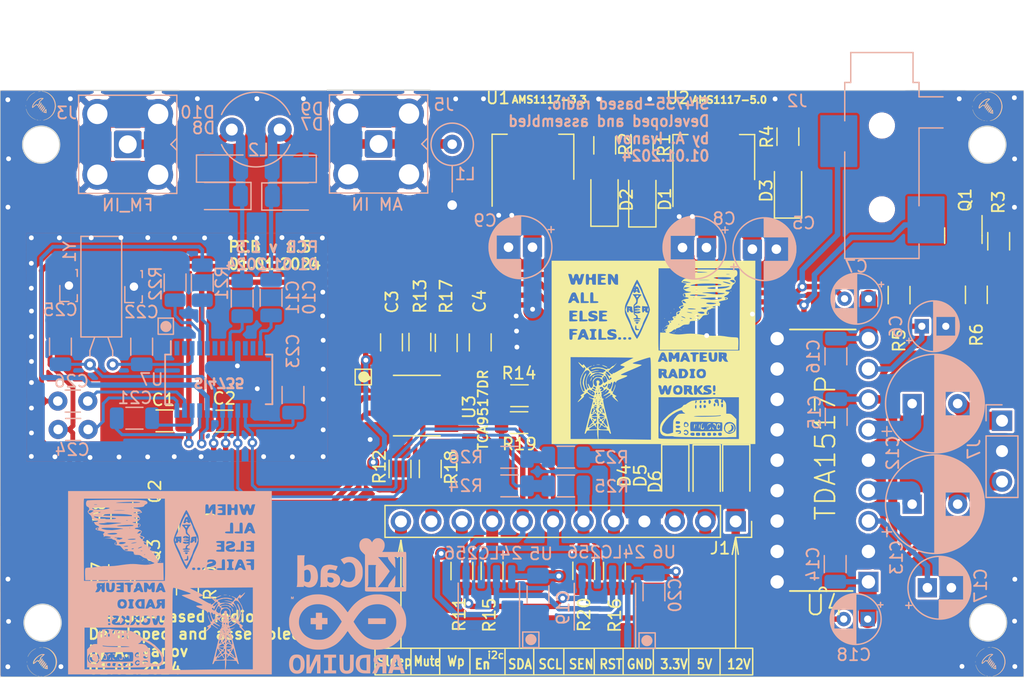
<source format=kicad_pcb>
(kicad_pcb (version 20240108) (generator "pcbnew") (generator_version "8.0")
  (layers (0 "F.Cu" signal) (31 "B.Cu" signal) (34 "B.Paste" user) (35 "F.Paste" user) (36 "B.SilkS" user "B.Silkscreen") (37 "F.SilkS" user "F.Silkscreen") (38 "B.Mask" user) (39 "F.Mask" user) (44 "Edge.Cuts" user))
  (net 0 "")
  (net 1 "Net-(D1-A)")
  (net 2 "Net-(U4-M{slash}SS)")
  (net 3 "Net-(U4--INV2)")
  (net 4 "GND")
  (net 5 "Net-(U7-FMI)")
  (net 6 "Net-(D7-K)")
  (net 7 "Net-(U7-AMI)")
  (net 8 "Net-(U4-OUT2)")
  (net 9 "Net-(J7-Pin_1)")
  (net 10 "Net-(U4-OUT1)")
  (net 11 "Net-(J7-Pin_3)")
  (net 12 "3.3V")
  (net 13 "Net-(U4--INV1)")
  (net 14 "Net-(U4-SVRR)")
  (net 15 "Net-(U7-DBYP)")
  (net 16 "Net-(Q3-B)")
  (net 17 "Net-(U7-GPO3{slash}[DCLK])")
  (net 18 "Net-(Q2-B)")
  (net 19 "Net-(U7-LOUT{slash}[DFS])")
  (net 20 "Right_Pre")
  (net 21 "Net-(U7-RCLK)")
  (net 22 "Left_Pre")
  (net 23 "Net-(U7-ROUT{slash}[DOUT])")
  (net 24 "Net-(D2-A)")
  (net 25 "Net-(D3-A)")
  (net 26 "Net-(Q1-B)")
  (net 27 "Net-(Q1-C)")
  (net 28 "S_RST")
  (net 29 "S_SCLK(SCL)")
  (net 30 "S_SEN")
  (net 31 "S_SDIO(SDA)")
  (net 32 "A_SEN")
  (net 33 "A_SDA")
  (net 34 "A_RST")
  (net 35 "A_SCL")
  (net 36 "D28")
  (net 37 "Sleep")
  (net 38 "12V")
  (net 39 "Mute")
  (net 40 "Net-(U7-GPO1)")
  (net 41 "Net-(U7-GPO2{slash}[~{INT}])")
  (net 42 "Wp")
  (net 43 "+3V3")
  (net 50 "Net-(D10-A)")
  (net 51 "+5VA")
  (net 52 "+5V")
  (footprint "Capacitor_SMD:C_1206_3216Metric_Pad1.33x1.80mm_HandSolder" (layer "F.Cu") (at 44.3075 45.75 180)
    (property "Reference" "C1")
    (property "Value" "1uF")
  )
  (footprint "Resistor_SMD:R_1206_3216Metric" (layer "F.Cu") (at 71.649454 58.27625 90)
    (property "Reference" "R15")
    (property "Value" "10k")
  )
  (footprint "Resistor_SMD:R_1206_3216Metric" (layer "F.Cu") (at 63.963204 49.7675 90)
    (property "Reference" "R12")
    (property "Value" "2k" (hide yes))
  )
  (footprint "Package_TO_SOT_SMD:SOT-23" (layer "F.Cu") (at 43.3875 59.04 -90)
    (property "Reference" "Q3")
    (property "Value" "BC818")
  )
  (footprint "Diode_SMD:D_1206_3216Metric" (layer "F.Cu") (at 86.939454 50.02375 -90)
    (property "Reference" "D4")
    (property "Value" "1N5402")
  )
  (footprint "LED_SMD:LED_1206_3216Metric" (layer "F.Cu") (at 81.03 27.21 90)
    (property "Reference" "D2")
    (property "Value" "LED")
  )
  (footprint "Connector_PinSocket_2.54mm:PinSocket_1x12_P2.54mm_Vertical" (layer "F.Cu") (at 91.98 54.15 -90)
    (property "Reference" "J1")
    (property "Value" "Control Bus")
  )
  (footprint "Capacitor_SMD:C_1206_3216Metric" (layer "F.Cu") (at 63.251875 39.195 -90)
    (property "Reference" "C3")
    (property "Value" "100nF" (hide yes))
  )
  (footprint "Diode_SMD:D_1206_3216Metric" (layer "F.Cu") (at 92.03 50.02 -90)
    (property "Reference" "D6")
    (property "Value" "1N5402")
  )
  (footprint "Capacitor_SMD:C_1206_3216Metric_Pad1.33x1.80mm_HandSolder" (layer "F.Cu") (at 49.3125 45.77)
    (property "Reference" "C2")
    (property "Value" "1uF")
  )
  (footprint "Resistor_SMD:R_1206_3216Metric" (layer "F.Cu") (at 79.299454 58.27625 90)
    (property "Reference" "R20")
    (property "Value" "2k")
  )
  (footprint "Resistor_SMD:R_1206_3216Metric" (layer "F.Cu") (at 73.899375 45.9 180)
    (property "Reference" "R19")
    (property "Value" "100k")
  )
  (footprint "Resistor_SMD:R_1206_3216Metric" (layer "F.Cu") (at 112.07 35.2225 90)
    (property "Reference" "R6")
    (property "Value" "1k")
  )
  (footprint "Resistor_SMD:R_1206_3216Metric" (layer "F.Cu") (at 46.41 54.3825 90)
    (property "Reference" "R9")
    (property "Value" "4.7k")
  )
  (footprint "LED_SMD:LED_1206_3216Metric" (layer "F.Cu") (at 84.19 27.27 90)
    (property "Reference" "D1")
    (property "Value" "LED")
  )
  (footprint "Package_TO_SOT_SMD:SOT-223-3_TabPin2" (layer "F.Cu") (at 90.1525 23.745 90)
    (property "Reference" "U2")
    (property "Value" "AMS1117-5.0")
  )
  (footprint "Diode_SMD:D_1206_3216Metric" (layer "F.Cu") (at 89.559454 50.04375 -90)
    (property "Reference" "D5")
    (property "Value" "1N5402")
  )
  (footprint "Resistor_SMD:R_1206_3216Metric" (layer "F.Cu") (at 40.75 53.2825 90)
    (property "Reference" "R8")
    (property "Value" "100k")
  )
  (footprint "Resistor_SMD:R_1206_3216Metric" (layer "F.Cu") (at 66.488204 49.7625 90)
    (property "Reference" "R18")
    (property "Value" "2k" (hide yes))
  )
  (footprint "Resistor_SMD:R_1206_3216Metric" (layer "F.Cu") (at 84.18 22.7275 -90)
    (property "Reference" "R1")
    (property "Value" "100k")
  )
  (footprint "Resistor_SMD:R_1206_3216Metric" (layer "F.Cu") (at 67.821875 39.2425 -90)
    (property "Reference" "R17")
    (property "Value" "10k" (hide yes))
  )
  (footprint "Resistor_SMD:R_1206_3216Metric" (layer "F.Cu") (at 96.34 22.0125 -90)
    (property "Reference" "R4")
    (property "Value" "100k")
  )
  (footprint "Resistor_SMD:R_1206_3216Metric" (layer "F.Cu") (at 65.621875 39.1675 -90)
    (property "Reference" "R13")
    (property "Value" "10k" (hide yes))
  )
  (footprint "Resistor_SMD:R_1206_3216Metric" (layer "F.Cu") (at 81.859454 58.29625 90)
    (property "Reference" "R16")
    (property "Value" "2k")
  )
  (footprint "LED_SMD:LED_1206_3216Metric" (layer "F.Cu") (at 96.35 26.53 90)
    (property "Reference" "D3")
    (property "Value" "LED")
  )
  (footprint "Resistor_SMD:R_1206_3216Metric" (layer "F.Cu") (at 46.2175 59.5575 90)
    (property "Reference" "R10")
    (property "Value" "4.7k")
  )
  (footprint "Logo:Logo" (layer "F.Cu") (at 85.12 40.03)
    (property "Reference" "G***" (hide yes))
    (property "Value" "LOGO" (hide yes))
  )
  (footprint "Resistor_SMD:R_1206_3216Metric" (layer "F.Cu") (at 113.933713 30.748812 90)
    (property "Reference" "R3")
    (property "Value" "4.7k")
  )
  (footprint "Resistor_SMD:R_1206_3216Metric" (layer "F.Cu") (at 69.129454 58.29625 90)
    (property "Reference" "R11")
    (property "Value" "100k")
  )
  (footprint "TDA1517P:DIP254P762X470-18" (layer "F.Cu") (at 95.44 38.88 180)
    (property "Reference" "U4")
    (property "Value" "TDA1517P")
  )
  (footprint "Package_TO_SOT_SMD:SOT-23" (layer "F.Cu") (at 43.54 53.89 -90)
    (property "Reference" "Q2")
    (property "Value" "BC818")
  )
  (footprint "Resistor_SMD:R_1206_3216Metric" (layer "F.Cu") (at 40.5675 58.495 90)
    (property "Reference" "R7")
    (property "Value" "100k")
  )
  (footprint "Package_TO_SOT_SMD:SOT-23" (layer "F.Cu") (at 110.983787 30.278688 -90)
    (property "Reference" "Q1")
    (property "Value" "BC818")
  )
  (footprint "Package_TO_SOT_SMD:SOT-223-3_TabPin2" (layer "F.Cu") (at 75.06 23.72 90)
    (property "Reference" "U1")
    (property "Value" "AMS1117-3.3")
  )
  (footprint "TCA9517DR:SOIC127P599X175-8N" (layer "F.Cu") (at 65.366875 44.475)
    (property "Reference" "U3")
    (property "Value" "TCA9517DR")
  )
  (footprint "Capacitor_SMD:C_1206_3216Metric" (layer "F.Cu") (at 70.66 39.195 -90)
    (property "Reference" "C4")
    (property "Value" "100nF" (hide yes))
  )
  (footprint "Resistor_SMD:R_1206_3216Metric" (layer "F.Cu") (at 105.62 35.2475 -90)
    (property "Reference" "R5")
    (property "Value" "1k")
  )
  (footprint "Resistor_SMD:R_1206_3216Metric" (layer "F.Cu") (at 73.934375 43.65 180)
    (property "Reference" "R14")
    (property "Value" "100k")
  )
  (footprint "Resistor_SMD:R_1206_3216Metric" (layer "F.Cu") (at 81.05 22.7375 -90)
    (property "Reference" "R2")
    (property "Value" "100k")
  )
  (footprint "Capacitor_THT:C_Disc_D3.0mm_W1.6mm_P2.50mm" (layer "B.Cu") (at 35.43 46.47)
    (property "Reference" "C24")
    (property "Value" "4uF")
  )
  (footprint "Connector_Audio:Jack_3.5mm_CUI_SJ-3523-SMT_Horizontal" (layer "B.Cu") (at 104.184166 23.585 180)
    (property "Reference" "J2")
    (property "Value" "AudioJack3")
  )
  (footprint "Capacitor_SMD:C_1206_3216Metric" (layer "B.Cu") (at 100.287401 57.715 90)
    (property "Reference" "C14")
    (property "Value" "0.01uF")
  )
  (footprint "Inductor_THT:L_Axial_L7.0mm_D3.3mm_P5.08mm_Vertical_Fastron_MICC" (layer "B.Cu") (at 68.32 22.65 -90)
    (property "Reference" "L1")
    (property "Value" "L" (hide yes))
  )
  (footprint "Capacitor_THT:CP_Radial_D5.0mm_P2.00mm" (layer "B.Cu") (at 89.54 31.28 180)
    (property "Reference" "C8")
    (property "Value" "20uF")
  )
  (footprint "Capacitor_SMD:C_1206_3216Metric" (layer "B.Cu") (at 55.03 43.59 90)
    (property "Reference" "C23")
    (property "Value" "10n")
  )
  (footprint "Diode_SMD:D_1206_3216Metric" (layer "B.Cu") (at 49.26 24.68)
    (property "Reference" "D10")
    (property "Value" "BAW75")
  )
  (footprint "Connector_Coaxial:SMA_Amphenol_901-143_Horizontal" (layer "B.Cu") (at 62.175739 22.622103 180)
    (property "Reference" "J5")
    (property "Value" "AM_IN" (hide yes))
    (fp_line (start 4.3 4.5) (end -4.3 4.5) (stroke (width 0.1)) (layer "Edge.Cuts"))
  )
  (footprint "Connector_PinSocket_2.54mm:PinSocket_1x03_P2.54mm_Vertical" (layer "B.Cu") (at 114.21 45.74 180)
    (property "Reference" "J7")
    (property "Value" "Speaker")
  )
  (footprint "Package_SO:SOIC-8_3.9x4.9mm_P1.27mm" (layer "B.Cu") (at 71.379454 61.25375 90)
    (property "Reference" "U5")
    (property "Value" "24LC256")
  )
  (footprint "Resistor_SMD:R_1206_3216Metric" (layer "B.Cu") (at 73.106954 51.18375 180)
    (property "Reference" "R24")
    (property "Value" "3k")
  )
  (footprint "Capacitor_THT:CP_Radial_D5.0mm_P2.00mm" (layer "B.Cu") (at 107.982 59.69)
    (property "Reference" "C17")
    (property "Value" "100uF" (hide yes))
  )
  (footprint "Resistor_SMD:R_1206_3216Metric" (layer "B.Cu") (at 45.19 34.2075 90)
    (property "Reference" "R22")
    (property "Value" "4.7k" (hide yes))
  )
  (footprint "Capacitor_SMD:C_1206_3216Metric" (layer "B.Cu") (at 53.2 35.47 -90)
    (property "Reference" "C11")
    (property "Value" "470nF" (hide yes))
  )
  (footprint "Capacitor_SMD:C_1206_3216Metric_Pad1.33x1.80mm_HandSolder" (layer "B.Cu") (at 85.16 60.065 -90)
    (property "Reference" "C20")
    (property "Value" "C_Small")
  )
  (footprint "Capacitor_THT:CP_Radial_D4.0mm_P2.00mm" (layer "B.Cu") (at 103 62.31 180)
    (property "Reference" "C18")
    (property "Value" "0.2uF" (hide yes))
  )
  (footprint "Capacitor_THT:CP_Radial_D8.0mm_P3.80mm" (layer "B.Cu") (at 106.71 44.31)
    (property "Reference" "C12")
    (property "Value" "1000uF" (hide yes))
  )
  (footprint "Capacitor_THT:CP_Radial_D8.0mm_P3.80mm" (layer "B.Cu") (at 106.71 52.71)
    (property "Reference" "C13")
    (property "Value" "1000uF" (hide yes))
  )
  (footprint "Resistor_SMD:R_1206_3216Metric" (layer "B.Cu") (at 73.1025 48.79 180)
    (property "Reference" "R26")
    (property "Value" "3k" (hide yes))
  )
  (footprint "Capacitor_THT:C_Disc_D3.0mm_W1.6mm_P2.50mm" (layer "B.Cu") (at 35.4 44.1)
    (property "Reference" "C26")
    (property "Value" "4uF")
  )
  (footprint "Capacitor_THT:CP_Radial_D4.0mm_P2.00mm" (layer "B.Cu") (at 103.067401 35.55 180)
    (property "Reference" "C7")
    (property "Value" "0.2uF" (hide yes))
  )
  (footprint "Capacitor_SMD:C_1206_3216Metric_Pad1.33x1.80mm_HandSolder" (layer "B.Cu") (at 75.48 60.2475 -90)
    (property "Reference" "C19")
    (property "Value" "C_Small")
  )
  (footprint "Capacitor_THT:CP_Radial_D4.0mm_P2.00mm" (layer "B.Cu") (at 107.517599 37.85)
    (property "Reference" "C6")
    (property "Value" "0.2uF")
  )
  (footprint "Capacitor_SMD:C_1206_3216Metric" (layer "B.Cu") (at 42.4 39.555 90)
    (property "Reference" "C22")
    (property "Value" "22pF" (hide yes))
  )
  (footprint "Capacitor_THT:CP_Radial_D5.0mm_P2.00mm" (layer "B.Cu") (at 75.02 31.25 180)
    (property "Reference" "C9")
    (property "Value" "20uF" (hide yes))
  )
  (footprint "Capacitor_SMD:C_1206_3216Metric" (layer "B.Cu") (at 50.79 35.53 -90)
    (property "Reference" "C10")
    (property "Value" "33nF" (hide yes))
  )
  (footprint "Resistor_SMD:R_1206_3216Metric" (layer "B.Cu") (at 77.801954 51.19 180)
    (property "Reference" "R25")
    (property "Value" "2k")
  )
  (footprint "Diode_SMD:D_1206_3216Metric" (layer "B.Cu") (at 54.69 24.7 180)
    (property "Reference" "D9")
    (property "Value" "BAW75")
  )
  (footprint "Package_SO:SOIC-8_3.9x4.9mm_P1.27mm" (layer "B.Cu") (at 81.06625 61.27 90)
    (property "Reference" "U6")
    (property "Value" "24LC256")
  )
  (footprint "Diode_SMD:D_1206_3216Metric" (layer "B.Cu") (at 49.24 26.97 180)
    (property "Reference" "D8")
    (property "Value" "BAW75")
  )
  (footprint "Inductor_THT:L_Radial_D6.0mm_P4.00mm" (layer "B.Cu") (at 49.92 21.42)
    (property "Reference" "L2")
    (property "Value" "L")
  )
  (footprint "Package_SO:SSOP-24_3.9x8.7mm_P0.635mm" (layer "B.Cu") (at 48.8325 42.285971 -90)
    (property "Reference" "U7")
    (property "Value" "Si4735-D60-GU" (hide yes))
  )
  (footprint "Resistor_SMD:R_1206_3216Metric" (layer "B.Cu") (at 77.8025 48.78 180)
    (property "Reference" "R23")
    (property "Value" "2k" (hide yes))
  )
  (footprint "Capacitor_THT:CP_Radial_D5.0mm_P2.00mm" (layer "B.Cu") (at 93.3752 31.409888)
    (property "Reference" "C5")
    (property "Value" "20uF")
  )
  (footprint "Crystal:Crystal_C38-LF_D3.0mm_L8.0mm_Horizontal" (layer "B.Cu") (at 38.08 41.04)
    (property "Reference" "Y1")
    (property "Value" "32.768kHz" (hide yes))
  )
  (footprint "Capacitor_SMD:C_1206_3216Metric" (layer "B.Cu") (at 41.795 45.53)
    (property "Reference" "C21")
    (property "Value" "100nF" (hide yes))
  )
  (footprint "Logo:Logo" (layer "B.Cu") (at 44.76 59.27 180)
    (property "Reference" "G***" (hide yes))
    (property "Value" "LOGO" (hide yes))
  )
  (footprint "Capacitor_SMD:C_1206_3216Metric" (layer "B.Cu") (at 35.62 39.55 90)
    (property "Reference" "C25")
    (property "Value" "22pF" (hide yes))
  )
  (footprint "Capacitor_SMD:C_1206_3216Metric" (layer "B.Cu") (at 100.347401 40.355 -90)
    (property "Reference" "C16")
    (property "Value" "0.01uF")
  )
  (footprint "Capacitor_SMD:C_1206_3216Metric" (layer "B.Cu") (at 100.37 45.415 -90)
    (property "Reference" "C15")
    (property "Value" "20uF")
  )
  (footprint "Resistor_SMD:R_1206_3216Metric" (layer "B.Cu") (at 47.46 34.2075 90)
    (property "Reference" "R21")
    (property "Value" "4.7k" (hide yes))
  )
  (footprint "Connector_PinSocket_1.27mm:PinSocket_1x01_P1.27mm_Vertical" (layer "B.Cu") (at 36.33 34.45 -90)
    (property "Reference" "J6" (hide yes))
    (property "Value" "Conn_01x01_Pin" (hide yes))
  )
  (footprint "Connector_PinSocket_1.27mm:PinSocket_1x01_P1.27mm_Vertical" (layer "B.Cu") (at 41.755 34.54 -90)
    (property "Reference" "J4" (hide yes))
    (property "Value" "Conn_01x01_Pin" (hide yes))
  )
  (footprint "Diode_SMD:D_1206_3216Metric" (layer "B.Cu") (at 54.71 27.01)
    (property "Reference" "D7")
    (property "Value" "BAW75")
  )
  (footprint "Connector_Coaxial:SMA_Amphenol_901-143_Horizontal" (layer "B.Cu") (at 41.235739 22.652103 180)
    (property "Reference" "J3")
    (property "Value" "FM_IN")
    (fp_line (start 4.3 4.5) (end -4.3 4.5) (stroke (width 0.1)) (layer "Edge.Cuts"))
  )
  (gr_rect (start 99.139 20.32) (end 102.029 24.45) (stroke (width 0.2)) (fill solid) (layer "B.Cu") (net 20))
  (gr_rect (start 106.485 18.51) (end 109.375 22.64) (stroke (width 0.2)) (fill solid) (layer "B.Cu") (net 4))
  (gr_rect (start 106.426 27.096) (end 109.316 30.816) (stroke (width 0.2)) (fill solid) (layer "B.Cu") (net 22))
  (gr_poly (pts (xy 63.214269 66.050282) (xy 63.047229 66.600262) (xy 62.996583 66.769816) (xy 62.98301 66.817005) (xy 62.978614 66.834859) (xy 62.978839 66.83538) (xy 62.979508 66.835884) (xy 62.982133 66.836841) (xy 62.992218 66.838542) (xy 63.008156 66.839945) (xy 63.029237 66.841033) (xy 63.05475 66.841791) (xy 63.083984 66.842202) (xy 63.116227 66.842249) (xy 63.150769 66.841915) (xy 63.324336 66.837682) (xy 63.366669 66.692337) (xy 63.407592 66.548404) (xy 63.682758 66.551227) (xy 63.959336 66.555459) (xy 64.001669 66.699393) (xy 64.044003 66.844737) (xy 64.203458 66.844737) (xy 64.229199 66.8447) (xy 64.252026 66.844572) (xy 64.272099 66.844328) (xy 64.281153 66.844155) (xy 64.28958 66.843943) (xy 64.297399 66.843691) (xy 64.30463 66.843394) (xy 64.311294 66.843049) (xy 64.317411 66.842654) (xy 64.323001 66.842205) (xy 64.328083 66.841699) (xy 64.332679 66.841133) (xy 64.336808 66.840504) (xy 64.340491 66.839809) (xy 64.343747 66.839045) (xy 64.346598 66.838208) (xy 64.349062 66.837296) (xy 64.350155 66.836811) (xy 64.35116 66.836305) (xy 64.352078 66.83578) (xy 64.352913 66.835233) (xy 64.353666 66.834665) (xy 64.35434 66.834076) (xy 64.354937 66.833465) (xy 64.355461 66.832831) (xy 64.355914 66.832175) (xy 64.356298 66.831495) (xy 64.356615 66.830792) (xy 64.356869 66.830065) (xy 64.357062 66.829314) (xy 64.357195 66.828538) (xy 64.357273 66.827737) (xy 64.357297 66.826911) (xy 64.357194 66.82518) (xy 64.356906 66.823343) (xy 64.356454 66.821397) (xy 64.355858 66.819337) (xy 64.192924 66.287348) (xy 63.877491 66.287348) (xy 63.686992 66.291582) (xy 63.648699 66.291981) (xy 63.612688 66.292133) (xy 63.579786 66.292053) (xy 63.550819 66.291758) (xy 63.526615 66.291265) (xy 63.508001 66.29059) (xy 63.495802 66.289749) (xy 63.492368 66.289272) (xy 63.490847 66.288759) (xy 63.490558 66.286275) (xy 63.491249 66.280522) (xy 63.495389 66.259898) (xy 63.513425 66.186983) (xy 63.542044 66.080995) (xy 63.578336 65.952915) (xy 63.61562 65.824857) (xy 63.646951 65.719023) (xy 63.669022 65.646528) (xy 63.675551 65.626254) (xy 63.678525 65.618482) (xy 63.678678 65.618415) (xy 63.67887 65.618478) (xy 63.679371 65.618983) (xy 63.680016 65.619976) (xy 63.680796 65.621436) (xy 63.682717 65.625675) (xy 63.685051 65.631535) (xy 63.687716 65.638849) (xy 63.69063 65.647454) (xy 63.693708 65.657183) (xy 63.696869 65.667871) (xy 63.794236 66.005126) (xy 63.877491 66.287348) (xy 64.192924 66.287348) (xy 64.121614 66.054515) (xy 63.88878 65.295337) (xy 63.887346 65.293054) (xy 63.884583 65.290963) (xy 63.880418 65.289059) (xy 63.87478 65.287334) (xy 63.867595 65.285782) (xy 63.858792 65.284398) (xy 63.83604 65.282108) (xy 63.805947 65.280413) (xy 63.767932 65.279264) (xy 63.721418 65.278611) (xy 63.665825 65.278404) (xy 63.449925 65.278404)) (fill solid) (layer "B.SilkS"))
  (gr_poly (pts (xy 56.939058 62.216293) (xy 56.501614 62.216293) (xy 56.501614 62.738404) (xy 56.939058 62.738404) (xy 56.939058 63.189959) (xy 57.461169 63.189959) (xy 57.461169 62.738404) (xy 57.912725 62.738404) (xy 57.912725 62.216293) (xy 57.461169 62.216293) (xy 57.461169 61.778848) (xy 56.939058 61.778848)) (fill solid) (layer "B.SilkS"))
  (gr_poly (pts (xy 113.401331 65.725695) (xy 113.402171 65.726299) (xy 113.402778 65.727311) (xy 113.40315 65.728732) (xy 113.403288 65.73056) (xy 113.403191 65.732795) (xy 113.402858 65.735438) (xy 113.402289 65.738488) (xy 113.401483 65.741944) (xy 113.40044 65.745807) (xy 113.397641 65.754751) (xy 113.393886 65.765317) (xy 113.392167 65.770182) (xy 113.390714 65.774737) (xy 113.38953 65.779003) (xy 113.389039 65.781034) (xy 113.388617 65.783) (xy 113.388262 65.784904) (xy 113.387976 65.786749) (xy 113.387759 65.788537) (xy 113.387611 65.79027) (xy 113.387532 65.791952) (xy 113.387522 65.793585) (xy 113.387582 65.795172) (xy 113.387713 65.796714) (xy 113.387913 65.798215) (xy 113.388184 65.799678) (xy 113.388526 65.801104) (xy 113.388939 65.802496) (xy 113.389423 65.803858) (xy 113.389979 65.805191) (xy 113.390607 65.806498) (xy 113.391307 65.807782) (xy 113.392079 65.809046) (xy 113.392923 65.810291) (xy 113.393841 65.811521) (xy 113.394832 65.812738) (xy 113.395896 65.813944) (xy 113.397033 65.815143) (xy 113.398245 65.816337) (xy 113.399531 65.817528) (xy 113.402066 65.820109) (xy 113.403805 65.823161) (xy 113.404681 65.826792) (xy 113.404624 65.83111) (xy 113.403567 65.836221) (xy 113.401441 65.842233) (xy 113.398178 65.849255) (xy 113.39371 65.857392) (xy 113.387969 65.866753) (xy 113.380886 65.877445) (xy 113.372393 65.889576) (xy 113.362423 65.903253) (xy 113.337775 65.935675) (xy 113.306398 65.975572) (xy 113.260823 66.033097) (xy 113.220143 66.085463) (xy 113.203003 66.107933) (xy 113.188724 66.12698) (xy 113.177851 66.141893) (xy 113.170931 66.151961) (xy 113.165857 66.159306) (xy 113.161229 66.165472) (xy 113.157065 66.170472) (xy 113.15338 66.174319) (xy 113.151723 66.175813) (xy 113.150191 66.177024) (xy 113.148788 66.177953) (xy 113.147515 66.178601) (xy 113.146374 66.178971) (xy 113.145368 66.179062) (xy 113.144498 66.178878) (xy 113.143767 66.17842) (xy 113.143176 66.177688) (xy 113.142728 66.176685) (xy 113.142424 66.175413) (xy 113.142268 66.173872) (xy 113.14226 66.172065) (xy 113.142403 66.169992) (xy 113.143149 66.165058) (xy 113.144525 66.159082) (xy 113.146545 66.152077) (xy 113.149227 66.144055) (xy 113.152586 66.135028) (xy 113.154322 66.129882) (xy 113.155825 66.125018) (xy 113.157091 66.120418) (xy 113.15812 66.116066) (xy 113.15891 66.111946) (xy 113.159457 66.10804) (xy 113.159761 66.104334) (xy 113.15982 66.102549) (xy 113.159818 66.100809) (xy 113.159754 66.099109) (xy 113.159628 66.097449) (xy 113.159439 66.095826) (xy 113.159187 66.094238) (xy 113.158872 66.092683) (xy 113.158494 66.091159) (xy 113.158053 66.089665) (xy 113.157547 66.088197) (xy 113.156978 66.086754) (xy 113.156344 66.085333) (xy 113.155645 66.083933) (xy 113.154882 66.082552) (xy 113.154054 66.081188) (xy 113.15316 66.079838) (xy 113.151175 66.077172) (xy 113.149097 66.074152) (xy 113.147647 66.070872) (xy 113.146859 66.067269) (xy 113.146765 66.063282) (xy 113.147399 66.058848) (xy 113.148794 66.053906) (xy 113.150982 66.048393) (xy 113.153997 66.042247) (xy 113.157872 66.035408) (xy 113.16264 66.027811) (xy 113.168334 66.019396) (xy 113.174988 66.010101) (xy 113.182633 65.999862) (xy 113.191304 65.98862) (xy 113.211853 65.962873) (xy 113.280997 65.872738) (xy 113.314644 65.82853) (xy 113.341675 65.792128) (xy 113.351811 65.778138) (xy 113.36105 65.765799) (xy 113.369388 65.75511) (xy 113.376821 65.746068) (xy 113.383344 65.738672) (xy 113.386263 65.73559) (xy 113.388953 65.732919) (xy 113.391414 65.730658) (xy 113.393645 65.728807) (xy 113.395645 65.727366) (xy 113.397414 65.726335) (xy 113.398952 65.725713) (xy 113.400258 65.7255)) (fill solid) (layer "B.SilkS"))
  (gr_poly (pts (xy 112.491094 18.355777) (xy 112.491413 18.356128) (xy 112.491422 18.356622) (xy 112.49113 18.357255) (xy 112.48967 18.358922) (xy 112.487087 18.361105) (xy 112.478778 18.366906) (xy 112.466648 18.374444) (xy 112.451145 18.383503) (xy 112.432715 18.393869) (xy 112.388861 18.417659) (xy 112.342514 18.443005) (xy 112.29815 18.469347) (xy 112.2557 18.496755) (xy 112.215096 18.525301) (xy 112.176269 18.555053) (xy 112.139152 18.586083) (xy 112.103676 18.618461) (xy 112.069773 18.652257) (xy 112.037375 18.687541) (xy 112.006414 18.724383) (xy 111.976821 18.762855) (xy 111.948528 18.803025) (xy 111.921467 18.844965) (xy 111.89557 18.888745) (xy 111.870768 18.934434) (xy 111.846994 18.982104) (xy 111.835906 19.004136) (xy 111.826026 19.023423) (xy 111.817501 19.039601) (xy 111.813794 19.046411) (xy 111.810482 19.052307) (xy 111.807582 19.057243) (xy 111.805115 19.061176) (xy 111.803099 19.064058) (xy 111.802266 19.065091) (xy 111.801552 19.065844) (xy 111.80096 19.066313) (xy 111.800492 19.06649) (xy 111.800306 19.066468) (xy 111.800152 19.066371) (xy 111.79994 19.065949) (xy 111.799859 19.06522) (xy 111.799912 19.064176) (xy 111.8001 19.062814) (xy 111.800427 19.061126) (xy 111.803843 19.049895) (xy 111.808707 19.036495) (xy 111.822211 19.004307) (xy 111.839817 18.966794) (xy 111.8604 18.926189) (xy 111.882834 18.884723) (xy 111.905996 18.844631) (xy 111.928761 18.808143) (xy 111.939644 18.791949) (xy 111.950005 18.777493) (xy 111.971313 18.748446) (xy 111.992939 18.720536) (xy 112.014938 18.693709) (xy 112.037362 18.667911) (xy 112.060265 18.643089) (xy 112.083702 18.619189) (xy 112.107726 18.596157) (xy 112.132391 18.57394) (xy 112.157751 18.552483) (xy 112.183858 18.531733) (xy 112.210768 18.511637) (xy 112.238533 18.49214) (xy 112.267208 18.473188) (xy 112.296846 18.454729) (xy 112.327501 18.436707) (xy 112.359227 18.419071) (xy 112.383213 18.406213) (xy 112.406125 18.394266) (xy 112.427415 18.383476) (xy 112.44654 18.374091) (xy 112.462952 18.366361) (xy 112.476107 18.360532) (xy 112.481292 18.358408) (xy 112.485458 18.356852) (xy 112.488537 18.355896) (xy 112.490461 18.355571)) (fill solid) (layer "B.SilkS"))
  (gr_poly (pts (xy 57.128147 65.281227) (xy 56.936236 65.285459) (xy 56.714691 65.758182) (xy 56.549238 66.112371) (xy 56.491648 66.236416) (xy 56.462103 66.30146) (xy 56.432469 66.372015) (xy 56.431058 65.824504) (xy 56.431058 65.278404) (xy 56.148836 65.278404) (xy 56.148836 66.846148) (xy 56.340747 66.841915) (xy 56.534069 66.837682) (xy 56.744325 66.386126) (xy 56.904838 66.040404) (xy 56.995503 65.842848) (xy 57.036424 65.751126) (xy 57.037836 66.297226) (xy 57.037836 66.844737) (xy 57.320058 66.844737) (xy 57.320058 65.276993)) (fill solid) (layer "B.SilkS"))
  (gr_poly (pts (xy 61.299392 62.724293) (xy 62.766947 62.724293) (xy 62.766947 62.244515) (xy 61.299392 62.244515)) (fill solid) (layer "B.SilkS"))
  (gr_poly (pts (xy 34.517513 66.150417) (xy 34.519013 66.150705) (xy 34.520535 66.151175) (xy 34.522076 66.151819) (xy 34.52363 66.152628) (xy 34.525192 66.153594) (xy 34.528324 66.155964) (xy 34.53143 66.158863) (xy 34.534472 66.162226) (xy 34.537411 66.165985) (xy 34.540208 66.170075) (xy 34.542822 66.17443) (xy 34.545216 66.178983) (xy 34.547348 66.183668) (xy 34.549182 66.18842) (xy 34.550676 66.193171) (xy 34.551792 66.197856) (xy 34.55249 66.202409) (xy 34.55267 66.204616) (xy 34.552731 66.206764) (xy 34.553481 66.225219) (xy 34.555554 66.26021) (xy 34.558685 66.306578) (xy 34.562609 66.359164) (xy 34.564342 66.381115) (xy 34.56582 66.4005) (xy 34.567021 66.417461) (xy 34.567923 66.432145) (xy 34.568254 66.438678) (xy 34.568502 66.444695) (xy 34.568664 66.450216) (xy 34.568736 66.455257) (xy 34.568716 66.459838) (xy 34.568602 66.463976) (xy 34.56839 66.467688) (xy 34.568077 66.470995) (xy 34.567661 66.473912) (xy 34.567139 66.476459) (xy 34.566508 66.478654) (xy 34.566151 66.479625) (xy 34.565765 66.480514) (xy 34.56535 66.481325) (xy 34.564907 66.482058) (xy 34.564434 66.482717) (xy 34.563932 66.483304) (xy 34.563399 66.483821) (xy 34.562836 66.48427) (xy 34.562242 66.484653) (xy 34.561617 66.484973) (xy 34.56096 66.485233) (xy 34.560272 66.485433) (xy 34.559551 66.485577) (xy 34.558798 66.485667) (xy 34.557192 66.485694) (xy 34.555452 66.48553) (xy 34.553574 66.485195) (xy 34.551555 66.484707) (xy 34.549394 66.484083) (xy 34.547087 66.483342) (xy 34.52947 66.478712) (xy 34.500344 66.4717) (xy 34.422909 66.453708) (xy 34.383376 66.444117) (xy 34.347944 66.435188) (xy 34.320714 66.42811) (xy 34.305787 66.424075) (xy 34.304997 66.423654) (xy 34.304476 66.422925) (xy 34.304222 66.421892) (xy 34.30423 66.420561) (xy 34.305021 66.417027) (xy 34.306823 66.412367) (xy 34.309609 66.406624) (xy 34.313352 66.399841) (xy 34.323602 66.383329) (xy 34.32878 66.375745) (xy 34.403859 66.375745) (xy 34.403925 66.3778) (xy 34.404257 66.379739) (xy 34.404854 66.381569) (xy 34.405717 66.383296) (xy 34.406846 66.384928) (xy 34.408243 66.386473) (xy 34.409908 66.387936) (xy 34.411841 66.389327) (xy 34.414042 66.390651) (xy 34.416513 66.391916) (xy 34.419253 66.393129) (xy 34.422264 66.394298) (xy 34.425546 66.39543) (xy 34.429099 66.396532) (xy 34.43702 66.398675) (xy 34.441973 66.399783) (xy 34.446774 66.400727) (xy 34.451421 66.401508) (xy 34.455913 66.402126) (xy 34.460247 66.402583) (xy 34.46442 66.40288) (xy 34.468431 66.403017) (xy 34.472276 66.402997) (xy 34.475954 66.402819) (xy 34.479462 66.402485) (xy 34.482798 66.401997) (xy 34.48596 66.401354) (xy 34.488945 66.400558) (xy 34.491751 66.399611) (xy 34.494375 66.398512) (xy 34.496816 66.397264) (xy 34.499071 66.395867) (xy 34.501137 66.394322) (xy 34.503013 66.39263) (xy 34.504696 66.390793) (xy 34.506183 66.388811) (xy 34.507473 66.386685) (xy 34.508563 66.384416) (xy 34.50945 66.382006) (xy 34.510133 66.379456) (xy 34.510609 66.376766) (xy 34.510875 66.373937) (xy 34.51093 66.370971) (xy 34.510771 66.367869) (xy 34.510396 66.364631) (xy 34.509802 66.361259) (xy 34.508987 66.357753) (xy 34.507408 66.351045) (xy 34.505878 66.343774) (xy 34.504448 66.336173) (xy 34.503166 66.328472) (xy 34.502083 66.320904) (xy 34.501248 66.3137) (xy 34.500711 66.307091) (xy 34.500569 66.304082) (xy 34.50052 66.301308) (xy 34.500458 66.298121) (xy 34.500273 66.295174) (xy 34.499963 66.292468) (xy 34.499531 66.290003) (xy 34.498975 66.28778) (xy 34.498297 66.285799) (xy 34.497497 66.284062) (xy 34.496574 66.282567) (xy 34.495529 66.281317) (xy 34.494362 66.280311) (xy 34.493074 66.27955) (xy 34.491665 66.279034) (xy 34.490135 66.278764) (xy 34.488484 66.278741) (xy 34.486713 66.278965) (xy 34.484822 66.279436) (xy 34.48281 66.280156) (xy 34.48068 66.281124) (xy 34.478429 66.282341) (xy 34.47606 66.283807) (xy 34.473572 66.285524) (xy 34.470965 66.287492) (xy 34.465397 66.29218) (xy 34.459357 66.297878) (xy 34.452848 66.304588) (xy 34.445872 66.312316) (xy 34.438431 66.321064) (xy 34.430478 66.330648) (xy 34.423554 66.339331) (xy 34.417664 66.347171) (xy 34.415107 66.350793) (xy 34.412811 66.354225) (xy 34.410775 66.357476) (xy 34.409 66.360552) (xy 34.407486 66.36346) (xy 34.406235 66.366209) (xy 34.405246 66.368804) (xy 34.40452 66.371254) (xy 34.404058 66.373565) (xy 34.403859 66.375745) (xy 34.32878 66.375745) (xy 34.337358 66.363179) (xy 34.354404 66.339739) (xy 34.374526 66.313355) (xy 34.397509 66.284375) (xy 34.419792 66.257547) (xy 34.440835 66.232473) (xy 34.460191 66.209713) (xy 34.477413 66.189831) (xy 34.492056 66.173388) (xy 34.498271 66.166632) (xy 34.503673 66.160947) (xy 34.508207 66.156403) (xy 34.511817 66.15307) (xy 34.514448 66.151019) (xy 34.515378 66.150496) (xy 34.516043 66.15032)) (fill solid) (layer "B.SilkS"))
  (gr_poly (pts (xy 34.224525 19.402761) (xy 34.225419 19.403091) (xy 34.226154 19.403709) (xy 34.226722 19.404616) (xy 34.227119 19.405813) (xy 34.227339 19.407303) (xy 34.227376 19.409085) (xy 34.227224 19.411162) (xy 34.226878 19.413534) (xy 34.226332 19.416203) (xy 34.22558 19.41917) (xy 34.224617 19.422437) (xy 34.223436 19.426004) (xy 34.222034 19.429874) (xy 34.220402 19.434046) (xy 34.218537 19.438524) (xy 34.216304 19.443655) (xy 34.21437 19.448487) (xy 34.212733 19.45305) (xy 34.211393 19.457375) (xy 34.210351 19.461494) (xy 34.209607 19.465437) (xy 34.209161 19.469235) (xy 34.209049 19.47109) (xy 34.209012 19.47292) (xy 34.209049 19.474729) (xy 34.209161 19.476522) (xy 34.209347 19.478301) (xy 34.209607 19.480072) (xy 34.209942 19.481837) (xy 34.210351 19.483601) (xy 34.211393 19.487141) (xy 34.212733 19.490722) (xy 34.21437 19.494376) (xy 34.216304 19.498133) (xy 34.218537 19.502024) (xy 34.221064 19.506555) (xy 34.222745 19.511282) (xy 34.223464 19.516401) (xy 34.223101 19.52211) (xy 34.221539 19.528605) (xy 34.218661 19.536081) (xy 34.214348 19.544735) (xy 34.208483 19.554764) (xy 34.200947 19.566364) (xy 34.191624 19.579732) (xy 34.167141 19.612554) (xy 34.134093 19.654802) (xy 34.091537 19.708046) (xy 34.062918 19.743996) (xy 34.03668 19.776309) (xy 34.013352 19.804388) (xy 33.993465 19.827638) (xy 33.984976 19.837266) (xy 33.977546 19.845464) (xy 33.97124 19.852157) (xy 33.966124 19.857271) (xy 33.962266 19.860732) (xy 33.960829 19.861818) (xy 33.95973 19.862464) (xy 33.958979 19.862659) (xy 33.958737 19.862584) (xy 33.958584 19.862393) (xy 33.958552 19.861659) (xy 33.958892 19.860446) (xy 33.962895 19.850036) (xy 33.966439 19.840465) (xy 33.969527 19.831679) (xy 33.972166 19.823625) (xy 33.974357 19.816249) (xy 33.976107 19.809497) (xy 33.976817 19.806339) (xy 33.977418 19.803316) (xy 33.977911 19.800423) (xy 33.978295 19.797652) (xy 33.978572 19.794997) (xy 33.978742 19.79245) (xy 33.978806 19.790006) (xy 33.978764 19.787658) (xy 33.978616 19.785399) (xy 33.978363 19.783222) (xy 33.978006 19.78112) (xy 33.977545 19.779087) (xy 33.976981 19.777116) (xy 33.976314 19.7752) (xy 33.975545 19.773333) (xy 33.974674 19.771508) (xy 33.973701 19.769717) (xy 33.972628 19.767956) (xy 33.971454 19.766216) (xy 33.970181 19.764491) (xy 33.967695 19.761143) (xy 33.966168 19.757289) (xy 33.965766 19.752687) (xy 33.966653 19.747094) (xy 33.968996 19.74027) (xy 33.972959 19.731972) (xy 33.978709 19.721958) (xy 33.986409 19.709987) (xy 34.008325 19.679204) (xy 34.040031 19.637689) (xy 34.08285 19.583507) (xy 34.138104 19.514724) (xy 34.144283 19.506764) (xy 34.151024 19.497879) (xy 34.158096 19.488332) (xy 34.165267 19.478388) (xy 34.172306 19.468312) (xy 34.178982 19.458368) (xy 34.185062 19.448821) (xy 34.190315 19.439935) (xy 34.195748 19.43147) (xy 34.200903 19.424074) (xy 34.205737 19.417757) (xy 34.208019 19.415006) (xy 34.210202 19.412529) (xy 34.212283 19.410326) (xy 34.214255 19.4084) (xy 34.216111 19.406752) (xy 34.217848 19.405382) (xy 34.219458 19.404292) (xy 34.220937 19.403484) (xy 34.222278 19.402959) (xy 34.223476 19.402717)) (fill solid) (layer "B.SilkS"))
  (gr_poly (pts (xy 113.403509 19.752668) (xy 113.405009 19.752956) (xy 113.406531 19.753426) (xy 113.408072 19.75407) (xy 113.409626 19.754879) (xy 113.411188 19.755845) (xy 113.41432 19.758215) (xy 113.417426 19.761114) (xy 113.420468 19.764477) (xy 113.423407 19.768236) (xy 113.426204 19.772326) (xy 113.428818 19.776681) (xy 113.431212 19.781234) (xy 113.433344 19.785919) (xy 113.435178 19.790671) (xy 113.436672 19.795422) (xy 113.437788 19.800107) (xy 113.438486 19.80466) (xy 113.438666 19.806867) (xy 113.438727 19.809015) (xy 113.439477 19.82747) (xy 113.44155 19.862461) (xy 113.444681 19.908829) (xy 113.448605 19.961415) (xy 113.450338 19.983366) (xy 113.451816 20.002751) (xy 113.453017 20.019712) (xy 113.453919 20.034396) (xy 113.45425 20.040929) (xy 113.454498 20.046946) (xy 113.45466 20.052467) (xy 113.454732 20.057508) (xy 113.454712 20.062089) (xy 113.454598 20.066227) (xy 113.454386 20.069939) (xy 113.454073 20.073246) (xy 113.453657 20.076163) (xy 113.453135 20.07871) (xy 113.452504 20.080905) (xy 113.452147 20.081876) (xy 113.451761 20.082765) (xy 113.451346 20.083576) (xy 113.450903 20.084309) (xy 113.45043 20.084968) (xy 113.449928 20.085555) (xy 113.449395 20.086072) (xy 113.448832 20.086521) (xy 113.448238 20.086904) (xy 113.447613 20.087224) (xy 113.446956 20.087484) (xy 113.446268 20.087684) (xy 113.445547 20.087828) (xy 113.444794 20.087918) (xy 113.443188 20.087945) (xy 113.441448 20.087781) (xy 113.43957 20.087446) (xy 113.437551 20.086958) (xy 113.43539 20.086334) (xy 113.433083 20.085593) (xy 113.415466 20.080963) (xy 113.38634 20.073951) (xy 113.308905 20.055959) (xy 113.269372 20.046368) (xy 113.23394 20.037439) (xy 113.20671 20.030361) (xy 113.191783 20.026326) (xy 113.190993 20.025905) (xy 113.190472 20.025176) (xy 113.190218 20.024143) (xy 113.190226 20.022812) (xy 113.191017 20.019278) (xy 113.192819 20.014618) (xy 113.195605 20.008875) (xy 113.199348 20.002092) (xy 113.209598 19.98558) (xy 113.214776 19.977996) (xy 113.289855 19.977996) (xy 113.289921 19.980051) (xy 113.290253 19.98199) (xy 113.29085 19.98382) (xy 113.291713 19.985547) (xy 113.292842 19.987179) (xy 113.294239 19.988724) (xy 113.295904 19.990187) (xy 113.297837 19.991578) (xy 113.300038 19.992902) (xy 113.302509 19.994167) (xy 113.305249 19.99538) (xy 113.30826 19.996549) (xy 113.311542 19.997681) (xy 113.315095 19.998783) (xy 113.323016 20.000926) (xy 113.327969 20.002034) (xy 113.33277 20.002978) (xy 113.337417 20.003759) (xy 113.341909 20.004377) (xy 113.346243 20.004834) (xy 113.350416 20.005131) (xy 113.354427 20.005268) (xy 113.358272 20.005248) (xy 113.36195 20.00507) (xy 113.365458 20.004736) (xy 113.368794 20.004248) (xy 113.371956 20.003605) (xy 113.374941 20.002809) (xy 113.377747 20.001862) (xy 113.380371 20.000763) (xy 113.382812 19.999515) (xy 113.385067 19.998118) (xy 113.387133 19.996573) (xy 113.389009 19.994881) (xy 113.390692 19.993044) (xy 113.392179 19.991062) (xy 113.393469 19.988936) (xy 113.394559 19.986667) (xy 113.395446 19.984257) (xy 113.396129 19.981707) (xy 113.396605 19.979017) (xy 113.396871 19.976188) (xy 113.396926 19.973222) (xy 113.396767 19.97012) (xy 113.396392 19.966882) (xy 113.395798 19.96351) (xy 113.394983 19.960004) (xy 113.393404 19.953296) (xy 113.391874 19.946025) (xy 113.390444 19.938424) (xy 113.389162 19.930723) (xy 113.388079 19.923155) (xy 113.387244 19.915951) (xy 113.386707 19.909342) (xy 113.386565 19.906333) (xy 113.386516 19.903559) (xy 113.386454 19.900372) (xy 113.386269 19.897425) (xy 113.385959 19.894719) (xy 113.385527 19.892254) (xy 113.384971 19.890031) (xy 113.384293 19.88805) (xy 113.383493 19.886313) (xy 113.38257 19.884818) (xy 113.381525 19.883568) (xy 113.380358 19.882562) (xy 113.37907 19.881801) (xy 113.377661 19.881285) (xy 113.376131 19.881015) (xy 113.37448 19.880992) (xy 113.372709 19.881216) (xy 113.370818 19.881687) (xy 113.368806 19.882407) (xy 113.366676 19.883375) (xy 113.364425 19.884592) (xy 113.362056 19.886058) (xy 113.359568 19.887775) (xy 113.356961 19.889743) (xy 113.351393 19.894431) (xy 113.345353 19.900129) (xy 113.338844 19.906839) (xy 113.331868 19.914567) (xy 113.324427 19.923315) (xy 113.316474 19.932899) (xy 113.30955 19.941582) (xy 113.30366 19.949422) (xy 113.301103 19.953044) (xy 113.298807 19.956476) (xy 113.296771 19.959727) (xy 113.294996 19.962803) (xy 113.293482 19.965711) (xy 113.292231 19.96846) (xy 113.291242 19.971055) (xy 113.290516 19.973505) (xy 113.290054 19.975816) (xy 113.289855 19.977996) (xy 113.214776 19.977996) (xy 113.223354 19.96543) (xy 113.2404 19.94199) (xy 113.260522 19.915606) (xy 113.283505 19.886626) (xy 113.305788 19.859798) (xy 113.326831 19.834724) (xy 113.346187 19.811964) (xy 113.363409 19.792082) (xy 113.378052 19.775639) (xy 113.384267 19.768883) (xy 113.389669 19.763198) (xy 113.394203 19.758654) (xy 113.397813 19.755321) (xy 113.400444 19.75327) (xy 113.401374 19.752747) (xy 113.402039 19.752571)) (fill solid) (layer "B.SilkS"))
  (gr_poly (pts (xy 113.23446 19.443052) (xy 113.235354 19.443382) (xy 113.236089 19.444) (xy 113.236657 19.444907) (xy 113.237054 19.446104) (xy 113.237274 19.447594) (xy 113.237311 19.449376) (xy 113.237159 19.451453) (xy 113.236813 19.453825) (xy 113.236267 19.456494) (xy 113.235515 19.459461) (xy 113.234552 19.462728) (xy 113.233371 19.466295) (xy 113.231969 19.470165) (xy 113.230337 19.474337) (xy 113.228472 19.478815) (xy 113.226239 19.483946) (xy 113.224305 19.488778) (xy 113.222668 19.493341) (xy 113.221328 19.497666) (xy 113.220286 19.501785) (xy 113.219542 19.505728) (xy 113.219096 19.509526) (xy 113.218984 19.511381) (xy 113.218947 19.513211) (xy 113.218984 19.51502) (xy 113.219096 19.516813) (xy 113.219282 19.518592) (xy 113.219542 19.520363) (xy 113.219877 19.522128) (xy 113.220286 19.523892) (xy 113.221328 19.527432) (xy 113.222668 19.531013) (xy 113.224305 19.534667) (xy 113.226239 19.538424) (xy 113.228472 19.542315) (xy 113.230999 19.546846) (xy 113.23268 19.551573) (xy 113.233399 19.556692) (xy 113.233036 19.562401) (xy 113.231474 19.568896) (xy 113.228596 19.576372) (xy 113.224283 19.585026) (xy 113.218418 19.595055) (xy 113.210882 19.606655) (xy 113.201559 19.620023) (xy 113.177076 19.652845) (xy 113.144028 19.695093) (xy 113.101472 19.748337) (xy 113.072853 19.784287) (xy 113.046615 19.8166) (xy 113.023287 19.844679) (xy 113.0034 19.867929) (xy 112.994911 19.877557) (xy 112.987481 19.885755) (xy 112.981175 19.892448) (xy 112.976059 19.897562) (xy 112.972201 19.901023) (xy 112.970764 19.902109) (xy 112.969665 19.902755) (xy 112.968914 19.90295) (xy 112.968672 19.902875) (xy 112.968519 19.902684) (xy 112.968487 19.90195) (xy 112.968827 19.900737) (xy 112.97283 19.890327) (xy 112.976374 19.880756) (xy 112.979462 19.87197) (xy 112.982101 19.863916) (xy 112.984292 19.85654) (xy 112.986042 19.849788) (xy 112.986752 19.84663) (xy 112.987353 19.843607) (xy 112.987846 19.840714) (xy 112.98823 19.837943) (xy 112.988507 19.835288) (xy 112.988677 19.832741) (xy 112.988741 19.830297) (xy 112.988699 19.827949) (xy 112.988551 19.82569) (xy 112.988298 19.823513) (xy 112.987941 19.821411) (xy 112.98748 19.819378) (xy 112.986916 19.817407) (xy 112.986249 19.815491) (xy 112.98548 19.813624) (xy 112.984609 19.811799) (xy 112.983636 19.810008) (xy 112.982563 19.808247) (xy 112.981389 19.806507) (xy 112.980116 19.804782) (xy 112.97763 19.801434) (xy 112.976103 19.79758) (xy 112.975701 19.792978) (xy 112.976588 19.787385) (xy 112.978931 19.780561) (xy 112.982894 19.772263) (xy 112.988644 19.762249) (xy 112.996344 19.750278) (xy 113.01826 19.719495) (xy 113.049966 19.67798) (xy 113.092785 19.623798) (xy 113.148039 19.555015) (xy 113.154218 19.547055) (xy 113.160959 19.53817) (xy 113.168031 19.528623) (xy 113.175202 19.518679) (xy 113.182241 19.508603) (xy 113.188917 19.498659) (xy 113.194997 19.489112) (xy 113.20025 19.480226) (xy 113.205683 19.471761) (xy 113.210838 19.464365) (xy 113.215672 19.458048) (xy 113.217954 19.455297) (xy 113.220137 19.45282) (xy 113.222218 19.450617) (xy 113.22419 19.448691) (xy 113.226046 19.447043) (xy 113.227783 19.445673) (xy 113.229393 19.444583) (xy 113.230872 19.443775) (xy 113.232213 19.44325) (xy 113.233411 19.443008)) (fill solid) (layer "B.SilkS"))
  (gr_poly (pts (xy 33.74903 67.044638) (xy 33.756335 67.045317) (xy 33.776777 67.048166) (xy 33.805173 67.053034) (xy 33.841738 67.059952) (xy 33.886687 67.068953) (xy 33.902209 67.072205) (xy 33.912704 67.074597) (xy 33.916025 67.075492) (xy 33.91804 67.076196) (xy 33.918552 67.076479) (xy 33.918732 67.076718) (xy 33.918576 67.076914) (xy 33.918084 67.077067) (xy 33.916081 67.07725) (xy 33.912704 67.077276) (xy 33.901768 67.07689) (xy 33.862698 67.074597) (xy 33.84604 67.072762) (xy 33.829184 67.070496) (xy 33.812593 67.0679) (xy 33.796729 67.065072) (xy 33.782055 67.062112) (xy 33.769036 67.059119) (xy 33.758133 67.056192) (xy 33.753619 67.054785) (xy 33.749809 67.053431) (xy 33.744324 67.050752) (xy 33.740585 67.048541) (xy 33.738619 67.046802) (xy 33.73831 67.04611) (xy 33.738454 67.045537) (xy 33.740116 67.044752) (xy 33.743633 67.044451)) (fill solid) (layer "B.SilkS"))
  (gr_poly (pts (xy 113.024023 19.176812) (xy 113.024346 19.176969) (xy 113.024685 19.177209) (xy 113.02504 19.177532) (xy 113.025412 19.177937) (xy 113.025801 19.178425) (xy 113.026206 19.178995) (xy 113.026628 19.179648) (xy 113.027066 19.180384) (xy 113.027521 19.181203) (xy 113.02848 19.183088) (xy 113.029505 19.185304) (xy 113.030201 19.18735) (xy 113.030704 19.189766) (xy 113.031021 19.192525) (xy 113.031159 19.195601) (xy 113.031123 19.198965) (xy 113.030919 19.202593) (xy 113.030554 19.206456) (xy 113.030034 19.210527) (xy 113.029366 19.214781) (xy 113.028554 19.21919) (xy 113.027607 19.223727) (xy 113.026529 19.228365) (xy 113.024007 19.237837) (xy 113.021039 19.247393) (xy 113.019054 19.253299) (xy 113.017334 19.258861) (xy 113.015879 19.264096) (xy 113.014689 19.269022) (xy 113.013762 19.27366) (xy 113.013101 19.278027) (xy 113.012704 19.282141) (xy 113.012605 19.284109) (xy 113.012572 19.286022) (xy 113.012605 19.287881) (xy 113.012704 19.289688) (xy 113.012869 19.291446) (xy 113.013101 19.293157) (xy 113.013399 19.294824) (xy 113.013762 19.296449) (xy 113.014192 19.298034) (xy 113.014689 19.299582) (xy 113.015251 19.301094) (xy 113.015879 19.302574) (xy 113.016574 19.304023) (xy 113.017334 19.305444) (xy 113.018161 19.306839) (xy 113.019054 19.308211) (xy 113.020013 19.309561) (xy 113.021039 19.310893) (xy 113.023169 19.313611) (xy 113.024787 19.316501) (xy 113.025398 19.318023) (xy 113.025875 19.319602) (xy 113.026216 19.321244) (xy 113.026418 19.322953) (xy 113.026399 19.326594) (xy 113.025801 19.330563) (xy 113.024608 19.3349) (xy 113.022802 19.339644) (xy 113.020369 19.344835) (xy 113.01729 19.350511) (xy 113.01355 19.356713) (xy 113.009132 19.363479) (xy 113.00402 19.370848) (xy 112.998196 19.37886) (xy 112.991645 19.387555) (xy 112.98435 19.396971) (xy 112.853116 19.564893) (xy 112.837035 19.585398) (xy 112.821829 19.604316) (xy 112.807848 19.621249) (xy 112.795437 19.635801) (xy 112.789929 19.64206) (xy 112.784945 19.647575) (xy 112.780526 19.652296) (xy 112.776718 19.656174) (xy 112.773562 19.659159) (xy 112.771104 19.661201) (xy 112.770149 19.661853) (xy 112.769385 19.662251) (xy 112.768817 19.662389) (xy 112.768449 19.662259) (xy 112.76825 19.661552) (xy 112.768179 19.660501) (xy 112.768233 19.659128) (xy 112.768405 19.657453) (xy 112.769095 19.65328) (xy 112.770214 19.648148) (xy 112.771729 19.642223) (xy 112.773609 19.635669) (xy 112.775819 19.628652) (xy 112.778327 19.621337) (xy 112.780279 19.616472) (xy 112.781133 19.614157) (xy 112.781905 19.611917) (xy 112.782596 19.609749) (xy 112.783208 19.607651) (xy 112.78374 19.60562) (xy 112.784192 19.603654) (xy 112.784567 19.60175) (xy 112.784863 19.599905) (xy 112.785081 19.598117) (xy 112.785223 19.596384) (xy 112.785288 19.594702) (xy 112.785277 19.593069) (xy 112.785191 19.591482) (xy 112.78503 19.58994) (xy 112.784795 19.588439) (xy 112.784485 19.586977) (xy 112.784102 19.58555) (xy 112.783647 19.584158) (xy 112.783119 19.582796) (xy 112.782519 19.581463) (xy 112.781847 19.580156) (xy 112.781105 19.578872) (xy 112.780293 19.577608) (xy 112.779411 19.576363) (xy 112.77846 19.575133) (xy 112.77744 19.573916) (xy 112.776352 19.57271) (xy 112.775196 19.571511) (xy 112.772683 19.569126) (xy 112.769528 19.566253) (xy 112.766959 19.563407) (xy 112.7659 19.561972) (xy 112.764997 19.560516) (xy 112.764251 19.55903) (xy 112.763665 19.557506) (xy 112.763243 19.555935) (xy 112.762987 19.554307) (xy 112.7629 19.552613) (xy 112.762984 19.550845) (xy 112.763244 19.548993) (xy 112.763681 19.547048) (xy 112.764298 19.545002) (xy 112.765098 19.542844) (xy 112.76726 19.53816) (xy 112.770189 19.532925) (xy 112.773907 19.527065) (xy 112.778438 19.520509) (xy 112.783803 19.513184) (xy 112.790027 19.505017) (xy 112.805138 19.48587) (xy 112.847174 19.434707) (xy 112.886895 19.3848) (xy 112.923308 19.337538) (xy 112.955422 19.294312) (xy 112.982244 19.25651) (xy 112.993361 19.240077) (xy 113.002782 19.22552) (xy 113.010385 19.213015) (xy 113.016045 19.202733) (xy 113.019637 19.194849) (xy 113.020619 19.191861) (xy 113.021039 19.189537) (xy 113.021072 19.186792) (xy 113.021171 19.184378) (xy 113.021336 19.182294) (xy 113.021444 19.181376) (xy 113.021568 19.180541) (xy 113.021708 19.179789) (xy 113.021865 19.179119) (xy 113.022039 19.178532) (xy 113.022229 19.178028) (xy 113.022436 19.177606) (xy 113.022659 19.177267) (xy 113.022899 19.177011) (xy 113.023155 19.176837) (xy 113.023428 19.176746) (xy 113.023717 19.176738)) (fill solid) (layer "B.SilkS"))
  (gr_poly (pts (xy 34.393574 19.712377) (xy 34.395074 19.712665) (xy 34.396596 19.713135) (xy 34.398137 19.713779) (xy 34.399691 19.714588) (xy 34.401253 19.715554) (xy 34.404385 19.717924) (xy 34.407491 19.720823) (xy 34.410533 19.724186) (xy 34.413472 19.727945) (xy 34.416269 19.732035) (xy 34.418883 19.73639) (xy 34.421277 19.740943) (xy 34.423409 19.745628) (xy 34.425243 19.75038) (xy 34.426737 19.755131) (xy 34.427853 19.759816) (xy 34.428551 19.764369) (xy 34.428731 19.766576) (xy 34.428792 19.768724) (xy 34.429542 19.787179) (xy 34.431615 19.82217) (xy 34.434746 19.868538) (xy 34.43867 19.921124) (xy 34.440403 19.943075) (xy 34.441881 19.96246) (xy 34.443082 19.979421) (xy 34.443984 19.994105) (xy 34.444315 20.000638) (xy 34.444563 20.006655) (xy 34.444725 20.012176) (xy 34.444797 20.017217) (xy 34.444777 20.021798) (xy 34.444663 20.025936) (xy 34.444451 20.029648) (xy 34.444138 20.032955) (xy 34.443722 20.035872) (xy 34.4432 20.038419) (xy 34.442569 20.040614) (xy 34.442212 20.041585) (xy 34.441826 20.042474) (xy 34.441411 20.043285) (xy 34.440968 20.044018) (xy 34.440495 20.044677) (xy 34.439993 20.045264) (xy 34.43946 20.045781) (xy 34.438897 20.04623) (xy 34.438303 20.046613) (xy 34.437678 20.046933) (xy 34.437021 20.047193) (xy 34.436333 20.047393) (xy 34.435612 20.047537) (xy 34.434859 20.047627) (xy 34.433253 20.047654) (xy 34.431513 20.04749) (xy 34.429635 20.047155) (xy 34.427616 20.046667) (xy 34.425455 20.046043) (xy 34.423148 20.045302) (xy 34.405531 20.040672) (xy 34.376405 20.03366) (xy 34.29897 20.015668) (xy 34.259437 20.006077) (xy 34.224005 19.997148) (xy 34.196775 19.99007) (xy 34.181848 19.986035) (xy 34.181058 19.985614) (xy 34.180537 19.984885) (xy 34.180283 19.983852) (xy 34.180291 19.982521) (xy 34.181082 19.978987) (xy 34.182884 19.974327) (xy 34.18567 19.968584) (xy 34.189413 19.961801) (xy 34.199663 19.945289) (xy 34.204841 19.937705) (xy 34.27992 19.937705) (xy 34.279986 19.93976) (xy 34.280318 19.941699) (xy 34.280915 19.943529) (xy 34.281778 19.945256) (xy 34.282907 19.946888) (xy 34.284304 19.948433) (xy 34.285969 19.949896) (xy 34.287902 19.951287) (xy 34.290103 19.952611) (xy 34.292574 19.953876) (xy 34.295314 19.955089) (xy 34.298325 19.956258) (xy 34.301607 19.95739) (xy 34.30516 19.958492) (xy 34.313081 19.960635) (xy 34.318034 19.961743) (xy 34.322835 19.962687) (xy 34.327482 19.963468) (xy 34.331974 19.964086) (xy 34.336308 19.964543) (xy 34.340481 19.96484) (xy 34.344492 19.964977) (xy 34.348337 19.964957) (xy 34.352015 19.964779) (xy 34.355523 19.964445) (xy 34.358859 19.963957) (xy 34.362021 19.963314) (xy 34.365006 19.962518) (xy 34.367812 19.961571) (xy 34.370436 19.960472) (xy 34.372877 19.959224) (xy 34.375132 19.957827) (xy 34.377198 19.956282) (xy 34.379074 19.95459) (xy 34.380757 19.952753) (xy 34.382244 19.950771) (xy 34.383534 19.948645) (xy 34.384624 19.946376) (xy 34.385511 19.943966) (xy 34.386194 19.941416) (xy 34.38667 19.938726) (xy 34.386936 19.935897) (xy 34.386991 19.932931) (xy 34.386832 19.929829) (xy 34.386457 19.926591) (xy 34.385863 19.923219) (xy 34.385048 19.919713) (xy 34.383469 19.913005) (xy 34.381939 19.905734) (xy 34.380509 19.898133) (xy 34.379227 19.890432) (xy 34.378144 19.882864) (xy 34.377309 19.87566) (xy 34.376772 19.869051) (xy 34.37663 19.866042) (xy 34.376581 19.863268) (xy 34.376519 19.860081) (xy 34.376334 19.857134) (xy 34.376024 19.854428) (xy 34.375592 19.851963) (xy 34.375036 19.84974) (xy 34.374358 19.847759) (xy 34.373558 19.846022) (xy 34.372635 19.844527) (xy 34.37159 19.843277) (xy 34.370423 19.842271) (xy 34.369135 19.84151) (xy 34.367726 19.840994) (xy 34.366196 19.840724) (xy 34.364545 19.840701) (xy 34.362774 19.840925) (xy 34.360883 19.841396) (xy 34.358871 19.842116) (xy 34.356741 19.843084) (xy 34.35449 19.844301) (xy 34.352121 19.845767) (xy 34.349633 19.847484) (xy 34.347026 19.849452) (xy 34.341458 19.85414) (xy 34.335418 19.859838) (xy 34.328909 19.866548) (xy 34.321933 19.874276) (xy 34.314492 19.883024) (xy 34.306539 19.892608) (xy 34.299615 19.901291) (xy 34.293725 19.909131) (xy 34.291168 19.912753) (xy 34.288872 19.916185) (xy 34.286836 19.919436) (xy 34.285061 19.922512) (xy 34.283547 19.92542) (xy 34.282296 19.928169) (xy 34.281307 19.930764) (xy 34.280581 19.933214) (xy 34.280119 19.935525) (xy 34.27992 19.937705) (xy 34.204841 19.937705) (xy 34.213419 19.925139) (xy 34.230465 19.901699) (xy 34.250587 19.875315) (xy 34.27357 19.846335) (xy 34.295853 19.819507) (xy 34.316896 19.794433) (xy 34.336252 19.771673) (xy 34.353474 19.751791) (xy 34.368117 19.735348) (xy 34.374332 19.728592) (xy 34.379734 19.722907) (xy 34.384268 19.718363) (xy 34.387878 19.71503) (xy 34.390509 19.712979) (xy 34.391439 19.712456) (xy 34.392104 19.71228)) (fill solid) (layer "B.SilkS"))
  (gr_poly (pts (xy 33.481159 18.315486) (xy 33.481478 18.315837) (xy 33.481487 18.316331) (xy 33.481195 18.316964) (xy 33.479735 18.318631) (xy 33.477152 18.320814) (xy 33.468843 18.326615) (xy 33.456713 18.334153) (xy 33.44121 18.343212) (xy 33.42278 18.353578) (xy 33.378926 18.377368) (xy 33.332579 18.402714) (xy 33.288215 18.429056) (xy 33.245765 18.456464) (xy 33.205161 18.48501) (xy 33.166334 18.514762) (xy 33.129217 18.545792) (xy 33.093741 18.57817) (xy 33.059838 18.611966) (xy 33.02744 18.64725) (xy 32.996479 18.684092) (xy 32.966886 18.722564) (xy 32.938593 18.762734) (xy 32.911532 18.804674) (xy 32.885635 18.848454) (xy 32.860833 18.894143) (xy 32.837059 18.941813) (xy 32.825971 18.963845) (xy 32.816091 18.983132) (xy 32.807566 18.99931) (xy 32.803859 19.00612) (xy 32.800547 19.012016) (xy 32.797647 19.016952) (xy 32.79518 19.020885) (xy 32.793164 19.023767) (xy 32.792331 19.0248) (xy 32.791617 19.025553) (xy 32.791025 19.026022) (xy 32.790557 19.026199) (xy 32.790371 19.026177) (xy 32.790217 19.02608) (xy 32.790005 19.025658) (xy 32.789924 19.024929) (xy 32.789977 19.023885) (xy 32.790165 19.022523) (xy 32.790492 19.020835) (xy 32.793908 19.009604) (xy 32.798772 18.996204) (xy 32.812276 18.964016) (xy 32.829882 18.926503) (xy 32.850465 18.885898) (xy 32.872899 18.844432) (xy 32.896061 18.80434) (xy 32.918826 18.767852) (xy 32.929709 18.751658) (xy 32.94007 18.737202) (xy 32.961378 18.708155) (xy 32.983004 18.680245) (xy 33.005003 18.653418) (xy 33.027427 18.62762) (xy 33.05033 18.602798) (xy 33.073767 18.578898) (xy 33.097791 18.555866) (xy 33.122456 18.533649) (xy 33.147816 18.512192) (xy 33.173923 18.491442) (xy 33.200833 18.471346) (xy 33.228598 18.451849) (xy 33.257273 18.432897) (xy 33.286911 18.414438) (xy 33.317566 18.396416) (xy 33.349292 18.37878) (xy 33.373278 18.365922) (xy 33.39619 18.353975) (xy 33.41748 18.343185) (xy 33.436605 18.3338) (xy 33.453017 18.32607) (xy 33.466172 18.320241) (xy 33.471357 18.318117) (xy 33.475523 18.316561) (xy 33.478602 18.315605) (xy 33.480526 18.31528)) (fill solid) (layer "B.SilkS"))
  (gr_poly (pts (xy 62.502917 65.278779) (xy 62.432395 65.279945) (xy 62.367385 65.281967) (xy 62.307564 65.284909) (xy 62.252614 65.288834) (xy 62.202213 65.293808) (xy 62.156042 65.299894) (xy 62.113779 65.307156) (xy 62.075105 65.315658) (xy 62.039698 65.325464) (xy 62.023121 65.330876) (xy 62.00724 65.336639) (xy 61.992016 65.34276) (xy 61.977408 65.349246) (xy 61.963378 65.356107) (xy 61.949884 65.36335) (xy 61.936886 65.370983) (xy 61.924346 65.379015) (xy 61.912221 65.387452) (xy 61.900473 65.396304) (xy 61.877947 65.415282) (xy 61.861717 65.430348) (xy 61.846867 65.445458) (xy 61.833351 65.460721) (xy 61.821128 65.476246) (xy 61.810153 65.492143) (xy 61.800383 65.508523) (xy 61.791774 65.525493) (xy 61.784285 65.543164) (xy 61.777869 65.561645) (xy 61.772486 65.581046) (xy 61.76809 65.601476) (xy 61.764639 65.623046) (xy 61.762089 65.645864) (xy 61.760398 65.67004) (xy 61.75952 65.695683) (xy 61.759414 65.722904) (xy 61.759728 65.756324) (xy 61.760176 65.770957) (xy 61.760869 65.78442) (xy 61.761842 65.796874) (xy 61.763134 65.80848) (xy 61.764782 65.8194) (xy 61.766822 65.829796) (xy 61.769292 65.839827) (xy 61.772229 65.849656) (xy 61.775671 65.859443) (xy 61.779654 65.869351) (xy 61.784216 65.879539) (xy 61.789394 65.89017) (xy 61.795225 65.901405) (xy 61.801747 65.913404) (xy 61.810591 65.928734) (xy 61.82064 65.943966) (xy 61.831776 65.959004) (xy 61.843882 65.973751) (xy 61.856839 65.988109) (xy 61.87053 66.001982) (xy 61.884838 66.015271) (xy 61.899643 66.02788) (xy 61.914829 66.039713) (xy 61.930277 66.05067) (xy 61.94587 66.060657) (xy 61.961489 66.069574) (xy 61.977018 66.077326) (xy 61.992338 66.083815) (xy 62.007331 66.088944) (xy 62.02188 66.092615) (xy 62.025812 66.093425) (xy 62.029655 66.094263) (xy 62.033387 66.095127) (xy 62.036984 66.096011) (xy 62.040424 66.096911) (xy 62.043684 66.097824) (xy 62.046741 66.098745) (xy 62.049573 66.099671) (xy 62.052158 66.100596) (xy 62.054471 66.101517) (xy 62.056491 66.10243) (xy 62.058194 66.103331) (xy 62.058921 66.103775) (xy 62.059559 66.104215) (xy 62.060107 66.104649) (xy 62.060562 66.105078) (xy 62.060921 66.105501) (xy 62.06118 66.105917) (xy 62.061338 66.106325) (xy 62.061391 66.106726) (xy 62.061164 66.10745) (xy 62.060499 66.108545) (xy 62.05942 66.109988) (xy 62.057952 66.111753) (xy 62.05395 66.116152) (xy 62.048691 66.121543) (xy 62.042375 66.127728) (xy 62.035198 66.134508) (xy 62.027359 66.141684) (xy 62.019058 66.14906) (xy 61.999303 66.16685) (xy 61.989739 66.17698) (xy 61.980076 66.18846) (xy 61.970083 66.201685) (xy 61.959527 66.217049) (xy 61.935803 66.255775) (xy 61.907051 66.307796) (xy 61.871421 66.37627) (xy 61.772114 66.575215) (xy 61.639469 66.844737) (xy 62.013414 66.844737) (xy 62.116425 66.614726) (xy 62.159067 66.521306) (xy 62.199328 66.435692) (xy 62.217159 66.398747) (xy 62.232709 66.367275) (xy 62.245415 66.342451) (xy 62.254714 66.325449) (xy 62.262342 66.312987) (xy 62.270895 66.30103) (xy 62.280303 66.289618) (xy 62.290499 66.278794) (xy 62.301414 66.268598) (xy 62.31298 66.259071) (xy 62.325129 66.250256) (xy 62.337793 66.242193) (xy 62.350903 66.234924) (xy 62.364392 66.22849) (xy 62.37819 66.222932) (xy 62.392231 66.218292) (xy 62.406445 66.214611) (xy 62.420765 66.211931) (xy 62.435121 66.210293) (xy 62.449447 66.209737) (xy 62.498836 66.209737) (xy 62.498836 66.844737) (xy 62.823392 66.844737) (xy 62.823392 65.546515) (xy 62.498836 65.546515) (xy 62.498836 65.974082) (xy 62.383125 65.965616) (xy 62.345785 65.961712) (xy 62.328082 65.959214) (xy 62.311023 65.95635) (xy 62.294608 65.95312) (xy 62.278837 65.949523) (xy 62.263709 65.94556) (xy 62.249224 65.94123) (xy 62.235382 65.936531) (xy 62.222182 65.931464) (xy 62.209625 65.926028) (xy 62.19771 65.920223) (xy 62.186437 65.914047) (xy 62.175805 65.907501) (xy 62.165814 65.900584) (xy 62.156465 65.893296) (xy 62.147757 65.885635) (xy 62.139689 65.877602) (xy 62.132261 65.869196) (xy 62.125473 65.860416) (xy 62.119325 65.851262) (xy 62.113817 65.841733) (xy 62.108947 65.831829) (xy 62.104717 65.82155) (xy 62.101126 65.810894) (xy 62.098172 65.799862) (xy 62.095858 65.788452) (xy 62.094181 65.776664) (xy 62.093141 65.764499) (xy 62.09274 65.751954) (xy 62.092975 65.73903) (xy 62.093847 65.725727) (xy 62.095648 65.71068) (xy 62.096904 65.703382) (xy 62.098395 65.696236) (xy 62.100119 65.689244) (xy 62.102076 65.682405) (xy 62.104263 65.675721) (xy 62.106679 65.669194) (xy 62.109323 65.662823) (xy 62.112192 65.656611) (xy 62.115286 65.650558) (xy 62.118602 65.644665) (xy 62.12214 65.638933) (xy 62.125897 65.633363) (xy 62.129872 65.627957) (xy 62.134064 65.622715) (xy 62.13847 65.617639) (xy 62.143091 65.612729) (xy 62.147923 65.607986) (xy 62.152965 65.603412) (xy 62.158216 65.599007) (xy 62.163674 65.594773) (xy 62.169338 65.59071) (xy 62.175206 65.58682) (xy 62.187549 65.579562) (xy 62.200689 65.573007) (xy 62.214615 65.567163) (xy 62.229314 65.562038) (xy 62.242364 65.55894) (xy 62.258837 65.55604) (xy 62.278055 65.553406) (xy 62.29934 65.551101) (xy 62.322014 65.549194) (xy 62.3454 65.54775) (xy 62.368818 65.546835) (xy 62.391592 65.546515) (xy 62.498836 65.546515) (xy 62.823392 65.546515) (xy 62.823392 65.278404) (xy 62.579269 65.278404)) (fill solid) (layer "B.SilkS"))
  (gr_poly (pts (xy 34.117326 19.295891) (xy 34.118166 19.296495) (xy 34.118773 19.297507) (xy 34.119145 19.298928) (xy 34.119283 19.300756) (xy 34.119186 19.302991) (xy 34.118853 19.305634) (xy 34.118284 19.308684) (xy 34.117478 19.31214) (xy 34.116435 19.316003) (xy 34.113636 19.324947) (xy 34.109881 19.335513) (xy 34.108162 19.340378) (xy 34.106709 19.344933) (xy 34.105525 19.349199) (xy 34.105034 19.35123) (xy 34.104612 19.353196) (xy 34.104257 19.3551) (xy 34.103971 19.356945) (xy 34.103754 19.358733) (xy 34.103606 19.360466) (xy 34.103527 19.362148) (xy 34.103517 19.363781) (xy 34.103577 19.365368) (xy 34.103708 19.36691) (xy 34.103908 19.368411) (xy 34.104179 19.369874) (xy 34.104521 19.3713) (xy 34.104934 19.372692) (xy 34.105418 19.374054) (xy 34.105974 19.375387) (xy 34.106602 19.376694) (xy 34.107302 19.377978) (xy 34.108074 19.379242) (xy 34.108918 19.380487) (xy 34.109836 19.381717) (xy 34.110827 19.382934) (xy 34.111891 19.38414) (xy 34.113028 19.385339) (xy 34.11424 19.386533) (xy 34.115526 19.387724) (xy 34.118061 19.390305) (xy 34.1198 19.393357) (xy 34.120676 19.396988) (xy 34.120619 19.401306) (xy 34.119562 19.406417) (xy 34.117436 19.412429) (xy 34.114173 19.419451) (xy 34.109705 19.427588) (xy 34.103964 19.436949) (xy 34.096881 19.447641) (xy 34.088388 19.459772) (xy 34.078418 19.473449) (xy 34.05377 19.505871) (xy 34.022393 19.545768) (xy 33.976818 19.603293) (xy 33.936138 19.655659) (xy 33.918998 19.678129) (xy 33.904719 19.697176) (xy 33.893846 19.712089) (xy 33.886926 19.722157) (xy 33.881852 19.729502) (xy 33.877224 19.735668) (xy 33.87306 19.740668) (xy 33.869375 19.744515) (xy 33.867718 19.746009) (xy 33.866186 19.74722) (xy 33.864783 19.748149) (xy 33.86351 19.748797) (xy 33.862369 19.749167) (xy 33.861363 19.749258) (xy 33.860493 19.749074) (xy 33.859762 19.748616) (xy 33.859171 19.747884) (xy 33.858723 19.746881) (xy 33.858419 19.745609) (xy 33.858263 19.744068) (xy 33.858255 19.742261) (xy 33.858398 19.740188) (xy 33.859144 19.735254) (xy 33.86052 19.729278) (xy 33.86254 19.722273) (xy 33.865222 19.714251) (xy 33.868581 19.705224) (xy 33.870317 19.700078) (xy 33.87182 19.695214) (xy 33.873086 19.690614) (xy 33.874115 19.686262) (xy 33.874905 19.682142) (xy 33.875452 19.678236) (xy 33.875756 19.67453) (xy 33.875815 19.672745) (xy 33.875813 19.671005) (xy 33.875749 19.669305) (xy 33.875623 19.667645) (xy 33.875434 19.666022) (xy 33.875182 19.664434) (xy 33.874867 19.662879) (xy 33.874489 19.661355) (xy 33.874048 19.659861) (xy 33.873542 19.658393) (xy 33.872973 19.65695) (xy 33.872339 19.655529) (xy 33.87164 19.654129) (xy 33.870877 19.652748) (xy 33.870049 19.651384) (xy 33.869155 19.650034) (xy 33.86717 19.647368) (xy 33.865092 19.644348) (xy 33.863642 19.641068) (xy 33.862854 19.637465) (xy 33.86276 19.633478) (xy 33.863394 19.629044) (xy 33.864789 19.624102) (xy 33.866977 19.618589) (xy 33.869992 19.612443) (xy 33.873867 19.605604) (xy 33.878635 19.598007) (xy 33.884329 19.589592) (xy 33.890983 19.580297) (xy 33.898628 19.570058) (xy 33.907299 19.558816) (xy 33.927848 19.533069) (xy 33.996992 19.442934) (xy 34.030639 19.398726) (xy 34.05767 19.362324) (xy 34.067806 19.348334) (xy 34.077045 19.335995) (xy 34.085383 19.325306) (xy 34.092816 19.316264) (xy 34.099339 19.308868) (xy 34.102258 19.305786) (xy 34.104948 19.303115) (xy 34.107409 19.300854) (xy 34.10964 19.299003) (xy 34.11164 19.297562) (xy 34.113409 19.296531) (xy 34.114947 19.295909) (xy 34.116253 19.295696)) (fill solid) (layer "B.SilkS"))
  (gr_circle (center 74.89 64.02) (end 74.483029 64.02) (stroke (width 0.12)) (fill solid) (layer "B.SilkS"))
  (gr_poly (pts (xy 111.753163 19.726889) (xy 111.753631 19.727215) (xy 111.754685 19.728425) (xy 111.755883 19.730358) (xy 111.757212 19.732991) (xy 111.758657 19.736303) (xy 111.760202 19.74027) (xy 111.761835 19.74487) (xy 111.76354 19.750079) (xy 111.767109 19.762236) (xy 111.770794 19.776559) (xy 111.791494 19.844848) (xy 111.815944 19.911508) (xy 111.844024 19.976398) (xy 111.875613 20.039379) (xy 111.910593 20.100309) (xy 111.948842 20.159048) (xy 111.990242 20.215455) (xy 112.034672 20.26939) (xy 112.082012 20.320712) (xy 112.132143 20.369281) (xy 112.184945 20.414956) (xy 112.240297 20.457597) (xy 112.29808 20.497063) (xy 112.358175 20.533213) (xy 112.42046 20.565907) (xy 112.484816 20.595004) (xy 112.496633 20.599928) (xy 112.507711 20.604631) (xy 112.518008 20.60909) (xy 112.52748 20.613282) (xy 112.536084 20.617185) (xy 112.543777 20.620776) (xy 112.550515 20.624032) (xy 112.556254 20.62693) (xy 112.560951 20.629448) (xy 112.564563 20.631563) (xy 112.565949 20.632462) (xy 112.567047 20.633252) (xy 112.567852 20.63393) (xy 112.568358 20.634493) (xy 112.568561 20.634938) (xy 112.568547 20.635115) (xy 112.568455 20.635262) (xy 112.568033 20.635463) (xy 112.567292 20.635538) (xy 112.566225 20.635483) (xy 112.564827 20.635296) (xy 112.561016 20.634515) (xy 112.556169 20.633397) (xy 112.550152 20.631657) (xy 112.534955 20.626467) (xy 112.51612 20.61926) (xy 112.494341 20.61035) (xy 112.470314 20.60005) (xy 112.444732 20.588676) (xy 112.41829 20.576541) (xy 112.391683 20.563959) (xy 112.352271 20.543729) (xy 112.313457 20.521711) (xy 112.275309 20.49797) (xy 112.237894 20.472568) (xy 112.201281 20.44557) (xy 112.165539 20.417041) (xy 112.130734 20.387044) (xy 112.096937 20.355644) (xy 112.064214 20.322904) (xy 112.032635 20.288889) (xy 112.002267 20.253663) (xy 111.973178 20.217289) (xy 111.945437 20.179832) (xy 111.919112 20.141356) (xy 111.894271 20.101925) (xy 111.870983 20.061604) (xy 111.860551 20.04168) (xy 111.849971 20.020216) (xy 111.839357 19.997524) (xy 111.828826 19.973916) (xy 111.808475 19.925203) (xy 111.789844 19.876572) (xy 111.773859 19.830521) (xy 111.767148 19.809243) (xy 111.761445 19.789546) (xy 111.756868 19.771743) (xy 111.75353 19.756145) (xy 111.751548 19.743065) (xy 111.751038 19.732815) (xy 111.751152 19.730066) (xy 111.751482 19.728154) (xy 111.751724 19.727505) (xy 111.752015 19.727057) (xy 111.752353 19.726807) (xy 111.752736 19.726752)) (fill solid) (layer "B.SilkS"))
  (gr_poly (pts (xy 34.328455 19.520756) (xy 34.329129 19.521127) (xy 34.329662 19.52178) (xy 34.330054 19.522714) (xy 34.330306 19.523928) (xy 34.330416 19.525421) (xy 34.330384 19.527192) (xy 34.329891 19.531565) (xy 34.328824 19.537037) (xy 34.327178 19.543601) (xy 34.324949 19.551247) (xy 34.322133 19.559969) (xy 34.318726 19.569757) (xy 34.316741 19.575664) (xy 34.315022 19.581225) (xy 34.313566 19.58646) (xy 34.312376 19.591387) (xy 34.31145 19.596024) (xy 34.310788 19.600391) (xy 34.310391 19.604505) (xy 34.310292 19.606474) (xy 34.310259 19.608386) (xy 34.310292 19.610245) (xy 34.310391 19.612052) (xy 34.310557 19.61381) (xy 34.310788 19.615522) (xy 34.311086 19.617189) (xy 34.31145 19.618814) (xy 34.31188 19.620399) (xy 34.312376 19.621946) (xy 34.312938 19.623459) (xy 34.313566 19.624938) (xy 34.314261 19.626388) (xy 34.315022 19.627808) (xy 34.315848 19.629204) (xy 34.316741 19.630575) (xy 34.317701 19.631926) (xy 34.318726 19.633257) (xy 34.320667 19.636449) (xy 34.321686 19.640269) (xy 34.321721 19.644816) (xy 34.32071 19.650191) (xy 34.318591 19.656491) (xy 34.315303 19.663817) (xy 34.310782 19.672267) (xy 34.304967 19.681941) (xy 34.297797 19.692937) (xy 34.289208 19.705356) (xy 34.267529 19.734857) (xy 34.239433 19.771237) (xy 34.204426 19.81529) (xy 34.178061 19.848187) (xy 34.153317 19.878702) (xy 34.130756 19.906175) (xy 34.11094 19.929943) (xy 34.094431 19.949346) (xy 34.081791 19.963722) (xy 34.077098 19.968818) (xy 34.073584 19.972409) (xy 34.071318 19.974413) (xy 34.070675 19.974793) (xy 34.07037 19.974746) (xy 34.070126 19.974437) (xy 34.069923 19.974039) (xy 34.069634 19.972988) (xy 34.069499 19.971615) (xy 34.06951 19.96994) (xy 34.069662 19.967983) (xy 34.069949 19.965767) (xy 34.070363 19.963311) (xy 34.070899 19.960635) (xy 34.072313 19.95471) (xy 34.074141 19.948156) (xy 34.076332 19.941139) (xy 34.078837 19.933824) (xy 34.080556 19.928959) (xy 34.082009 19.924404) (xy 34.083193 19.920138) (xy 34.083684 19.918107) (xy 34.084106 19.916141) (xy 34.084461 19.914237) (xy 34.084747 19.912392) (xy 34.084964 19.910604) (xy 34.085112 19.90887) (xy 34.085191 19.907188) (xy 34.085201 19.905556) (xy 34.085141 19.903969) (xy 34.08501 19.902427) (xy 34.08481 19.900926) (xy 34.084539 19.899463) (xy 34.084197 19.898037) (xy 34.083784 19.896644) (xy 34.0833 19.895283) (xy 34.082744 19.89395) (xy 34.082116 19.892642) (xy 34.081416 19.891358) (xy 34.080644 19.890095) (xy 34.0798 19.88885) (xy 34.078882 19.88762) (xy 34.077891 19.886403) (xy 34.076827 19.885196) (xy 34.07569 19.883998) (xy 34.074478 19.882804) (xy 34.073192 19.881613) (xy 34.070448 19.879279) (xy 34.068036 19.877032) (xy 34.066955 19.875938) (xy 34.065959 19.87486) (xy 34.065046 19.873798) (xy 34.064219 19.872749) (xy 34.063476 19.871714) (xy 34.062818 19.870689) (xy 34.062245 19.869673) (xy 34.061757 19.868665) (xy 34.061356 19.867663) (xy 34.061041 19.866666) (xy 34.060811 19.865672) (xy 34.060669 19.86468) (xy 34.060613 19.863687) (xy 34.060644 19.862693) (xy 34.060763 19.861696) (xy 34.060969 19.860694) (xy 34.061263 19.859686) (xy 34.061645 19.858671) (xy 34.062116 19.857646) (xy 34.062675 19.85661) (xy 34.063323 19.855562) (xy 34.06406 19.854499) (xy 34.064887 19.853422) (xy 34.065803 19.852327) (xy 34.066809 19.851213) (xy 34.067906 19.85008) (xy 34.069093 19.848925) (xy 34.07037 19.847746) (xy 34.074639 19.843163) (xy 34.079917 19.837008) (xy 34.086022 19.829564) (xy 34.092772 19.821111) (xy 34.122581 19.782835) (xy 34.221359 19.655835) (xy 34.23466 19.639183) (xy 34.247861 19.622365) (xy 34.2606 19.605878) (xy 34.272512 19.590218) (xy 34.283233 19.575881) (xy 34.2924 19.563363) (xy 34.299648 19.55316) (xy 34.304615 19.545768) (xy 34.309641 19.538689) (xy 34.314134 19.532793) (xy 34.31809 19.52807) (xy 34.321504 19.524514) (xy 34.323007 19.52317) (xy 34.324372 19.522114) (xy 34.325601 19.521346) (xy 34.326691 19.520865) (xy 34.327643 19.520668)) (fill solid) (layer "B.SilkS"))
  (gr_poly (pts (xy 112.765164 64.74529) (xy 112.765483 64.745641) (xy 112.765492 64.746135) (xy 112.7652 64.746768) (xy 112.76374 64.748435) (xy 112.761157 64.750618) (xy 112.752848 64.756419) (xy 112.740718 64.763957) (xy 112.725215 64.773016) (xy 112.706785 64.783382) (xy 112.662931 64.807172) (xy 112.616584 64.832518) (xy 112.57222 64.85886) (xy 112.52977 64.886268) (xy 112.489166 64.914814) (xy 112.450339 64.944566) (xy 112.413222 64.975596) (xy 112.377746 65.007974) (xy 112.343843 65.04177) (xy 112.311445 65.077054) (xy 112.280484 65.113896) (xy 112.250891 65.152368) (xy 112.222598 65.192538) (xy 112.195537 65.234478) (xy 112.16964 65.278258) (xy 112.144838 65.323947) (xy 112.121064 65.371617) (xy 112.109976 65.393649) (xy 112.100096 65.412936) (xy 112.091571 65.429114) (xy 112.087864 65.435924) (xy 112.084552 65.44182) (xy 112.081652 65.446756) (xy 112.079185 65.450689) (xy 112.077169 65.453571) (xy 112.076336 65.454604) (xy 112.075622 65.455357) (xy 112.07503 65.455826) (xy 112.074562 65.456003) (xy 112.074376 65.455981) (xy 112.074222 65.455884) (xy 112.07401 65.455462) (xy 112.073929 65.454733) (xy 112.073982 65.453689) (xy 112.07417 65.452327) (xy 112.074497 65.450639) (xy 112.077913 65.439408) (xy 112.082777 65.426008) (xy 112.096281 65.39382) (xy 112.113887 65.356307) (xy 112.13447 65.315702) (xy 112.156904 65.274236) (xy 112.180066 65.234144) (xy 112.202831 65.197656) (xy 112.213714 65.181462) (xy 112.224075 65.167006) (xy 112.245383 65.137959) (xy 112.267009 65.110049) (xy 112.289008 65.083222) (xy 112.311432 65.057424) (xy 112.334335 65.032602) (xy 112.357772 65.008702) (xy 112.381796 64.98567) (xy 112.406461 64.963453) (xy 112.431821 64.941996) (xy 112.457928 64.921246) (xy 112.484838 64.90115) (xy 112.512603 64.881653) (xy 112.541278 64.862701) (xy 112.570916 64.844242) (xy 112.601571 64.82622) (xy 112.633297 64.808584) (xy 112.657283 64.795726) (xy 112.680195 64.783779) (xy 112.701485 64.772989) (xy 112.72061 64.763604) (xy 112.737022 64.755874) (xy 112.750177 64.750045) (xy 112.755362 64.747921) (xy 112.759528 64.746365) (xy 112.762607 64.745409) (xy 112.764531 64.745084)) (fill solid) (layer "B.SilkS"))
  (gr_poly (pts (xy 34.188246 65.220438) (xy 34.199584 65.221056) (xy 34.211228 65.222199) (xy 34.223016 65.223815) (xy 34.234788 65.225853) (xy 34.246383 65.22826) (xy 34.257638 65.230986) (xy 34.268393 65.233979) (xy 34.278486 65.237187) (xy 34.287757 65.240558) (xy 34.296044 65.244041) (xy 34.303185 65.247583) (xy 34.306276 65.249361) (xy 34.309021 65.251134) (xy 34.311398 65.252897) (xy 34.313388 65.254642) (xy 34.314971 65.256363) (xy 34.316127 65.258054) (xy 34.316835 65.259708) (xy 34.317076 65.26132) (xy 34.316246 65.263341) (xy 34.31381 65.266708) (xy 34.304442 65.277172) (xy 34.289617 65.292102) (xy 34.26998 65.310885) (xy 34.246176 65.332909) (xy 34.218849 65.357562) (xy 34.188645 65.384232) (xy 34.156209 65.412308) (xy 34.128131 65.436425) (xy 34.103565 65.457605) (xy 34.082319 65.476084) (xy 34.072881 65.484386) (xy 34.0642 65.492102) (xy 34.056254 65.499262) (xy 34.049017 65.505896) (xy 34.042466 65.512033) (xy 34.036576 65.517704) (xy 34.031324 65.522937) (xy 34.026686 65.527762) (xy 34.022638 65.53221) (xy 34.019155 65.53631) (xy 34.016214 65.540091) (xy 34.014939 65.541872) (xy 34.01379 65.543584) (xy 34.012765 65.545232) (xy 34.01186 65.546818) (xy 34.011072 65.548347) (xy 34.010399 65.549823) (xy 34.009837 65.551249) (xy 34.009384 65.552628) (xy 34.009035 65.553965) (xy 34.00879 65.555264) (xy 34.008643 65.556527) (xy 34.008593 65.557759) (xy 34.008636 65.558964) (xy 34.00877 65.560144) (xy 34.008991 65.561305) (xy 34.009296 65.562449) (xy 34.009683 65.56358) (xy 34.010148 65.564703) (xy 34.010688 65.56582) (xy 34.011301 65.566935) (xy 34.012731 65.569176) (xy 34.014414 65.571455) (xy 34.016326 65.573802) (xy 34.020743 65.57882) (xy 34.025421 65.583851) (xy 34.02933 65.588513) (xy 34.032364 65.59303) (xy 34.034413 65.597627) (xy 34.035035 65.600026) (xy 34.03537 65.60253) (xy 34.035406 65.605167) (xy 34.035129 65.607965) (xy 34.034526 65.610952) (xy 34.033582 65.614156) (xy 34.03062 65.621329) (xy 34.026138 65.629709) (xy 34.020026 65.639522) (xy 34.012178 65.650993) (xy 34.002486 65.664346) (xy 33.977141 65.697604) (xy 33.943131 65.741097) (xy 33.921973 65.768184) (xy 33.902187 65.794014) (xy 33.88422 65.817992) (xy 33.868519 65.839522) (xy 33.855529 65.85801) (xy 33.850191 65.865927) (xy 33.845699 65.87286) (xy 33.842107 65.878734) (xy 33.839473 65.883476) (xy 33.837851 65.887011) (xy 33.837437 65.888302) (xy 33.837298 65.889264) (xy 33.837224 65.889843) (xy 33.837006 65.89026) (xy 33.836646 65.890517) (xy 33.836149 65.890617) (xy 33.835518 65.890563) (xy 33.834759 65.890359) (xy 33.832866 65.889507) (xy 33.830503 65.888084) (xy 33.827699 65.886114) (xy 33.824485 65.883619) (xy 33.820894 65.880621) (xy 33.816955 65.877144) (xy 33.8127 65.87321) (xy 33.80816 65.868842) (xy 33.803365 65.864062) (xy 33.798347 65.858894) (xy 33.793137 65.853361) (xy 33.787766 65.847484) (xy 33.782265 65.841286) (xy 33.728642 65.779197) (xy 33.673609 65.828586) (xy 33.632938 65.865411) (xy 33.596483 65.898224) (xy 33.563997 65.927213) (xy 33.535232 65.952566) (xy 33.50994 65.97447) (xy 33.487872 65.993116) (xy 33.477969 66.001275) (xy 33.46878 66.008689) (xy 33.460273 66.015383) (xy 33.452417 66.021379) (xy 33.445182 66.026702) (xy 33.438535 66.031374) (xy 33.432447 66.035419) (xy 33.426885 66.038861) (xy 33.42182 66.041723) (xy 33.41722 66.044029) (xy 33.413053 66.045802) (xy 33.40929 66.047066) (xy 33.405899 66.047844) (xy 33.402849 66.04816) (xy 33.40011 66.048037) (xy 33.398846 66.047818) (xy 33.397649 66.047499) (xy 33.396513 66.047081) (xy 33.395436 66.046569) (xy 33.39344 66.045271) (xy 33.39163 66.043628) (xy 33.389976 66.041664) (xy 33.386242 66.036087) (xy 33.382973 66.029953) (xy 33.380165 66.023286) (xy 33.37781 66.016107) (xy 33.374442 66.000305) (xy 33.372822 65.982728) (xy 33.372905 65.963555) (xy 33.374647 65.942966) (xy 33.375394 65.938102) (xy 33.431604 65.938102) (xy 33.43172 65.941422) (xy 33.432072 65.944346) (xy 33.432664 65.946859) (xy 33.4335 65.948947) (xy 33.434584 65.950595) (xy 33.43592 65.951791) (xy 33.437512 65.952518) (xy 33.439365 65.952764) (xy 33.441077 65.952406) (xy 33.443537 65.951356) (xy 33.446701 65.949648) (xy 33.450521 65.947318) (xy 33.459953 65.940932) (xy 33.471468 65.932479) (xy 33.484702 65.92224) (xy 33.499293 65.910497) (xy 33.514876 65.897529) (xy 33.531087 65.883619) (xy 33.562108 65.856461) (xy 33.58975 65.83258) (xy 33.614304 65.811844) (xy 33.63606 65.794124) (xy 33.645981 65.786355) (xy 33.655312 65.77929) (xy 33.664089 65.772914) (xy 33.67235 65.767211) (xy 33.680129 65.762164) (xy 33.687465 65.757757) (xy 33.694393 65.753974) (xy 33.700949 65.750799) (xy 33.707171 65.748214) (xy 33.713094 65.746205) (xy 33.718756 65.744754) (xy 33.724191 65.743845) (xy 33.729438 65.743463) (xy 33.734532 65.74359) (xy 33.739509 65.744211) (xy 33.744407 65.745309) (xy 33.749262 65.746868) (xy 33.754109 65.748871) (xy 33.758986 65.751303) (xy 33.763929 65.754147) (xy 33.768974 65.757387) (xy 33.774157 65.761007) (xy 33.785087 65.76932) (xy 33.792404 65.774989) (xy 33.799441 65.780278) (xy 33.806047 65.785071) (xy 33.812074 65.789251) (xy 33.814825 65.791076) (xy 33.817374 65.792705) (xy 33.819705 65.794123) (xy 33.821798 65.795315) (xy 33.823634 65.796267) (xy 33.825196 65.796966) (xy 33.826464 65.797395) (xy 33.826982 65.797505) (xy 33.82742 65.797542) (xy 33.828306 65.797087) (xy 33.829879 65.795753) (xy 33.834917 65.790641) (xy 33.842204 65.782585) (xy 33.851409 65.771965) (xy 33.862202 65.759163) (xy 33.874252 65.744559) (xy 33.887227 65.728532) (xy 33.900798 65.711464) (xy 33.91086 65.698516) (xy 33.919911 65.68659) (xy 33.927999 65.675587) (xy 33.935172 65.665404) (xy 33.941476 65.655941) (xy 33.94696 65.647096) (xy 33.95167 65.638767) (xy 33.955655 65.630854) (xy 33.958962 65.623255) (xy 33.961638 65.615869) (xy 33.963732 65.608595) (xy 33.96529 65.601331) (xy 33.966361 65.593976) (xy 33.966991 65.586429) (xy 33.967228 65.578588) (xy 33.96712 65.570353) (xy 33.966746 65.561507) (xy 33.96677 65.553364) (xy 33.967328 65.545734) (xy 33.968553 65.538426) (xy 33.970581 65.531251) (xy 33.973545 65.524018) (xy 33.977579 65.516536) (xy 33.982819 65.508617) (xy 33.989398 65.500069) (xy 33.997451 65.490702) (xy 34.007112 65.480327) (xy 34.018516 65.468753) (xy 34.031796 65.45579) (xy 34.047088 65.441247) (xy 34.084242 65.406664) (xy 34.108438 65.384318) (xy 34.130963 65.363096) (xy 34.151339 65.343462) (xy 34.169085 65.325878) (xy 34.176823 65.318) (xy 34.183723 65.310808) (xy 34.189726 65.30436) (xy 34.194772 65.298714) (xy 34.198801 65.293928) (xy 34.201753 65.29006) (xy 34.203568 65.287167) (xy 34.204031 65.286105) (xy 34.204187 65.285308) (xy 34.203596 65.282288) (xy 34.201858 65.27983) (xy 34.199024 65.277919) (xy 34.195147 65.276539) (xy 34.184467 65.275306) (xy 34.170232 65.276004) (xy 34.152855 65.278504) (xy 34.132749 65.282679) (xy 34.110329 65.2884) (xy 34.086006 65.295539) (xy 34.060196 65.303968) (xy 34.03331 65.313558) (xy 34.005763 65.324182) (xy 33.977968 65.335712) (xy 33.950338 65.348018) (xy 33.923288 65.360974) (xy 33.897229 65.37445) (xy 33.872576 65.38832) (xy 33.849321 65.403158) (xy 33.824251 65.420968) (xy 33.797734 65.441383) (xy 33.770138 65.464034) (xy 33.741831 65.488555) (xy 33.713181 65.514575) (xy 33.684556 65.541729) (xy 33.656323 65.569647) (xy 33.628851 65.597963) (xy 33.602508 65.626307) (xy 33.577661 65.654312) (xy 33.554679 65.68161) (xy 33.533929 65.707834) (xy 33.51578 65.732614) (xy 33.500598 65.755584) (xy 33.488754 65.776375) (xy 33.480292 65.793471) (xy 33.472393 65.810289) (xy 33.46509 65.826713) (xy 33.458415 65.842631) (xy 33.452401 65.857929) (xy 33.447082 65.872493) (xy 33.44249 65.88621) (xy 33.438659 65.898965) (xy 33.435622 65.910646) (xy 33.433412 65.921138) (xy 33.432061 65.930328) (xy 33.431719 65.934399) (xy 33.431604 65.938102) (xy 33.375394 65.938102) (xy 33.378 65.921141) (xy 33.38292 65.89826) (xy 33.389362 65.874502) (xy 33.397279 65.850048) (xy 33.406627 65.825077) (xy 33.41736 65.799769) (xy 33.429433 65.774304) (xy 33.442799 65.748861) (xy 33.457414 65.723621) (xy 33.473231 65.698764) (xy 33.500238 65.660904) (xy 33.529279 65.623622) (xy 33.560172 65.587068) (xy 33.592735 65.551391) (xy 33.626786 65.516739) (xy 33.662144 65.483261) (xy 33.698626 65.451106) (xy 33.736051 65.420422) (xy 33.774236 65.391359) (xy 33.813 65.364066) (xy 33.852162 65.338691) (xy 33.891538 65.315383) (xy 33.930947 65.29429) (xy 33.970207 65.275563) (xy 34.009137 65.259349) (xy 34.047554 65.245797) (xy 34.064534 65.240654) (xy 34.082324 65.235875) (xy 34.100412 65.231559) (xy 34.118286 65.227806) (xy 34.135431 65.224713) (xy 34.151336 65.222382) (xy 34.158664 65.221532) (xy 34.165489 65.22091) (xy 34.171748 65.220527) (xy 34.177376 65.220397)) (fill solid) (layer "B.SilkS"))
  (gr_poly (pts (xy 34.014088 19.136521) (xy 34.014411 19.136678) (xy 34.01475 19.136918) (xy 34.015105 19.137241) (xy 34.015477 19.137646) (xy 34.015866 19.138134) (xy 34.016271 19.138704) (xy 34.016693 19.139357) (xy 34.017131 19.140093) (xy 34.017586 19.140912) (xy 34.018545 19.142797) (xy 34.01957 19.145013) (xy 34.020266 19.147059) (xy 34.020769 19.149475) (xy 34.021086 19.152234) (xy 34.021224 19.15531) (xy 34.021188 19.158674) (xy 34.020984 19.162302) (xy 34.020619 19.166165) (xy 34.020099 19.170236) (xy 34.019431 19.17449) (xy 34.018619 19.178899) (xy 34.017672 19.183436) (xy 34.016594 19.188074) (xy 34.014072 19.197546) (xy 34.011104 19.207102) (xy 34.009119 19.213008) (xy 34.007399 19.21857) (xy 34.005944 19.223805) (xy 34.004754 19.228731) (xy 34.003827 19.233369) (xy 34.003166 19.237736) (xy 34.002769 19.24185) (xy 34.00267 19.243818) (xy 34.002637 19.245731) (xy 34.00267 19.24759) (xy 34.002769 19.249397) (xy 34.002934 19.251155) (xy 34.003166 19.252866) (xy 34.003464 19.254533) (xy 34.003827 19.256158) (xy 34.004257 19.257743) (xy 34.004754 19.259291) (xy 34.005316 19.260803) (xy 34.005944 19.262283) (xy 34.006639 19.263732) (xy 34.007399 19.265153) (xy 34.008226 19.266548) (xy 34.009119 19.26792) (xy 34.010078 19.26927) (xy 34.011104 19.270602) (xy 34.013234 19.27332) (xy 34.014852 19.27621) (xy 34.015463 19.277732) (xy 34.01594 19.279311) (xy 34.016281 19.280953) (xy 34.016483 19.282662) (xy 34.016464 19.286303) (xy 34.015866 19.290272) (xy 34.014673 19.294609) (xy 34.012867 19.299353) (xy 34.010434 19.304544) (xy 34.007355 19.31022) (xy 34.003615 19.316422) (xy 33.999197 19.323188) (xy 33.994085 19.330557) (xy 33.988261 19.338569) (xy 33.98171 19.347264) (xy 33.974415 19.35668) (xy 33.843181 19.524602) (xy 33.8271 19.545107) (xy 33.811894 19.564025) (xy 33.797913 19.580958) (xy 33.785502 19.59551) (xy 33.779994 19.601769) (xy 33.77501 19.607284) (xy 33.770591 19.612005) (xy 33.766783 19.615883) (xy 33.763627 19.618868) (xy 33.761169 19.62091) (xy 33.760214 19.621562) (xy 33.75945 19.62196) (xy 33.758882 19.622098) (xy 33.758514 19.621968) (xy 33.758315 19.621261) (xy 33.758244 19.62021) (xy 33.758298 19.618837) (xy 33.75847 19.617162) (xy 33.75916 19.612989) (xy 33.760279 19.607857) (xy 33.761794 19.601932) (xy 33.763674 19.595378) (xy 33.765884 19.588361) (xy 33.768392 19.581046) (xy 33.770344 19.576181) (xy 33.771198 19.573866) (xy 33.77197 19.571626) (xy 33.772661 19.569458) (xy 33.773273 19.56736) (xy 33.773805 19.565329) (xy 33.774257 19.563363) (xy 33.774632 19.561459) (xy 33.774928 19.559614) (xy 33.775146 19.557826) (xy 33.775288 19.556093) (xy 33.775353 19.554411) (xy 33.775342 19.552778) (xy 33.775256 19.551191) (xy 33.775095 19.549649) (xy 33.77486 19.548148) (xy 33.77455 19.546686) (xy 33.774167 19.545259) (xy 33.773712 19.543867) (xy 33.773184 19.542505) (xy 33.772584 19.541172) (xy 33.771912 19.539865) (xy 33.77117 19.538581) (xy 33.770358 19.537317) (xy 33.769476 19.536072) (xy 33.768525 19.534842) (xy 33.767505 19.533625) (xy 33.766417 19.532419) (xy 33.765261 19.53122) (xy 33.762748 19.528835) (xy 33.759593 19.525962) (xy 33.757024 19.523116) (xy 33.755965 19.521681) (xy 33.755062 19.520225) (xy 33.754316 19.518739) (xy 33.75373 19.517215) (xy 33.753308 19.515644) (xy 33.753052 19.514016) (xy 33.752965 19.512322) (xy 33.753049 19.510554) (xy 33.753309 19.508702) (xy 33.753746 19.506757) (xy 33.754363 19.504711) (xy 33.755163 19.502553) (xy 33.757325 19.497869) (xy 33.760254 19.492634) (xy 33.763972 19.486774) (xy 33.768503 19.480218) (xy 33.773868 19.472893) (xy 33.780092 19.464726) (xy 33.795203 19.445579) (xy 33.837239 19.394416) (xy 33.87696 19.344509) (xy 33.913373 19.297247) (xy 33.945487 19.254021) (xy 33.972309 19.216219) (xy 33.983426 19.199786) (xy 33.992847 19.185229) (xy 34.00045 19.172724) (xy 34.00611 19.162442) (xy 34.009702 19.154558) (xy 34.010684 19.15157) (xy 34.011104 19.149246) (xy 34.011137 19.146501) (xy 34.011236 19.144087) (xy 34.011401 19.142003) (xy 34.011509 19.141085) (xy 34.011633 19.14025) (xy 34.011773 19.139498) (xy 34.01193 19.138828) (xy 34.012104 19.138241) (xy 34.012294 19.137737) (xy 34.012501 19.137315) (xy 34.012724 19.136976) (xy 34.012964 19.13672) (xy 34.01322 19.136546) (xy 34.013493 19.136455) (xy 34.013782 19.136447)) (fill solid) (layer "B.SilkS"))
  (gr_poly (pts (xy 34.138027 65.574561) (xy 34.13835 65.574718) (xy 34.138689 65.574958) (xy 34.139044 65.575281) (xy 34.139416 65.575686) (xy 34.139805 65.576174) (xy 34.14021 65.576744) (xy 34.140632 65.577397) (xy 34.14107 65.578133) (xy 34.141525 65.578952) (xy 34.142484 65.580837) (xy 34.143509 65.583053) (xy 34.144205 65.585099) (xy 34.144708 65.587515) (xy 34.145025 65.590274) (xy 34.145163 65.59335) (xy 34.145127 65.596714) (xy 34.144923 65.600342) (xy 34.144558 65.604205) (xy 34.144038 65.608276) (xy 34.14337 65.61253) (xy 34.142558 65.616939) (xy 34.141611 65.621476) (xy 34.140533 65.626114) (xy 34.138011 65.635586) (xy 34.135043 65.645142) (xy 34.133058 65.651048) (xy 34.131338 65.65661) (xy 34.129883 65.661845) (xy 34.128693 65.666771) (xy 34.127766 65.671409) (xy 34.127105 65.675776) (xy 34.126708 65.67989) (xy 34.126609 65.681858) (xy 34.126576 65.683771) (xy 34.126609 65.68563) (xy 34.126708 65.687437) (xy 34.126873 65.689195) (xy 34.127105 65.690906) (xy 34.127403 65.692573) (xy 34.127766 65.694198) (xy 34.128196 65.695783) (xy 34.128693 65.697331) (xy 34.129255 65.698843) (xy 34.129883 65.700323) (xy 34.130578 65.701772) (xy 34.131338 65.703193) (xy 34.132165 65.704588) (xy 34.133058 65.70596) (xy 34.134017 65.70731) (xy 34.135043 65.708642) (xy 34.137173 65.71136) (xy 34.138791 65.71425) (xy 34.139402 65.715772) (xy 34.139879 65.717351) (xy 34.14022 65.718993) (xy 34.140422 65.720702) (xy 34.140403 65.724343) (xy 34.139805 65.728312) (xy 34.138612 65.732649) (xy 34.136806 65.737393) (xy 34.134373 65.742584) (xy 34.131294 65.74826) (xy 34.127554 65.754462) (xy 34.123136 65.761228) (xy 34.118024 65.768597) (xy 34.1122 65.776609) (xy 34.105649 65.785304) (xy 34.098354 65.79472) (xy 33.96712 65.962642) (xy 33.951039 65.983147) (xy 33.935833 66.002065) (xy 33.921852 66.018998) (xy 33.909441 66.03355) (xy 33.903933 66.039809) (xy 33.898949 66.045324) (xy 33.89453 66.050045) (xy 33.890722 66.053923) (xy 33.887566 66.056908) (xy 33.885108 66.05895) (xy 33.884153 66.059602) (xy 33.883389 66.06) (xy 33.882821 66.060138) (xy 33.882453 66.060008) (xy 33.882254 66.059301) (xy 33.882183 66.05825) (xy 33.882237 66.056877) (xy 33.882409 66.055202) (xy 33.883099 66.051029) (xy 33.884218 66.045897) (xy 33.885733 66.039972) (xy 33.887613 66.033418) (xy 33.889823 66.026401) (xy 33.892331 66.019086) (xy 33.894283 66.014221) (xy 33.895137 66.011906) (xy 33.895909 66.009666) (xy 33.8966 66.007498) (xy 33.897212 66.0054) (xy 33.897744 66.003369) (xy 33.898196 66.001403) (xy 33.898571 65.999499) (xy 33.898867 65.997654) (xy 33.899085 65.995866) (xy 33.899227 65.994133) (xy 33.899292 65.992451) (xy 33.899281 65.990818) (xy 33.899195 65.989231) (xy 33.899034 65.987689) (xy 33.898799 65.986188) (xy 33.898489 65.984726) (xy 33.898106 65.983299) (xy 33.897651 65.981907) (xy 33.897123 65.980545) (xy 33.896523 65.979212) (xy 33.895851 65.977905) (xy 33.895109 65.976621) (xy 33.894297 65.975357) (xy 33.893415 65.974112) (xy 33.892464 65.972882) (xy 33.891444 65.971665) (xy 33.890356 65.970459) (xy 33.8892 65.96926) (xy 33.886687 65.966875) (xy 33.883532 65.964002) (xy 33.880963 65.961156) (xy 33.879904 65.959721) (xy 33.879001 65.958265) (xy 33.878255 65.956779) (xy 33.877669 65.955255) (xy 33.877247 65.953684) (xy 33.876991 65.952056) (xy 33.876904 65.950362) (xy 33.876988 65.948594) (xy 33.877248 65.946742) (xy 33.877685 65.944797) (xy 33.878302 65.942751) (xy 33.879102 65.940593) (xy 33.881264 65.935909) (xy 33.884193 65.930674) (xy 33.887911 65.924814) (xy 33.892442 65.918258) (xy 33.897807 65.910933) (xy 33.904031 65.902766) (xy 33.919142 65.883619) (xy 33.961178 65.832456) (xy 34.000899 65.782549) (xy 34.037312 65.735287) (xy 34.069426 65.692061) (xy 34.096248 65.654259) (xy 34.107365 65.637826) (xy 34.116786 65.623269) (xy 34.124389 65.610764) (xy 34.130049 65.600482) (xy 34.133641 65.592598) (xy 34.134623 65.58961) (xy 34.135043 65.587286) (xy 34.135076 65.584541) (xy 34.135175 65.582127) (xy 34.13534 65.580043) (xy 34.135448 65.579125) (xy 34.135572 65.57829) (xy 34.135712 65.577538) (xy 34.135869 65.576868) (xy 34.136043 65.576281) (xy 34.136233 65.575777) (xy 34.13644 65.575355) (xy 34.136663 65.575016) (xy 34.136903 65.57476) (xy 34.137159 65.574586) (xy 34.137432 65.574495) (xy 34.137721 65.574487)) (fill solid) (layer "B.SilkS"))
  (gr_poly (pts (xy 33.625091 20.606598) (xy 33.632396 20.607277) (xy 33.652838 20.610126) (xy 33.681234 20.614994) (xy 33.717799 20.621912) (xy 33.762748 20.630913) (xy 33.77827 20.634165) (xy 33.788765 20.636557) (xy 33.792086 20.637452) (xy 33.794101 20.638156) (xy 33.794613 20.638439) (xy 33.794793 20.638678) (xy 33.794637 20.638874) (xy 33.794145 20.639027) (xy 33.792142 20.63921) (xy 33.788765 20.639236) (xy 33.777829 20.63885) (xy 33.738759 20.636557) (xy 33.722101 20.634722) (xy 33.705245 20.632456) (xy 33.688654 20.62986) (xy 33.67279 20.627032) (xy 33.658116 20.624072) (xy 33.645097 20.621079) (xy 33.634194 20.618152) (xy 33.62968 20.616745) (xy 33.62587 20.615391) (xy 33.620385 20.612712) (xy 33.616646 20.610501) (xy 33.61468 20.608762) (xy 33.614371 20.60807) (xy 33.614515 20.607497) (xy 33.616177 20.606712) (xy 33.619694 20.606411)) (fill solid) (layer "B.SilkS"))
  (gr_circle (center 84.57 64.11) (end 84.163029 64.11) (stroke (width 0.12)) (fill solid) (layer "B.SilkS"))
  (gr_poly (pts (xy 56.993209 60.244265) (xy 56.882109 60.249661) (xy 56.777376 60.257803) (xy 56.684118 60.268524) (xy 56.64339 60.2748) (xy 56.607447 60.281659) (xy 56.535379 60.297923) (xy 56.465153 60.315523) (xy 56.39666 60.334509) (xy 56.329789 60.354927) (xy 56.264431 60.376825) (xy 56.200476 60.400251) (xy 56.137816 60.425251) (xy 56.07634 60.451875) (xy 56.015939 60.480168) (xy 55.956503 60.51018) (xy 55.897923 60.541956) (xy 55.840089 60.575546) (xy 55.782892 60.610995) (xy 55.726222 60.648353) (xy 55.669969 60.687666) (xy 55.614024 60.728982) (xy 55.530621 60.7951) (xy 55.450832 60.864291) (xy 55.374696 60.936489) (xy 55.302257 61.011623) (xy 55.233555 61.089626) (xy 55.168632 61.170431) (xy 55.107528 61.253968) (xy 55.050286 61.340169) (xy 54.996946 61.428967) (xy 54.94755 61.520293) (xy 54.90214 61.614078) (xy 54.860756 61.710255) (xy 54.82344 61.808756) (xy 54.790233 61.909511) (xy 54.761177 62.012454) (xy 54.736313 62.117515) (xy 54.727221 62.161866) (xy 54.719931 62.203505) (xy 54.714262 62.245011) (xy 54.710031 62.288965) (xy 54.707058 62.337946) (xy 54.705159 62.394534) (xy 54.704153 62.461308) (xy 54.703858 62.540848) (xy 54.704872 62.65272) (xy 54.708267 62.750553) (xy 54.711023 62.795356) (xy 54.714573 62.838033) (xy 54.718983 62.879044) (xy 54.724319 62.91885) (xy 54.730647 62.957911) (xy 54.738033 62.99669) (xy 54.746544 63.035646) (xy 54.756245 63.07524) (xy 54.767204 63.115935) (xy 54.779485 63.15819) (xy 54.80828 63.249226) (xy 54.862978 63.396948) (xy 54.926841 63.539356) (xy 54.999543 63.676161) (xy 55.080757 63.807078) (xy 55.170156 63.931818) (xy 55.267415 64.050095) (xy 55.372206 64.161621) (xy 55.484203 64.266108) (xy 55.603078 64.36327) (xy 55.728507 64.452818) (xy 55.860161 64.534467) (xy 55.997715 64.607928) (xy 56.140841 64.672913) (xy 56.289214 64.729137) (xy 56.442506 64.776311) (xy 56.600391 64.814148) (xy 56.661729 64.825791) (xy 56.726363 64.83585) (xy 56.793821 64.844329) (xy 56.86363 64.851234) (xy 56.935315 64.856568) (xy 57.008404 64.860335) (xy 57.156898 64.863185) (xy 57.305327 64.859817) (xy 57.378333 64.855811) (xy 57.449902 64.850264) (xy 57.519562 64.843179) (xy 57.586838 64.83456) (xy 57.651257 64.824412) (xy 57.712347 64.812737) (xy 57.768437 64.800069) (xy 57.825445 64.785408) (xy 57.883164 64.768845) (xy 57.941388 64.750472) (xy 57.999909 64.730379) (xy 58.058521 64.708657) (xy 58.117017 64.685397) (xy 58.175191 64.66069) (xy 58.232836 64.634627) (xy 58.289745 64.607299) (xy 58.345711 64.578797) (xy 58.400528 64.549212) (xy 58.453989 64.518635) (xy 58.505888 64.487156) (xy 58.556017 64.454868) (xy 58.604169 64.421859) (xy 58.656435 64.383291) (xy 58.710879 64.339797) (xy 58.767167 64.291743) (xy 58.824964 64.239496) (xy 58.883935 64.183419) (xy 58.943746 64.123881) (xy 59.00406 64.061246) (xy 59.064544 63.99588) (xy 59.124863 63.92815) (xy 59.184682 63.858421) (xy 59.243665 63.787059) (xy 59.301479 63.71443) (xy 59.357787 63.640899) (xy 59.412256 63.566833) (xy 59.464551 63.492598) (xy 59.514336 63.418559) (xy 59.527973 63.398393) (xy 59.541147 63.379467) (xy 59.553527 63.362228) (xy 59.559317 63.35438) (xy 59.564783 63.347122) (xy 59.569886 63.340508) (xy 59.574584 63.334596) (xy 59.578835 63.329439) (xy 59.582599 63.325095) (xy 59.585833 63.32162) (xy 59.588497 63.319068) (xy 59.589602 63.318156) (xy 59.590548 63.317496) (xy 59.591332 63.317095) (xy 59.591947 63.31696) (xy 59.593346 63.317496) (xy 59.595398 63.319068) (xy 59.598062 63.32162) (xy 59.601296 63.325095) (xy 59.609311 63.334596) (xy 59.619111 63.347122) (xy 59.630367 63.362228) (xy 59.642747 63.379467) (xy 59.655921 63.398393) (xy 59.669558 63.418559) (xy 59.71959 63.492613) (xy 59.772093 63.566883) (xy 59.826724 63.640992) (xy 59.883143 63.714562) (xy 59.941009 63.787214) (xy 59.999981 63.85857) (xy 60.059718 63.928251) (xy 60.119879 63.99588) (xy 60.180122 64.061078) (xy 60.240107 64.123467) (xy 60.299493 64.182669) (xy 60.357938 64.238305) (xy 60.415101 64.289997) (xy 60.470642 64.337367) (xy 60.524219 64.380036) (xy 60.575491 64.417626) (xy 60.649228 64.467406) (xy 60.723396 64.514108) (xy 60.798098 64.557763) (xy 60.873434 64.598403) (xy 60.949506 64.636057) (xy 61.026416 64.670758) (xy 61.104264 64.702536) (xy 61.183151 64.731422) (xy 61.26318 64.757447) (xy 61.344451 64.780643) (xy 61.427065 64.801039) (xy 61.511124 64.818668) (xy 61.59673 64.83356) (xy 61.683983 64.845747) (xy 61.772984 64.855258) (xy 61.863836 64.862126) (xy 61.941466 64.865216) (xy 62.030854 64.865147) (xy 62.127882 64.862201) (xy 62.228432 64.856658) (xy 62.328386 64.848801) (xy 62.423628 64.838909) (xy 62.510039 64.827265) (xy 62.583503 64.814148) (xy 62.764354 64.770089) (xy 62.938838 64.713885) (xy 63.10651 64.645994) (xy 63.266921 64.566873) (xy 63.419627 64.476979) (xy 63.564181 64.376767) (xy 63.700135 64.266696) (xy 63.827044 64.147222) (xy 63.944461 64.018802) (xy 64.05194 63.881892) (xy 64.149034 63.736949) (xy 64.235296 63.584431) (xy 64.310281 63.424794) (xy 64.373541 63.258495) (xy 64.424631 63.08599) (xy 64.445472 62.997554) (xy 64.463103 62.907737) (xy 64.467132 62.880108) (xy 64.470731 62.84545) (xy 64.473868 62.804674) (xy 64.476508 62.758689) (xy 64.478619 62.708404) (xy 64.480168 62.654729) (xy 64.481122 62.598574) (xy 64.481447 62.540848) (xy 64.480991 62.513467) (xy 63.6545 62.513467) (xy 63.653301 62.600644) (xy 63.648464 62.687756) (xy 63.644728 62.730227) (xy 63.640138 62.771411) (xy 63.634713 62.810883) (xy 63.628472 62.84822) (xy 63.621432 62.882998) (xy 63.613614 62.914793) (xy 63.605983 62.941396) (xy 63.597411 62.968737) (xy 63.58795 62.996695) (xy 63.577652 63.025146) (xy 63.554752 63.083043) (xy 63.529123 63.141453) (xy 63.50118 63.199399) (xy 63.471334 63.255907) (xy 63.455827 63.283316) (xy 63.44 63.31) (xy 63.423904 63.335837) (xy 63.407592 63.360704) (xy 63.372461 63.410646) (xy 63.333911 63.45981) (xy 63.292194 63.50801) (xy 63.247563 63.555062) (xy 63.200269 63.600784) (xy 63.150565 63.64499) (xy 63.098704 63.687498) (xy 63.044936 63.728122) (xy 62.989515 63.766679) (xy 62.932692 63.802985) (xy 62.87472 63.836856) (xy 62.815851 63.868109) (xy 62.756337 63.896558) (xy 62.69643 63.92202) (xy 62.636383 63.944312) (xy 62.576447 63.963248) (xy 62.505473 63.983516) (xy 62.443891 63.999187) (xy 62.415134 64.005475) (xy 62.386939 64.010824) (xy 62.358712 64.015304) (xy 62.329855 64.018987) (xy 62.299776 64.021942) (xy 62.267877 64.02424) (xy 62.196241 64.027145) (xy 62.110185 64.028264) (xy 62.004947 64.028159) (xy 61.910204 64.027969) (xy 61.834908 64.027167) (xy 61.803271 64.026428) (xy 61.774958 64.025406) (xy 61.749456 64.024058) (xy 61.726253 64.022339) (xy 61.704835 64.020207) (xy 61.684691 64.017618) (xy 61.665308 64.014529) (xy 61.646172 64.010896) (xy 61.626772 64.006676) (xy 61.606595 64.001825) (xy 61.561858 63.99006) (xy 61.473396 63.963398) (xy 61.387161 63.93135) (xy 61.302804 63.893588) (xy 61.219972 63.849786) (xy 61.138315 63.799618) (xy 61.05748 63.742757) (xy 60.977116 63.678876) (xy 60.896872 63.607648) (xy 60.816397 63.528748) (xy 60.735338 63.441848) (xy 60.653346 63.346622) (xy 60.570068 63.242744) (xy 60.485152 63.129886) (xy 60.398248 63.007722) (xy 60.309004 62.875926) (xy 60.217069 62.734171) (xy 60.128522 62.591648) (xy 60.100388 62.545655) (xy 60.092208 62.531869) (xy 60.088658 62.525326) (xy 60.088763 62.523326) (xy 60.090097 62.519511) (xy 60.090695 62.518271) (xy 59.098058 62.518271) (xy 59.095384 62.524898) (xy 59.087712 62.538947) (xy 59.059473 62.586048) (xy 58.966119 62.733465) (xy 58.851599 62.908399) (xy 58.796902 62.989896) (xy 58.749514 63.058726) (xy 58.67853 63.157536) (xy 58.608347 63.250323) (xy 58.53881 63.337214) (xy 58.469761 63.418339) (xy 58.401042 63.493824) (xy 58.332497 63.563799) (xy 58.263969 63.628391) (xy 58.1953 63.687729) (xy 58.126333 63.74194) (xy 58.056912 63.791153) (xy 57.986878 63.835496) (xy 57.916076 63.875098) (xy 57.844348 63.910085) (xy 57.771536 63.940588) (xy 57.697485 63.966732) (xy 57.622036 63.988648) (xy 57.580954 63.998804) (xy 57.542087 64.007191) (xy 57.50342 64.014024) (xy 57.462933 64.019516) (xy 57.41861 64.023885) (xy 57.368433 64.027344) (xy 57.310384 64.030108) (xy 57.242447 64.032393) (xy 57.160488 64.033707) (xy 57.081679 64.032848) (xy 57.005798 64.02976) (xy 56.93262 64.024389) (xy 56.861922 64.016678) (xy 56.793482 64.006571) (xy 56.727076 63.994013) (xy 56.66248 63.978947) (xy 56.599472 63.961318) (xy 56.537828 63.94107) (xy 56.477326 63.918147) (xy 56.417741 63.892494) (xy 56.35885 63.864055) (xy 56.300431 63.832773) (xy 56.24226 63.798593) (xy 56.184114 63.76146) (xy 56.122986 63.718625) (xy 56.064514 63.673249) (xy 56.008741 63.6254) (xy 55.955712 63.575149) (xy 55.905469 63.522566) (xy 55.858056 63.467722) (xy 55.813516 63.410687) (xy 55.771893 63.351532) (xy 55.73323 63.290325) (xy 55.69757 63.227139) (xy 55.664957 63.162042) (xy 55.635434 63.095106) (xy 55.609045 63.026401) (xy 55.585833 62.955996) (xy 55.565842 62.883963) (xy 55.549114 62.810371) (xy 55.542811 62.775953) (xy 55.537648 62.739085) (xy 55.533611 62.700129) (xy 55.530681 62.659448) (xy 55.528843 62.617402) (xy 55.528079 62.574354) (xy 55.528374 62.530665) (xy 55.529711 62.486697) (xy 55.532073 62.442812) (xy 55.535443 62.399371) (xy 55.539806 62.356736) (xy 55.545145 62.315269) (xy 55.551442 62.275332) (xy 55.558682 62.237286) (xy 55.566849 62.201493) (xy 55.575924 62.168315) (xy 55.591494 62.118591) (xy 55.608077 62.070428) (xy 55.625726 62.023732) (xy 55.644496 61.97841) (xy 55.664439 61.934371) (xy 55.685611 61.89152) (xy 55.708064 61.849764) (xy 55.731852 61.809011) (xy 55.75703 61.769167) (xy 55.78365 61.73014) (xy 55.811767 61.691837) (xy 55.841434 61.654163) (xy 55.872705 61.617028) (xy 55.905634 61.580336) (xy 55.940275 61.543996) (xy 55.97668 61.507915) (xy 56.019926 61.46763) (xy 56.063952 61.42932) (xy 56.108775 61.392973) (xy 56.154414 61.35858) (xy 56.200889 61.326129) (xy 56.248217 61.295612) (xy 56.296418 61.267016) (xy 56.34551 61.240333) (xy 56.395511 61.215552) (xy 56.44644 61.192661) (xy 56.498316 61.171652) (xy 56.551157 61.152514) (xy 56.604982 61.135235) (xy 56.65981 61.119807) (xy 56.715659 61.106219) (xy 56.772547 61.09446) (xy 56.830598 61.085216) (xy 56.89538 61.077659) (xy 56.964758 61.071887) (xy 57.036601 61.068001) (xy 57.108774 61.066099) (xy 57.179145 61.066281) (xy 57.245581 61.068646) (xy 57.305947 61.073293) (xy 57.424543 61.089263) (xy 57.539282 61.111958) (xy 57.65054 61.141651) (xy 57.758693 61.178619) (xy 57.864118 61.223136) (xy 57.96719 61.275476) (xy 58.068287 61.335915) (xy 58.167783 61.404728) (xy 58.266056 61.482189) (xy 58.363481 61.568574) (xy 58.460435 61.664157) (xy 58.557294 61.769213) (xy 58.654434 61.884018) (xy 58.752231 62.008846) (xy 58.851062 62.143972) (xy 58.951303 62.28967) (xy 59.008166 62.375991) (xy 59.054843 62.447891) (xy 59.072832 62.476078) (xy 59.086438 62.497832) (xy 59.095051 62.51221) (xy 59.097294 62.516339) (xy 59.098058 62.518271) (xy 60.090695 62.518271) (xy 60.096199 62.506849) (xy 60.106468 62.488169) (xy 60.120408 62.464296) (xy 60.137523 62.436057) (xy 60.157317 62.404279) (xy 60.179294 62.36979) (xy 60.202958 62.333415) (xy 60.298234 62.192658) (xy 60.391686 62.061762) (xy 60.48367 61.940437) (xy 60.574543 61.828391) (xy 60.664665 61.725333) (xy 60.754391 61.630971) (xy 60.84408 61.545013) (xy 60.93409 61.467169) (xy 61.024778 61.397147) (xy 61.116501 61.334654) (xy 61.209617 61.279401) (xy 61.304485 61.231095) (xy 61.40146 61.189445) (xy 61.500902 61.154159) (xy 61.603167 61.124946) (xy 61.708614 61.101515) (xy 61.740753 61.095664) (xy 61.77503 61.090292) (xy 61.848622 61.081054) (xy 61.926647 61.073932) (xy 62.006358 61.069059) (xy 62.085011 61.066568) (xy 62.159861 61.06659) (xy 62.228162 61.069258) (xy 62.258999 61.071625) (xy 62.287169 61.074704) (xy 62.358626 61.084759) (xy 62.428545 61.097461) (xy 62.496943 61.112813) (xy 62.563835 61.130818) (xy 62.62924 61.151476) (xy 62.693172 61.174791) (xy 62.75565 61.200764) (xy 62.816689 61.229397) (xy 62.876305 61.260693) (xy 62.934517 61.294653) (xy 62.991339 61.331279) (xy 63.046788 61.370574) (xy 63.100882 61.41254) (xy 63.153636 61.457178) (xy 63.205067 61.504492) (xy 63.255192 61.554482) (xy 63.292522 61.59458) (xy 63.327817 61.635028) (xy 63.361123 61.67591) (xy 63.392488 61.717311) (xy 63.42196 61.759315) (xy 63.449586 61.802008) (xy 63.475413 61.845473) (xy 63.49949 61.889797) (xy 63.521864 61.935063) (xy 63.542581 61.981357) (xy 63.561691 62.028762) (xy 63.57924 62.077365) (xy 63.595276 62.127249) (xy 63.609846 62.178499) (xy 63.622999 62.2312) (xy 63.63478 62.285437) (xy 63.640604 62.31748) (xy 63.645389 62.352473) (xy 63.649152 62.389992) (xy 63.651912 62.429613) (xy 63.653689 62.470913) (xy 63.6545 62.513467) (xy 64.480991 62.513467) (xy 64.479661 62.43364) (xy 64.475097 62.335906) (xy 64.471649 62.289875) (xy 64.467358 62.24535) (xy 64.462174 62.202045) (xy 64.456047 62.159672) (xy 64.448928 62.117944) (xy 64.440767 62.076573) (xy 64.431515 62.035273) (xy 64.421122 61.993756) (xy 64.409538 61.951735) (xy 64.396714 61.908921) (xy 64.3826 61.865029) (xy 64.367147 61.819771) (xy 64.316294 61.687306) (xy 64.257122 61.558434) (xy 64.190008 61.433506) (xy 64.11533 61.312873) (xy 64.033467 61.196887) (xy 63.944798 61.085899) (xy 63.8497 60.980261) (xy 63.748551 60.880323) (xy 63.641731 60.786438) (xy 63.529617 60.698957) (xy 63.412587 60.618231) (xy 63.291021 60.544611) (xy 63.165295 60.478449) (xy 63.035789 60.420097) (xy 62.90288 60.369905) (xy 62.766947 60.328226) (xy 62.721464 60.316325) (xy 62.671102 60.304193) (xy 62.617995 60.292259) (xy 62.564276 60.280954) (xy 62.512079 60.270707) (xy 62.463536 60.261948) (xy 62.420781 60.255107) (xy 62.385947 60.250615) (xy 62.331834 60.24663) (xy 62.25758 60.244133) (xy 62.169898 60.243025) (xy 62.075503 60.243207) (xy 61.981107 60.244579) (xy 61.893425 60.247043) (xy 61.819171 60.250499) (xy 61.765058 60.254848) (xy 61.610248 60.278438) (xy 61.459032 60.310086) (xy 61.311334 60.349844) (xy 61.167078 60.397768) (xy 61.026187 60.453909) (xy 60.888584 60.518324) (xy 60.754194 60.591064) (xy 60.62294 60.672185) (xy 60.494745 60.761738) (xy 60.369533 60.85978) (xy 60.247227 60.966362) (xy 60.12775 61.081539) (xy 60.011027 61.205365) (xy 59.896981 61.337893) (xy 59.785536 61.479177) (xy 59.676614 61.629271) (xy 59.660995 61.650895) (xy 59.64612 61.671031) (xy 59.632337 61.689248) (xy 59.619993 61.705118) (xy 59.609434 61.718209) (xy 59.604933 61.723579) (xy 59.601009 61.728093) (xy 59.597705 61.731697) (xy 59.595064 61.734338) (xy 59.593131 61.735962) (xy 59.592442 61.736376) (xy 59.591947 61.736515) (xy 59.590764 61.735962) (xy 59.58883 61.734338) (xy 59.582885 61.728093) (xy 59.57446 61.718209) (xy 59.563901 61.705118) (xy 59.551557 61.689248) (xy 59.537774 61.671031) (xy 59.522899 61.650895) (xy 59.50728 61.629271) (xy 59.397346 61.477719) (xy 59.284964 61.335228) (xy 59.170036 61.201728) (xy 59.052461 61.077151) (xy 58.932142 60.96143) (xy 58.808979 60.854496) (xy 58.682872 60.756281) (xy 58.553722 60.666716) (xy 58.42143 60.585734) (xy 58.285897 60.513266) (xy 58.147024 60.449244) (xy 58.004711 60.3936) (xy 57.85886 60.346266) (xy 57.70937 60.307172) (xy 57.556143 60.276252) (xy 57.39908 60.253437) (xy 57.358424 60.249382) (xy 57.313611 60.2462) (xy 57.21407 60.242369) (xy 57.105566 60.241779)) (fill solid) (layer "B.SilkS"))
  (gr_poly (pts (xy 59.789503 65.796282) (xy 59.78829 66.00495) (xy 59.785093 66.188218) (xy 59.782957 66.264208) (xy 59.780573 66.326507) (xy 59.778024 66.372665) (xy 59.775391 66.400237) (xy 59.770372 66.426521) (xy 59.764276 66.450897) (xy 59.757051 66.473408) (xy 59.753 66.483978) (xy 59.748646 66.494098) (xy 59.743985 66.503774) (xy 59.739009 66.513011) (xy 59.733713 66.521814) (xy 59.728089 66.530189) (xy 59.722131 66.538141) (xy 59.715833 66.545676) (xy 59.709188 66.5528) (xy 59.70219 66.559516) (xy 59.694832 66.565832) (xy 59.687108 66.571752) (xy 59.679012 66.577282) (xy 59.670537 66.582428) (xy 59.661676 66.587194) (xy 59.652423 66.591586) (xy 59.642771 66.595609) (xy 59.632715 66.59927) (xy 59.622247 66.602573) (xy 59.611362 66.605524) (xy 59.588312 66.610391) (xy 59.563513 66.613914) (xy 59.536914 66.616137) (xy 59.51265 66.617211) (xy 59.50097 66.617359) (xy 59.489586 66.617248) (xy 59.478496 66.616875) (xy 59.467696 66.61624) (xy 59.457184 66.61534) (xy 59.446955 66.614175) (xy 59.437008 66.612743) (xy 59.427339 66.611044) (xy 59.417945 66.609075) (xy 59.408822 66.606836) (xy 59.399969 66.604324) (xy 59.39138 66.60154) (xy 59.383055 66.598481) (xy 59.374989 66.595147) (xy 59.367179 66.591536) (xy 59.359622 66.587646) (xy 59.352316 66.583477) (xy 59.345256 66.579027) (xy 59.338441 66.574294) (xy 59.331866 66.569279) (xy 59.325529 66.563978) (xy 59.319426 66.558392) (xy 59.313555 66.552518) (xy 59.307913 66.546356) (xy 59.302495 66.539903) (xy 59.2973 66.53316) (xy 59.292324 66.526124) (xy 59.287564 66.518794) (xy 59.283017 66.511169) (xy 59.27868 66.503248) (xy 59.267959 66.481908) (xy 59.259851 66.458468) (xy 59.253925 66.425535) (xy 59.249753 66.375719) (xy 59.246903 66.301628) (xy 59.244946 66.195869) (xy 59.241991 65.859782) (xy 59.237758 65.278404) (xy 58.913203 65.278404) (xy 58.917435 65.852726) (xy 58.918954 66.038194) (xy 58.920589 66.180236) (xy 58.921568 66.237195) (xy 58.922719 66.285965) (xy 58.92409 66.327434) (xy 58.925726 66.36249) (xy 58.927677 66.392024) (xy 58.92999 66.416923) (xy 58.932712 66.438076) (xy 58.934241 66.447526) (xy 58.935891 66.456373) (xy 58.939574 66.472702) (xy 58.943809 66.487952) (xy 58.948643 66.503012) (xy 58.954125 66.51877) (xy 58.971781 66.563211) (xy 58.991456 66.604484) (xy 59.013219 66.642633) (xy 59.037138 66.677697) (xy 59.063281 66.709718) (xy 59.091717 66.738738) (xy 59.122513 66.764799) (xy 59.155737 66.78794) (xy 59.191459 66.808204) (xy 59.229746 66.825632) (xy 59.270667 66.840265) (xy 59.314289 66.852145) (xy 59.360681 66.861314) (xy 59.409911 66.867811) (xy 59.462047 66.871679) (xy 59.517158 66.872959) (xy 59.559192 66.872408) (xy 59.599099 66.870732) (xy 59.636968 66.867899) (xy 59.672887 66.863875) (xy 59.706947 66.858628) (xy 59.739234 66.852124) (xy 59.76984 66.844329) (xy 59.798851 66.835212) (xy 59.826358 66.824739) (xy 59.852449 66.812877) (xy 59.877212 66.799593) (xy 59.900738 66.784853) (xy 59.923114 66.768626) (xy 59.94443 66.750877) (xy 59.964774 66.731573) (xy 59.984236 66.710682) (xy 60.019646 66.669327) (xy 60.033994 66.649963) (xy 60.046325 66.629874) (xy 60.056803 66.607858) (xy 60.065595 66.582714) (xy 60.072866 66.553243) (xy 60.07878 66.518242) (xy 60.083504 66.47651) (xy 60.087203 66.426847) (xy 60.092186 66.298924) (xy 60.095052 66.124864) (xy 60.097125 65.89506) (xy 60.101358 65.278404) (xy 59.789503 65.278404)) (fill solid) (layer "B.SilkS"))
  (gr_poly (pts (xy 113.218189 67.077683) (xy 113.226601 67.077777) (xy 113.234248 67.077929) (xy 113.241111 67.078135) (xy 113.247173 67.078391) (xy 113.252414 67.078692) (xy 113.256816 67.079034) (xy 113.26036 67.079414) (xy 113.263027 67.079827) (xy 113.264027 67.080044) (xy 113.2648 67.080269) (xy 113.265345 67.080499) (xy 113.265659 67.080735) (xy 113.265729 67.080855) (xy 113.26574 67.080976) (xy 113.265692 67.081099) (xy 113.265585 67.081222) (xy 113.265193 67.081472) (xy 113.264561 67.081726) (xy 113.263687 67.081983) (xy 113.262567 67.082242) (xy 113.259586 67.082766) (xy 113.255597 67.083295) (xy 113.245348 67.084221) (xy 113.233924 67.084882) (xy 113.221739 67.085279) (xy 113.209207 67.085411) (xy 113.196741 67.085279) (xy 113.184755 67.084882) (xy 113.173662 67.084221) (xy 113.163875 67.083295) (xy 113.159638 67.082766) (xy 113.156439 67.082242) (xy 113.154257 67.081726) (xy 113.153071 67.081222) (xy 113.152846 67.080976) (xy 113.152861 67.080735) (xy 113.153606 67.080269) (xy 113.155285 67.079827) (xy 113.157878 67.079414) (xy 113.165722 67.078692) (xy 113.176972 67.078135) (xy 113.191464 67.077777) (xy 113.209031 67.07765)) (fill solid) (layer "B.SilkS"))
  (gr_poly (pts (xy 113.074242 18.822689) (xy 113.08558 18.823307) (xy 113.097224 18.82445) (xy 113.109012 18.826066) (xy 113.120784 18.828104) (xy 113.132379 18.830511) (xy 113.143634 18.833237) (xy 113.154389 18.83623) (xy 113.164482 18.839438) (xy 113.173753 18.842809) (xy 113.18204 18.846292) (xy 113.189181 18.849834) (xy 113.192272 18.851612) (xy 113.195017 18.853385) (xy 113.197394 18.855148) (xy 113.199384 18.856893) (xy 113.200967 18.858614) (xy 113.202123 18.860305) (xy 113.202831 18.861959) (xy 113.203072 18.863571) (xy 113.202242 18.865592) (xy 113.199806 18.868959) (xy 113.190438 18.879423) (xy 113.175613 18.894353) (xy 113.155976 18.913136) (xy 113.132172 18.93516) (xy 113.104845 18.959813) (xy 113.074641 18.986483) (xy 113.042205 19.014559) (xy 113.014127 19.038676) (xy 112.989561 19.059856) (xy 112.968315 19.078335) (xy 112.958877 19.086637) (xy 112.950196 19.094353) (xy 112.94225 19.101513) (xy 112.935013 19.108147) (xy 112.928462 19.114284) (xy 112.922572 19.119955) (xy 112.91732 19.125188) (xy 112.912682 19.130013) (xy 112.908634 19.134461) (xy 112.905151 19.138561) (xy 112.90221 19.142342) (xy 112.900935 19.144123) (xy 112.899786 19.145835) (xy 112.898761 19.147483) (xy 112.897856 19.149069) (xy 112.897068 19.150598) (xy 112.896395 19.152074) (xy 112.895833 19.1535) (xy 112.89538 19.154879) (xy 112.895031 19.156216) (xy 112.894786 19.157515) (xy 112.894639 19.158778) (xy 112.894589 19.16001) (xy 112.894632 19.161215) (xy 112.894766 19.162395) (xy 112.894987 19.163556) (xy 112.895292 19.1647) (xy 112.895679 19.165831) (xy 112.896144 19.166954) (xy 112.896684 19.168071) (xy 112.897297 19.169186) (xy 112.898727 19.171427) (xy 112.90041 19.173706) (xy 112.902322 19.176053) (xy 112.906739 19.181071) (xy 112.911417 19.186102) (xy 112.915326 19.190764) (xy 112.91836 19.195281) (xy 112.920409 19.199878) (xy 112.921031 19.202277) (xy 112.921366 19.204781) (xy 112.921402 19.207418) (xy 112.921125 19.210216) (xy 112.920522 19.213203) (xy 112.919578 19.216407) (xy 112.916616 19.22358) (xy 112.912134 19.23196) (xy 112.906022 19.241773) (xy 112.898174 19.253244) (xy 112.888482 19.266597) (xy 112.863137 19.299855) (xy 112.829127 19.343348) (xy 112.807969 19.370435) (xy 112.788183 19.396265) (xy 112.770216 19.420243) (xy 112.754515 19.441773) (xy 112.741525 19.460261) (xy 112.736187 19.468178) (xy 112.731695 19.475111) (xy 112.728103 19.480985) (xy 112.725469 19.485727) (xy 112.723847 19.489262) (xy 112.723433 19.490553) (xy 112.723294 19.491515) (xy 112.72322 19.492094) (xy 112.723002 19.492511) (xy 112.722642 19.492768) (xy 112.722145 19.492868) (xy 112.721514 19.492814) (xy 112.720755 19.49261) (xy 112.718862 19.491758) (xy 112.716499 19.490335) (xy 112.713695 19.488365) (xy 112.710481 19.48587) (xy 112.70689 19.482872) (xy 112.702951 19.479395) (xy 112.698696 19.475461) (xy 112.694156 19.471093) (xy 112.689361 19.466313) (xy 112.684343 19.461145) (xy 112.679133 19.455612) (xy 112.673762 19.449735) (xy 112.668261 19.443537) (xy 112.614638 19.381448) (xy 112.559605 19.430837) (xy 112.518934 19.467662) (xy 112.482479 19.500475) (xy 112.449993 19.529464) (xy 112.421228 19.554817) (xy 112.395936 19.576721) (xy 112.373868 19.595367) (xy 112.363965 19.603526) (xy 112.354776 19.61094) (xy 112.346269 19.617634) (xy 112.338413 19.62363) (xy 112.331178 19.628953) (xy 112.324531 19.633625) (xy 112.318443 19.63767) (xy 112.312881 19.641112) (xy 112.307816 19.643974) (xy 112.303216 19.64628) (xy 112.299049 19.648053) (xy 112.295286 19.649317) (xy 112.291895 19.650095) (xy 112.288845 19.650411) (xy 112.286106 19.650288) (xy 112.284842 19.650069) (xy 112.283645 19.64975) (xy 112.282509 19.649332) (xy 112.281432 19.64882) (xy 112.279436 19.647522) (xy 112.277626 19.645879) (xy 112.275972 19.643915) (xy 112.272238 19.638338) (xy 112.268969 19.632204) (xy 112.266161 19.625537) (xy 112.263806 19.618358) (xy 112.260438 19.602556) (xy 112.258818 19.584979) (xy 112.258901 19.565806) (xy 112.260643 19.545217) (xy 112.26139 19.540353) (xy 112.3176 19.540353) (xy 112.317716 19.543673) (xy 112.318068 19.546597) (xy 112.31866 19.54911) (xy 112.319496 19.551198) (xy 112.32058 19.552846) (xy 112.321916 19.554042) (xy 112.323508 19.554769) (xy 112.325361 19.555015) (xy 112.327073 19.554657) (xy 112.329533 19.553607) (xy 112.332697 19.551899) (xy 112.336517 19.549569) (xy 112.345949 19.543183) (xy 112.357464 19.53473) (xy 112.370698 19.524491) (xy 112.385289 19.512748) (xy 112.400872 19.49978) (xy 112.417083 19.48587) (xy 112.448104 19.458712) (xy 112.475746 19.434831) (xy 112.5003 19.414095) (xy 112.522056 19.396375) (xy 112.531977 19.388606) (xy 112.541308 19.381541) (xy 112.550085 19.375165) (xy 112.558346 19.369462) (xy 112.566125 19.364415) (xy 112.573461 19.360008) (xy 112.580389 19.356225) (xy 112.586945 19.35305) (xy 112.593167 19.350465) (xy 112.59909 19.348456) (xy 112.604752 19.347005) (xy 112.610187 19.346096) (xy 112.615434 19.345714) (xy 112.620528 19.345841) (xy 112.625505 19.346462) (xy 112.630403 19.34756) (xy 112.635258 19.349119) (xy 112.640105 19.351122) (xy 112.644982 19.353554) (xy 112.649925 19.356398) (xy 112.65497 19.359638) (xy 112.660153 19.363258) (xy 112.671083 19.371571) (xy 112.6784 19.37724) (xy 112.685437 19.382529) (xy 112.692043 19.387322) (xy 112.69807 19.391502) (xy 112.700821 19.393327) (xy 112.70337 19.394956) (xy 112.705701 19.396374) (xy 112.707794 19.397566) (xy 112.70963 19.398518) (xy 112.711192 19.399217) (xy 112.71246 19.399646) (xy 112.712978 19.399756) (xy 112.713416 19.399793) (xy 112.714302 19.399338) (xy 112.715875 19.398004) (xy 112.720913 19.392892) (xy 112.7282 19.384836) (xy 112.737405 19.374216) (xy 112.748198 19.361414) (xy 112.760248 19.34681) (xy 112.773223 19.330783) (xy 112.786794 19.313715) (xy 112.796856 19.300767) (xy 112.805907 19.288841) (xy 112.813995 19.277838) (xy 112.821168 19.267655) (xy 112.827472 19.258192) (xy 112.832956 19.249347) (xy 112.837666 19.241018) (xy 112.841651 19.233105) (xy 112.844958 19.225506) (xy 112.847634 19.21812) (xy 112.849728 19.210846) (xy 112.851286 19.203582) (xy 112.852357 19.196227) (xy 112.852987 19.18868) (xy 112.853224 19.180839) (xy 112.853116 19.172604) (xy 112.852742 19.163758) (xy 112.852766 19.155615) (xy 112.853324 19.147985) (xy 112.854549 19.140677) (xy 112.856577 19.133502) (xy 112.859541 19.126269) (xy 112.863575 19.118787) (xy 112.868815 19.110868) (xy 112.875394 19.10232) (xy 112.883447 19.092953) (xy 112.893108 19.082578) (xy 112.904512 19.071004) (xy 112.917792 19.058041) (xy 112.933084 19.043498) (xy 112.970238 19.008915) (xy 112.994434 18.986569) (xy 113.016959 18.965347) (xy 113.037335 18.945713) (xy 113.055081 18.928129) (xy 113.062819 18.920251) (xy 113.069719 18.913059) (xy 113.075722 18.906611) (xy 113.080768 18.900965) (xy 113.084797 18.896179) (xy 113.087749 18.892311) (xy 113.089564 18.889418) (xy 113.090027 18.888356) (xy 113.090183 18.887559) (xy 113.089592 18.884539) (xy 113.087854 18.882081) (xy 113.08502 18.88017) (xy 113.081143 18.87879) (xy 113.070463 18.877557) (xy 113.056228 18.878255) (xy 113.038851 18.880755) (xy 113.018745 18.88493) (xy 112.996325 18.890651) (xy 112.972002 18.89779) (xy 112.946192 18.906219) (xy 112.919306 18.915809) (xy 112.891759 18.926433) (xy 112.863964 18.937963) (xy 112.836334 18.950269) (xy 112.809284 18.963225) (xy 112.783225 18.976701) (xy 112.758572 18.990571) (xy 112.735317 19.005409) (xy 112.710247 19.023219) (xy 112.68373 19.043634) (xy 112.656134 19.066285) (xy 112.627827 19.090806) (xy 112.599177 19.116826) (xy 112.570552 19.14398) (xy 112.542319 19.171898) (xy 112.514847 19.200214) (xy 112.488504 19.228558) (xy 112.463657 19.256563) (xy 112.440675 19.283861) (xy 112.419925 19.310085) (xy 112.401776 19.334865) (xy 112.386594 19.357835) (xy 112.37475 19.378626) (xy 112.366288 19.395722) (xy 112.358389 19.41254) (xy 112.351086 19.428964) (xy 112.344411 19.444882) (xy 112.338397 19.46018) (xy 112.333078 19.474744) (xy 112.328486 19.488461) (xy 112.324655 19.501216) (xy 112.321618 19.512897) (xy 112.319408 19.523389) (xy 112.318057 19.532579) (xy 112.317715 19.53665) (xy 112.3176 19.540353) (xy 112.26139 19.540353) (xy 112.263996 19.523392) (xy 112.268916 19.500511) (xy 112.275358 19.476753) (xy 112.283275 19.452299) (xy 112.292623 19.427328) (xy 112.303356 19.40202) (xy 112.315429 19.376555) (xy 112.328795 19.351112) (xy 112.34341 19.325872) (xy 112.359227 19.301015) (xy 112.386234 19.263155) (xy 112.415275 19.225873) (xy 112.446168 19.189319) (xy 112.478731 19.153642) (xy 112.512782 19.11899) (xy 112.54814 19.085512) (xy 112.584622 19.053357) (xy 112.622047 19.022673) (xy 112.660232 18.99361) (xy 112.698996 18.966317) (xy 112.738158 18.940942) (xy 112.777534 18.917634) (xy 112.816943 18.896541) (xy 112.856203 18.877814) (xy 112.895133 18.8616) (xy 112.93355 18.848048) (xy 112.95053 18.842905) (xy 112.96832 18.838126) (xy 112.986408 18.83381) (xy 113.004282 18.830057) (xy 113.021427 18.826964) (xy 113.037332 18.824633) (xy 113.04466 18.823783) (xy 113.051485 18.823161) (xy 113.057744 18.822778) (xy 113.063372 18.822648)) (fill solid) (layer "B.SilkS"))
  (gr_poly (pts (xy 33.934184 20.647879) (xy 33.942596 20.647973) (xy 33.950243 20.648125) (xy 33.957106 20.648331) (xy 33.963168 20.648587) (xy 33.968409 20.648888) (xy 33.972811 20.64923) (xy 33.976355 20.64961) (xy 33.979022 20.650023) (xy 33.980022 20.65024) (xy 33.980795 20.650465) (xy 33.98134 20.650695) (xy 33.981654 20.650931) (xy 33.981724 20.651051) (xy 33.981735 20.651172) (xy 33.981687 20.651295) (xy 33.98158 20.651418) (xy 33.981188 20.651668) (xy 33.980556 20.651922) (xy 33.979682 20.652179) (xy 33.978562 20.652438) (xy 33.975581 20.652962) (xy 33.971592 20.653491) (xy 33.961343 20.654417) (xy 33.949919 20.655078) (xy 33.937734 20.655475) (xy 33.925202 20.655607) (xy 33.912736 20.655475) (xy 33.90075 20.655078) (xy 33.889657 20.654417) (xy 33.87987 20.653491) (xy 33.875633 20.652962) (xy 33.872434 20.652438) (xy 33.870252 20.651922) (xy 33.869066 20.651418) (xy 33.868841 20.651172) (xy 33.868856 20.650931) (xy 33.869601 20.650465) (xy 33.87128 20.650023) (xy 33.873873 20.64961) (xy 33.881717 20.648888) (xy 33.892967 20.648331) (xy 33.907459 20.647973) (xy 33.925026 20.647846)) (fill solid) (layer "B.SilkS"))
  (gr_poly (pts (xy 33.605098 64.753526) (xy 33.605417 64.753877) (xy 33.605426 64.754371) (xy 33.605134 64.755004) (xy 33.603674 64.756671) (xy 33.601091 64.758854) (xy 33.592782 64.764655) (xy 33.580652 64.772193) (xy 33.565149 64.781252) (xy 33.546719 64.791618) (xy 33.502865 64.815408) (xy 33.456518 64.840754) (xy 33.412154 64.867096) (xy 33.369704 64.894504) (xy 33.3291 64.92305) (xy 33.290273 64.952802) (xy 33.253156 64.983832) (xy 33.21768 65.01621) (xy 33.183777 65.050006) (xy 33.151379 65.08529) (xy 33.120418 65.122132) (xy 33.090825 65.160604) (xy 33.062532 65.200774) (xy 33.035471 65.242714) (xy 33.009574 65.286494) (xy 32.984772 65.332183) (xy 32.960998 65.379853) (xy 32.94991 65.401885) (xy 32.94003 65.421172) (xy 32.931505 65.43735) (xy 32.927798 65.44416) (xy 32.924486 65.450056) (xy 32.921586 65.454992) (xy 32.919119 65.458925) (xy 32.917103 65.461807) (xy 32.91627 65.46284) (xy 32.915556 65.463593) (xy 32.914964 65.464062) (xy 32.914496 65.464239) (xy 32.91431 65.464217) (xy 32.914156 65.46412) (xy 32.913944 65.463698) (xy 32.913863 65.462969) (xy 32.913916 65.461925) (xy 32.914104 65.460563) (xy 32.914431 65.458875) (xy 32.917847 65.447644) (xy 32.922711 65.434244) (xy 32.936215 65.402056) (xy 32.953821 65.364543) (xy 32.974404 65.323938) (xy 32.996838 65.282472) (xy 33.02 65.24238) (xy 33.042765 65.205892) (xy 33.053648 65.189698) (xy 33.064009 65.175242) (xy 33.085317 65.146195) (xy 33.106943 65.118285) (xy 33.128942 65.091458) (xy 33.151366 65.06566) (xy 33.174269 65.040838) (xy 33.197706 65.016938) (xy 33.22173 64.993906) (xy 33.246395 64.971689) (xy 33.271755 64.950232) (xy 33.297862 64.929482) (xy 33.324772 64.909386) (xy 33.352537 64.889889) (xy 33.381212 64.870937) (xy 33.41085 64.852478) (xy 33.441505 64.834456) (xy 33.473231 64.81682) (xy 33.497217 64.803962) (xy 33.520129 64.792015) (xy 33.541419 64.781225) (xy 33.560544 64.77184) (xy 33.576956 64.76411) (xy 33.590111 64.758281) (xy 33.595296 64.756157) (xy 33.599462 64.754601) (xy 33.602541 64.753645) (xy 33.604465 64.75332)) (fill solid) (layer "B.SilkS"))
  (gr_poly (pts (xy 112.027233 66.116402) (xy 112.027701 66.116728) (xy 112.028755 66.117938) (xy 112.029953 66.119871) (xy 112.031282 66.122504) (xy 112.032727 66.125816) (xy 112.034272 66.129783) (xy 112.035905 66.134383) (xy 112.03761 66.139592) (xy 112.041179 66.151749) (xy 112.044864 66.166072) (xy 112.065564 66.234361) (xy 112.090014 66.301021) (xy 112.118094 66.365911) (xy 112.149683 66.428892) (xy 112.184663 66.489822) (xy 112.222912 66.548561) (xy 112.264312 66.604968) (xy 112.308742 66.658903) (xy 112.356082 66.710225) (xy 112.406213 66.758794) (xy 112.459015 66.804469) (xy 112.514367 66.84711) (xy 112.57215 66.886576) (xy 112.632245 66.922726) (xy 112.69453 66.95542) (xy 112.758886 66.984517) (xy 112.770703 66.989441) (xy 112.781781 66.994144) (xy 112.792078 66.998603) (xy 112.80155 67.002795) (xy 112.810154 67.006698) (xy 112.817847 67.010289) (xy 112.824585 67.013545) (xy 112.830324 67.016443) (xy 112.835021 67.018961) (xy 112.838633 67.021076) (xy 112.840019 67.021975) (xy 112.841117 67.022765) (xy 112.841922 67.023443) (xy 112.842428 67.024006) (xy 112.842631 67.024451) (xy 112.842617 67.024628) (xy 112.842525 67.024775) (xy 112.842103 67.024976) (xy 112.841362 67.025051) (xy 112.840295 67.024996) (xy 112.838897 67.024809) (xy 112.835086 67.024028) (xy 112.830239 67.02291) (xy 112.824222 67.02117) (xy 112.809025 67.01598) (xy 112.79019 67.008773) (xy 112.768411 66.999863) (xy 112.744384 66.989563) (xy 112.718802 66.978189) (xy 112.69236 66.966054) (xy 112.665753 66.953472) (xy 112.626341 66.933242) (xy 112.587527 66.911224) (xy 112.549379 66.887483) (xy 112.511964 66.862081) (xy 112.475351 66.835083) (xy 112.439609 66.806554) (xy 112.404804 66.776557) (xy 112.371007 66.745157) (xy 112.338284 66.712417) (xy 112.306705 66.678402) (xy 112.276337 66.643176) (xy 112.247248 66.606802) (xy 112.219507 66.569345) (xy 112.193182 66.530869) (xy 112.168341 66.491438) (xy 112.145053 66.451117) (xy 112.134621 66.431193) (xy 112.124041 66.409729) (xy 112.113427 66.387037) (xy 112.102896 66.363429) (xy 112.082545 66.314716) (xy 112.063914 66.266085) (xy 112.047929 66.220034) (xy 112.041218 66.198756) (xy 112.035515 66.179059) (xy 112.030938 66.161256) (xy 112.0276 66.145658) (xy 112.025618 66.132578) (xy 112.025108 66.122328) (xy 112.025222 66.119579) (xy 112.025552 66.117667) (xy 112.025794 66.117018) (xy 112.026085 66.11657) (xy 112.026423 66.11632) (xy 112.026806 66.116265)) (fill solid) (layer "B.SilkS"))
  (gr_poly (pts (xy 34.066736 64.669865) (xy 34.077726 64.670443) (xy 34.085571 64.671362) (xy 34.089786 64.67264) (xy 34.090381 64.67342) (xy 34.089887 64.674297) (xy 34.088659 64.674858) (xy 34.086084 64.675477) (xy 34.077187 64.676855) (xy 34.063792 64.678365) (xy 34.046495 64.679942) (xy 34.002574 64.683029) (xy 33.950187 64.685586) (xy 33.936849 64.686314) (xy 33.924382 64.686912) (xy 33.912828 64.687381) (xy 33.902231 64.687725) (xy 33.892635 64.687944) (xy 33.884082 64.688042) (xy 33.876617 64.688019) (xy 33.870283 64.687879) (xy 33.865122 64.687623) (xy 33.861179 64.687254) (xy 33.859678 64.687027) (xy 33.858497 64.686772) (xy 33.857643 64.68649) (xy 33.85712 64.686182) (xy 33.856984 64.686017) (xy 33.856934 64.685846) (xy 33.856968 64.685668) (xy 33.85709 64.685483) (xy 33.857594 64.685094) (xy 33.858451 64.684679) (xy 33.859667 64.684239) (xy 33.861247 64.683772) (xy 33.86552 64.682764) (xy 33.876536 64.6807) (xy 33.890209 64.678754) (xy 33.923596 64.67529) (xy 33.961812 64.67252) (xy 34.000987 64.670593) (xy 34.037251 64.669659)) (fill solid) (layer "B.SilkS"))
  (gr_poly (pts (xy 111.72921 19.410244) (xy 111.72946 19.410784) (xy 111.729714 19.411646) (xy 111.73023 19.41435) (xy 111.730754 19.418386) (xy 111.731283 19.423782) (xy 111.732209 19.437328) (xy 111.73287 19.452246) (xy 111.733267 19.468058) (xy 111.7334 19.484283) (xy 111.733267 19.500442) (xy 111.73287 19.516055) (xy 111.732209 19.530643) (xy 111.731283 19.543726) (xy 111.73023 19.553623) (xy 111.729714 19.556516) (xy 111.72921 19.55808) (xy 111.728964 19.558373) (xy 111.728723 19.558345) (xy 111.728257 19.557344) (xy 111.727815 19.555106) (xy 111.727402 19.551664) (xy 111.72668 19.541287) (xy 111.726124 19.526462) (xy 111.725765 19.507437) (xy 111.725639 19.48446) (xy 111.725671 19.472492) (xy 111.725765 19.461479) (xy 111.725918 19.451451) (xy 111.726124 19.442435) (xy 111.726379 19.434461) (xy 111.72668 19.427558) (xy 111.727023 19.421754) (xy 111.727402 19.417079) (xy 111.727815 19.413561) (xy 111.728257 19.41123) (xy 111.728487 19.410519) (xy 111.728723 19.410115) (xy 111.728843 19.410029) (xy 111.728964 19.410022)) (fill solid) (layer "B.SilkS"))
  (gr_poly (pts (xy 113.082123 18.261061) (xy 113.095681 18.261828) (xy 113.130576 18.265436) (xy 113.17321 18.271491) (xy 113.220424 18.279613) (xy 113.26906 18.289422) (xy 113.315961 18.300537) (xy 113.385121 18.320487) (xy 113.452792 18.34478) (xy 113.518804 18.373261) (xy 113.582991 18.405775) (xy 113.645186 18.442167) (xy 113.705221 18.482281) (xy 113.762928 18.525963) (xy 113.81814 18.573058) (xy 113.87069 18.623411) (xy 113.92041 18.676866) (xy 113.967132 18.733268) (xy 114.01069 18.792464) (xy 114.050916 18.854297) (xy 114.087643 18.918612) (xy 114.120702 18.985255) (xy 114.149927 19.054071) (xy 114.159046 19.079261) (xy 114.167845 19.106962) (xy 114.176267 19.13681) (xy 114.184257 19.168437) (xy 114.191759 19.201478) (xy 114.198718 19.235566) (xy 114.210782 19.305425) (xy 114.220001 19.375085) (xy 114.223404 19.408925) (xy 114.225929 19.441619) (xy 114.227519 19.472799) (xy 114.22812 19.502101) (xy 114.227674 19.529158) (xy 114.226127 19.553604) (xy 114.221392 19.595443) (xy 114.215169 19.637758) (xy 114.207524 19.680362) (xy 114.198522 19.723069) (xy 114.188231 19.765694) (xy 114.176716 19.80805) (xy 114.164044 19.849952) (xy 114.15028 19.891212) (xy 114.135491 19.931646) (xy 114.119743 19.971067) (xy 114.103102 20.009289) (xy 114.085634 20.046126) (xy 114.067405 20.081392) (xy 114.048482 20.114901) (xy 114.02893 20.146467) (xy 114.008816 20.175904) (xy 113.993259 20.19707) (xy 113.975834 20.219155) (xy 113.956761 20.241956) (xy 113.936254 20.265267) (xy 113.914533 20.288884) (xy 113.891813 20.312602) (xy 113.868311 20.336218) (xy 113.844245 20.359525) (xy 113.819832 20.382319) (xy 113.795289 20.404396) (xy 113.770833 20.425552) (xy 113.74668 20.44558) (xy 113.723049 20.464278) (xy 113.700155 20.48144) (xy 113.678216 20.496861) (xy 113.65745 20.510337) (xy 113.635166 20.523927) (xy 113.612269 20.537165) (xy 113.588806 20.550031) (xy 113.564823 20.562504) (xy 113.54037 20.574564) (xy 113.515492 20.58619) (xy 113.464657 20.608057) (xy 113.412696 20.627939) (xy 113.386413 20.637084) (xy 113.359992 20.645672) (xy 113.333479 20.65368) (xy 113.306924 20.661089) (xy 113.280372 20.667878) (xy 113.253872 20.674026) (xy 113.232732 20.678764) (xy 113.214793 20.682426) (xy 113.200018 20.685064) (xy 113.188365 20.686726) (xy 113.179797 20.687462) (xy 113.174274 20.687321) (xy 113.172641 20.686938) (xy 113.171756 20.686354) (xy 113.171611 20.685576) (xy 113.172204 20.684609) (xy 113.175579 20.682137) (xy 113.181842 20.678987) (xy 113.190953 20.675208) (xy 113.202873 20.670851) (xy 113.217564 20.665965) (xy 113.234984 20.660598) (xy 113.255096 20.654802) (xy 113.277861 20.648626) (xy 113.353194 20.625981) (xy 113.426631 20.597903) (xy 113.497931 20.56465) (xy 113.566852 20.526477) (xy 113.633152 20.48364) (xy 113.696589 20.436397) (xy 113.756921 20.385003) (xy 113.813907 20.329715) (xy 113.867304 20.270789) (xy 113.916871 20.208481) (xy 113.962366 20.143047) (xy 114.003547 20.074745) (xy 114.040172 20.00383) (xy 114.071999 19.930558) (xy 114.098787 19.855186) (xy 114.120294 19.777971) (xy 114.133241 19.718611) (xy 114.143506 19.660082) (xy 114.151083 19.602322) (xy 114.155969 19.54527) (xy 114.158159 19.488862) (xy 114.15765 19.433037) (xy 114.154437 19.377732) (xy 114.148516 19.322887) (xy 114.139884 19.268439) (xy 114.128535 19.214325) (xy 114.114466 19.160485) (xy 114.097672 19.106855) (xy 114.07815 19.053374) (xy 114.055895 18.99998) (xy 114.030904 18.94661) (xy 114.003172 18.893204) (xy 113.981081 18.854775) (xy 113.957217 18.816822) (xy 113.931691 18.779456) (xy 113.904614 18.742788) (xy 113.876099 18.706931) (xy 113.846257 18.671996) (xy 113.8152 18.638094) (xy 113.783038 18.605337) (xy 113.749885 18.573837) (xy 113.715851 18.543706) (xy 113.681048 18.515054) (xy 113.645587 18.487995) (xy 113.609581 18.462638) (xy 113.573141 18.439096) (xy 113.536379 18.417481) (xy 113.499405 18.397904) (xy 113.480017 18.388729) (xy 113.458599 18.379276) (xy 113.411078 18.360002) (xy 113.359656 18.341027) (xy 113.307141 18.323291) (xy 113.256347 18.307739) (xy 113.210083 18.295312) (xy 113.189529 18.290565) (xy 113.171162 18.286952) (xy 113.155333 18.284593) (xy 113.142394 18.283604) (xy 113.137555 18.283523) (xy 113.132585 18.283287) (xy 113.127521 18.282906) (xy 113.122396 18.282391) (xy 113.117247 18.281752) (xy 113.112108 18.280999) (xy 113.107014 18.280143) (xy 113.102001 18.279194) (xy 113.097104 18.278162) (xy 113.092357 18.277058) (xy 113.087797 18.275892) (xy 113.083458 18.274674) (xy 113.079375 18.273415) (xy 113.075584 18.272125) (xy 113.072119 18.270814) (xy 113.069016 18.269493) (xy 113.06303 18.266012) (xy 113.061824 18.264629) (xy 113.061743 18.263476) (xy 113.062738 18.262548) (xy 113.064759 18.261837) (xy 113.071684 18.261048)) (fill solid) (layer "B.SilkS"))
  (gr_rect (start 83.915 63.46) (end 85.265 64.7604) (stroke (width 0.12)) (fill none) (layer "B.SilkS"))
  (gr_poly (pts (xy 59.703775 57.103457) (xy 59.668687 57.104601) (xy 59.634255 57.106778) (xy 59.600312 57.110031) (xy 59.566689 57.114399) (xy 59.533219 57.119925) (xy 59.499733 57.12665) (xy 59.466064 57.134615) (xy 59.432043 57.143862) (xy 59.397503 57.154431) (xy 59.362275 57.166365) (xy 59.326193 57.179704) (xy 59.289087 57.194491) (xy 59.25079 57.210765) (xy 59.211134 57.22857) (xy 59.169951 57.247945) (xy 59.009437 57.32732) (xy 59.148784 57.524875) (xy 59.248444 57.666207) (xy 59.266537 57.691566) (xy 59.280745 57.711158) (xy 59.290488 57.724095) (xy 59.293504 57.727789) (xy 59.295187 57.729486) (xy 59.295755 57.729905) (xy 59.296463 57.730173) (xy 59.297308 57.730292) (xy 59.298284 57.730265) (xy 59.300617 57.729789) (xy 59.303428 57.72877) (xy 59.306683 57.727234) (xy 59.310349 57.725208) (xy 59.314392 57.722716) (xy 59.318779 57.719785) (xy 59.323476 57.716441) (xy 59.328449 57.712709) (xy 59.333666 57.708615) (xy 59.339091 57.704186) (xy 59.350436 57.694422) (xy 59.362215 57.683625) (xy 59.386074 57.663622) (xy 59.411869 57.645309) (xy 59.439385 57.628722) (xy 59.468406 57.613897) (xy 59.49872 57.60087) (xy 59.530112 57.589678) (xy 59.562366 57.580356) (xy 59.595269 57.572941) (xy 59.628606 57.56747) (xy 59.662162 57.563977) (xy 59.695724 57.5625) (xy 59.729076 57.563075) (xy 59.762005 57.565737) (xy 59.794295 57.570523) (xy 59.825733 57.577469) (xy 59.856104 57.586611) (xy 59.885737 57.598161) (xy 59.91383 57.611044) (xy 59.940455 57.625353) (xy 59.965685 57.641182) (xy 59.989593 57.658623) (xy 60.012249 57.677769) (xy 60.033728 57.698713) (xy 60.0541 57.721549) (xy 60.073439 57.746369) (xy 60.091817 57.773267) (xy 60.109306 57.802335) (xy 60.125979 57.833666) (xy 60.141907 57.867354) (xy 60.157164 57.903491) (xy 60.171821 57.942171) (xy 60.185951 57.983486) (xy 60.198991 58.024414) (xy 60.20924 58.061869) (xy 60.213428 58.080225) (xy 60.21705 58.098828) (xy 60.22015 58.118052) (xy 60.222772 58.138268) (xy 60.226758 58.183164) (xy 60.229359 58.236494) (xy 60.230927 58.301235) (xy 60.231812 58.380361) (xy 60.231865 58.430685) (xy 60.23133 58.477355) (xy 60.230153 58.520686) (xy 60.228284 58.560995) (xy 60.225671 58.598595) (xy 60.222262 58.633803) (xy 60.218006 58.666934) (xy 60.21285 58.698302) (xy 60.206744 58.728224) (xy 60.199635 58.757014) (xy 60.191472 58.784987) (xy 60.182203 58.812459) (xy 60.171776 58.839745) (xy 60.16014 58.86716) (xy 60.147243 58.89502) (xy 60.133034 58.923639) (xy 60.123341 58.941624) (xy 60.112205 58.959781) (xy 60.099757 58.977996) (xy 60.086126 58.996151) (xy 60.07144 59.014131) (xy 60.05583 59.031818) (xy 60.039423 59.049098) (xy 60.02235 59.065853) (xy 60.00474 59.081967) (xy 59.986721 59.097324) (xy 59.968423 59.111807) (xy 59.949976 59.125301) (xy 59.931507 59.137689) (xy 59.913147 59.148855) (xy 59.895025 59.158683) (xy 59.87727 59.167056) (xy 59.861359 59.173491) (xy 59.845063 59.179239) (xy 59.811435 59.188698) (xy 59.776618 59.19548) (xy 59.740845 59.199633) (xy 59.704348 59.201201) (xy 59.667361 59.200232) (xy 59.630115 59.196772) (xy 59.592843 59.190868) (xy 59.555778 59.182567) (xy 59.519152 59.171913) (xy 59.483199 59.158956) (xy 59.448149 59.143739) (xy 59.414236 59.126312) (xy 59.381693 59.106718) (xy 59.350752 59.085007) (xy 59.321645 59.061223) (xy 59.244034 58.992431) (xy 59.109979 59.212917) (xy 58.975923 59.433403) (xy 59.109979 59.503959) (xy 59.175395 59.537693) (xy 59.206361 59.552669) (xy 59.236428 59.566466) (xy 59.265792 59.579148) (xy 59.29465 59.590775) (xy 59.323198 59.60141) (xy 59.351632 59.611115) (xy 59.380149 59.619951) (xy 59.408944 59.627982) (xy 59.438216 59.635268) (xy 59.468159 59.641872) (xy 59.49897 59.647857) (xy 59.530845 59.653283) (xy 59.563982 59.658213) (xy 59.598576 59.662708) (xy 59.644232 59.667585) (xy 59.689565 59.670651) (xy 59.734543 59.671925) (xy 59.779133 59.671428) (xy 59.823302 59.669177) (xy 59.867017 59.665193) (xy 59.910245 59.659493) (xy 59.952952 59.652098) (xy 59.995107 59.643025) (xy 60.036676 59.632295) (xy 60.077626 59.619926) (xy 60.117924 59.605937) (xy 60.157538 59.590347) (xy 60.196434 59.573176) (xy 60.234579 59.554442) (xy 60.271941 59.534165) (xy 60.308486 59.512363) (xy 60.344182 59.489056) (xy 60.378995 59.464263) (xy 60.412893 59.438002) (xy 60.445843 59.410293) (xy 60.477812 59.381155) (xy 60.508766 59.350607) (xy 60.538674 59.318668) (xy 60.567501 59.285356) (xy 60.595215 59.250692) (xy 60.621784 59.214694) (xy 60.647173 59.177381) (xy 60.671351 59.138772) (xy 60.694284 59.098887) (xy 60.71594 59.057743) (xy 60.736284 59.015361) (xy 60.752687 58.978775) (xy 60.767545 58.943511) (xy 60.780925 58.909197) (xy 60.792894 58.875463) (xy 60.80352 58.841935) (xy 60.812869 58.808242) (xy 60.821009 58.774012) (xy 60.828007 58.738872) (xy 60.83393 58.70245) (xy 60.838845 58.664375) (xy 60.84282 58.624274) (xy 60.845921 58.581776) (xy 60.849773 58.488096) (xy 60.850937 58.380361) (xy 60.849807 58.267872) (xy 60.84824 58.218247) (xy 60.845866 58.172333) (xy 60.842583 58.129602) (xy 60.838287 58.089526) (xy 60.832875 58.05158) (xy 60.826243 58.015236) (xy 60.818288 57.979967) (xy 60.808907 57.945246) (xy 60.797996 57.910545) (xy 60.785453 57.875338) (xy 60.771173 57.839097) (xy 60.755053 57.801296) (xy 60.736991 57.761407) (xy 60.716882 57.718903) (xy 60.689555 57.667386) (xy 60.658673 57.616821) (xy 60.624484 57.56742) (xy 60.587236 57.519391) (xy 60.547176 57.472943) (xy 60.504553 57.428285) (xy 60.459615 57.385628) (xy 60.412611 57.345179) (xy 60.363787 57.307149) (xy 60.313392 57.271747) (xy 60.261674 57.239182) (xy 60.208881 57.209663) (xy 60.155262 57.1834) (xy 60.101064 57.160601) (xy 60.046535 57.141477) (xy 59.991923 57.126236) (xy 59.969943 57.121706) (xy 59.943085 57.117445) (xy 59.912424 57.113555) (xy 59.879034 57.110141) (xy 59.843991 57.107306) (xy 59.808368 57.105152) (xy 59.773242 57.103785) (xy 59.739687 57.103306)) (fill solid) (layer "B.SilkS"))
  (gr_poly (pts (xy 113.33839 19.561047) (xy 113.339064 19.561418) (xy 113.339597 19.562071) (xy 113.339989 19.563005) (xy 113.340241 19.564219) (xy 113.340351 19.565712) (xy 113.340319 19.567483) (xy 113.339826 19.571856) (xy 113.338759 19.577328) (xy 113.337113 19.583892) (xy 113.334884 19.591538) (xy 113.332068 19.60026) (xy 113.328661 19.610048) (xy 113.326676 19.615955) (xy 113.324957 19.621516) (xy 113.323501 19.626751) (xy 113.322311 19.631678) (xy 113.321385 19.636315) (xy 113.320723 19.640682) (xy 113.320326 19.644796) (xy 113.320227 19.646765) (xy 113.320194 19.648677) (xy 113.320227 19.650536) (xy 113.320326 19.652343) (xy 113.320492 19.654101) (xy 113.320723 19.655813) (xy 113.321021 19.65748) (xy 113.321385 19.659105) (xy 113.321815 19.66069) (xy 113.322311 19.662237) (xy 113.322873 19.66375) (xy 113.323501 19.665229) (xy 113.324196 19.666679) (xy 113.324957 19.668099) (xy 113.325783 19.669495) (xy 113.326676 19.670866) (xy 113.327636 19.672217) (xy 113.328661 19.673548) (xy 113.330602 19.67674) (xy 113.331621 19.68056) (xy 113.331656 19.685107) (xy 113.330645 19.690482) (xy 113.328526 19.696782) (xy 113.325238 19.704108) (xy 113.320717 19.712558) (xy 113.314902 19.722232) (xy 113.307732 19.733228) (xy 113.299143 19.745647) (xy 113.277464 19.775148) (xy 113.249368 19.811528) (xy 113.214361 19.855581) (xy 113.187996 19.888478) (xy 113.163252 19.918993) (xy 113.140691 19.946466) (xy 113.120875 19.970234) (xy 113.104366 19.989637) (xy 113.091726 20.004013) (xy 113.087033 20.009109) (xy 113.083519 20.0127) (xy 113.081253 20.014704) (xy 113.08061 20.015084) (xy 113.080305 20.015037) (xy 113.080061 20.014728) (xy 113.079858 20.01433) (xy 113.079569 20.013279) (xy 113.079434 20.011906) (xy 113.079445 20.010231) (xy 113.079597 20.008274) (xy 113.079884 20.006058) (xy 113.080298 20.003602) (xy 113.080834 20.000926) (xy 113.082248 19.995001) (xy 113.084076 19.988447) (xy 113.086267 19.98143) (xy 113.088772 19.974115) (xy 113.090491 19.96925) (xy 113.091944 19.964695) (xy 113.093128 19.960429) (xy 113.093619 19.958398) (xy 113.094041 19.956432) (xy 113.094396 19.954528) (xy 113.094682 19.952683) (xy 113.094899 19.950895) (xy 113.095047 19.949161) (xy 113.095126 19.947479) (xy 113.095136 19.945847) (xy 113.095076 19.94426) (xy 113.094945 19.942718) (xy 113.094745 19.941217) (xy 113.094474 19.939754) (xy 113.094132 19.938328) (xy 113.093719 19.936935) (xy 113.093235 19.935574) (xy 113.092679 19.934241) (xy 113.092051 19.932933) (xy 113.091351 19.931649) (xy 113.090579 19.930386) (xy 113.089735 19.929141) (xy 113.088817 19.927911) (xy 113.087826 19.926694) (xy 113.086762 19.925487) (xy 113.085625 19.924289) (xy 113.084413 19.923095) (xy 113.083127 19.921904) (xy 113.080383 19.91957) (xy 113.077971 19.917323) (xy 113.07689 19.916229) (xy 113.075894 19.915151) (xy 113.074981 19.914089) (xy 113.074154 19.91304) (xy 113.073411 19.912005) (xy 113.072753 19.91098) (xy 113.07218 19.909964) (xy 113.071692 19.908956) (xy 113.071291 19.907954) (xy 113.070976 19.906957) (xy 113.070746 19.905963) (xy 113.070604 19.904971) (xy 113.070548 19.903978) (xy 113.070579 19.902984) (xy 113.070698 19.901987) (xy 113.070904 19.900985) (xy 113.071198 19.899977) (xy 113.07158 19.898962) (xy 113.072051 19.897937) (xy 113.07261 19.896901) (xy 113.073258 19.895853) (xy 113.073995 19.89479) (xy 113.074822 19.893713) (xy 113.075738 19.892618) (xy 113.076744 19.891504) (xy 113.077841 19.890371) (xy 113.079028 19.889216) (xy 113.080305 19.888037) (xy 113.084574 19.883454) (xy 113.089852 19.877299) (xy 113.095957 19.869855) (xy 113.102707 19.861402) (xy 113.132516 19.823126) (xy 113.231294 19.696126) (xy 113.244595 19.679474) (xy 113.257796 19.662656) (xy 113.270535 19.646169) (xy 113.282447 19.630509) (xy 113.293168 19.616172) (xy 113.302335 19.603654) (xy 113.309583 19.593451) (xy 113.31455 19.586059) (xy 113.319576 19.57898) (xy 113.324069 19.573084) (xy 113.328025 19.568361) (xy 113.331439 19.564805) (xy 113.332942 19.563461) (xy 113.334307 19.562405) (xy 113.335536 19.561637) (xy 113.336626 19.561156) (xy 113.337578 19.560959)) (fill solid) (layer "B.SilkS"))
  (gr_poly (pts (xy 113.298093 65.566325) (xy 113.298416 65.566482) (xy 113.298755 65.566722) (xy 113.29911 65.567045) (xy 113.299482 65.56745) (xy 113.299871 65.567938) (xy 113.300276 65.568508) (xy 113.300698 65.569161) (xy 113.301136 65.569897) (xy 113.301591 65.570716) (xy 113.30255 65.572601) (xy 113.303575 65.574817) (xy 113.304271 65.576863) (xy 113.304774 65.579279) (xy 113.305091 65.582038) (xy 113.305229 65.585114) (xy 113.305193 65.588478) (xy 113.304989 65.592106) (xy 113.304624 65.595969) (xy 113.304104 65.60004) (xy 113.303436 65.604294) (xy 113.302624 65.608703) (xy 113.301677 65.61324) (xy 113.300599 65.617878) (xy 113.298077 65.62735) (xy 113.295109 65.636906) (xy 113.293124 65.642812) (xy 113.291404 65.648374) (xy 113.289949 65.653609) (xy 113.288759 65.658535) (xy 113.287832 65.663173) (xy 113.287171 65.66754) (xy 113.286774 65.671654) (xy 113.286675 65.673622) (xy 113.286642 65.675535) (xy 113.286675 65.677394) (xy 113.286774 65.679201) (xy 113.286939 65.680959) (xy 113.287171 65.68267) (xy 113.287469 65.684337) (xy 113.287832 65.685962) (xy 113.288262 65.687547) (xy 113.288759 65.689095) (xy 113.289321 65.690607) (xy 113.289949 65.692087) (xy 113.290644 65.693536) (xy 113.291404 65.694957) (xy 113.292231 65.696352) (xy 113.293124 65.697724) (xy 113.294083 65.699074) (xy 113.295109 65.700406) (xy 113.297239 65.703124) (xy 113.298857 65.706014) (xy 113.299468 65.707536) (xy 113.299945 65.709115) (xy 113.300286 65.710757) (xy 113.300488 65.712466) (xy 113.300469 65.716107) (xy 113.299871 65.720076) (xy 113.298678 65.724413) (xy 113.296872 65.729157) (xy 113.294439 65.734348) (xy 113.29136 65.740024) (xy 113.28762 65.746226) (xy 113.283202 65.752992) (xy 113.27809 65.760361) (xy 113.272266 65.768373) (xy 113.265715 65.777068) (xy 113.25842 65.786484) (xy 113.127186 65.954406) (xy 113.111105 65.974911) (xy 113.095899 65.993829) (xy 113.081918 66.010762) (xy 113.069507 66.025314) (xy 113.063999 66.031573) (xy 113.059015 66.037088) (xy 113.054596 66.041809) (xy 113.050788 66.045687) (xy 113.047632 66.048672) (xy 113.045174 66.050714) (xy 113.044219 66.051366) (xy 113.043455 66.051764) (xy 113.042887 66.051902) (xy 113.042519 66.051772) (xy 113.04232 66.051065) (xy 113.042249 66.050014) (xy 113.042303 66.048641) (xy 113.042475 66.046966) (xy 113.043165 66.042793) (xy 113.044284 66.037661) (xy 113.045799 66.031736) (xy 113.047679 66.025182) (xy 113.049889 66.018165) (xy 113.052397 66.01085) (xy 113.054349 66.005985) (xy 113.055203 66.00367) (xy 113.055975 66.00143) (xy 113.056666 65.999262) (xy 113.057278 65.997164) (xy 113.05781 65.995133) (xy 113.058262 65.993167) (xy 113.058637 65.991263) (xy 113.058933 65.989418) (xy 113.059151 65.98763) (xy 113.059293 65.985897) (xy 113.059358 65.984215) (xy 113.059347 65.982582) (xy 113.059261 65.980995) (xy 113.0591 65.979453) (xy 113.058865 65.977952) (xy 113.058555 65.97649) (xy 113.058172 65.975063) (xy 113.057717 65.973671) (xy 113.057189 65.972309) (xy 113.056589 65.970976) (xy 113.055917 65.969669) (xy 113.055175 65.968385) (xy 113.054363 65.967121) (xy 113.053481 65.965876) (xy 113.05253 65.964646) (xy 113.05151 65.963429) (xy 113.050422 65.962223) (xy 113.049266 65.961024) (xy 113.046753 65.958639) (xy 113.043598 65.955766) (xy 113.041029 65.95292) (xy 113.03997 65.951485) (xy 113.039067 65.950029) (xy 113.038321 65.948543) (xy 113.037735 65.947019) (xy 113.037313 65.945448) (xy 113.037057 65.94382) (xy 113.03697 65.942126) (xy 113.037054 65.940358) (xy 113.037314 65.938506) (xy 113.037751 65.936561) (xy 113.038368 65.934515) (xy 113.039168 65.932357) (xy 113.04133 65.927673) (xy 113.044259 65.922438) (xy 113.047977 65.916578) (xy 113.052508 65.910022) (xy 113.057873 65.902697) (xy 113.064097 65.89453) (xy 113.079208 65.875383) (xy 113.121244 65.82422) (xy 113.160965 65.774313) (xy 113.197378 65.727051) (xy 113.229492 65.683825) (xy 113.256314 65.646023) (xy 113.267431 65.62959) (xy 113.276852 65.615033) (xy 113.284455 65.602528) (xy 113.290115 65.592246) (xy 113.293707 65.584362) (xy 113.294689 65.581374) (xy 113.295109 65.57905) (xy 113.295142 65.576305) (xy 113.295241 65.573891) (xy 113.295406 65.571807) (xy 113.295514 65.570889) (xy 113.295638 65.570054) (xy 113.295778 65.569302) (xy 113.295935 65.568632) (xy 113.296109 65.568045) (xy 113.296299 65.567541) (xy 113.296506 65.567119) (xy 113.296729 65.56678) (xy 113.296969 65.566524) (xy 113.297225 65.56635) (xy 113.297498 65.566259) (xy 113.297787 65.566251)) (fill solid) (layer "B.SilkS"))
  (gr_poly (pts (xy 34.241265 65.733931) (xy 34.242105 65.734535) (xy 34.242712 65.735547) (xy 34.243084 65.736968) (xy 34.243222 65.738796) (xy 34.243125 65.741031) (xy 34.242792 65.743674) (xy 34.242223 65.746724) (xy 34.241417 65.75018) (xy 34.240374 65.754043) (xy 34.237575 65.762987) (xy 34.23382 65.773553) (xy 34.232101 65.778418) (xy 34.230648 65.782973) (xy 34.229464 65.787239) (xy 34.228973 65.78927) (xy 34.228551 65.791236) (xy 34.228196 65.79314) (xy 34.22791 65.794985) (xy 34.227693 65.796773) (xy 34.227545 65.798506) (xy 34.227466 65.800188) (xy 34.227456 65.801821) (xy 34.227516 65.803408) (xy 34.227647 65.80495) (xy 34.227847 65.806451) (xy 34.228118 65.807914) (xy 34.22846 65.80934) (xy 34.228873 65.810732) (xy 34.229357 65.812094) (xy 34.229913 65.813427) (xy 34.230541 65.814734) (xy 34.231241 65.816018) (xy 34.232013 65.817282) (xy 34.232857 65.818527) (xy 34.233775 65.819757) (xy 34.234766 65.820974) (xy 34.23583 65.82218) (xy 34.236967 65.823379) (xy 34.238179 65.824573) (xy 34.239465 65.825764) (xy 34.242 65.828345) (xy 34.243739 65.831397) (xy 34.244615 65.835028) (xy 34.244558 65.839346) (xy 34.243501 65.844457) (xy 34.241375 65.850469) (xy 34.238112 65.857491) (xy 34.233644 65.865628) (xy 34.227903 65.874989) (xy 34.22082 65.885681) (xy 34.212327 65.897812) (xy 34.202357 65.911489) (xy 34.177709 65.943911) (xy 34.146332 65.983808) (xy 34.100757 66.041333) (xy 34.060077 66.093699) (xy 34.042937 66.116169) (xy 34.028658 66.135216) (xy 34.017785 66.150129) (xy 34.010865 66.160197) (xy 34.005791 66.167542) (xy 34.001163 66.173708) (xy 33.996999 66.178708) (xy 33.993314 66.182555) (xy 33.991657 66.184049) (xy 33.990125 66.18526) (xy 33.988722 66.186189) (xy 33.987449 66.186837) (xy 33.986308 66.187207) (xy 33.985302 66.187298) (xy 33.984432 66.187114) (xy 33.983701 66.186656) (xy 33.98311 66.185924) (xy 33.982662 66.184921) (xy 33.982358 66.183649) (xy 33.982202 66.182108) (xy 33.982194 66.180301) (xy 33.982337 66.178228) (xy 33.983083 66.173294) (xy 33.984459 66.167318) (xy 33.986479 66.160313) (xy 33.989161 66.152291) (xy 33.99252 66.143264) (xy 33.994256 66.138118) (xy 33.995759 66.133254) (xy 33.997025 66.128654) (xy 33.998054 66.124302) (xy 33.998844 66.120182) (xy 33.999391 66.116276) (xy 33.999695 66.11257) (xy 33.999754 66.110785) (xy 33.999752 66.109045) (xy 33.999688 66.107345) (xy 33.999562 66.105685) (xy 33.999373 66.104062) (xy 33.999121 66.102474) (xy 33.998806 66.100919) (xy 33.998428 66.099395) (xy 33.997987 66.097901) (xy 33.997481 66.096433) (xy 33.996912 66.09499) (xy 33.996278 66.093569) (xy 33.995579 66.092169) (xy 33.994816 66.090788) (xy 33.993988 66.089424) (xy 33.993094 66.088074) (xy 33.991109 66.085408) (xy 33.989031 66.082388) (xy 33.987581 66.079108) (xy 33.986793 66.075505) (xy 33.986699 66.071518) (xy 33.987333 66.067084) (xy 33.988728 66.062142) (xy 33.990916 66.056629) (xy 33.993931 66.050483) (xy 33.997806 66.043644) (xy 34.002574 66.036047) (xy 34.008268 66.027632) (xy 34.014922 66.018337) (xy 34.022567 66.008098) (xy 34.031238 65.996856) (xy 34.051787 65.971109) (xy 34.120931 65.880974) (xy 34.154578 65.836766) (xy 34.181609 65.800364) (xy 34.191745 65.786374) (xy 34.200984 65.774035) (xy 34.209322 65.763346) (xy 34.216755 65.754304) (xy 34.223278 65.746908) (xy 34.226197 65.743826) (xy 34.228887 65.741155) (xy 34.231348 65.738894) (xy 34.233579 65.737043) (xy 34.235579 65.735602) (xy 34.237348 65.734571) (xy 34.238886 65.733949) (xy 34.240192 65.733736)) (fill solid) (layer "B.SilkS"))
  (gr_poly (pts (xy 55.391702 58.191625) (xy 55.39144 58.59454) (xy 55.390269 58.905036) (xy 55.389161 59.029974) (xy 55.387609 59.137025) (xy 55.38554 59.227927) (xy 55.382882 59.304419) (xy 55.379563 59.368239) (xy 55.37551 59.421128) (xy 55.373186 59.444016) (xy 55.370651 59.464824) (xy 55.367896 59.483767) (xy 55.364913 59.501065) (xy 55.361692 59.516933) (xy 55.358224 59.53159) (xy 55.354501 59.545253) (xy 55.350512 59.55814) (xy 55.341705 59.582451) (xy 55.33173 59.606264) (xy 55.330659 59.610339) (xy 55.330937 59.613974) (xy 55.332838 59.617186) (xy 55.336635 59.619989) (xy 55.342603 59.6224) (xy 55.351015 59.624434) (xy 55.362145 59.626105) (xy 55.376268 59.627431) (xy 55.414584 59.629105) (xy 55.468155 59.629581) (xy 55.539173 59.628981) (xy 55.629827 59.627431) (xy 55.938507 59.622139) (xy 55.938507 59.498667) (xy 55.986132 59.53218) (xy 56.026748 59.558843) (xy 56.068467 59.5826) (xy 56.111152 59.603436) (xy 56.154666 59.62134) (xy 56.198873 59.636298) (xy 56.243636 59.648298) (xy 56.288817 59.657326) (xy 56.334279 59.66337) (xy 56.379887 59.666417) (xy 56.425502 59.666453) (xy 56.470988 59.663467) (xy 56.516208 59.657445) (xy 56.561025 59.648373) (xy 56.605302 59.63624) (xy 56.648902 59.621032) (xy 56.691688 59.602736) (xy 56.743512 59.575034) (xy 56.792419 59.542351) (xy 56.838303 59.504913) (xy 56.881058 59.462948) (xy 56.920578 59.416684) (xy 56.956757 59.366348) (xy 56.989489 59.312167) (xy 57.018669 59.254368) (xy 57.044189 59.19318) (xy 57.065946 59.128829) (xy 57.083831 59.061543) (xy 57.09774 58.991549) (xy 57.107567 58.919074) (xy 57.113205 58.844347) (xy 57.114549 58.767594) (xy 57.114011 58.753754) (xy 56.516429 58.753754) (xy 56.515747 58.79225) (xy 56.513883 58.829795) (xy 56.510806 58.866058) (xy 56.50648 58.900708) (xy 56.502103 58.928106) (xy 56.496934 58.95469) (xy 56.491004 58.98039) (xy 56.484349 59.005136) (xy 56.477001 59.02886) (xy 56.468994 59.05149) (xy 56.460362 59.072958) (xy 56.451138 59.093193) (xy 56.441356 59.112126) (xy 56.431049 59.129687) (xy 56.420252 59.145806) (xy 56.41468 59.153303) (xy 56.408997 59.160414) (xy 56.403209 59.167129) (xy 56.397319 59.17344) (xy 56.391331 59.179338) (xy 56.38525 59.184815) (xy 56.37908 59.189862) (xy 56.372825 59.19447) (xy 56.366489 59.19863) (xy 56.360077 59.202334) (xy 56.347272 59.208083) (xy 56.332802 59.212776) (xy 56.316858 59.21643) (xy 56.299636 59.219063) (xy 56.281328 59.220694) (xy 56.262129 59.22134) (xy 56.242232 59.22102) (xy 56.221832 59.219752) (xy 56.201121 59.217554) (xy 56.180294 59.214443) (xy 56.159545 59.210439) (xy 56.139067 59.205558) (xy 56.119054 59.19982) (xy 56.0997 59.193242) (xy 56.081198 59.185842) (xy 56.063743 59.177639) (xy 55.982605 59.137069) (xy 55.977314 58.701389) (xy 55.973785 58.267472) (xy 56.044341 58.230431) (xy 56.060478 58.222539) (xy 56.076472 58.2154) (xy 56.092313 58.20901) (xy 56.107992 58.203366) (xy 56.123502 58.198467) (xy 56.138831 58.194309) (xy 56.153972 58.19089) (xy 56.168915 58.188208) (xy 56.183652 58.186259) (xy 56.198173 58.185042) (xy 56.212469 58.184553) (xy 56.226531 58.18479) (xy 56.24035 58.185751) (xy 56.253918 58.187433) (xy 56.267224 58.189833) (xy 56.280261 58.192948) (xy 56.293018 58.196777) (xy 56.305487 58.201316) (xy 56.31766 58.206564) (xy 56.329526 58.212516) (xy 56.341076 58.219172) (xy 56.352303 58.226528) (xy 56.363196 58.234581) (xy 56.373747 58.243329) (xy 56.383946 58.25277) (xy 56.393785 58.262901) (xy 56.403255 58.273719) (xy 56.412346 58.285222) (xy 56.421049 58.297406) (xy 56.429356 58.310271) (xy 56.437257 58.323812) (xy 56.444744 58.338028) (xy 56.455611 58.362137) (xy 56.4657 58.389263) (xy 56.474978 58.419077) (xy 56.483411 58.451248) (xy 56.490966 58.485444) (xy 56.497608 58.521335) (xy 56.503305 58.55859) (xy 56.508023 58.596879) (xy 56.511728 58.63587) (xy 56.514386 58.675234) (xy 56.515965 58.714639) (xy 56.516429 58.753754) (xy 57.114011 58.753754) (xy 57.111493 58.689042) (xy 57.106841 58.625515) (xy 57.100813 58.564553) (xy 57.093401 58.506119) (xy 57.084594 58.450173) (xy 57.074381 58.396676) (xy 57.062752 58.34559) (xy 57.049697 58.296876) (xy 57.035205 58.250495) (xy 57.019266 58.206409) (xy 57.00187 58.164578) (xy 56.983007 58.124964) (xy 56.962665 58.087528) (xy 56.940835 58.052232) (xy 56.917507 58.019036) (xy 56.892669 57.987902) (xy 56.866313 57.958792) (xy 56.826936 57.921944) (xy 56.78504 57.888819) (xy 56.740875 57.859461) (xy 56.694692 57.833914) (xy 56.646742 57.812222) (xy 56.597275 57.79443) (xy 56.546542 57.78058) (xy 56.494794 57.770717) (xy 56.44228 57.764885) (xy 56.389253 57.763128) (xy 56.335962 57.765489) (xy 56.282659 57.772013) (xy 56.229593 57.782743) (xy 56.177015 57.797723) (xy 56.125176 57.816998) (xy 56.074327 57.840611) (xy 55.973785 57.893528) (xy 55.973785 57.493125) (xy 55.974054 57.383216) (xy 55.974943 57.292841) (xy 55.975658 57.254313) (xy 55.976576 57.219871) (xy 55.97771 57.189247) (xy 55.979077 57.162176) (xy 55.980692 57.138391) (xy 55.98257 57.117627) (xy 55.984728 57.099617) (xy 55.98718 57.084096) (xy 55.989942 57.070797) (xy 55.99303 57.059453) (xy 55.996458 57.0498) (xy 56.000244 57.04157) (xy 56.005432 57.031693) (xy 56.010331 57.022084) (xy 56.014816 57.013013) (xy 56.018764 57.004749) (xy 56.022051 56.997559) (xy 56.024552 56.991712) (xy 56.025469 56.989377) (xy 56.026144 56.987478) (xy 56.02656 56.98605) (xy 56.026702 56.985125) (xy 56.025055 56.984465) (xy 56.020222 56.983809) (xy 56.001649 56.982535) (xy 55.933436 56.980275) (xy 55.832481 56.978676) (xy 55.709202 56.97807) (xy 55.391702 56.97807)) (fill solid) (layer "B.SilkS"))
  (gr_poly (pts (xy 54.892862 60.42424) (xy 54.887817 60.424518) (xy 54.883414 60.425168) (xy 54.879607 60.426343) (xy 54.877914 60.427175) (xy 54.876355 60.428195) (xy 54.874923 60.429424) (xy 54.873613 60.430879) (xy 54.87242 60.43258) (xy 54.871338 60.434547) (xy 54.869487 60.439351) (xy 54.868016 60.445446) (xy 54.866883 60.452983) (xy 54.866043 60.462116) (xy 54.865452 60.472997) (xy 54.864849 60.500619) (xy 54.864725 60.537071) (xy 54.864777 60.553221) (xy 54.86494 60.56785) (xy 54.865227 60.581025) (xy 54.865421 60.587087) (xy 54.865651 60.59281) (xy 54.865918 60.598202) (xy 54.866224 60.603272) (xy 54.86657 60.608027) (xy 54.866957 60.612477) (xy 54.867389 60.616629) (xy 54.867865 60.620492) (xy 54.868387 60.624073) (xy 54.868958 60.627382) (xy 54.869579 60.630426) (xy 54.87025 60.633214) (xy 54.870974 60.635753) (xy 54.871753 60.638053) (xy 54.872587 60.640122) (xy 54.873479 60.641967) (xy 54.874429 60.643597) (xy 54.87544 60.645021) (xy 54.876513 60.646246) (xy 54.877074 60.646786) (xy 54.87765 60.647281) (xy 54.878243 60.647729) (xy 54.878852 60.648134) (xy 54.879478 60.648495) (xy 54.88012 60.648813) (xy 54.881457 60.649327) (xy 54.882863 60.649684) (xy 54.884341 60.649892) (xy 54.885891 60.64996) (xy 54.888687 60.649757) (xy 54.89126 60.649133) (xy 54.893618 60.648062) (xy 54.895769 60.64652) (xy 54.897722 60.644482) (xy 54.899484 60.641923) (xy 54.901065 60.638818) (xy 54.902472 60.635143) (xy 54.903713 60.630872) (xy 54.904798 60.625982) (xy 54.905734 60.620446) (xy 54.906529 60.614241) (xy 54.907192 60.607341) (xy 54.90773 60.599722) (xy 54.908153 60.591358) (xy 54.908469 60.582226) (xy 54.909881 60.515904) (xy 54.932458 60.582226) (xy 54.93512 60.590428) (xy 54.937813 60.598101) (xy 54.940535 60.605245) (xy 54.943284 60.611859) (xy 54.946058 60.617945) (xy 54.947453 60.620789) (xy 54.948854 60.623501) (xy 54.95026 60.626081) (xy 54.951671 60.628528) (xy 54.953087 60.630843) (xy 54.954507 60.633026) (xy 54.955931 60.635077) (xy 54.957359 60.636995) (xy 54.958791 60.638781) (xy 54.960226 60.640435) (xy 54.961664 60.641956) (xy 54.963105 60.643345) (xy 54.964548 60.644602) (xy 54.965994 60.645726) (xy 54.967442 60.646718) (xy 54.968892 60.647578) (xy 54.970343 60.648306) (xy 54.971796 60.648901) (xy 54.973249 60.649364) (xy 54.974704 60.649695) (xy 54.976159 60.649893) (xy 54.977614 60.64996) (xy 54.980524 60.649695) (xy 54.983432 60.648901) (xy 54.986336 60.647578) (xy 54.989233 60.645726) (xy 54.992123 60.643345) (xy 54.995002 60.640435) (xy 54.997868 60.636995) (xy 55.000721 60.633026) (xy 55.003556 60.628528) (xy 55.006373 60.623501) (xy 55.00917 60.617945) (xy 55.011944 60.611859) (xy 55.014692 60.605245) (xy 55.017414 60.598101) (xy 55.020107 60.590428) (xy 55.022769 60.582226) (xy 55.045347 60.515904) (xy 55.046757 60.582226) (xy 55.047073 60.591358) (xy 55.047496 60.599722) (xy 55.047751 60.603623) (xy 55.048035 60.607341) (xy 55.048351 60.610879) (xy 55.048698 60.614241) (xy 55.049078 60.617429) (xy 55.049493 60.620446) (xy 55.049943 60.623296) (xy 55.050429 60.625982) (xy 55.050952 60.628506) (xy 55.051513 60.630872) (xy 55.052114 60.633083) (xy 55.052755 60.635143) (xy 55.053437 60.637053) (xy 55.054162 60.638818) (xy 55.05493 60.64044) (xy 55.055743 60.641923) (xy 55.056601 60.643269) (xy 55.057505 60.644482) (xy 55.058457 60.645564) (xy 55.059458 60.64652) (xy 55.060508 60.647351) (xy 55.061609 60.648062) (xy 55.062762 60.648655) (xy 55.063967 60.649133) (xy 55.065226 60.649499) (xy 55.06654 60.649757) (xy 55.06791 60.649909) (xy 55.069336 60.64996) (xy 55.072364 60.649684) (xy 55.075107 60.648813) (xy 55.077578 60.647281) (xy 55.079787 60.645021) (xy 55.081749 60.641967) (xy 55.083475 60.638053) (xy 55.084978 60.633214) (xy 55.086269 60.627382) (xy 55.087363 60.620492) (xy 55.08827 60.612477) (xy 55.089004 60.603272) (xy 55.089577 60.59281) (xy 55.090288 60.56785) (xy 55.090503 60.537071) (xy 55.090434 60.500619) (xy 55.09027 60.485781) (xy 55.089951 60.472997) (xy 55.089718 60.467328) (xy 55.089426 60.462116) (xy 55.08907 60.45734) (xy 55.088642 60.452983) (xy 55.088137 60.449024) (xy 55.087548 60.445446) (xy 55.086869 60.442228) (xy 55.086093 60.439351) (xy 55.085213 60.436797) (xy 55.084224 60.434547) (xy 55.083118 60.43258) (xy 55.08189 60.430879) (xy 55.080532 60.429424) (xy 55.079039 60.428195) (xy 55.077404 60.427175) (xy 55.07562 60.426343) (xy 55.073681 60.42568) (xy 55.07158 60.425168) (xy 55.069312 60.424787) (xy 55.066869 60.424518) (xy 55.064246 60.424342) (xy 55.061435 60.42424) (xy 55.055225 60.424182) (xy 55.050142 60.424307) (xy 55.045455 60.424716) (xy 55.041126 60.425465) (xy 55.037123 60.426607) (xy 55.035232 60.427342) (xy 55.033409 60.428195) (xy 55.031649 60.429174) (xy 55.029949 60.430284) (xy 55.028303 60.431532) (xy 55.026708 60.432926) (xy 55.025159 60.434472) (xy 55.023651 60.436176) (xy 55.020743 60.440088) (xy 55.017949 60.444714) (xy 55.015233 60.45011) (xy 55.012561 60.456328) (xy 55.009897 60.463423) (xy 55.007206 60.471448) (xy 55.004453 60.480457) (xy 55.001603 60.490504) (xy 54.997823 60.502887) (xy 54.994385 60.513569) (xy 54.991231 60.522536) (xy 54.988307 60.529772) (xy 54.985557 60.535264) (xy 54.98423 60.537351) (xy 54.982925 60.538997) (xy 54.981635 60.540199) (xy 54.980354 60.540956) (xy 54.979075 60.541266) (xy 54.97779 60.541127) (xy 54.976493 60.540538) (xy 54.975176 60.539496) (xy 54.973833 60.538) (xy 54.972457 60.536048) (xy 54.97104 60.533638) (xy 54.969576 60.530768) (xy 54.966479 60.523643) (xy 54.963108 60.514657) (xy 54.959409 60.503796) (xy 54.950802 60.476393) (xy 54.948185 60.469063) (xy 54.945607 60.4624) (xy 54.943042 60.456378) (xy 54.940462 60.450971) (xy 54.939158 60.448489) (xy 54.93784 60.44615) (xy 54.936506 60.443951) (xy 54.935151 60.441889) (xy 54.933772 60.439961) (xy 54.932366 60.438162) (xy 54.93093 60.43649) (xy 54.929459 60.434941) (xy 54.927952 60.433513) (xy 54.926404 60.4322) (xy 54.924812 60.431001) (xy 54.923173 60.429912) (xy 54.921483 60.428929) (xy 54.919739 60.428049) (xy 54.917938 60.427269) (xy 54.916076 60.426585) (xy 54.91415 60.425994) (xy 54.912156 60.425493) (xy 54.910092 60.425079) (xy 54.907953 60.424747) (xy 54.905737 60.424495) (xy 54.903441 60.424319) (xy 54.898591 60.424182)) (fill solid) (layer "B.SilkS"))
  (gr_poly (pts (xy 32.719275 19.369953) (xy 32.719525 19.370493) (xy 32.719779 19.371355) (xy 32.720295 19.374059) (xy 32.720819 19.378095) (xy 32.721348 19.383491) (xy 32.722274 19.397037) (xy 32.722935 19.411955) (xy 32.723332 19.427767) (xy 32.723465 19.443992) (xy 32.723332 19.460151) (xy 32.722935 19.475764) (xy 32.722274 19.490352) (xy 32.721348 19.503435) (xy 32.720295 19.513332) (xy 32.719779 19.516225) (xy 32.719275 19.517789) (xy 32.719029 19.518082) (xy 32.718788 19.518054) (xy 32.718322 19.517053) (xy 32.71788 19.514815) (xy 32.717467 19.511373) (xy 32.716745 19.500996) (xy 32.716189 19.486171) (xy 32.71583 19.467146) (xy 32.715704 19.444169) (xy 32.715736 19.432201) (xy 32.71583 19.421188) (xy 32.715983 19.41116) (xy 32.716189 19.402144) (xy 32.716444 19.39417) (xy 32.716745 19.387267) (xy 32.717088 19.381463) (xy 32.717467 19.376788) (xy 32.71788 19.37327) (xy 32.718322 19.370939) (xy 32.718552 19.370228) (xy 32.718788 19.369824) (xy 32.718908 19.369738) (xy 32.719029 19.369731)) (fill solid) (layer "B.SilkS"))
  (gr_poly (pts (xy 112.909096 67.036402) (xy 112.916401 67.037081) (xy 112.936843 67.03993) (xy 112.965239 67.044798) (xy 113.001804 67.051716) (xy 113.046753 67.060717) (xy 113.062275 67.063969) (xy 113.07277 67.066361) (xy 113.076091 67.067256) (xy 113.078106 67.06796) (xy 113.078618 67.068243) (xy 113.078798 67.068482) (xy 113.078642 67.068678) (xy 113.07815 67.068831) (xy 113.076147 67.069014) (xy 113.07277 67.06904) (xy 113.061834 67.068654) (xy 113.022764 67.066361) (xy 113.006106 67.064526) (xy 112.98925 67.06226) (xy 112.972659 67.059664) (xy 112.956795 67.056836) (xy 112.942121 67.053876) (xy 112.929102 67.050883) (xy 112.918199 67.047956) (xy 112.913685 67.046549) (xy 112.909875 67.045195) (xy 112.90439 67.042516) (xy 112.900651 67.040305) (xy 112.898685 67.038566) (xy 112.898376 67.037874) (xy 112.89852 67.037301) (xy 112.900182 67.036516) (xy 112.903699 67.036215)) (fill solid) (layer "B.SilkS"))
  (gr_poly (pts (xy 58.031278 57.764158) (xy 57.984784 57.767218) (xy 57.93856 57.771978) (xy 57.892911 57.778382) (xy 57.848137 57.786372) (xy 57.804541 57.795892) (xy 57.762426 57.806884) (xy 57.722094 57.819292) (xy 57.683847 57.83306) (xy 57.647988 57.84813) (xy 57.614818 57.864445) (xy 57.58464 57.881948) (xy 57.557756 57.900584) (xy 57.539161 57.91578) (xy 57.521108 57.932857) (xy 57.503644 57.951712) (xy 57.486815 57.972242) (xy 57.470669 57.994342) (xy 57.455252 58.01791) (xy 57.440609 58.042842) (xy 57.426788 58.069035) (xy 57.413835 58.096386) (xy 57.401797 58.12479) (xy 57.390721 58.154146) (xy 57.380651 58.184349) (xy 57.371637 58.215296) (xy 57.363722 58.246885) (xy 57.356955 58.27901) (xy 57.351382 58.31157) (xy 57.34751 58.349114) (xy 57.343885 58.40456) (xy 57.337712 58.559396) (xy 57.333522 58.756566) (xy 57.331979 58.976556) (xy 57.331769 59.139557) (xy 57.331456 59.207356) (xy 57.330959 59.266881) (xy 57.330246 59.318778) (xy 57.329281 59.363695) (xy 57.328033 59.402276) (xy 57.326467 59.435167) (xy 57.324549 59.463014) (xy 57.322247 59.486464) (xy 57.32094 59.496742) (xy 57.319525 59.506162) (xy 57.317997 59.514806) (xy 57.316352 59.522755) (xy 57.314585 59.530088) (xy 57.312693 59.536888) (xy 57.310671 59.543233) (xy 57.308515 59.549206) (xy 57.303783 59.560357) (xy 57.298465 59.570986) (xy 57.266715 59.632723) (xy 57.571868 59.627431) (xy 57.878785 59.622139) (xy 57.878785 59.562167) (xy 57.878836 59.556048) (xy 57.878992 59.55026) (xy 57.879251 59.544802) (xy 57.879615 59.539674) (xy 57.880083 59.534875) (xy 57.880657 59.530405) (xy 57.881335 59.526264) (xy 57.882119 59.522452) (xy 57.88301 59.518968) (xy 57.884006 59.515811) (xy 57.885109 59.512982) (xy 57.886319 59.51048) (xy 57.887636 59.508305) (xy 57.889061 59.506457) (xy 57.890594 59.504934) (xy 57.892234 59.503738) (xy 57.893984 59.502867) (xy 57.895842 59.502322) (xy 57.897809 59.502101) (xy 57.899886 59.502205) (xy 57.902073 59.502633) (xy 57.904369 59.503385) (xy 57.906777 59.504461) (xy 57.909294 59.50586) (xy 57.911924 59.507582) (xy 57.914664 59.509627) (xy 57.917516 59.511994) (xy 57.920481 59.514683) (xy 57.923557 59.517694) (xy 57.926747 59.521026) (xy 57.930049 59.524679) (xy 57.933465 59.528653) (xy 57.941948 59.537754) (xy 57.952709 59.547136) (xy 57.965548 59.556709) (xy 57.980263 59.566384) (xy 57.996652 59.576068) (xy 58.014514 59.585673) (xy 58.033648 59.595107) (xy 58.05385 59.60428) (xy 58.074922 59.613101) (xy 58.096659 59.621481) (xy 58.118862 59.629328) (xy 58.141328 59.636553) (xy 58.163857 59.643065) (xy 58.186246 59.648773) (xy 58.208293 59.653587) (xy 58.229799 59.657417) (xy 58.256753 59.661176) (xy 58.283684 59.663866) (xy 58.31056 59.665501) (xy 58.337347 59.666098) (xy 58.364013 59.665672) (xy 58.390525 59.664238) (xy 58.416849 59.661812) (xy 58.442953 59.658409) (xy 58.468804 59.654045) (xy 58.494369 59.648735) (xy 58.519614 59.642495) (xy 58.544508 59.635341) (xy 58.569016 59.627287) (xy 58.593107 59.61835) (xy 58.616747 59.608544) (xy 58.639903 59.597886) (xy 58.662542 59.58639) (xy 58.684631 59.574073) (xy 58.706138 59.56095) (xy 58.727029 59.547036) (xy 58.747272 59.532347) (xy 58.766833 59.516898) (xy 58.785679 59.500706) (xy 58.803779 59.483784) (xy 58.821098 59.46615) (xy 58.837604 59.447817) (xy 58.853263 59.428803) (xy 58.868044 59.409122) (xy 58.881912 59.38879) (xy 58.894835 59.367822) (xy 58.906781 59.346234) (xy 58.917715 59.324042) (xy 58.930245 59.294731) (xy 58.93554 59.281083) (xy 58.940232 59.267818) (xy 58.944356 59.254718) (xy 58.947946 59.241566) (xy 58.951034 59.228146) (xy 58.953654 59.21424) (xy 58.955841 59.199631) (xy 58.957626 59.184102) (xy 58.959045 59.167436) (xy 58.960131 59.149417) (xy 58.961437 59.108448) (xy 58.961812 59.059459) (xy 58.961811 59.059237) (xy 58.422436 59.059237) (xy 58.421494 59.078369) (xy 58.418741 59.096765) (xy 58.414268 59.114393) (xy 58.408163 59.131219) (xy 58.400515 59.147213) (xy 58.391415 59.162343) (xy 58.380949 59.176576) (xy 58.369209 59.18988) (xy 58.356283 59.202224) (xy 58.34226 59.213575) (xy 58.327229 59.223902) (xy 58.31128 59.233172) (xy 58.294501 59.241354) (xy 58.276982 59.248415) (xy 58.258812 59.254324) (xy 58.24008 59.259049) (xy 58.220875 59.262557) (xy 58.201287 59.264817) (xy 58.181403 59.265797) (xy 58.161315 59.265464) (xy 58.14111 59.263788) (xy 58.120878 59.260735) (xy 58.100708 59.256274) (xy 58.080689 59.250372) (xy 58.060911 59.242999) (xy 58.041462 59.234121) (xy 58.022431 59.223708) (xy 58.003909 59.211726) (xy 57.985983 59.198145) (xy 57.968743 59.182931) (xy 57.950122 59.16451) (xy 57.942609 59.156417) (xy 57.936193 59.148673) (xy 57.930801 59.14098) (xy 57.926358 59.133042) (xy 57.922787 59.124562) (xy 57.920015 59.115242) (xy 57.917967 59.104784) (xy 57.916567 59.092893) (xy 57.91574 59.079271) (xy 57.915413 59.06362) (xy 57.915509 59.045644) (xy 57.915954 59.025045) (xy 57.91759 58.974792) (xy 57.922882 58.821334) (xy 58.037535 58.817806) (xy 58.056565 58.817401) (xy 58.07528 58.817506) (xy 58.093667 58.818112) (xy 58.111711 58.819211) (xy 58.129397 58.820796) (xy 58.14671 58.82286) (xy 58.163637 58.825393) (xy 58.180162 58.828389) (xy 58.196271 58.83184) (xy 58.211949 58.835737) (xy 58.227182 58.840074) (xy 58.241956 58.844843) (xy 58.256256 58.850035) (xy 58.270067 58.855643) (xy 58.283375 58.86166) (xy 58.296165 58.868077) (xy 58.308423 58.874886) (xy 58.320134 58.882081) (xy 58.331283 58.889653) (xy 58.341857 58.897594) (xy 58.35184 58.905897) (xy 58.361219 58.914554) (xy 58.369978 58.923558) (xy 58.378103 58.9329) (xy 58.385579 58.942572) (xy 58.392393 58.952568) (xy 58.398528 58.962878) (xy 58.403972 58.973496) (xy 58.408709 58.984414) (xy 58.412725 58.995624) (xy 58.416005 59.007118) (xy 58.418534 59.018889) (xy 58.421479 59.039399) (xy 58.422436 59.059237) (xy 58.961811 59.059237) (xy 58.961444 59.01151) (xy 58.96094 58.990494) (xy 58.960186 58.971209) (xy 58.959153 58.953475) (xy 58.957812 58.93711) (xy 58.956136 58.921933) (xy 58.954095 58.907764) (xy 58.951662 58.894422) (xy 58.948807 58.881726) (xy 58.945503 58.869495) (xy 58.94172 58.857548) (xy 58.937432 58.845705) (xy 58.932608 58.833784) (xy 58.927221 58.821605) (xy 58.921243 58.808986) (xy 58.897357 58.765333) (xy 58.869394 58.724347) (xy 58.837411 58.686048) (xy 58.801464 58.650457) (xy 58.76161 58.617594) (xy 58.717906 58.58748) (xy 58.67041 58.560137) (xy 58.619177 58.535584) (xy 58.564265 58.513842) (xy 58.50573 58.494932) (xy 58.443629 58.478874) (xy 58.37802 58.46569) (xy 58.308959 58.455399) (xy 58.236503 58.448023) (xy 58.160708 58.443582) (xy 58.081632 58.442098) (xy 57.901715 58.442098) (xy 57.915826 58.357431) (xy 57.918229 58.346137) (xy 57.920828 58.335375) (xy 57.923655 58.325099) (xy 57.92674 58.315263) (xy 57.930115 58.305819) (xy 57.933809 58.296721) (xy 57.937856 58.287923) (xy 57.942284 58.279379) (xy 57.947126 58.271041) (xy 57.952413 58.262863) (xy 57.958175 58.254799) (xy 57.964443 58.246802) (xy 57.971249 58.238826) (xy 57.978623 58.230823) (xy 57.986597 58.222749) (xy 57.995202 58.214556) (xy 58.060465 58.154584) (xy 58.212159 58.165167) (xy 58.250224 58.16824) (xy 58.286491 58.172223) (xy 58.321145 58.177197) (xy 58.337926 58.180082) (xy 58.354373 58.183247) (xy 58.37051 58.1867) (xy 58.386361 58.190454) (xy 58.401948 58.194517) (xy 58.417294 58.198901) (xy 58.432424 58.203616) (xy 58.44736 58.208672) (xy 58.462125 58.214079) (xy 58.476743 58.219847) (xy 58.522356 58.237431) (xy 58.561189 58.252038) (xy 58.576771 58.257709) (xy 58.589108 58.262015) (xy 58.597683 58.264751) (xy 58.600398 58.265465) (xy 58.601979 58.265709) (xy 58.60354 58.264646) (xy 58.605873 58.261547) (xy 58.612631 58.249779) (xy 58.632957 58.207721) (xy 58.659402 58.148134) (xy 58.688409 58.079618) (xy 58.716425 58.010772) (xy 58.739893 57.950193) (xy 58.755258 57.906482) (xy 58.758791 57.893638) (xy 58.759326 57.88994) (xy 58.758965 57.888236) (xy 58.734605 57.880626) (xy 58.679507 57.867042) (xy 58.513564 57.829808) (xy 58.334061 57.792242) (xy 58.262013 57.778245) (xy 58.213923 57.770056) (xy 58.169367 57.765747) (xy 58.123872 57.763366) (xy 58.077742 57.762855)) (fill solid) (layer "B.SilkS"))
  (gr_poly (pts (xy 112.00328 65.799757) (xy 112.00353 65.800297) (xy 112.003784 65.801159) (xy 112.0043 65.803863) (xy 112.004824 65.807899) (xy 112.005353 65.813295) (xy 112.006279 65.826841) (xy 112.00694 65.841759) (xy 112.007337 65.857571) (xy 112.00747 65.873796) (xy 112.007337 65.889955) (xy 112.00694 65.905568) (xy 112.006279 65.920156) (xy 112.005353 65.933239) (xy 112.0043 65.943136) (xy 112.003784 65.946029) (xy 112.00328 65.947593) (xy 112.003034 65.947886) (xy 112.002793 65.947858) (xy 112.002327 65.946857) (xy 112.001885 65.944619) (xy 112.001472 65.941177) (xy 112.00075 65.9308) (xy 112.000194 65.915975) (xy 111.999835 65.89695) (xy 111.999709 65.873973) (xy 111.999741 65.862005) (xy 111.999835 65.850992) (xy 111.999988 65.840964) (xy 112.000194 65.831948) (xy 112.000449 65.823974) (xy 112.00075 65.817071) (xy 112.001093 65.811267) (xy 112.001472 65.806592) (xy 112.001885 65.803074) (xy 112.002327 65.800743) (xy 112.002557 65.800032) (xy 112.002793 65.799628) (xy 112.002913 65.799542) (xy 112.003034 65.799535)) (fill solid) (layer "B.SilkS"))
  (gr_poly (pts (xy 61.154047 65.282637) (xy 61.073884 65.284894) (xy 61.002485 65.287466) (xy 60.939486 65.290401) (xy 60.884525 65.29375) (xy 60.837236 65.297562) (xy 60.797256 65.301886) (xy 60.779894 65.304256) (xy 60.764222 65.306772) (xy 60.750196 65.309442) (xy 60.737769 65.312271) (xy 60.67972 65.329049) (xy 60.625668 65.34926) (xy 60.575578 65.372965) (xy 60.552006 65.386146) (xy 60.52941 65.400223) (xy 60.507786 65.415203) (xy 60.487128 65.431094) (xy 60.467433 65.447903) (xy 60.448695 65.465638) (xy 60.430911 65.484306) (xy 60.414074 65.503916) (xy 60.398182 65.524473) (xy 60.383228 65.545986) (xy 60.369208 65.568462) (xy 60.356118 65.591909) (xy 60.332709 65.641746) (xy 60.312962 65.695555) (xy 60.296841 65.753397) (xy 60.284309 65.815332) (xy 60.275327 65.88142) (xy 60.26986 65.95172) (xy 60.267869 66.026293) (xy 60.267786 66.088991) (xy 60.268795 66.142114) (xy 60.269802 66.165814) (xy 60.271193 66.187995) (xy 60.273006 66.208947) (xy 60.275277 66.228964) (xy 60.278045 66.248335) (xy 60.281346 66.267353) (xy 60.285218 66.286309) (xy 60.289697 66.305494) (xy 60.294821 66.325201) (xy 60.300628 66.345719) (xy 60.314436 66.390359) (xy 60.325573 66.422032) (xy 60.338312 66.45298) (xy 60.352601 66.483138) (xy 60.368389 66.512443) (xy 60.385624 66.540829) (xy 60.404254 66.568234) (xy 60.424227 66.594593) (xy 60.445493 66.619841) (xy 60.467999 66.643916) (xy 60.491693 66.666753) (xy 60.516524 66.688287) (xy 60.542441 66.708455) (xy 60.569391 66.727192) (xy 60.597322 66.744436) (xy 60.626184 66.76012) (xy 60.655925 66.774182) (xy 60.678908 66.784043) (xy 60.702009 66.793014) (xy 60.725511 66.801129) (xy 60.749698 66.808423) (xy 60.774851 66.814932) (xy 60.801255 66.82069) (xy 60.829193 66.825734) (xy 60.858948 66.830097) (xy 60.890803 66.833815) (xy 60.925042 66.836924) (xy 61.001801 66.841452) (xy 61.091492 66.843963) (xy 61.19638 66.844737) (xy 61.482836 66.844737) (xy 61.482836 65.542282) (xy 61.172392 65.542282) (xy 61.172392 66.59497) (xy 61.039747 66.587915) (xy 60.98966 66.583998) (xy 60.943059 66.577486) (xy 60.921037 66.57323) (xy 60.899855 66.568294) (xy 60.8795 66.562668) (xy 60.859963 66.556341) (xy 60.841231 66.549303) (xy 60.823295 66.541544) (xy 60.806144 66.533053) (xy 60.789765 66.52382) (xy 60.77415 66.513834) (xy 60.759287 66.503086) (xy 60.745164 66.491564) (xy 60.731772 66.479259) (xy 60.719099 66.466161) (xy 60.707135 66.452258) (xy 60.695868 66.437541) (xy 60.685288 66.421999) (xy 60.675384 66.405622) (xy 60.666145 66.3884) (xy 60.65756 66.370322) (xy 60.649619 66.351378) (xy 60.64231 66.331557) (xy 60.635623 66.310849) (xy 60.62407 66.266733) (xy 60.614874 66.218945) (xy 60.607947 66.167404) (xy 60.606156 66.146317) (xy 60.604993 66.121741) (xy 60.604425 66.094552) (xy 60.604419 66.065628) (xy 60.604943 66.035843) (xy 60.605963 66.006074) (xy 60.607446 65.977199) (xy 60.609358 65.950093) (xy 60.613532 65.914843) (xy 60.618668 65.881547) (xy 60.624805 65.850139) (xy 60.63198 65.820557) (xy 60.635968 65.806431) (xy 60.64023 65.792736) (xy 60.644769 65.779466) (xy 60.649591 65.766612) (xy 60.654701 65.754167) (xy 60.660102 65.742122) (xy 60.6658 65.730469) (xy 60.6718 65.7192) (xy 60.678105 65.708307) (xy 60.684721 65.697783) (xy 60.691652 65.687618) (xy 60.698903 65.677806) (xy 60.706479 65.668338) (xy 60.714383 65.659206) (xy 60.722622 65.650403) (xy 60.731199 65.641919) (xy 60.740119 65.633748) (xy 60.749387 65.625881) (xy 60.759007 65.61831) (xy 60.768985 65.611027) (xy 60.779324 65.604024) (xy 60.790029 65.597293) (xy 60.801106 65.590826) (xy 60.812558 65.584615) (xy 60.820825 65.58056) (xy 60.829285 65.576849) (xy 60.83803 65.573459) (xy 60.847152 65.570372) (xy 60.856747 65.567566) (xy 60.866905 65.56502) (xy 60.877721 65.562713) (xy 60.889287 65.560626) (xy 60.915043 65.557027) (xy 60.944916 65.554056) (xy 60.979651 65.551548) (xy 61.019991 65.549337) (xy 61.172392 65.542282) (xy 61.482836 65.542282) (xy 61.482836 65.274171)) (fill solid) (layer "B.SilkS"))
  (gr_poly (pts (xy 113.356193 64.650574) (xy 113.369751 64.651341) (xy 113.404646 64.654949) (xy 113.44728 64.661004) (xy 113.494494 64.669126) (xy 113.54313 64.678935) (xy 113.590031 64.69005) (xy 113.659191 64.71) (xy 113.726862 64.734293) (xy 113.792874 64.762774) (xy 113.857061 64.795288) (xy 113.919256 64.83168) (xy 113.979291 64.871794) (xy 114.036998 64.915476) (xy 114.09221 64.962571) (xy 114.14476 65.012924) (xy 114.19448 65.066379) (xy 114.241202 65.122781) (xy 114.28476 65.181977) (xy 114.324986 65.24381) (xy 114.361713 65.308125) (xy 114.394772 65.374768) (xy 114.423997 65.443584) (xy 114.433116 65.468774) (xy 114.441915 65.496475) (xy 114.450337 65.526323) (xy 114.458327 65.55795) (xy 114.465829 65.590991) (xy 114.472788 65.625079) (xy 114.484852 65.694938) (xy 114.494071 65.764598) (xy 114.497474 65.798438) (xy 114.499999 65.831132) (xy 114.501589 65.862312) (xy 114.50219 65.891614) (xy 114.501744 65.918671) (xy 114.500197 65.943117) (xy 114.495462 65.984956) (xy 114.489239 66.027271) (xy 114.481594 66.069875) (xy 114.472592 66.112582) (xy 114.462301 66.155207) (xy 114.450786 66.197563) (xy 114.438114 66.239465) (xy 114.42435 66.280725) (xy 114.409561 66.321159) (xy 114.393813 66.36058) (xy 114.377172 66.398802) (xy 114.359704 66.435639) (xy 114.341475 66.470905) (xy 114.322552 66.504414) (xy 114.303 66.53598) (xy 114.282886 66.565417) (xy 114.267329 66.586583) (xy 114.249904 66.608668) (xy 114.230831 66.631469) (xy 114.210324 66.65478) (xy 114.188603 66.678397) (xy 114.165883 66.702115) (xy 114.142381 66.725731) (xy 114.118315 66.749038) (xy 114.093902 66.771832) (xy 114.069359 66.793909) (xy 114.044903 66.815065) (xy 114.02075 66.835093) (xy 113.997119 66.853791) (xy 113.974225 66.870953) (xy 113.952286 66.886374) (xy 113.93152 66.89985) (xy 113.909236 66.91344) (xy 113.886339 66.926678) (xy 113.862876 66.939544) (xy 113.838893 66.952017) (xy 113.81444 66.964077) (xy 113.789562 66.975703) (xy 113.738727 66.99757) (xy 113.686766 67.017452) (xy 113.660483 67.026597) (xy 113.634062 67.035185) (xy 113.607549 67.043193) (xy 113.580994 67.050602) (xy 113.554442 67.057391) (xy 113.527942 67.063539) (xy 113.506802 67.068277) (xy 113.488863 67.071939) (xy 113.474088 67.074577) (xy 113.462435 67.076239) (xy 113.453867 67.076975) (xy 113.448344 67.076834) (xy 113.446711 67.076451) (xy 113.445826 67.075867) (xy 113.445681 67.075089) (xy 113.446274 67.074122) (xy 113.449649 67.07165) (xy 113.455912 67.0685) (xy 113.465023 67.064721) (xy 113.476943 67.060364) (xy 113.491634 67.055478) (xy 113.509054 67.050111) (xy 113.529166 67.044315) (xy 113.551931 67.038139) (xy 113.627264 67.015494) (xy 113.700701 66.987416) (xy 113.772001 66.954163) (xy 113.840922 66.91599) (xy 113.907222 66.873153) (xy 113.970659 66.82591) (xy 114.030991 66.774516) (xy 114.087977 66.719228) (xy 114.141374 66.660302) (xy 114.190941 66.597994) (xy 114.236436 66.53256) (xy 114.277617 66.464258) (xy 114.314242 66.393343) (xy 114.346069 66.320071) (xy 114.372857 66.244699) (xy 114.394364 66.167484) (xy 114.407311 66.108124) (xy 114.417576 66.049595) (xy 114.425153 65.991835) (xy 114.430039 65.934783) (xy 114.432229 65.878375) (xy 114.43172 65.82255) (xy 114.428507 65.767245) (xy 114.422586 65.7124) (xy 114.413954 65.657952) (xy 114.402605 65.603838) (xy 114.388536 65.549998) (xy 114.371742 65.496368) (xy 114.35222 65.442887) (xy 114.329965 65.389493) (xy 114.304974 65.336123) (xy 114.277242 65.282717) (xy 114.255151 65.244288) (xy 114.231287 65.206335) (xy 114.205761 65.168969) (xy 114.178684 65.132301) (xy 114.150169 65.096444) (xy 114.120327 65.061509) (xy 114.08927 65.027607) (xy 114.057108 64.99485) (xy 114.023955 64.96335) (xy 113.989921 64.933219) (xy 113.955118 64.904567) (xy 113.919657 64.877508) (xy 113.883651 64.852151) (xy 113.847211 64.828609) (xy 113.810449 64.806994) (xy 113.773475 64.787417) (xy 113.754087 64.778242) (xy 113.732669 64.768789) (xy 113.685148 64.749515) (xy 113.633726 64.73054) (xy 113.581211 64.712804) (xy 113.530417 64.697252) (xy 113.484153 64.684825) (xy 113.463599 64.680078) (xy 113.445232 64.676465) (xy 113.429403 64.674106) (xy 113.416464 64.673117) (xy 113.411625 64.673036) (xy 113.406655 64.6728) (xy 113.401591 64.672419) (xy 113.396466 64.671904) (xy 113.391317 64.671265) (xy 113.386178 64.670512) (xy 113.381084 64.669656) (xy 113.376071 64.668707) (xy 113.371174 64.667675) (xy 113.366427 64.666571) (xy 113.361867 64.665405) (xy 113.357528 64.664187) (xy 113.353445 64.662928) (xy 113.349654 64.661638) (xy 113.346189 64.660327) (xy 113.343086 64.659006) (xy 113.3371 64.655525) (xy 113.335894 64.654142) (xy 113.335813 64.652989) (xy 113.336808 64.652061) (xy 113.338829 64.65135) (xy 113.345754 64.650561)) (fill solid) (layer "B.SilkS"))
  (gr_poly (pts (xy 34.196127 64.65881) (xy 34.209685 64.659577) (xy 34.24458 64.663185) (xy 34.287214 64.66924) (xy 34.334428 64.677362) (xy 34.383064 64.687171) (xy 34.429965 64.698286) (xy 34.499125 64.718236) (xy 34.566796 64.742529) (xy 34.632808 64.77101) (xy 34.696995 64.803524) (xy 34.75919 64.839916) (xy 34.819225 64.88003) (xy 34.876932 64.923712) (xy 34.932144 64.970807) (xy 34.984694 65.02116) (xy 35.034414 65.074615) (xy 35.081136 65.131017) (xy 35.124694 65.190213) (xy 35.16492 65.252046) (xy 35.201647 65.316361) (xy 35.234706 65.383004) (xy 35.263931 65.45182) (xy 35.27305 65.47701) (xy 35.281849 65.504711) (xy 35.290271 65.534559) (xy 35.298261 65.566186) (xy 35.305763 65.599227) (xy 35.312722 65.633315) (xy 35.324786 65.703174) (xy 35.334005 65.772834) (xy 35.337408 65.806674) (xy 35.339933 65.839368) (xy 35.341523 65.870548) (xy 35.342124 65.89985) (xy 35.341678 65.926907) (xy 35.340131 65.951353) (xy 35.335396 65.993192) (xy 35.329173 66.035507) (xy 35.321528 66.078111) (xy 35.312526 66.120818) (xy 35.302235 66.163443) (xy 35.29072 66.205799) (xy 35.278048 66.247701) (xy 35.264284 66.288961) (xy 35.249495 66.329395) (xy 35.233747 66.368816) (xy 35.217106 66.407038) (xy 35.199638 66.443875) (xy 35.181409 66.479141) (xy 35.162486 66.51265) (xy 35.142934 66.544216) (xy 35.12282 66.573653) (xy 35.107263 66.594819) (xy 35.089838 66.616904) (xy 35.070765 66.639705) (xy 35.050258 66.663016) (xy 35.028537 66.686633) (xy 35.005817 66.710351) (xy 34.982315 66.733967) (xy 34.958249 66.757274) (xy 34.933836 66.780068) (xy 34.909293 66.802145) (xy 34.884837 66.823301) (xy 34.860684 66.843329) (xy 34.837053 66.862027) (xy 34.814159 66.879189) (xy 34.79222 66.89461) (xy 34.771454 66.908086) (xy 34.74917 66.921676) (xy 34.726273 66.934914) (xy 34.70281 66.94778) (xy 34.678827 66.960253) (xy 34.654374 66.972313) (xy 34.629496 66.983939) (xy 34.578661 67.005806) (xy 34.5267 67.025688) (xy 34.500417 67.034833) (xy 34.473996 67.043421) (xy 34.447483 67.051429) (xy 34.420928 67.058838) (xy 34.394376 67.065627) (xy 34.367876 67.071775) (xy 34.346736 67.076513) (xy 34.328797 67.080175) (xy 34.314022 67.082813) (xy 34.302369 67.084475) (xy 34.293801 67.085211) (xy 34.288278 67.08507) (xy 34.286645 67.084687) (xy 34.28576 67.084103) (xy 34.285615 67.083325) (xy 34.286208 67.082358) (xy 34.289583 67.079886) (xy 34.295846 67.076736) (xy 34.304957 67.072957) (xy 34.316877 67.0686) (xy 34.331568 67.063714) (xy 34.348988 67.058347) (xy 34.3691 67.052551) (xy 34.391865 67.046375) (xy 34.467198 67.02373) (xy 34.540635 66.995652) (xy 34.611935 66.962399) (xy 34.680856 66.924226) (xy 34.747156 66.881389) (xy 34.810593 66.834146) (xy 34.870925 66.782752) (xy 34.927911 66.727464) (xy 34.981308 66.668538) (xy 35.030875 66.60623) (xy 35.07637 66.540796) (xy 35.117551 66.472494) (xy 35.154176 66.401579) (xy 35.186003 66.328307) (xy 35.212791 66.252935) (xy 35.234298 66.17572) (xy 35.247245 66.11636) (xy 35.25751 66.057831) (xy 35.265087 66.000071) (xy 35.269973 65.943019) (xy 35.272163 65.886611) (xy 35.271654 65.830786) (xy 35.268441 65.775481) (xy 35.26252 65.720636) (xy 35.253888 65.666188) (xy 35.242539 65.612074) (xy 35.22847 65.558234) (xy 35.211676 65.504604) (xy 35.192154 65.451123) (xy 35.169899 65.397729) (xy 35.144908 65.344359) (xy 35.117176 65.290953) (xy 35.095085 65.252524) (xy 35.071221 65.214571) (xy 35.045695 65.177205) (xy 35.018618 65.140537) (xy 34.990103 65.10468) (xy 34.960261 65.069745) (xy 34.929204 65.035843) (xy 34.897042 65.003086) (xy 34.863889 64.971586) (xy 34.829855 64.941455) (xy 34.795052 64.912803) (xy 34.759591 64.885744) (xy 34.723585 64.860387) (xy 34.687145 64.836845) (xy 34.650383 64.81523) (xy 34.613409 64.795653) (xy 34.594021 64.786478) (xy 34.572603 64.777025) (xy 34.525082 64.757751) (xy 34.47366 64.738776) (xy 34.421145 64.72104) (xy 34.370351 64.705488) (xy 34.324087 64.693061) (xy 34.303533 64.688314) (xy 34.285166 64.684701) (xy 34.269337 64.682342) (xy 34.256398 64.681353) (xy 34.251559 64.681272) (xy 34.246589 64.681036) (xy 34.241525 64.680655) (xy 34.2364 64.68014) (xy 34.231251 64.679501) (xy 34.226112 64.678748) (xy 34.221018 64.677892) (xy 34.216005 64.676943) (xy 34.211108 64.675911) (xy 34.206361 64.674807) (xy 34.201801 64.673641) (xy 34.197462 64.672423) (xy 34.193379 64.671164) (xy 34.189588 64.669874) (xy 34.186123 64.668563) (xy 34.18302 64.667242) (xy 34.177034 64.663761) (xy 34.175828 64.662378) (xy 34.175747 64.661225) (xy 34.176742 64.660297) (xy 34.178763 64.659586) (xy 34.185688 64.658797)) (fill solid) (layer "B.SilkS"))
  (gr_poly (pts (xy 33.942797 18.231825) (xy 33.953787 18.232403) (xy 33.961632 18.233322) (xy 33.965847 18.2346) (xy 33.966442 18.23538) (xy 33.965948 18.236257) (xy 33.96472 18.236818) (xy 33.962145 18.237437) (xy 33.953248 18.238815) (xy 33.939853 18.240325) (xy 33.922556 18.241902) (xy 33.878635 18.244989) (xy 33.826248 18.247546) (xy 33.81291 18.248274) (xy 33.800443 18.248872) (xy 33.788889 18.249341) (xy 33.778292 18.249685) (xy 33.768696 18.249904) (xy 33.760143 18.250002) (xy 33.752678 18.249979) (xy 33.746344 18.249839) (xy 33.741183 18.249583) (xy 33.73724 18.249214) (xy 33.735739 18.248987) (xy 33.734558 18.248732) (xy 33.733704 18.24845) (xy 33.733181 18.248142) (xy 33.733045 18.247977) (xy 33.732995 18.247806) (xy 33.733029 18.247628) (xy 33.733151 18.247443) (xy 33.733655 18.247054) (xy 33.734512 18.246639) (xy 33.735728 18.246199) (xy 33.737308 18.245732) (xy 33.741581 18.244724) (xy 33.752597 18.24266) (xy 33.76627 18.240714) (xy 33.799657 18.23725) (xy 33.837873 18.23448) (xy 33.877048 18.232553) (xy 33.913312 18.231619)) (fill solid) (layer "B.SilkS"))
  (gr_poly (pts (xy 112.635026 20.646889) (xy 112.642331 20.647568) (xy 112.662773 20.650417) (xy 112.691169 20.655285) (xy 112.727734 20.662203) (xy 112.772683 20.671204) (xy 112.788205 20.674456) (xy 112.7987 20.676848) (xy 112.802021 20.677743) (xy 112.804036 20.678447) (xy 112.804548 20.67873) (xy 112.804728 20.678969) (xy 112.804572 20.679165) (xy 112.80408 20.679318) (xy 112.802077 20.679501) (xy 112.7987 20.679527) (xy 112.787764 20.679141) (xy 112.748694 20.676848) (xy 112.732036 20.675013) (xy 112.71518 20.672747) (xy 112.698589 20.670151) (xy 112.682725 20.667323) (xy 112.668051 20.664363) (xy 112.655032 20.66137) (xy 112.644129 20.658443) (xy 112.639615 20.657036) (xy 112.635805 20.655682) (xy 112.63032 20.653003) (xy 112.626581 20.650792) (xy 112.624615 20.649053) (xy 112.624306 20.648361) (xy 112.62445 20.647788) (xy 112.626112 20.647003) (xy 112.629629 20.646702)) (fill solid) (layer "B.SilkS"))
  (gr_poly (pts (xy 32.867167 66.124638) (xy 32.867635 66.124964) (xy 32.868689 66.126174) (xy 32.869887 66.128107) (xy 32.871216 66.13074) (xy 32.872661 66.134052) (xy 32.874206 66.138019) (xy 32.875839 66.142619) (xy 32.877544 66.147828) (xy 32.881113 66.159985) (xy 32.884798 66.174308) (xy 32.905498 66.242597) (xy 32.929948 66.309257) (xy 32.958028 66.374147) (xy 32.989617 66.437128) (xy 33.024597 66.498058) (xy 33.062846 66.556797) (xy 33.104246 66.613204) (xy 33.148676 66.667139) (xy 33.196016 66.718461) (xy 33.246147 66.76703) (xy 33.298949 66.812705) (xy 33.354301 66.855346) (xy 33.412084 66.894812) (xy 33.472179 66.930962) (xy 33.534464 66.963656) (xy 33.59882 66.992753) (xy 33.610637 66.997677) (xy 33.621715 67.00238) (xy 33.632012 67.006839) (xy 33.641484 67.011031) (xy 33.650088 67.014934) (xy 33.657781 67.018525) (xy 33.664519 67.021781) (xy 33.670258 67.024679) (xy 33.674955 67.027197) (xy 33.678567 67.029312) (xy 33.679953 67.030211) (xy 33.681051 67.031001) (xy 33.681856 67.031679) (xy 33.682362 67.032242) (xy 33.682565 67.032687) (xy 33.682551 67.032864) (xy 33.682459 67.033011) (xy 33.682037 67.033212) (xy 33.681296 67.033287) (xy 33.680229 67.033232) (xy 33.678831 67.033045) (xy 33.67502 67.032264) (xy 33.670173 67.031146) (xy 33.664156 67.029406) (xy 33.648959 67.024216) (xy 33.630124 67.017009) (xy 33.608345 67.008099) (xy 33.584318 66.997799) (xy 33.558736 66.986425) (xy 33.532294 66.97429) (xy 33.505687 66.961708) (xy 33.466275 66.941478) (xy 33.427461 66.91946) (xy 33.389313 66.895719) (xy 33.351898 66.870317) (xy 33.315285 66.843319) (xy 33.279543 66.81479) (xy 33.244738 66.784793) (xy 33.210941 66.753393) (xy 33.178218 66.720653) (xy 33.146639 66.686638) (xy 33.116271 66.651412) (xy 33.087182 66.615038) (xy 33.059441 66.577581) (xy 33.033116 66.539105) (xy 33.008275 66.499674) (xy 32.984987 66.459353) (xy 32.974555 66.439429) (xy 32.963975 66.417965) (xy 32.953361 66.395273) (xy 32.94283 66.371665) (xy 32.922479 66.322952) (xy 32.903848 66.274321) (xy 32.887863 66.22827) (xy 32.881152 66.206992) (xy 32.875449 66.187295) (xy 32.870872 66.169492) (xy 32.867534 66.153894) (xy 32.865552 66.140814) (xy 32.865042 66.130564) (xy 32.865156 66.127815) (xy 32.865486 66.125903) (xy 32.865728 66.125254) (xy 32.866019 66.124806) (xy 32.866357 66.124556) (xy 32.86674 66.124501)) (fill solid) (layer "B.SilkS"))
  (gr_poly (pts (xy 55.314869 65.267292) (xy 55.280279 65.268885) (xy 55.246111 65.271406) (xy 55.212785 65.274842) (xy 55.180725 65.279176) (xy 55.150352 65.284395) (xy 55.122087 65.290484) (xy 55.096352 65.297429) (xy 55.073569 65.305215) (xy 55.043442 65.318127) (xy 55.014454 65.333035) (xy 54.986619 65.349919) (xy 54.959953 65.368759) (xy 54.934468 65.389534) (xy 54.910181 65.412223) (xy 54.887105 65.436805) (xy 54.865254 65.46326) (xy 54.844644 65.491567) (xy 54.825288 65.521705) (xy 54.807202 65.553654) (xy 54.790399 65.587393) (xy 54.774894 65.622902) (xy 54.760702 65.660159) (xy 54.747837 65.699145) (xy 54.736313 65.739837) (xy 54.72912 65.770997) (xy 54.722886 65.805426) (xy 54.717611 65.842659) (xy 54.713295 65.882227) (xy 54.709938 65.923664) (xy 54.70754 65.966503) (xy 54.706101 66.010275) (xy 54.705622 66.054515) (xy 54.706101 66.098755) (xy 54.70754 66.142528) (xy 54.709938 66.185366) (xy 54.713295 66.226803) (xy 54.717611 66.266371) (xy 54.722886 66.303604) (xy 54.72912 66.338033) (xy 54.736313 66.369193) (xy 54.744019 66.396842) (xy 54.752318 66.423697) (xy 54.761208 66.449758) (xy 54.770687 66.475026) (xy 54.780753 66.4995) (xy 54.791405 66.52318) (xy 54.802639 66.546067) (xy 54.814454 66.56816) (xy 54.826848 66.589459) (xy 54.839818 66.609964) (xy 54.853363 66.629675) (xy 54.867481 66.648593) (xy 54.882169 66.666717) (xy 54.897425 66.684047) (xy 54.913248 66.700583) (xy 54.929636 66.716326) (xy 54.953091 66.737138) (xy 54.976456 66.75622) (xy 54.99987 66.773628) (xy 55.023475 66.789417) (xy 55.04741 66.803644) (xy 55.071816 66.816364) (xy 55.096835 66.827632) (xy 55.122605 66.837505) (xy 55.149269 66.846039) (xy 55.176966 66.853289) (xy 55.205837 66.859312) (xy 55.236023 66.864162) (xy 55.267665 66.867896) (xy 55.300901 66.87057) (xy 55.335875 66.872239) (xy 55.372725 66.872959) (xy 55.409947 66.872391) (xy 55.445471 66.870664) (xy 55.479388 66.867741) (xy 55.511785 66.863589) (xy 55.542752 66.858171) (xy 55.572377 66.851454) (xy 55.60075 66.843401) (xy 55.627959 66.833978) (xy 55.654093 66.823149) (xy 55.679242 66.810879) (xy 55.703493 66.797133) (xy 55.726936 66.781877) (xy 55.749659 66.765074) (xy 55.771752 66.74669) (xy 55.793304 66.72669) (xy 55.814403 66.705038) (xy 55.828115 66.689815) (xy 55.841225 66.674274) (xy 55.853755 66.658361) (xy 55.865732 66.642023) (xy 55.877179 66.625204) (xy 55.888122 66.607853) (xy 55.898586 66.589914) (xy 55.908594 66.571335) (xy 55.918173 66.552061) (xy 55.927347 66.532039) (xy 55.93614 66.511214) (xy 55.944578 66.489534) (xy 55.952685 66.466945) (xy 55.960486 66.443392) (xy 55.968006 66.418822) (xy 55.975269 66.393182) (xy 55.98203 66.365982) (xy 55.98755 66.337509) (xy 55.991913 66.306489) (xy 55.995201 66.27165) (xy 55.997497 66.231717) (xy 55.998883 66.185418) (xy 55.999442 66.131479) (xy 55.999296 66.081824) (xy 55.667288 66.081824) (xy 55.667008 66.113571) (xy 55.666186 66.144223) (xy 55.664816 66.173788) (xy 55.662893 66.202276) (xy 55.660414 66.229698) (xy 55.657372 66.256061) (xy 55.653764 66.281377) (xy 55.649586 66.305655) (xy 55.644831 66.328903) (xy 55.639496 66.351132) (xy 55.633576 66.372352) (xy 55.627067 66.392571) (xy 55.619963 66.4118) (xy 55.612261 66.430047) (xy 55.603955 66.447323) (xy 55.59504 66.463637) (xy 55.585513 66.478999) (xy 55.575368 66.493417) (xy 55.564601 66.506903) (xy 55.553207 66.519465) (xy 55.541182 66.531112) (xy 55.52852 66.541855) (xy 55.515218 66.551703) (xy 55.50127 66.560666) (xy 55.486673 66.568753) (xy 55.47142 66.575973) (xy 55.455508 66.582336) (xy 55.438932 66.587853) (xy 55.421688 66.592531) (xy 55.40377 66.596382) (xy 55.390925 66.598073) (xy 55.377342 66.598931) (xy 55.363143 66.598983) (xy 55.34845 66.598256) (xy 55.333384 66.596776) (xy 55.318069 66.594571) (xy 55.302626 66.591667) (xy 55.287176 66.588092) (xy 55.271843 66.583871) (xy 55.256747 66.579032) (xy 55.24201 66.573603) (xy 55.227755 66.567608) (xy 55.214104 66.561077) (xy 55.201178 66.554035) (xy 55.1891 66.546509) (xy 55.177992 66.538526) (xy 55.156767 66.519685) (xy 55.13705 66.49667) (xy 55.118891 66.46974) (xy 55.102342 66.439153) (xy 55.087456 66.405168) (xy 55.074283 66.368044) (xy 55.062875 66.328037) (xy 55.053284 66.285408) (xy 55.045562 66.240414) (xy 55.03976 66.193314) (xy 55.03593 66.144366) (xy 55.034124 66.093828) (xy 55.034393 66.041959) (xy 55.036789 65.989017) (xy 55.041364 65.935261) (xy 55.048169 65.880949) (xy 55.053789 65.847102) (xy 55.060582 65.814897) (xy 55.068534 65.784353) (xy 55.072938 65.769711) (xy 55.077626 65.755492) (xy 55.082595 65.741699) (xy 55.087843 65.728334) (xy 55.093368 65.715401) (xy 55.099167 65.7029) (xy 55.10524 65.690837) (xy 55.111584 65.679211) (xy 55.118196 65.668027) (xy 55.125075 65.657287) (xy 55.132218 65.646994) (xy 55.139624 65.637149) (xy 55.14729 65.627757) (xy 55.155215 65.618818) (xy 55.163396 65.610336) (xy 55.171831 65.602314) (xy 55.180519 65.594754) (xy 55.189457 65.587658) (xy 55.198642 65.581029) (xy 55.208074 65.57487) (xy 55.21775 65.569184) (xy 55.227667 65.563972) (xy 55.237824 65.559238) (xy 55.248219 65.554984) (xy 55.25885 65.551213) (xy 55.269714 65.547926) (xy 55.284223 65.54418) (xy 55.298637 65.541137) (xy 55.312946 65.538792) (xy 55.327137 65.537136) (xy 55.341199 65.536164) (xy 55.35512 65.535868) (xy 55.368888 65.536241) (xy 55.382493 65.537277) (xy 55.395921 65.538968) (xy 55.409163 65.541307) (xy 55.422205 65.544287) (xy 55.435037 65.547901) (xy 55.447647 65.552143) (xy 55.460023 65.557006) (xy 55.472153 65.562482) (xy 55.484027 65.568564) (xy 55.495631 65.575245) (xy 55.506955 65.58252) (xy 55.517988 65.590379) (xy 55.528716 65.598817) (xy 55.53913 65.607827) (xy 55.549216 65.617401) (xy 55.558964 65.627533) (xy 55.568362 65.638215) (xy 55.577399 65.649441) (xy 55.586062 65.661204) (xy 55.59434 65.673497) (xy 55.602221 65.686312) (xy 55.609694 65.699642) (xy 55.616747 65.713482) (xy 55.623369 65.727823) (xy 55.629547 65.74266) (xy 55.637779 65.766285) (xy 55.644606 65.790373) (xy 55.650209 65.816181) (xy 55.65477 65.844965) (xy 55.658472 65.877983) (xy 55.661495 65.916491) (xy 55.664022 65.961746) (xy 55.666236 66.015004) (xy 55.667288 66.081824) (xy 55.999296 66.081824) (xy 55.999257 66.068626) (xy 55.999067 65.996409) (xy 55.998265 65.938562) (xy 55.997527 65.91406) (xy 55.996504 65.891992) (xy 55.995156 65.87197) (xy 55.993437 65.853608) (xy 55.991305 65.836519) (xy 55.988716 65.820317) (xy 55.985627 65.804616) (xy 55.981994 65.789028) (xy 55.977775 65.773167) (xy 55.972924 65.756646) (xy 55.961159 65.720081) (xy 55.949507 65.686951) (xy 55.9368 65.654796) (xy 55.923077 65.623666) (xy 55.908374 65.593611) (xy 55.892728 65.56468) (xy 55.876177 65.536924) (xy 55.858758 65.510391) (xy 55.840508 65.485132) (xy 55.821464 65.461195) (xy 55.801664 65.438631) (xy 55.781144 65.417489) (xy 55.759943 65.397819) (xy 55.738096 65.379671) (xy 55.715641 65.363093) (xy 55.692617 65.348135) (xy 55.669058 65.334848) (xy 55.660272 65.330246) (xy 55.649038 65.325015) (xy 55.63582 65.319321) (xy 55.62108 65.313329) (xy 55.605282 65.307205) (xy 55.588889 65.301114) (xy 55.572364 65.295221) (xy 55.556169 65.289693) (xy 55.533386 65.28334) (xy 55.507651 65.278032) (xy 55.479386 65.273753) (xy 55.449013 65.270489) (xy 55.416953 65.268225) (xy 55.383628 65.266947) (xy 55.349459 65.266641)) (fill solid) (layer "B.SilkS"))
  (gr_poly (pts (xy 113.127261 19.336182) (xy 113.128101 19.336786) (xy 113.128708 19.337798) (xy 113.12908 19.339219) (xy 113.129218 19.341047) (xy 113.129121 19.343282) (xy 113.128788 19.345925) (xy 113.128219 19.348975) (xy 113.127413 19.352431) (xy 113.12637 19.356294) (xy 113.123571 19.365238) (xy 113.119816 19.375804) (xy 113.118097 19.380669) (xy 113.116644 19.385224) (xy 113.11546 19.38949) (xy 113.114969 19.391521) (xy 113.114547 19.393487) (xy 113.114192 19.395391) (xy 113.113906 19.397236) (xy 113.113689 19.399024) (xy 113.113541 19.400757) (xy 113.113462 19.402439) (xy 113.113452 19.404072) (xy 113.113512 19.405659) (xy 113.113643 19.407201) (xy 113.113843 19.408702) (xy 113.114114 19.410165) (xy 113.114456 19.411591) (xy 113.114869 19.412983) (xy 113.115353 19.414345) (xy 113.115909 19.415678) (xy 113.116537 19.416985) (xy 113.117237 19.418269) (xy 113.118009 19.419533) (xy 113.118853 19.420778) (xy 113.119771 19.422008) (xy 113.120762 19.423225) (xy 113.121826 19.424431) (xy 113.122963 19.42563) (xy 113.124175 19.426824) (xy 113.125461 19.428015) (xy 113.127996 19.430596) (xy 113.129735 19.433648) (xy 113.130611 19.437279) (xy 113.130554 19.441597) (xy 113.129497 19.446708) (xy 113.127371 19.45272) (xy 113.124108 19.459742) (xy 113.11964 19.467879) (xy 113.113899 19.47724) (xy 113.106816 19.487932) (xy 113.098323 19.500063) (xy 113.088353 19.51374) (xy 113.063705 19.546162) (xy 113.032328 19.586059) (xy 112.986753 19.643584) (xy 112.946073 19.69595) (xy 112.928933 19.71842) (xy 112.914654 19.737467) (xy 112.903781 19.75238) (xy 112.896861 19.762448) (xy 112.891787 19.769793) (xy 112.887159 19.775959) (xy 112.882995 19.780959) (xy 112.87931 19.784806) (xy 112.877653 19.7863) (xy 112.876121 19.787511) (xy 112.874718 19.78844) (xy 112.873445 19.789088) (xy 112.872304 19.789458) (xy 112.871298 19.789549) (xy 112.870428 19.789365) (xy 112.869697 19.788907) (xy 112.869106 19.788175) (xy 112.868658 19.787172) (xy 112.868354 19.7859) (xy 112.868198 19.784359) (xy 112.86819 19.782552) (xy 112.868333 19.780479) (xy 112.869079 19.775545) (xy 112.870455 19.769569) (xy 112.872475 19.762564) (xy 112.875157 19.754542) (xy 112.878516 19.745515) (xy 112.880252 19.740369) (xy 112.881755 19.735505) (xy 112.883021 19.730905) (xy 112.88405 19.726553) (xy 112.88484 19.722433) (xy 112.885387 19.718527) (xy 112.885691 19.714821) (xy 112.88575 19.713036) (xy 112.885748 19.711296) (xy 112.885684 19.709596) (xy 112.885558 19.707936) (xy 112.885369 19.706313) (xy 112.885117 19.704725) (xy 112.884802 19.70317) (xy 112.884424 19.701646) (xy 112.883983 19.700152) (xy 112.883477 19.698684) (xy 112.882908 19.697241) (xy 112.882274 19.69582) (xy 112.881575 19.69442) (xy 112.880812 19.693039) (xy 112.879984 19.691675) (xy 112.87909 19.690325) (xy 112.877105 19.687659) (xy 112.875027 19.684639) (xy 112.873577 19.681359) (xy 112.872789 19.677756) (xy 112.872695 19.673769) (xy 112.873329 19.669335) (xy 112.874724 19.664393) (xy 112.876912 19.65888) (xy 112.879927 19.652734) (xy 112.883802 19.645895) (xy 112.88857 19.638298) (xy 112.894264 19.629883) (xy 112.900918 19.620588) (xy 112.908563 19.610349) (xy 112.917234 19.599107) (xy 112.937783 19.57336) (xy 113.006927 19.483225) (xy 113.040574 19.439017) (xy 113.067605 19.402615) (xy 113.077741 19.388625) (xy 113.08698 19.376286) (xy 113.095318 19.365597) (xy 113.102751 19.356555) (xy 113.109274 19.349159) (xy 113.112193 19.346077) (xy 113.114883 19.343406) (xy 113.117344 19.341145) (xy 113.119575 19.339294) (xy 113.121575 19.337853) (xy 113.123344 19.336822) (xy 113.124882 19.3362) (xy 113.126188 19.335987)) (fill solid) (layer "B.SilkS"))
  (gr_circle (center 44.425 37.868029) (end 44.425 37.461058) (stroke (width 0.12)) (fill solid) (layer "B.SilkS"))
  (gr_poly (pts (xy 112.952732 18.272116) (xy 112.963722 18.272694) (xy 112.971567 18.273613) (xy 112.975782 18.274891) (xy 112.976377 18.275671) (xy 112.975883 18.276548) (xy 112.974655 18.277109) (xy 112.97208 18.277728) (xy 112.963183 18.279106) (xy 112.949788 18.280616) (xy 112.932491 18.282193) (xy 112.88857 18.28528) (xy 112.836183 18.287837) (xy 112.822845 18.288565) (xy 112.810378 18.289163) (xy 112.798824 18.289632) (xy 112.788227 18.289976) (xy 112.778631 18.290195) (xy 112.770078 18.290293) (xy 112.762613 18.29027) (xy 112.756279 18.29013) (xy 112.751118 18.289874) (xy 112.747175 18.289505) (xy 112.745674 18.289278) (xy 112.744493 18.289023) (xy 112.743639 18.288741) (xy 112.743116 18.288433) (xy 112.74298 18.288268) (xy 112.74293 18.288097) (xy 112.742964 18.287919) (xy 112.743086 18.287734) (xy 112.74359 18.287345) (xy 112.744447 18.28693) (xy 112.745663 18.28649) (xy 112.747243 18.286023) (xy 112.751516 18.285015) (xy 112.762532 18.282951) (xy 112.776205 18.281005) (xy 112.809592 18.277541) (xy 112.847808 18.274771) (xy 112.886983 18.272844) (xy 112.923247 18.27191)) (fill solid) (layer "B.SilkS"))
  (gr_poly (pts (xy 113.61246 65.95056) (xy 113.613134 65.950931) (xy 113.613667 65.951584) (xy 113.614059 65.952518) (xy 113.614311 65.953732) (xy 113.614421 65.955225) (xy 113.614389 65.956996) (xy 113.613896 65.961369) (xy 113.612829 65.966841) (xy 113.611183 65.973405) (xy 113.608954 65.981051) (xy 113.606138 65.989773) (xy 113.602731 65.999561) (xy 113.600746 66.005468) (xy 113.599027 66.011029) (xy 113.597571 66.016264) (xy 113.596381 66.021191) (xy 113.595455 66.025828) (xy 113.594793 66.030195) (xy 113.594396 66.034309) (xy 113.594297 66.036278) (xy 113.594264 66.03819) (xy 113.594297 66.040049) (xy 113.594396 66.041856) (xy 113.594562 66.043614) (xy 113.594793 66.045326) (xy 113.595091 66.046993) (xy 113.595455 66.048618) (xy 113.595885 66.050203) (xy 113.596381 66.05175) (xy 113.596943 66.053263) (xy 113.597571 66.054742) (xy 113.598266 66.056192) (xy 113.599027 66.057612) (xy 113.599853 66.059008) (xy 113.600746 66.060379) (xy 113.601706 66.06173) (xy 113.602731 66.063061) (xy 113.604672 66.066253) (xy 113.605691 66.070073) (xy 113.605726 66.07462) (xy 113.604715 66.079995) (xy 113.602596 66.086295) (xy 113.599308 66.093621) (xy 113.594787 66.102071) (xy 113.588972 66.111745) (xy 113.581802 66.122741) (xy 113.573213 66.13516) (xy 113.551534 66.164661) (xy 113.523438 66.201041) (xy 113.488431 66.245094) (xy 113.462066 66.277991) (xy 113.437322 66.308506) (xy 113.414761 66.335979) (xy 113.394945 66.359747) (xy 113.378436 66.37915) (xy 113.365796 66.393526) (xy 113.361103 66.398622) (xy 113.357589 66.402213) (xy 113.355323 66.404217) (xy 113.35468 66.404597) (xy 113.354375 66.40455) (xy 113.354131 66.404241) (xy 113.353928 66.403843) (xy 113.353639 66.402792) (xy 113.353504 66.401419) (xy 113.353515 66.399744) (xy 113.353667 66.397787) (xy 113.353954 66.395571) (xy 113.354368 66.393115) (xy 113.354904 66.390439) (xy 113.356318 66.384514) (xy 113.358146 66.37796) (xy 113.360337 66.370943) (xy 113.362842 66.363628) (xy 113.364561 66.358763) (xy 113.366014 66.354208) (xy 113.367198 66.349942) (xy 113.367689 66.347911) (xy 113.368111 66.345945) (xy 113.368466 66.344041) (xy 113.368752 66.342196) (xy 113.368969 66.340408) (xy 113.369117 66.338674) (xy 113.369196 66.336992) (xy 113.369206 66.33536) (xy 113.369146 66.333773) (xy 113.369015 66.332231) (xy 113.368815 66.33073) (xy 113.368544 66.329267) (xy 113.368202 66.327841) (xy 113.367789 66.326448) (xy 113.367305 66.325087) (xy 113.366749 66.323754) (xy 113.366121 66.322446) (xy 113.365421 66.321162) (xy 113.364649 66.319899) (xy 113.363805 66.318654) (xy 113.362887 66.317424) (xy 113.361896 66.316207) (xy 113.360832 66.315) (xy 113.359695 66.313802) (xy 113.358483 66.312608) (xy 113.357197 66.311417) (xy 113.354453 66.309083) (xy 113.352041 66.306836) (xy 113.35096 66.305742) (xy 113.349964 66.304664) (xy 113.349051 66.303602) (xy 113.348224 66.302553) (xy 113.347481 66.301518) (xy 113.346823 66.300493) (xy 113.34625 66.299477) (xy 113.345762 66.298469) (xy 113.345361 66.297467) (xy 113.345046 66.29647) (xy 113.344816 66.295476) (xy 113.344674 66.294484) (xy 113.344618 66.293491) (xy 113.344649 66.292497) (xy 113.344768 66.2915) (xy 113.344974 66.290498) (xy 113.345268 66.28949) (xy 113.34565 66.288475) (xy 113.346121 66.28745) (xy 113.34668 66.286414) (xy 113.347328 66.285366) (xy 113.348065 66.284303) (xy 113.348892 66.283226) (xy 113.349808 66.282131) (xy 113.350814 66.281017) (xy 113.351911 66.279884) (xy 113.353098 66.278729) (xy 113.354375 66.27755) (xy 113.358644 66.272967) (xy 113.363922 66.266812) (xy 113.370027 66.259368) (xy 113.376777 66.250915) (xy 113.406586 66.212639) (xy 113.505364 66.085639) (xy 113.518665 66.068987) (xy 113.531866 66.052169) (xy 113.544605 66.035682) (xy 113.556517 66.020022) (xy 113.567238 66.005685) (xy 113.576405 65.993167) (xy 113.583653 65.982964) (xy 113.58862 65.975572) (xy 113.593646 65.968493) (xy 113.598139 65.962597) (xy 113.602095 65.957874) (xy 113.605509 65.954318) (xy 113.607012 65.952974) (xy 113.608377 65.951918) (xy 113.609606 65.95115) (xy 113.610696 65.950669) (xy 113.611648 65.950472)) (fill solid) (layer "B.SilkS"))
  (gr_poly (pts (xy 113.226802 64.661629) (xy 113.237792 64.662207) (xy 113.245637 64.663126) (xy 113.249852 64.664404) (xy 113.250447 64.665184) (xy 113.249953 64.666061) (xy 113.248725 64.666622) (xy 113.24615 64.667241) (xy 113.237253 64.668619) (xy 113.223858 64.670129) (xy 113.206561 64.671706) (xy 113.16264 64.674793) (xy 113.110253 64.67735) (xy 113.096915 64.678078) (xy 113.084448 64.678676) (xy 113.072894 64.679145) (xy 113.062297 64.679489) (xy 113.052701 64.679708) (xy 113.044148 64.679806) (xy 113.036683 64.679783) (xy 113.030349 64.679643) (xy 113.025188 64.679387) (xy 113.021245 64.679018) (xy 113.019744 64.678791) (xy 113.018563 64.678536) (xy 113.017709 64.678254) (xy 113.017186 64.677946) (xy 113.01705 64.677781) (xy 113.017 64.67761) (xy 113.017034 64.677432) (xy 113.017156 64.677247) (xy 113.01766 64.676858) (xy 113.018517 64.676443) (xy 113.019733 64.676003) (xy 113.021313 64.675536) (xy 113.025586 64.674528) (xy 113.036602 64.672464) (xy 113.050275 64.670518) (xy 113.083662 64.667054) (xy 113.121878 64.664284) (xy 113.161053 64.662357) (xy 113.197317 64.661423)) (fill solid) (layer "B.SilkS"))
  (gr_poly (pts (xy 34.072188 18.22077) (xy 34.085746 18.221537) (xy 34.120641 18.225145) (xy 34.163275 18.2312) (xy 34.210489 18.239322) (xy 34.259125 18.249131) (xy 34.306026 18.260246) (xy 34.375186 18.280196) (xy 34.442857 18.304489) (xy 34.508869 18.33297) (xy 34.573056 18.365484) (xy 34.635251 18.401876) (xy 34.695286 18.44199) (xy 34.752993 18.485672) (xy 34.808205 18.532767) (xy 34.860755 18.58312) (xy 34.910475 18.636575) (xy 34.957197 18.692977) (xy 35.000755 18.752173) (xy 35.040981 18.814006) (xy 35.077708 18.878321) (xy 35.110767 18.944964) (xy 35.139992 19.01378) (xy 35.149111 19.03897) (xy 35.15791 19.066671) (xy 35.166332 19.096519) (xy 35.174322 19.128146) (xy 35.181824 19.161187) (xy 35.188783 19.195275) (xy 35.200847 19.265134) (xy 35.210066 19.334794) (xy 35.213469 19.368634) (xy 35.215994 19.401328) (xy 35.217584 19.432508) (xy 35.218185 19.46181) (xy 35.217739 19.488867) (xy 35.216192 19.513313) (xy 35.211457 19.555152) (xy 35.205234 19.597467) (xy 35.197589 19.640071) (xy 35.188587 19.682778) (xy 35.178296 19.725403) (xy 35.166781 19.767759) (xy 35.154109 19.809661) (xy 35.140345 19.850921) (xy 35.125556 19.891355) (xy 35.109808 19.930776) (xy 35.093167 19.968998) (xy 35.075699 20.005835) (xy 35.05747 20.041101) (xy 35.038547 20.07461) (xy 35.018995 20.106176) (xy 34.998881 20.135613) (xy 34.983324 20.156779) (xy 34.965899 20.178864) (xy 34.946826 20.201665) (xy 34.926319 20.224976) (xy 34.904598 20.248593) (xy 34.881878 20.272311) (xy 34.858376 20.295927) (xy 34.83431 20.319234) (xy 34.809897 20.342028) (xy 34.785354 20.364105) (xy 34.760898 20.385261) (xy 34.736745 20.405289) (xy 34.713114 20.423987) (xy 34.69022 20.441149) (xy 34.668281 20.45657) (xy 34.647515 20.470046) (xy 34.625231 20.483636) (xy 34.602334 20.496874) (xy 34.578871 20.50974) (xy 34.554888 20.522213) (xy 34.530435 20.534273) (xy 34.505557 20.545899) (xy 34.454722 20.567766) (xy 34.402761 20.587648) (xy 34.376478 20.596793) (xy 34.350057 20.605381) (xy 34.323544 20.613389) (xy 34.296989 20.620798) (xy 34.270437 20.627587) (xy 34.243937 20.633735) (xy 34.222797 20.638473) (xy 34.204858 20.642135) (xy 34.190083 20.644773) (xy 34.17843 20.646435) (xy 34.169862 20.647171) (xy 34.164339 20.64703) (xy 34.162706 20.646647) (xy 34.161821 20.646063) (xy 34.161676 20.645285) (xy 34.162269 20.644318) (xy 34.165644 20.641846) (xy 34.171907 20.638696) (xy 34.181018 20.634917) (xy 34.192938 20.63056) (xy 34.207629 20.625674) (xy 34.225049 20.620307) (xy 34.245161 20.614511) (xy 34.267926 20.608335) (xy 34.343259 20.58569) (xy 34.416696 20.557612) (xy 34.487996 20.524359) (xy 34.556917 20.486186) (xy 34.623217 20.443349) (xy 34.686654 20.396106) (xy 34.746986 20.344712) (xy 34.803972 20.289424) (xy 34.857369 20.230498) (xy 34.906936 20.16819) (xy 34.952431 20.102756) (xy 34.993612 20.034454) (xy 35.030237 19.963539) (xy 35.062064 19.890267) (xy 35.088852 19.814895) (xy 35.110359 19.73768) (xy 35.123306 19.67832) (xy 35.133571 19.619791) (xy 35.141148 19.562031) (xy 35.146034 19.504979) (xy 35.148224 19.448571) (xy 35.147715 19.392746) (xy 35.144502 19.337441) (xy 35.138581 19.282596) (xy 35.129949 19.228148) (xy 35.1186 19.174034) (xy 35.104531 19.120194) (xy 35.087737 19.066564) (xy 35.068215 19.013083) (xy 35.04596 18.959689) (xy 35.020969 18.906319) (xy 34.993237 18.852913) (xy 34.971146 18.814484) (xy 34.947282 18.776531) (xy 34.921756 18.739165) (xy 34.894679 18.702497) (xy 34.866164 18.66664) (xy 34.836322 18.631705) (xy 34.805265 18.597803) (xy 34.773103 18.565046) (xy 34.73995 18.533546) (xy 34.705916 18.503415) (xy 34.671113 18.474763) (xy 34.635652 18.447704) (xy 34.599646 18.422347) (xy 34.563206 18.398805) (xy 34.526444 18.37719) (xy 34.48947 18.357613) (xy 34.470082 18.348438) (xy 34.448664 18.338985) (xy 34.401143 18.319711) (xy 34.349721 18.300736) (xy 34.297206 18.283) (xy 34.246412 18.267448) (xy 34.200148 18.255021) (xy 34.179594 18.250274) (xy 34.161227 18.246661) (xy 34.145398 18.244302) (xy 34.132459 18.243313) (xy 34.12762 18.243232) (xy 34.12265 18.242996) (xy 34.117586 18.242615) (xy 34.112461 18.2421) (xy 34.107312 18.241461) (xy 34.102173 18.240708) (xy 34.097079 18.239852) (xy 34.092066 18.238903) (xy 34.087169 18.237871) (xy 34.082422 18.236767) (xy 34.077862 18.235601) (xy 34.073523 18.234383) (xy 34.06944 18.233124) (xy 34.065649 18.231834) (xy 34.062184 18.230523) (xy 34.059081 18.229202) (xy 34.053095 18.225721) (xy 34.051889 18.224338) (xy 34.051808 18.223185) (xy 34.052803 18.222257) (xy 34.054824 18.221546) (xy 34.061749 18.220757)) (fill solid) (layer "B.SilkS"))
  (gr_poly (pts (xy 113.50853 65.832565) (xy 113.509424 65.832895) (xy 113.510159 65.833513) (xy 113.510727 65.83442) (xy 113.511124 65.835617) (xy 113.511344 65.837107) (xy 113.511381 65.838889) (xy 113.511229 65.840966) (xy 113.510883 65.843338) (xy 113.510337 65.846007) (xy 113.509585 65.848974) (xy 113.508622 65.852241) (xy 113.507441 65.855808) (xy 113.506039 65.859678) (xy 113.504407 65.86385) (xy 113.502542 65.868328) (xy 113.500309 65.873459) (xy 113.498375 65.878291) (xy 113.496738 65.882854) (xy 113.495398 65.887179) (xy 113.494356 65.891298) (xy 113.493612 65.895241) (xy 113.493166 65.899039) (xy 113.493054 65.900894) (xy 113.493017 65.902724) (xy 113.493054 65.904533) (xy 113.493166 65.906326) (xy 113.493352 65.908105) (xy 113.493612 65.909876) (xy 113.493947 65.911641) (xy 113.494356 65.913405) (xy 113.495398 65.916945) (xy 113.496738 65.920526) (xy 113.498375 65.92418) (xy 113.500309 65.927937) (xy 113.502542 65.931828) (xy 113.505069 65.936359) (xy 113.50675 65.941086) (xy 113.507469 65.946205) (xy 113.507106 65.951914) (xy 113.505544 65.958409) (xy 113.502666 65.965885) (xy 113.498353 65.974539) (xy 113.492488 65.984568) (xy 113.484952 65.996168) (xy 113.475629 66.009536) (xy 113.451146 66.042358) (xy 113.418098 66.084606) (xy 113.375542 66.13785) (xy 113.346923 66.1738) (xy 113.320685 66.206113) (xy 113.297357 66.234192) (xy 113.27747 66.257442) (xy 113.268981 66.26707) (xy 113.261551 66.275268) (xy 113.255245 66.281961) (xy 113.250129 66.287075) (xy 113.246271 66.290536) (xy 113.244834 66.291622) (xy 113.243735 66.292268) (xy 113.242984 66.292463) (xy 113.242742 66.292388) (xy 113.242589 66.292197) (xy 113.242557 66.291463) (xy 113.242897 66.29025) (xy 113.2469 66.27984) (xy 113.250444 66.270269) (xy 113.253532 66.261483) (xy 113.256171 66.253429) (xy 113.258362 66.246053) (xy 113.260112 66.239301) (xy 113.260822 66.236143) (xy 113.261423 66.23312) (xy 113.261916 66.230227) (xy 113.2623 66.227456) (xy 113.262577 66.224801) (xy 113.262747 66.222254) (xy 113.262811 66.21981) (xy 113.262769 66.217462) (xy 113.262621 66.215203) (xy 113.262368 66.213026) (xy 113.262011 66.210924) (xy 113.26155 66.208891) (xy 113.260986 66.20692) (xy 113.260319 66.205004) (xy 113.25955 66.203137) (xy 113.258679 66.201312) (xy 113.257706 66.199521) (xy 113.256633 66.19776) (xy 113.255459 66.19602) (xy 113.254186 66.194295) (xy 113.2517 66.190947) (xy 113.250173 66.187093) (xy 113.249771 66.182491) (xy 113.250658 66.176898) (xy 113.253001 66.170074) (xy 113.256964 66.161776) (xy 113.262714 66.151762) (xy 113.270414 66.139791) (xy 113.29233 66.109008) (xy 113.324036 66.067493) (xy 113.366855 66.013311) (xy 113.422109 65.944528) (xy 113.428288 65.936568) (xy 113.435029 65.927683) (xy 113.442101 65.918136) (xy 113.449272 65.908192) (xy 113.456311 65.898116) (xy 113.462987 65.888172) (xy 113.469067 65.878625) (xy 113.47432 65.869739) (xy 113.479753 65.861274) (xy 113.484908 65.853878) (xy 113.489742 65.847561) (xy 113.492024 65.84481) (xy 113.494207 65.842333) (xy 113.496288 65.84013) (xy 113.49826 65.838204) (xy 113.500116 65.836556) (xy 113.501853 65.835186) (xy 113.503463 65.834096) (xy 113.504942 65.833288) (xy 113.506283 65.832763) (xy 113.507481 65.832521)) (fill solid) (layer "B.SilkS"))
  (gr_poly (pts (xy 32.843214 65.807993) (xy 32.843464 65.808533) (xy 32.843718 65.809395) (xy 32.844234 65.812099) (xy 32.844758 65.816135) (xy 32.845287 65.821531) (xy 32.846213 65.835077) (xy 32.846874 65.849995) (xy 32.847271 65.865807) (xy 32.847404 65.882032) (xy 32.847271 65.898191) (xy 32.846874 65.913804) (xy 32.846213 65.928392) (xy 32.845287 65.941475) (xy 32.844234 65.951372) (xy 32.843718 65.954265) (xy 32.843214 65.955829) (xy 32.842968 65.956122) (xy 32.842727 65.956094) (xy 32.842261 65.955093) (xy 32.841819 65.952855) (xy 32.841406 65.949413) (xy 32.840684 65.939036) (xy 32.840128 65.924211) (xy 32.839769 65.905186) (xy 32.839643 65.882209) (xy 32.839675 65.870241) (xy 32.839769 65.859228) (xy 32.839922 65.8492) (xy 32.840128 65.840184) (xy 32.840383 65.83221) (xy 32.840684 65.825307) (xy 32.841027 65.819503) (xy 32.841406 65.814828) (xy 32.841819 65.81131) (xy 32.842261 65.808979) (xy 32.842491 65.808268) (xy 32.842727 65.807864) (xy 32.842847 65.807778) (xy 32.842968 65.807771)) (fill solid) (layer "B.SilkS"))
  (gr_poly (pts (xy 34.064307 18.782398) (xy 34.075645 18.783016) (xy 34.087289 18.784159) (xy 34.099077 18.785775) (xy 34.110849 18.787813) (xy 34.122444 18.79022) (xy 34.133699 18.792946) (xy 34.144454 18.795939) (xy 34.154547 18.799147) (xy 34.163818 18.802518) (xy 34.172105 18.806001) (xy 34.179246 18.809543) (xy 34.182337 18.811321) (xy 34.185082 18.813094) (xy 34.187459 18.814857) (xy 34.189449 18.816602) (xy 34.191032 18.818323) (xy 34.192188 18.820014) (xy 34.192896 18.821668) (xy 34.193137 18.82328) (xy 34.192307 18.825301) (xy 34.189871 18.828668) (xy 34.180503 18.839132) (xy 34.165678 18.854062) (xy 34.146041 18.872845) (xy 34.122237 18.894869) (xy 34.09491 18.919522) (xy 34.064706 18.946192) (xy 34.03227 18.974268) (xy 34.004192 18.998385) (xy 33.979626 19.019565) (xy 33.95838 19.038044) (xy 33.948942 19.046346) (xy 33.940261 19.054062) (xy 33.932315 19.061222) (xy 33.925078 19.067856) (xy 33.918527 19.073993) (xy 33.912637 19.079664) (xy 33.907385 19.084897) (xy 33.902747 19.089722) (xy 33.898699 19.09417) (xy 33.895216 19.09827) (xy 33.892275 19.102051) (xy 33.891 19.103832) (xy 33.889851 19.105544) (xy 33.888826 19.107192) (xy 33.887921 19.108778) (xy 33.887133 19.110307) (xy 33.88646 19.111783) (xy 33.885898 19.113209) (xy 33.885445 19.114588) (xy 33.885096 19.115925) (xy 33.884851 19.117224) (xy 33.884704 19.118487) (xy 33.884654 19.119719) (xy 33.884697 19.120924) (xy 33.884831 19.122104) (xy 33.885052 19.123265) (xy 33.885357 19.124409) (xy 33.885744 19.12554) (xy 33.886209 19.126663) (xy 33.886749 19.12778) (xy 33.887362 19.128895) (xy 33.888792 19.131136) (xy 33.890475 19.133415) (xy 33.892387 19.135762) (xy 33.896804 19.14078) (xy 33.901482 19.145811) (xy 33.905391 19.150473) (xy 33.908425 19.15499) (xy 33.910474 19.159587) (xy 33.911096 19.161986) (xy 33.911431 19.16449) (xy 33.911467 19.167127) (xy 33.91119 19.169925) (xy 33.910587 19.172912) (xy 33.909643 19.176116) (xy 33.906681 19.183289) (xy 33.902199 19.191669) (xy 33.896087 19.201482) (xy 33.888239 19.212953) (xy 33.878547 19.226306) (xy 33.853202 19.259564) (xy 33.819192 19.303057) (xy 33.798034 19.330144) (xy 33.778248 19.355974) (xy 33.760281 19.379952) (xy 33.74458 19.401482) (xy 33.73159 19.41997) (xy 33.726252 19.427887) (xy 33.72176 19.43482) (xy 33.718168 19.440694) (xy 33.715534 19.445436) (xy 33.713912 19.448971) (xy 33.713498 19.450262) (xy 33.713359 19.451224) (xy 33.713285 19.451803) (xy 33.713067 19.45222) (xy 33.712707 19.452477) (xy 33.71221 19.452577) (xy 33.711579 19.452523) (xy 33.71082 19.452319) (xy 33.708927 19.451467) (xy 33.706564 19.450044) (xy 33.70376 19.448074) (xy 33.700546 19.445579) (xy 33.696955 19.442581) (xy 33.693016 19.439104) (xy 33.688761 19.43517) (xy 33.684221 19.430802) (xy 33.679426 19.426022) (xy 33.674408 19.420854) (xy 33.669198 19.415321) (xy 33.663827 19.409444) (xy 33.658326 19.403246) (xy 33.604703 19.341157) (xy 33.54967 19.390546) (xy 33.508999 19.427371) (xy 33.472544 19.460184) (xy 33.440058 19.489173) (xy 33.411293 19.514526) (xy 33.386001 19.53643) (xy 33.363933 19.555076) (xy 33.35403 19.563235) (xy 33.344841 19.570649) (xy 33.336334 19.577343) (xy 33.328478 19.583339) (xy 33.321243 19.588662) (xy 33.314596 19.593334) (xy 33.308508 19.597379) (xy 33.302946 19.600821) (xy 33.297881 19.603683) (xy 33.293281 19.605989) (xy 33.289114 19.607762) (xy 33.285351 19.609026) (xy 33.28196 19.609804) (xy 33.27891 19.61012) (xy 33.276171 19.609997) (xy 33.274907 19.609778) (xy 33.27371 19.609459) (xy 33.272574 19.609041) (xy 33.271497 19.608529) (xy 33.269501 19.607231) (xy 33.267691 19.605588) (xy 33.266037 19.603624) (xy 33.262303 19.598047) (xy 33.259034 19.591913) (xy 33.256226 19.585246) (xy 33.253871 19.578067) (xy 33.250503 19.562265) (xy 33.248883 19.544688) (xy 33.248966 19.525515) (xy 33.250708 19.504926) (xy 33.251455 19.500062) (xy 33.307665 19.500062) (xy 33.307781 19.503382) (xy 33.308133 19.506306) (xy 33.308725 19.508819) (xy 33.309561 19.510907) (xy 33.310645 19.512555) (xy 33.311981 19.513751) (xy 33.313573 19.514478) (xy 33.315426 19.514724) (xy 33.317138 19.514366) (xy 33.319598 19.513316) (xy 33.322762 19.511608) (xy 33.326582 19.509278) (xy 33.336014 19.502892) (xy 33.347529 19.494439) (xy 33.360763 19.4842) (xy 33.375354 19.472457) (xy 33.390937 19.459489) (xy 33.407148 19.445579) (xy 33.438169 19.418421) (xy 33.465811 19.39454) (xy 33.490365 19.373804) (xy 33.512121 19.356084) (xy 33.522042 19.348315) (xy 33.531373 19.34125) (xy 33.54015 19.334874) (xy 33.548411 19.329171) (xy 33.55619 19.324124) (xy 33.563526 19.319717) (xy 33.570454 19.315934) (xy 33.57701 19.312759) (xy 33.583232 19.310174) (xy 33.589155 19.308165) (xy 33.594817 19.306714) (xy 33.600252 19.305805) (xy 33.605499 19.305423) (xy 33.610593 19.30555) (xy 33.61557 19.306171) (xy 33.620468 19.307269) (xy 33.625323 19.308828) (xy 33.63017 19.310831) (xy 33.635047 19.313263) (xy 33.63999 19.316107) (xy 33.645035 19.319347) (xy 33.650218 19.322967) (xy 33.661148 19.33128) (xy 33.668465 19.336949) (xy 33.675502 19.342238) (xy 33.682108 19.347031) (xy 33.688135 19.351211) (xy 33.690886 19.353036) (xy 33.693435 19.354665) (xy 33.695766 19.356083) (xy 33.697859 19.357275) (xy 33.699695 19.358227) (xy 33.701257 19.358926) (xy 33.702525 19.359355) (xy 33.703043 19.359465) (xy 33.703481 19.359502) (xy 33.704367 19.359047) (xy 33.70594 19.357713) (xy 33.710978 19.352601) (xy 33.718265 19.344545) (xy 33.72747 19.333925) (xy 33.738263 19.321123) (xy 33.750313 19.306519) (xy 33.763288 19.290492) (xy 33.776859 19.273424) (xy 33.786921 19.260476) (xy 33.795972 19.24855) (xy 33.80406 19.237547) (xy 33.811233 19.227364) (xy 33.817537 19.217901) (xy 33.823021 19.209056) (xy 33.827731 19.200727) (xy 33.831716 19.192814) (xy 33.835023 19.185215) (xy 33.837699 19.177829) (xy 33.839793 19.170555) (xy 33.841351 19.163291) (xy 33.842422 19.155936) (xy 33.843052 19.148389) (xy 33.843289 19.140548) (xy 33.843181 19.132313) (xy 33.842807 19.123467) (xy 33.842831 19.115324) (xy 33.843389 19.107694) (xy 33.844614 19.100386) (xy 33.846642 19.093211) (xy 33.849606 19.085978) (xy 33.85364 19.078496) (xy 33.85888 19.070577) (xy 33.865459 19.062029) (xy 33.873512 19.052662) (xy 33.883173 19.042287) (xy 33.894577 19.030713) (xy 33.907857 19.01775) (xy 33.923149 19.003207) (xy 33.960303 18.968624) (xy 33.984499 18.946278) (xy 34.007024 18.925056) (xy 34.0274 18.905422) (xy 34.045146 18.887838) (xy 34.052884 18.87996) (xy 34.059784 18.872768) (xy 34.065787 18.86632) (xy 34.070833 18.860674) (xy 34.074862 18.855888) (xy 34.077814 18.85202) (xy 34.079629 18.849127) (xy 34.080092 18.848065) (xy 34.080248 18.847268) (xy 34.079657 18.844248) (xy 34.077919 18.84179) (xy 34.075085 18.839879) (xy 34.071208 18.838499) (xy 34.060528 18.837266) (xy 34.046293 18.837964) (xy 34.028916 18.840464) (xy 34.00881 18.844639) (xy 33.98639 18.85036) (xy 33.962067 18.857499) (xy 33.936257 18.865928) (xy 33.909371 18.875518) (xy 33.881824 18.886142) (xy 33.854029 18.897672) (xy 33.826399 18.909978) (xy 33.799349 18.922934) (xy 33.77329 18.93641) (xy 33.748637 18.95028) (xy 33.725382 18.965118) (xy 33.700312 18.982928) (xy 33.673795 19.003343) (xy 33.646199 19.025994) (xy 33.617892 19.050515) (xy 33.589242 19.076535) (xy 33.560617 19.103689) (xy 33.532384 19.131607) (xy 33.504912 19.159923) (xy 33.478569 19.188267) (xy 33.453722 19.216272) (xy 33.43074 19.24357) (xy 33.40999 19.269794) (xy 33.391841 19.294574) (xy 33.376659 19.317544) (xy 33.364815 19.338335) (xy 33.356353 19.355431) (xy 33.348454 19.372249) (xy 33.341151 19.388673) (xy 33.334476 19.404591) (xy 33.328462 19.419889) (xy 33.323143 19.434453) (xy 33.318551 19.44817) (xy 33.31472 19.460925) (xy 33.311683 19.472606) (xy 33.309473 19.483098) (xy 33.308122 19.492288) (xy 33.30778 19.496359) (xy 33.307665 19.500062) (xy 33.251455 19.500062) (xy 33.254061 19.483101) (xy 33.258981 19.46022) (xy 33.265423 19.436462) (xy 33.27334 19.412008) (xy 33.282688 19.387037) (xy 33.293421 19.361729) (xy 33.305494 19.336264) (xy 33.31886 19.310821) (xy 33.333475 19.285581) (xy 33.349292 19.260724) (xy 33.376299 19.222864) (xy 33.40534 19.185582) (xy 33.436233 19.149028) (xy 33.468796 19.113351) (xy 33.502847 19.078699) (xy 33.538205 19.045221) (xy 33.574687 19.013066) (xy 33.612112 18.982382) (xy 33.650297 18.953319) (xy 33.689061 18.926026) (xy 33.728223 18.900651) (xy 33.767599 18.877343) (xy 33.807008 18.85625) (xy 33.846268 18.837523) (xy 33.885198 18.821309) (xy 33.923615 18.807757) (xy 33.940595 18.802614) (xy 33.958385 18.797835) (xy 33.976473 18.793519) (xy 33.994347 18.789766) (xy 34.011492 18.786673) (xy 34.027397 18.784342) (xy 34.034725 18.783492) (xy 34.04155 18.78287) (xy 34.047809 18.782487) (xy 34.053437 18.782357)) (fill solid) (layer "B.SilkS"))
  (gr_rect (start 43.775 37.168029) (end 45.05 38.518029) (stroke (width 0.12)) (fill none) (layer "B.SilkS"))
  (gr_poly (pts (xy 112.944119 20.68817) (xy 112.952531 20.688264) (xy 112.960178 20.688416) (xy 112.967041 20.688622) (xy 112.973103 20.688878) (xy 112.978344 20.689179) (xy 112.982746 20.689521) (xy 112.98629 20.689901) (xy 112.988957 20.690314) (xy 112.989957 20.690531) (xy 112.99073 20.690756) (xy 112.991275 20.690986) (xy 112.991589 20.691222) (xy 112.991659 20.691342) (xy 112.99167 20.691463) (xy 112.991622 20.691586) (xy 112.991515 20.691709) (xy 112.991123 20.691959) (xy 112.990491 20.692213) (xy 112.989617 20.69247) (xy 112.988497 20.692729) (xy 112.985516 20.693253) (xy 112.981527 20.693782) (xy 112.971278 20.694708) (xy 112.959854 20.695369) (xy 112.947669 20.695766) (xy 112.935137 20.695898) (xy 112.922671 20.695766) (xy 112.910685 20.695369) (xy 112.899592 20.694708) (xy 112.889805 20.693782) (xy 112.885568 20.693253) (xy 112.882369 20.692729) (xy 112.880187 20.692213) (xy 112.879001 20.691709) (xy 112.878776 20.691463) (xy 112.878791 20.691222) (xy 112.879536 20.690756) (xy 112.881215 20.690314) (xy 112.883808 20.689901) (xy 112.891652 20.689179) (xy 112.902902 20.688622) (xy 112.917394 20.688264) (xy 112.934961 20.688137)) (fill solid) (layer "B.SilkS"))
  (gr_poly (pts (xy 62.106156 55.549427) (xy 62.087523 55.549764) (xy 62.070197 55.550355) (xy 62.054047 55.551222) (xy 62.038941 55.552388) (xy 62.024746 55.553878) (xy 62.011333 55.555714) (xy 61.998567 55.557919) (xy 61.986319 55.560517) (xy 61.974455 55.563531) (xy 61.962845 55.566984) (xy 61.951356 55.5709) (xy 61.939856 55.575302) (xy 61.928215 55.580212) (xy 61.9163 55.585655) (xy 61.903979 55.591653) (xy 61.885237 55.602044) (xy 61.866158 55.613926) (xy 61.846905 55.627135) (xy 61.827635 55.641511) (xy 61.808511 55.656888) (xy 61.789691 55.673105) (xy 61.771336 55.69) (xy 61.753607 55.707408) (xy 61.736663 55.725168) (xy 61.720665 55.743117) (xy 61.705773 55.761091) (xy 61.692147 55.778928) (xy 61.679947 55.796466) (xy 61.669333 55.813541) (xy 61.660466 55.829991) (xy 61.653506 55.845653) (xy 61.630576 55.903862) (xy 61.581187 55.817431) (xy 61.560272 55.783202) (xy 61.537889 55.751295) (xy 61.514059 55.72172) (xy 61.488803 55.694482) (xy 61.462142 55.669591) (xy 61.434095 55.647054) (xy 61.404685 55.626878) (xy 61.37393 55.609072) (xy 61.341853 55.593642) (xy 61.308473 55.580598) (xy 61.273812 55.569946) (xy 61.23789 55.561695) (xy 61.200728 55.555851) (xy 61.162346 55.552424) (xy 61.122765 55.55142) (xy 61.082006 55.552847) (xy 61.055353 55.55523) (xy 61.029593 55.558429) (xy 61.00467 55.562475) (xy 60.980528 55.5674) (xy 60.957109 55.573234) (xy 60.934357 55.580009) (xy 60.912214 55.587755) (xy 60.890625 55.596504) (xy 60.869531 55.606286) (xy 60.848877 55.617133) (xy 60.828605 55.629075) (xy 60.808659 55.642144) (xy 60.788981 55.656371) (xy 60.769516 55.671786) (xy 60.750205 55.688421) (xy 60.730993 55.706306) (xy 60.714075 55.72284) (xy 60.698347 55.739441) (xy 60.683755 55.756218) (xy 60.670249 55.773279) (xy 60.657776 55.790732) (xy 60.646285 55.808687) (xy 60.635724 55.827252) (xy 60.626041 55.846535) (xy 60.617186 55.866645) (xy 60.609105 55.88769) (xy 60.601748 55.909779) (xy 60.595063 55.933021) (xy 60.588998 55.957523) (xy 60.583501 55.983395) (xy 60.578521 56.010745) (xy 60.574006 56.039681) (xy 60.568887 56.079213) (xy 60.56696 56.09717) (xy 60.565463 56.114178) (xy 60.564399 56.130431) (xy 60.563774 56.146124) (xy 60.563594 56.16145) (xy 60.563864 56.176603) (xy 60.564588 56.191776) (xy 60.565773 56.207164) (xy 60.567422 56.22296) (xy 60.569542 56.239359) (xy 60.575212 56.274736) (xy 60.582826 56.314848) (xy 60.590495 56.34878) (xy 60.599035 56.381252) (xy 60.608572 56.412458) (xy 60.619234 56.442592) (xy 60.631146 56.471847) (xy 60.644435 56.500418) (xy 60.659227 56.528497) (xy 60.675651 56.55628) (xy 60.693831 56.583959) (xy 60.713895 56.611729) (xy 60.735969 56.639783) (xy 60.760179 56.668314) (xy 60.786654 56.697518) (xy 60.815518 56.727587) (xy 60.846899 56.758716) (xy 60.880923 56.791098) (xy 61.036145 56.935736) (xy 61.036145 59.939639) (xy 61.082006 59.974917) (xy 61.101189 59.987143) (xy 61.135915 59.996331) (xy 61.205534 60.002915) (xy 61.329392 60.007328) (xy 61.817217 60.01138) (xy 62.754173 60.011958) (xy 63.387602 60.011049) (xy 63.912387 60.008651) (xy 64.27346 60.005261) (xy 64.375397 60.003349) (xy 64.415756 60.001375) (xy 64.417756 60.000823) (xy 64.419782 60.000161) (xy 64.423901 59.998522) (xy 64.428081 59.996492) (xy 64.432293 59.994099) (xy 64.436504 59.991376) (xy 64.440685 59.988353) (xy 64.444804 59.985061) (xy 64.448829 59.981531) (xy 64.452731 59.977795) (xy 64.456477 59.973883) (xy 64.460038 59.969827) (xy 64.463381 59.965656) (xy 64.466477 59.961403) (xy 64.469293 59.957099) (xy 64.471799 59.952774) (xy 64.473965 59.948459) (xy 64.47885 59.916088) (xy 64.48295 59.840972) (xy 64.487237 59.634486) (xy 64.264062 59.634486) (xy 64.256145 59.635803) (xy 64.233469 59.637077) (xy 64.150291 59.639337) (xy 64.027425 59.640935) (xy 63.87777 59.641542) (xy 63.489714 59.641542) (xy 63.52852 59.558639) (xy 63.540327 59.530606) (xy 63.549549 59.501726) (xy 63.553314 59.485567) (xy 63.556581 59.467513) (xy 63.561814 59.423481) (xy 63.565641 59.365145) (xy 63.568456 59.28802) (xy 63.572618 59.059459) (xy 63.577909 58.644945) (xy 63.468548 58.794875) (xy 63.293923 59.033) (xy 63.221604 59.130896) (xy 63.178829 59.18927) (xy 63.138701 59.244667) (xy 63.117693 59.27337) (xy 63.098303 59.30066) (xy 63.080495 59.326611) (xy 63.064231 59.351299) (xy 63.049477 59.374799) (xy 63.036195 59.397185) (xy 63.02435 59.418532) (xy 63.013906 59.438915) (xy 63.004825 59.45841) (xy 62.997073 59.47709) (xy 62.990612 59.495032) (xy 62.985408 59.512309) (xy 62.981423 59.528998) (xy 62.978621 59.545172) (xy 62.976966 59.560907) (xy 62.976423 59.576278) (xy 62.976423 59.641542) (xy 62.10859 59.641542) (xy 61.988645 59.641542) (xy 61.618229 59.641542) (xy 61.474031 59.641211) (xy 61.356291 59.640219) (xy 61.311064 59.639475) (xy 61.276916 59.638565) (xy 61.255336 59.63749) (xy 61.249724 59.636891) (xy 61.247812 59.63625) (xy 61.248532 59.634152) (xy 61.250596 59.629388) (xy 61.258175 59.613099) (xy 61.269392 59.589866) (xy 61.28309 59.562167) (xy 61.294228 59.536856) (xy 61.302741 59.504868) (xy 61.30898 59.456716) (xy 61.313296 59.382912) (xy 61.316042 59.273967) (xy 61.317568 59.120395) (xy 61.318368 58.641417) (xy 61.318368 57.789459) (xy 61.644687 57.789459) (xy 61.710364 57.7897) (xy 61.771577 57.790396) (xy 61.827001 57.791505) (xy 61.875315 57.792987) (xy 61.915196 57.794799) (xy 61.94532 57.7969) (xy 61.95631 57.798046) (xy 61.964364 57.79925) (xy 61.969318 57.800504) (xy 61.970581 57.80115) (xy 61.971006 57.801806) (xy 61.970574 57.803642) (xy 61.969942 57.805826) (xy 61.968113 57.811149) (xy 61.96558 57.817588) (xy 61.962408 57.824957) (xy 61.958656 57.83307) (xy 61.954387 57.841741) (xy 61.949664 57.850785) (xy 61.944548 57.860014) (xy 61.937406 57.879916) (xy 61.931732 57.915053) (xy 61.92734 57.97024) (xy 61.924043 58.050294) (xy 61.919991 58.304266) (xy 61.91809 58.7155) (xy 61.918231 58.973886) (xy 61.918473 59.079769) (xy 61.918889 59.171603) (xy 61.919522 59.250509) (xy 61.920415 59.317603) (xy 61.921614 59.374006) (xy 61.923161 59.420835) (xy 61.924079 59.44101) (xy 61.925101 59.459211) (xy 61.926232 59.475578) (xy 61.927478 59.490251) (xy 61.928843 59.503369) (xy 61.930335 59.515074) (xy 61.931958 59.525504) (xy 61.933717 59.534799) (xy 61.935618 59.5431) (xy 61.937667 59.550545) (xy 61.939869 59.557276) (xy 61.94223 59.563431) (xy 61.944754 59.569151) (xy 61.947449 59.574576) (xy 61.953368 59.585098) (xy 61.988645 59.641542) (xy 62.10859 59.641542) (xy 62.202076 59.539236) (xy 62.225685 59.512716) (xy 62.256012 59.476563) (xy 62.331942 59.381809) (xy 62.420109 59.267873) (xy 62.510756 59.147653) (xy 62.692275 58.899572) (xy 62.833796 58.705193) (xy 62.891011 58.626061) (xy 62.93997 58.55786) (xy 62.981256 58.499755) (xy 63.015449 58.450917) (xy 63.043131 58.410512) (xy 63.064883 58.377709) (xy 63.081286 58.351675) (xy 63.087664 58.340937) (xy 63.092922 58.331579) (xy 63.097134 58.323497) (xy 63.100373 58.316588) (xy 63.10271 58.310748) (xy 63.104219 58.305871) (xy 63.104972 58.301856) (xy 63.105042 58.298596) (xy 63.104501 58.295989) (xy 63.103423 58.293931) (xy 63.019714 58.186054) (xy 62.908017 58.045746) (xy 62.643489 57.720005) (xy 62.395497 57.421054) (xy 62.304471 57.314232) (xy 62.249701 57.253236) (xy 62.225303 57.229265) (xy 62.202682 57.206659) (xy 62.182294 57.185954) (xy 62.164593 57.167688) (xy 62.150034 57.152398) (xy 62.139072 57.140623) (xy 62.132161 57.132899) (xy 62.130367 57.130724) (xy 62.129757 57.129764) (xy 62.130244 57.129454) (xy 62.131672 57.129185) (xy 62.137143 57.128772) (xy 62.145756 57.128524) (xy 62.157097 57.128441) (xy 62.186311 57.128772) (xy 62.221479 57.129764) (xy 62.381772 57.133071) (xy 62.504004 57.134477) (xy 62.635992 57.135056) (xy 62.958784 57.13682) (xy 62.958784 57.196792) (xy 62.959699 57.211219) (xy 62.96255 57.226881) (xy 62.967493 57.244022) (xy 62.974687 57.262883) (xy 62.984289 57.283707) (xy 62.996456 57.306739) (xy 63.011347 57.332219) (xy 63.029119 57.360393) (xy 63.073936 57.425787) (xy 63.132169 57.504866) (xy 63.205077 57.599572) (xy 63.293923 57.711847) (xy 63.369743 57.805444) (xy 63.438782 57.891764) (xy 63.526756 58.002889) (xy 63.576145 58.062862) (xy 63.570853 57.674806) (xy 63.569327 57.544399) (xy 63.568276 57.490077) (xy 63.566912 57.442165) (xy 63.565145 57.400032) (xy 63.562885 57.363042) (xy 63.560041 57.330564) (xy 63.556522 57.301964) (xy 63.554481 57.28892) (xy 63.552238 57.276609) (xy 63.549782 57.264951) (xy 63.5471 57.253867) (xy 63.544181 57.243277) (xy 63.541015 57.233104) (xy 63.53759 57.223267) (xy 63.533895 57.213687) (xy 63.529917 57.204285) (xy 63.525647 57.194983) (xy 63.516183 57.176359) (xy 63.505412 57.157183) (xy 63.493242 57.13682) (xy 63.494615 57.135849) (xy 63.499922 57.134922) (xy 63.521547 57.133209) (xy 63.603265 57.130426) (xy 63.725662 57.128634) (xy 63.876006 57.128) (xy 64.026681 57.128331) (xy 64.150071 57.129323) (xy 64.197554 57.130067) (xy 64.233442 57.130977) (xy 64.256142 57.132052) (xy 64.262049 57.132651) (xy 64.264062 57.133292) (xy 64.263259 57.135545) (xy 64.260948 57.140733) (xy 64.252376 57.158427) (xy 64.246406 57.170189) (xy 64.239505 57.183398) (xy 64.231819 57.197681) (xy 64.223492 57.212667) (xy 64.184687 57.28675) (xy 64.184687 59.491611) (xy 64.223492 59.558639) (xy 64.231819 59.572316) (xy 64.239505 59.585373) (xy 64.246406 59.59752) (xy 64.252376 59.608469) (xy 64.257272 59.617929) (xy 64.259271 59.622011) (xy 64.260948 59.625612) (xy 64.262283 59.628696) (xy 64.263259 59.631227) (xy 64.263858 59.63317) (xy 64.264062 59.634486) (xy 64.487237 59.634486) (xy 64.488958 59.551584) (xy 64.493368 58.339792) (xy 64.493168 57.873708) (xy 64.49243 57.508311) (xy 64.490949 57.231178) (xy 64.489865 57.121827) (xy 64.488517 57.029884) (xy 64.48688 56.953795) (xy 64.484927 56.892008) (xy 64.482633 56.842969) (xy 64.479973 56.805126) (xy 64.47692 56.776926) (xy 64.473448 56.756815) (xy 64.471547 56.749309) (xy 64.469532 56.743242) (xy 64.467399 56.738422) (xy 64.465145 56.734653) (xy 64.438687 56.695848) (xy 62.479007 56.695848) (xy 62.524867 56.634112) (xy 62.554252 56.592298) (xy 62.580854 56.547815) (xy 62.604618 56.501054) (xy 62.625492 56.452403) (xy 62.64342 56.402254) (xy 62.658348 56.350997) (xy 62.670222 56.299021) (xy 62.678987 56.246717) (xy 62.68459 56.194475) (xy 62.686976 56.142686) (xy 62.686091 56.091738) (xy 62.681881 56.042023) (xy 62.674291 55.993931) (xy 62.663267 55.947852) (xy 62.648755 55.904175) (xy 62.640174 55.88336) (xy 62.630701 55.863292) (xy 62.618662 55.840381) (xy 62.606323 55.818578) (xy 62.593633 55.797835) (xy 62.58054 55.778102) (xy 62.566992 55.75933) (xy 62.552938 55.74147) (xy 62.538326 55.724473) (xy 62.523104 55.70829) (xy 62.50722 55.692872) (xy 62.490623 55.67817) (xy 62.473262 55.664134) (xy 62.455084 55.650716) (xy 62.436038 55.637866) (xy 62.416071 55.625536) (xy 62.395134 55.613676) (xy 62.373173 55.602237) (xy 62.340641 55.586796) (xy 62.325947 55.580323) (xy 62.312016 55.574621) (xy 62.298632 55.569642) (xy 62.285582 55.56534) (xy 62.27265 55.561668) (xy 62.259623 55.55858) (xy 62.246286 55.55603) (xy 62.232424 55.553971) (xy 62.217823 55.552356) (xy 62.202269 55.551139) (xy 62.185547 55.550273) (xy 62.167442 55.549713) (xy 62.126229 55.54932)) (fill solid) (layer "B.SilkS"))
  (gr_poly (pts (xy 32.743228 19.686598) (xy 32.743696 19.686924) (xy 32.74475 19.688134) (xy 32.745948 19.690067) (xy 32.747277 19.6927) (xy 32.748722 19.696012) (xy 32.750267 19.699979) (xy 32.7519 19.704579) (xy 32.753605 19.709788) (xy 32.757174 19.721945) (xy 32.760859 19.736268) (xy 32.781559 19.804557) (xy 32.806009 19.871217) (xy 32.834089 19.936107) (xy 32.865678 19.999088) (xy 32.900658 20.060018) (xy 32.938907 20.118757) (xy 32.980307 20.175164) (xy 33.024737 20.229099) (xy 33.072077 20.280421) (xy 33.122208 20.32899) (xy 33.17501 20.374665) (xy 33.230362 20.417306) (xy 33.288145 20.456772) (xy 33.34824 20.492922) (xy 33.410525 20.525616) (xy 33.474881 20.554713) (xy 33.486698 20.559637) (xy 33.497776 20.56434) (xy 33.508073 20.568799) (xy 33.517545 20.572991) (xy 33.526149 20.576894) (xy 33.533842 20.580485) (xy 33.54058 20.583741) (xy 33.546319 20.586639) (xy 33.551016 20.589157) (xy 33.554628 20.591272) (xy 33.556014 20.592171) (xy 33.557112 20.592961) (xy 33.557917 20.593639) (xy 33.558423 20.594202) (xy 33.558626 20.594647) (xy 33.558612 20.594824) (xy 33.55852 20.594971) (xy 33.558098 20.595172) (xy 33.557357 20.595247) (xy 33.55629 20.595192) (xy 33.554892 20.595005) (xy 33.551081 20.594224) (xy 33.546234 20.593106) (xy 33.540217 20.591366) (xy 33.52502 20.586176) (xy 33.506185 20.578969) (xy 33.484406 20.570059) (xy 33.460379 20.559759) (xy 33.434797 20.548385) (xy 33.408355 20.53625) (xy 33.381748 20.523668) (xy 33.342336 20.503438) (xy 33.303522 20.48142) (xy 33.265374 20.457679) (xy 33.227959 20.432277) (xy 33.191346 20.405279) (xy 33.155604 20.37675) (xy 33.120799 20.346753) (xy 33.087002 20.315353) (xy 33.054279 20.282613) (xy 33.0227 20.248598) (xy 32.992332 20.213372) (xy 32.963243 20.176998) (xy 32.935502 20.139541) (xy 32.909177 20.101065) (xy 32.884336 20.061634) (xy 32.861048 20.021313) (xy 32.850616 20.001389) (xy 32.840036 19.979925) (xy 32.829422 19.957233) (xy 32.818891 19.933625) (xy 32.79854 19.884912) (xy 32.779909 19.836281) (xy 32.763924 19.79023) (xy 32.757213 19.768952) (xy 32.75151 19.749255) (xy 32.746933 19.731452) (xy 32.743595 19.715854) (xy 32.741613 19.702774) (xy 32.741103 19.692524) (xy 32.741217 19.689775) (xy 32.741547 19.687863) (xy 32.741789 19.687214) (xy 32.74208 19.686766) (xy 32.742418 19.686516) (xy 32.742801 19.686461)) (fill solid) (layer "B.SilkS"))
  (gr_poly (pts (xy 34.452394 65.958796) (xy 34.453068 65.959167) (xy 34.453601 65.95982) (xy 34.453993 65.960754) (xy 34.454245 65.961968) (xy 34.454355 65.963461) (xy 34.454323 65.965232) (xy 34.45383 65.969605) (xy 34.452763 65.975077) (xy 34.451117 65.981641) (xy 34.448888 65.989287) (xy 34.446072 65.998009) (xy 34.442665 66.007797) (xy 34.44068 66.013704) (xy 34.438961 66.019265) (xy 34.437505 66.0245) (xy 34.436315 66.029427) (xy 34.435389 66.034064) (xy 34.434727 66.038431) (xy 34.43433 66.042545) (xy 34.434231 66.044514) (xy 34.434198 66.046426) (xy 34.434231 66.048285) (xy 34.43433 66.050092) (xy 34.434496 66.05185) (xy 34.434727 66.053562) (xy 34.435025 66.055229) (xy 34.435389 66.056854) (xy 34.435819 66.058439) (xy 34.436315 66.059986) (xy 34.436877 66.061499) (xy 34.437505 66.062978) (xy 34.4382 66.064428) (xy 34.438961 66.065848) (xy 34.439787 66.067244) (xy 34.44068 66.068615) (xy 34.44164 66.069966) (xy 34.442665 66.071297) (xy 34.444606 66.074489) (xy 34.445625 66.078309) (xy 34.44566 66.082856) (xy 34.444649 66.088231) (xy 34.44253 66.094531) (xy 34.439242 66.101857) (xy 34.434721 66.110307) (xy 34.428906 66.119981) (xy 34.421736 66.130977) (xy 34.413147 66.143396) (xy 34.391468 66.172897) (xy 34.363372 66.209277) (xy 34.328365 66.25333) (xy 34.302 66.286227) (xy 34.277256 66.316742) (xy 34.254695 66.344215) (xy 34.234879 66.367983) (xy 34.21837 66.387386) (xy 34.20573 66.401762) (xy 34.201037 66.406858) (xy 34.197523 66.410449) (xy 34.195257 66.412453) (xy 34.194614 66.412833) (xy 34.194309 66.412786) (xy 34.194065 66.412477) (xy 34.193862 66.412079) (xy 34.193573 66.411028) (xy 34.193438 66.409655) (xy 34.193449 66.40798) (xy 34.193601 66.406023) (xy 34.193888 66.403807) (xy 34.194302 66.401351) (xy 34.194838 66.398675) (xy 34.196252 66.39275) (xy 34.19808 66.386196) (xy 34.200271 66.379179) (xy 34.202776 66.371864) (xy 34.204495 66.366999) (xy 34.205948 66.362444) (xy 34.207132 66.358178) (xy 34.207623 66.356147) (xy 34.208045 66.354181) (xy 34.2084 66.352277) (xy 34.208686 66.350432) (xy 34.208903 66.348644) (xy 34.209051 66.34691) (xy 34.20913 66.345228) (xy 34.20914 66.343596) (xy 34.20908 66.342009) (xy 34.208949 66.340467) (xy 34.208749 66.338966) (xy 34.208478 66.337503) (xy 34.208136 66.336077) (xy 34.207723 66.334684) (xy 34.207239 66.333323) (xy 34.206683 66.33199) (xy 34.206055 66.330682) (xy 34.205355 66.329398) (xy 34.204583 66.328135) (xy 34.203739 66.32689) (xy 34.202821 66.32566) (xy 34.20183 66.324443) (xy 34.200766 66.323236) (xy 34.199629 66.322038) (xy 34.198417 66.320844) (xy 34.197131 66.319653) (xy 34.194387 66.317319) (xy 34.191975 66.315072) (xy 34.190894 66.313978) (xy 34.189898 66.3129) (xy 34.188985 66.311838) (xy 34.188158 66.310789) (xy 34.187415 66.309754) (xy 34.186757 66.308729) (xy 34.186184 66.307713) (xy 34.185696 66.306705) (xy 34.185295 66.305703) (xy 34.18498 66.304706) (xy 34.18475 66.303712) (xy 34.184608 66.30272) (xy 34.184552 66.301727) (xy 34.184583 66.300733) (xy 34.184702 66.299736) (xy 34.184908 66.298734) (xy 34.185202 66.297726) (xy 34.185584 66.296711) (xy 34.186055 66.295686) (xy 34.186614 66.29465) (xy 34.187262 66.293602) (xy 34.187999 66.292539) (xy 34.188826 66.291462) (xy 34.189742 66.290367) (xy 34.190748 66.289253) (xy 34.191845 66.28812) (xy 34.193032 66.286965) (xy 34.194309 66.285786) (xy 34.198578 66.281203) (xy 34.203856 66.275048) (xy 34.209961 66.267604) (xy 34.216711 66.259151) (xy 34.24652 66.220875) (xy 34.345298 66.093875) (xy 34.358599 66.077223) (xy 34.3718 66.060405) (xy 34.384539 66.043918) (xy 34.396451 66.028258) (xy 34.407172 66.013921) (xy 34.416339 66.001403) (xy 34.423587 65.9912) (xy 34.428554 65.983808) (xy 34.43358 65.976729) (xy 34.438073 65.970833) (xy 34.442029 65.96611) (xy 34.445443 65.962554) (xy 34.446946 65.96121) (xy 34.448311 65.960154) (xy 34.44954 65.959386) (xy 34.45063 65.958905) (xy 34.451582 65.958708)) (fill solid) (layer "B.SilkS"))
  (gr_poly (pts (xy 113.348312 65.212202) (xy 113.35965 65.21282) (xy 113.371294 65.213963) (xy 113.383082 65.215579) (xy 113.394854 65.217617) (xy 113.406449 65.220024) (xy 113.417704 65.22275) (xy 113.428459 65.225743) (xy 113.438552 65.228951) (xy 113.447823 65.232322) (xy 113.45611 65.235805) (xy 113.463251 65.239347) (xy 113.466342 65.241125) (xy 113.469087 65.242898) (xy 113.471464 65.244661) (xy 113.473454 65.246406) (xy 113.475037 65.248127) (xy 113.476193 65.249818) (xy 113.476901 65.251472) (xy 113.477142 65.253084) (xy 113.476312 65.255105) (xy 113.473876 65.258472) (xy 113.464508 65.268936) (xy 113.449683 65.283866) (xy 113.430046 65.302649) (xy 113.406242 65.324673) (xy 113.378915 65.349326) (xy 113.348711 65.375996) (xy 113.316275 65.404072) (xy 113.288197 65.428189) (xy 113.263631 65.449369) (xy 113.242385 65.467848) (xy 113.232947 65.47615) (xy 113.224266 65.483866) (xy 113.21632 65.491026) (xy 113.209083 65.49766) (xy 113.202532 65.503797) (xy 113.196642 65.509468) (xy 113.19139 65.514701) (xy 113.186752 65.519526) (xy 113.182704 65.523974) (xy 113.179221 65.528074) (xy 113.17628 65.531855) (xy 113.175005 65.533636) (xy 113.173856 65.535348) (xy 113.172831 65.536996) (xy 113.171926 65.538582) (xy 113.171138 65.540111) (xy 113.170465 65.541587) (xy 113.169903 65.543013) (xy 113.16945 65.544392) (xy 113.169101 65.545729) (xy 113.168856 65.547028) (xy 113.168709 65.548291) (xy 113.168659 65.549523) (xy 113.168702 65.550728) (xy 113.168836 65.551908) (xy 113.169057 65.553069) (xy 113.169362 65.554213) (xy 113.169749 65.555344) (xy 113.170214 65.556467) (xy 113.170754 65.557584) (xy 113.171367 65.558699) (xy 113.172797 65.56094) (xy 113.17448 65.563219) (xy 113.176392 65.565566) (xy 113.180809 65.570584) (xy 113.185487 65.575615) (xy 113.189396 65.580277) (xy 113.19243 65.584794) (xy 113.194479 65.589391) (xy 113.195101 65.59179) (xy 113.195436 65.594294) (xy 113.195472 65.596931) (xy 113.195195 65.599729) (xy 113.194592 65.602716) (xy 113.193648 65.60592) (xy 113.190686 65.613093) (xy 113.186204 65.621473) (xy 113.180092 65.631286) (xy 113.172244 65.642757) (xy 113.162552 65.65611) (xy 113.137207 65.689368) (xy 113.103197 65.732861) (xy 113.082039 65.759948) (xy 113.062253 65.785778) (xy 113.044286 65.809756) (xy 113.028585 65.831286) (xy 113.015595 65.849774) (xy 113.010257 65.857691) (xy 113.005765 65.864624) (xy 113.002173 65.870498) (xy 112.999539 65.87524) (xy 112.997917 65.878775) (xy 112.997503 65.880066) (xy 112.997364 65.881028) (xy 112.99729 65.881607) (xy 112.997072 65.882024) (xy 112.996712 65.882281) (xy 112.996215 65.882381) (xy 112.995584 65.882327) (xy 112.994825 65.882123) (xy 112.992932 65.881271) (xy 112.990569 65.879848) (xy 112.987765 65.877878) (xy 112.984551 65.875383) (xy 112.98096 65.872385) (xy 112.977021 65.868908) (xy 112.972766 65.864974) (xy 112.968226 65.860606) (xy 112.963431 65.855826) (xy 112.958413 65.850658) (xy 112.953203 65.845125) (xy 112.947832 65.839248) (xy 112.942331 65.83305) (xy 112.888708 65.770961) (xy 112.833675 65.82035) (xy 112.793004 65.857175) (xy 112.756549 65.889988) (xy 112.724063 65.918977) (xy 112.695298 65.94433) (xy 112.670006 65.966234) (xy 112.647938 65.98488) (xy 112.638035 65.993039) (xy 112.628846 66.000453) (xy 112.620339 66.007147) (xy 112.612483 66.013143) (xy 112.605248 66.018466) (xy 112.598601 66.023138) (xy 112.592513 66.027183) (xy 112.586951 66.030625) (xy 112.581886 66.033487) (xy 112.577286 66.035793) (xy 112.573119 66.037566) (xy 112.569356 66.03883) (xy 112.565965 66.039608) (xy 112.562915 66.039924) (xy 112.560176 66.039801) (xy 112.558912 66.039582) (xy 112.557715 66.039263) (xy 112.556579 66.038845) (xy 112.555502 66.038333) (xy 112.553506 66.037035) (xy 112.551696 66.035392) (xy 112.550042 66.033428) (xy 112.546308 66.027851) (xy 112.543039 66.021717) (xy 112.540231 66.01505) (xy 112.537876 66.007871) (xy 112.534508 65.992069) (xy 112.532888 65.974492) (xy 112.532971 65.955319) (xy 112.534713 65.93473) (xy 112.53546 65.929866) (xy 112.59167 65.929866) (xy 112.591786 65.933186) (xy 112.592138 65.93611) (xy 112.59273 65.938623) (xy 112.593566 65.940711) (xy 112.59465 65.942359) (xy 112.595986 65.943555) (xy 112.597578 65.944282) (xy 112.599431 65.944528) (xy 112.601143 65.94417) (xy 112.603603 65.94312) (xy 112.606767 65.941412) (xy 112.610587 65.939082) (xy 112.620019 65.932696) (xy 112.631534 65.924243) (xy 112.644768 65.914004) (xy 112.659359 65.902261) (xy 112.674942 65.889293) (xy 112.691153 65.875383) (xy 112.722174 65.848225) (xy 112.749816 65.824344) (xy 112.77437 65.803608) (xy 112.796126 65.785888) (xy 112.806047 65.778119) (xy 112.815378 65.771054) (xy 112.824155 65.764678) (xy 112.832416 65.758975) (xy 112.840195 65.753928) (xy 112.847531 65.749521) (xy 112.854459 65.745738) (xy 112.861015 65.742563) (xy 112.867237 65.739978) (xy 112.87316 65.737969) (xy 112.878822 65.736518) (xy 112.884257 65.735609) (xy 112.889504 65.735227) (xy 112.894598 65.735354) (xy 112.899575 65.735975) (xy 112.904473 65.737073) (xy 112.909328 65.738632) (xy 112.914175 65.740635) (xy 112.919052 65.743067) (xy 112.923995 65.745911) (xy 112.92904 65.749151) (xy 112.934223 65.752771) (xy 112.945153 65.761084) (xy 112.95247 65.766753) (xy 112.959507 65.772042) (xy 112.966113 65.776835) (xy 112.97214 65.781015) (xy 112.974891 65.78284) (xy 112.97744 65.784469) (xy 112.979771 65.785887) (xy 112.981864 65.787079) (xy 112.9837 65.788031) (xy 112.985262 65.78873) (xy 112.98653 65.789159) (xy 112.987048 65.789269) (xy 112.987486 65.789306) (xy 112.988372 65.788851) (xy 112.989945 65.787517) (xy 112.994983 65.782405) (xy 113.00227 65.774349) (xy 113.011475 65.763729) (xy 113.022268 65.750927) (xy 113.034318 65.736323) (xy 113.047293 65.720296) (xy 113.060864 65.703228) (xy 113.070926 65.69028) (xy 113.079977 65.678354) (xy 113.088065 65.667351) (xy 113.095238 65.657168) (xy 113.101542 65.647705) (xy 113.107026 65.63886) (xy 113.111736 65.630531) (xy 113.115721 65.622618) (xy 113.119028 65.615019) (xy 113.121704 65.607633) (xy 113.123798 65.600359) (xy 113.125356 65.593095) (xy 113.126427 65.58574) (xy 113.127057 65.578193) (xy 113.127294 65.570352) (xy 113.127186 65.562117) (xy 113.126812 65.553271) (xy 113.126836 65.545128) (xy 113.127394 65.537498) (xy 113.128619 65.53019) (xy 113.130647 65.523015) (xy 113.133611 65.515782) (xy 113.137645 65.5083) (xy 113.142885 65.500381) (xy 113.149464 65.491833) (xy 113.157517 65.482466) (xy 113.167178 65.472091) (xy 113.178582 65.460517) (xy 113.191862 65.447554) (xy 113.207154 65.433011) (xy 113.244308 65.398428) (xy 113.268504 65.376082) (xy 113.291029 65.35486) (xy 113.311405 65.335226) (xy 113.329151 65.317642) (xy 113.336889 65.309764) (xy 113.343789 65.302572) (xy 113.349792 65.296124) (xy 113.354838 65.290478) (xy 113.358867 65.285692) (xy 113.361819 65.281824) (xy 113.363634 65.278931) (xy 113.364097 65.277869) (xy 113.364253 65.277072) (xy 113.363662 65.274052) (xy 113.361924 65.271594) (xy 113.35909 65.269683) (xy 113.355213 65.268303) (xy 113.344533 65.26707) (xy 113.330298 65.267768) (xy 113.312921 65.270268) (xy 113.292815 65.274443) (xy 113.270395 65.280164) (xy 113.246072 65.287303) (xy 113.220262 65.295732) (xy 113.193376 65.305322) (xy 113.165829 65.315946) (xy 113.138034 65.327476) (xy 113.110404 65.339782) (xy 113.083354 65.352738) (xy 113.057295 65.366214) (xy 113.032642 65.380084) (xy 113.009387 65.394922) (xy 112.984317 65.412732) (xy 112.9578 65.433147) (xy 112.930204 65.455798) (xy 112.901897 65.480319) (xy 112.873247 65.506339) (xy 112.844622 65.533493) (xy 112.816389 65.561411) (xy 112.788917 65.589727) (xy 112.762574 65.618071) (xy 112.737727 65.646076) (xy 112.714745 65.673374) (xy 112.693995 65.699598) (xy 112.675846 65.724378) (xy 112.660664 65.747348) (xy 112.64882 65.768139) (xy 112.640358 65.785235) (xy 112.632459 65.802053) (xy 112.625156 65.818477) (xy 112.618481 65.834395) (xy 112.612467 65.849693) (xy 112.607148 65.864257) (xy 112.602556 65.877974) (xy 112.598725 65.890729) (xy 112.595688 65.90241) (xy 112.593478 65.912902) (xy 112.592127 65.922092) (xy 112.591785 65.926163) (xy 112.59167 65.929866) (xy 112.53546 65.929866) (xy 112.538066 65.912905) (xy 112.542986 65.890024) (xy 112.549428 65.866266) (xy 112.557345 65.841812) (xy 112.566693 65.816841) (xy 112.577426 65.791533) (xy 112.589499 65.766068) (xy 112.602865 65.740625) (xy 112.61748 65.715385) (xy 112.633297 65.690528) (xy 112.660304 65.652668) (xy 112.689345 65.615386) (xy 112.720238 65.578832) (xy 112.752801 65.543155) (xy 112.786852 65.508503) (xy 112.82221 65.475025) (xy 112.858692 65.44287) (xy 112.896117 65.412186) (xy 112.934302 65.383123) (xy 112.973066 65.35583) (xy 113.012228 65.330455) (xy 113.051604 65.307147) (xy 113.091013 65.286054) (xy 113.130273 65.267327) (xy 113.169203 65.251113) (xy 113.20762 65.237561) (xy 113.2246 65.232418) (xy 113.24239 65.227639) (xy 113.260478 65.223323) (xy 113.278352 65.21957) (xy 113.295497 65.216477) (xy 113.311402 65.214146) (xy 113.31873 65.213296) (xy 113.325555 65.212674) (xy 113.331814 65.212291) (xy 113.337442 65.212161)) (fill solid) (layer "B.SilkS"))
  (gr_poly (pts (xy 57.616392 65.532404) (xy 57.969169 65.532404) (xy 57.969169 66.590738) (xy 57.616392 66.590738) (xy 57.616392 66.844737) (xy 58.632392 66.844737) (xy 58.632392 66.590738) (xy 58.279614 66.590738) (xy 58.279614 65.532404) (xy 58.632392 65.532404) (xy 58.632392 65.278404) (xy 57.616392 65.278404)) (fill solid) (layer "B.SilkS"))
  (gr_poly (pts (xy 113.677579 66.142181) (xy 113.679079 66.142469) (xy 113.680601 66.142939) (xy 113.682142 66.143583) (xy 113.683696 66.144392) (xy 113.685258 66.145358) (xy 113.68839 66.147728) (xy 113.691496 66.150627) (xy 113.694538 66.15399) (xy 113.697477 66.157749) (xy 113.700274 66.161839) (xy 113.702888 66.166194) (xy 113.705282 66.170747) (xy 113.707414 66.175432) (xy 113.709248 66.180184) (xy 113.710742 66.184935) (xy 113.711858 66.18962) (xy 113.712556 66.194173) (xy 113.712736 66.19638) (xy 113.712797 66.198528) (xy 113.713547 66.216983) (xy 113.71562 66.251974) (xy 113.718751 66.298342) (xy 113.722675 66.350928) (xy 113.724408 66.372879) (xy 113.725886 66.392264) (xy 113.727087 66.409225) (xy 113.727989 66.423909) (xy 113.72832 66.430442) (xy 113.728568 66.436459) (xy 113.72873 66.44198) (xy 113.728802 66.447021) (xy 113.728782 66.451602) (xy 113.728668 66.45574) (xy 113.728456 66.459452) (xy 113.728143 66.462759) (xy 113.727727 66.465676) (xy 113.727205 66.468223) (xy 113.726574 66.470418) (xy 113.726217 66.471389) (xy 113.725831 66.472278) (xy 113.725416 66.473089) (xy 113.724973 66.473822) (xy 113.7245 66.474481) (xy 113.723998 66.475068) (xy 113.723465 66.475585) (xy 113.722902 66.476034) (xy 113.722308 66.476417) (xy 113.721683 66.476737) (xy 113.721026 66.476997) (xy 113.720338 66.477197) (xy 113.719617 66.477341) (xy 113.718864 66.477431) (xy 113.717258 66.477458) (xy 113.715518 66.477294) (xy 113.71364 66.476959) (xy 113.711621 66.476471) (xy 113.70946 66.475847) (xy 113.707153 66.475106) (xy 113.689536 66.470476) (xy 113.66041 66.463464) (xy 113.582975 66.445472) (xy 113.543442 66.435881) (xy 113.50801 66.426952) (xy 113.48078 66.419874) (xy 113.465853 66.415839) (xy 113.465063 66.415418) (xy 113.464542 66.414689) (xy 113.464288 66.413656) (xy 113.464296 66.412325) (xy 113.465087 66.408791) (xy 113.466889 66.404131) (xy 113.469675 66.398388) (xy 113.473418 66.391605) (xy 113.483668 66.375093) (xy 113.488846 66.367509) (xy 113.563925 66.367509) (xy 113.563991 66.369564) (xy 113.564323 66.371503) (xy 113.56492 66.373333) (xy 113.565783 66.37506) (xy 113.566912 66.376692) (xy 113.568309 66.378237) (xy 113.569974 66.3797) (xy 113.571907 66.381091) (xy 113.574108 66.382415) (xy 113.576579 66.38368) (xy 113.579319 66.384893) (xy 113.58233 66.386062) (xy 113.585612 66.387194) (xy 113.589165 66.388296) (xy 113.597086 66.390439) (xy 113.602039 66.391547) (xy 113.60684 66.392491) (xy 113.611487 66.393272) (xy 113.615979 66.39389) (xy 113.620313 66.394347) (xy 113.624486 66.394644) (xy 113.628497 66.394781) (xy 113.632342 66.394761) (xy 113.63602 66.394583) (xy 113.639528 66.394249) (xy 113.642864 66.393761) (xy 113.646026 66.393118) (xy 113.649011 66.392322) (xy 113.651817 66.391375) (xy 113.654441 66.390276) (xy 113.656882 66.389028) (xy 113.659137 66.387631) (xy 113.661203 66.386086) (xy 113.663079 66.384394) (xy 113.664762 66.382557) (xy 113.666249 66.380575) (xy 113.667539 66.378449) (xy 113.668629 66.37618) (xy 113.669516 66.37377) (xy 113.670199 66.37122) (xy 113.670675 66.36853) (xy 113.670941 66.365701) (xy 113.670996 66.362735) (xy 113.670837 66.359633) (xy 113.670462 66.356395) (xy 113.669868 66.353023) (xy 113.669053 66.349517) (xy 113.667474 66.342809) (xy 113.665944 66.335538) (xy 113.664514 66.327937) (xy 113.663232 66.320236) (xy 113.662149 66.312668) (xy 113.661314 66.305464) (xy 113.660777 66.298855) (xy 113.660635 66.295846) (xy 113.660586 66.293072) (xy 113.660524 66.289885) (xy 113.660339 66.286938) (xy 113.660029 66.284232) (xy 113.659597 66.281767) (xy 113.659041 66.279544) (xy 113.658363 66.277563) (xy 113.657563 66.275826) (xy 113.65664 66.274331) (xy 113.655595 66.273081) (xy 113.654428 66.272075) (xy 113.65314 66.271314) (xy 113.651731 66.270798) (xy 113.650201 66.270528) (xy 113.64855 66.270505) (xy 113.646779 66.270729) (xy 113.644888 66.2712) (xy 113.642876 66.27192) (xy 113.640746 66.272888) (xy 113.638495 66.274105) (xy 113.636126 66.275571) (xy 113.633638 66.277288) (xy 113.631031 66.279256) (xy 113.625463 66.283944) (xy 113.619423 66.289642) (xy 113.612914 66.296352) (xy 113.605938 66.30408) (xy 113.598497 66.312828) (xy 113.590544 66.322412) (xy 113.58362 66.331095) (xy 113.57773 66.338935) (xy 113.575173 66.342557) (xy 113.572877 66.345989) (xy 113.570841 66.34924) (xy 113.569066 66.352316) (xy 113.567552 66.355224) (xy 113.566301 66.357973) (xy 113.565312 66.360568) (xy 113.564586 66.363018) (xy 113.564124 66.365329) (xy 113.563925 66.367509) (xy 113.488846 66.367509) (xy 113.497424 66.354943) (xy 113.51447 66.331503) (xy 113.534592 66.305119) (xy 113.557575 66.276139) (xy 113.579858 66.249311) (xy 113.600901 66.224237) (xy 113.620257 66.201477) (xy 113.637479 66.181595) (xy 113.652122 66.165152) (xy 113.658337 66.158396) (xy 113.663739 66.152711) (xy 113.668273 66.148167) (xy 113.671883 66.144834) (xy 113.674514 66.142783) (xy 113.675444 66.14226) (xy 113.676109 66.142084)) (fill solid) (layer "B.SilkS"))
  (gr_rect (start 74.205 63.39) (end 75.555 64.6904) (stroke (width 0.12)) (fill none) (layer "B.SilkS"))
  (gr_poly (pts (xy 34.058123 67.085919) (xy 34.066535 67.086013) (xy 34.074182 67.086165) (xy 34.081045 67.086371) (xy 34.087107 67.086627) (xy 34.092348 67.086928) (xy 34.09675 67.08727) (xy 34.100294 67.08765) (xy 34.102961 67.088063) (xy 34.103961 67.08828) (xy 34.104734 67.088505) (xy 34.105279 67.088735) (xy 34.105593 67.088971) (xy 34.105663 67.089091) (xy 34.105674 67.089212) (xy 34.105626 67.089335) (xy 34.105519 67.089458) (xy 34.105127 67.089708) (xy 34.104495 67.089962) (xy 34.103621 67.090219) (xy 34.102501 67.090478) (xy 34.09952 67.091002) (xy 34.095531 67.091531) (xy 34.085282 67.092457) (xy 34.073858 67.093118) (xy 34.061673 67.093515) (xy 34.049141 67.093647) (xy 34.036675 67.093515) (xy 34.024689 67.093118) (xy 34.013596 67.092457) (xy 34.003809 67.091531) (xy 33.999572 67.091002) (xy 33.996373 67.090478) (xy 33.994191 67.089962) (xy 33.993005 67.089458) (xy 33.99278 67.089212) (xy 33.992795 67.088971) (xy 33.99354 67.088505) (xy 33.995219 67.088063) (xy 33.997812 67.08765) (xy 34.005656 67.086928) (xy 34.016906 67.086371) (xy 34.031398 67.086013) (xy 34.048965 67.085886)) (fill solid) (layer "B.SilkS"))
  (gr_poly (pts (xy 34.348464 65.840801) (xy 34.349358 65.841131) (xy 34.350093 65.841749) (xy 34.350661 65.842656) (xy 34.351058 65.843853) (xy 34.351278 65.845343) (xy 34.351315 65.847125) (xy 34.351163 65.849202) (xy 34.350817 65.851574) (xy 34.350271 65.854243) (xy 34.349519 65.85721) (xy 34.348556 65.860477) (xy 34.347375 65.864044) (xy 34.345973 65.867914) (xy 34.344341 65.872086) (xy 34.342476 65.876564) (xy 34.340243 65.881695) (xy 34.338309 65.886527) (xy 34.336672 65.89109) (xy 34.335332 65.895415) (xy 34.33429 65.899534) (xy 34.333546 65.903477) (xy 34.3331 65.907275) (xy 34.332988 65.90913) (xy 34.332951 65.91096) (xy 34.332988 65.912769) (xy 34.3331 65.914562) (xy 34.333286 65.916341) (xy 34.333546 65.918112) (xy 34.333881 65.919877) (xy 34.33429 65.921641) (xy 34.335332 65.925181) (xy 34.336672 65.928762) (xy 34.338309 65.932416) (xy 34.340243 65.936173) (xy 34.342476 65.940064) (xy 34.345003 65.944595) (xy 34.346684 65.949322) (xy 34.347403 65.954441) (xy 34.34704 65.96015) (xy 34.345478 65.966645) (xy 34.3426 65.974121) (xy 34.338287 65.982775) (xy 34.332422 65.992804) (xy 34.324886 66.004404) (xy 34.315563 66.017772) (xy 34.29108 66.050594) (xy 34.258032 66.092842) (xy 34.215476 66.146086) (xy 34.186857 66.182036) (xy 34.160619 66.214349) (xy 34.137291 66.242428) (xy 34.117404 66.265678) (xy 34.108915 66.275306) (xy 34.101485 66.283504) (xy 34.095179 66.290197) (xy 34.090063 66.295311) (xy 34.086205 66.298772) (xy 34.084768 66.299858) (xy 34.083669 66.300504) (xy 34.082918 66.300699) (xy 34.082676 66.300624) (xy 34.082523 66.300433) (xy 34.082491 66.299699) (xy 34.082831 66.298486) (xy 34.086834 66.288076) (xy 34.090378 66.278505) (xy 34.093466 66.269719) (xy 34.096105 66.261665) (xy 34.098296 66.254289) (xy 34.100046 66.247537) (xy 34.100756 66.244379) (xy 34.101357 66.241356) (xy 34.10185 66.238463) (xy 34.102234 66.235692) (xy 34.102511 66.233037) (xy 34.102681 66.23049) (xy 34.102745 66.228046) (xy 34.102703 66.225698) (xy 34.102555 66.223439) (xy 34.102302 66.221262) (xy 34.101945 66.21916) (xy 34.101484 66.217127) (xy 34.10092 66.215156) (xy 34.100253 66.21324) (xy 34.099484 66.211373) (xy 34.098613 66.209548) (xy 34.09764 66.207757) (xy 34.096567 66.205996) (xy 34.095393 66.204256) (xy 34.09412 66.202531) (xy 34.091634 66.199183) (xy 34.090107 66.195329) (xy 34.089705 66.190727) (xy 34.090592 66.185134) (xy 34.092935 66.17831) (xy 34.096898 66.170012) (xy 34.102648 66.159998) (xy 34.110348 66.148027) (xy 34.132264 66.117244) (xy 34.16397 66.075729) (xy 34.206789 66.021547) (xy 34.262043 65.952764) (xy 34.268222 65.944804) (xy 34.274963 65.935919) (xy 34.282035 65.926372) (xy 34.289206 65.916428) (xy 34.296245 65.906352) (xy 34.302921 65.896408) (xy 34.309001 65.886861) (xy 34.314254 65.877975) (xy 34.319687 65.86951) (xy 34.324842 65.862114) (xy 34.329676 65.855797) (xy 34.331958 65.853046) (xy 34.334141 65.850569) (xy 34.336222 65.848366) (xy 34.338194 65.84644) (xy 34.34005 65.844792) (xy 34.341787 65.843422) (xy 34.343397 65.842332) (xy 34.344876 65.841524) (xy 34.346217 65.840999) (xy 34.347415 65.840757)) (fill solid) (layer "B.SilkS"))
  (gr_poly (pts (xy 112.749227 64.754454) (xy 112.749546 64.754805) (xy 112.749555 64.755299) (xy 112.749263 64.755932) (xy 112.747803 64.757599) (xy 112.74522 64.759782) (xy 112.736911 64.765583) (xy 112.724781 64.773121) (xy 112.709278 64.78218) (xy 112.690848 64.792546) (xy 112.646994 64.816336) (xy 112.600647 64.841682) (xy 112.556283 64.868024) (xy 112.513833 64.895432) (xy 112.473229 64.923978) (xy 112.434402 64.95373) (xy 112.397285 64.98476) (xy 112.361809 65.017138) (xy 112.327906 65.050934) (xy 112.295508 65.086218) (xy 112.264547 65.12306) (xy 112.234954 65.161532) (xy 112.206661 65.201702) (xy 112.1796 65.243642) (xy 112.153703 65.287422) (xy 112.128901 65.333111) (xy 112.105127 65.380781) (xy 112.094039 65.402813) (xy 112.084159 65.4221) (xy 112.075634 65.438278) (xy 112.071927 65.445088) (xy 112.068615 65.450984) (xy 112.065715 65.45592) (xy 112.063248 65.459853) (xy 112.061232 65.462735) (xy 112.060399 65.463768) (xy 112.059685 65.464521) (xy 112.059093 65.46499) (xy 112.058625 65.465167) (xy 112.058439 65.465145) (xy 112.058285 65.465048) (xy 112.058073 65.464626) (xy 112.057992 65.463897) (xy 112.058045 65.462853) (xy 112.058233 65.461491) (xy 112.05856 65.459803) (xy 112.061976 65.448572) (xy 112.06684 65.435172) (xy 112.080344 65.402984) (xy 112.09795 65.365471) (xy 112.118533 65.324866) (xy 112.140967 65.2834) (xy 112.164129 65.243308) (xy 112.186894 65.20682) (xy 112.197777 65.190626) (xy 112.208138 65.17617) (xy 112.229446 65.147123) (xy 112.251072 65.119213) (xy 112.273071 65.092386) (xy 112.295495 65.066588) (xy 112.318398 65.041766) (xy 112.341835 65.017866) (xy 112.365859 64.994834) (xy 112.390524 64.972617) (xy 112.415884 64.95116) (xy 112.441991 64.93041) (xy 112.468901 64.910314) (xy 112.496666 64.890817) (xy 112.525341 64.871865) (xy 112.554979 64.853406) (xy 112.585634 64.835384) (xy 112.61736 64.817748) (xy 112.641346 64.80489) (xy 112.664258 64.792943) (xy 112.685548 64.782153) (xy 112.704673 64.772768) (xy 112.721085 64.765038) (xy 112.73424 64.759209) (xy 112.739425 64.757085) (xy 112.743591 64.755529) (xy 112.74667 64.754573) (xy 112.748594 64.754248)) (fill solid) (layer "F.SilkS"))
  (gr_poly (pts (xy 34.024828 64.680602) (xy 34.035818 64.68118) (xy 34.043663 64.682099) (xy 34.047878 64.683377) (xy 34.048473 64.684157) (xy 34.047979 64.685034) (xy 34.046751 64.685595) (xy 34.044176 64.686214) (xy 34.035279 64.687592) (xy 34.021884 64.689102) (xy 34.004587 64.690679) (xy 33.960666 64.693766) (xy 33.908279 64.696323) (xy 33.894941 64.697051) (xy 33.882474 64.697649) (xy 33.87092 64.698118) (xy 33.860323 64.698462) (xy 33.850727 64.698681) (xy 33.842174 64.698779) (xy 33.834709 64.698756) (xy 33.828375 64.698616) (xy 33.823214 64.69836) (xy 33.819271 64.697991) (xy 33.81777 64.697764) (xy 33.816589 64.697509) (xy 33.815735 64.697227) (xy 33.815212 64.696919) (xy 33.815076 64.696754) (xy 33.815026 64.696583) (xy 33.81506 64.696405) (xy 33.815182 64.69622) (xy 33.815686 64.695831) (xy 33.816543 64.695416) (xy 33.817759 64.694976) (xy 33.819339 64.694509) (xy 33.823612 64.693501) (xy 33.834628 64.691437) (xy 33.848301 64.689491) (xy 33.881688 64.686027) (xy 33.919904 64.683257) (xy 33.959079 64.68133) (xy 33.995343 64.680396)) (fill solid) (layer "F.SilkS"))
  (gr_circle (center 60.94 42.08) (end 61.346971 42.08) (stroke (width 0.12)) (fill solid) (layer "F.SilkS"))
  (gr_poly (pts (xy 113.332375 65.221366) (xy 113.343713 65.221984) (xy 113.355357 65.223127) (xy 113.367145 65.224743) (xy 113.378917 65.226781) (xy 113.390512 65.229188) (xy 113.401767 65.231914) (xy 113.412522 65.234907) (xy 113.422615 65.238115) (xy 113.431886 65.241486) (xy 113.440173 65.244969) (xy 113.447314 65.248511) (xy 113.450405 65.250289) (xy 113.45315 65.252062) (xy 113.455527 65.253825) (xy 113.457517 65.25557) (xy 113.4591 65.257291) (xy 113.460256 65.258982) (xy 113.460964 65.260636) (xy 113.461205 65.262248) (xy 113.460375 65.264269) (xy 113.457939 65.267636) (xy 113.448571 65.2781) (xy 113.433746 65.29303) (xy 113.414109 65.311813) (xy 113.390305 65.333837) (xy 113.362978 65.35849) (xy 113.332774 65.38516) (xy 113.300338 65.413236) (xy 113.27226 65.437353) (xy 113.247694 65.458533) (xy 113.226448 65.477012) (xy 113.21701 65.485314) (xy 113.208329 65.49303) (xy 113.200383 65.50019) (xy 113.193146 65.506824) (xy 113.186595 65.512961) (xy 113.180705 65.518632) (xy 113.175453 65.523865) (xy 113.170815 65.52869) (xy 113.166767 65.533138) (xy 113.163284 65.537238) (xy 113.160343 65.541019) (xy 113.159068 65.5428) (xy 113.157919 65.544512) (xy 113.156894 65.54616) (xy 113.155989 65.547746) (xy 113.155201 65.549275) (xy 113.154528 65.550751) (xy 113.153966 65.552177) (xy 113.153513 65.553556) (xy 113.153164 65.554893) (xy 113.152919 65.556192) (xy 113.152772 65.557455) (xy 113.152722 65.558687) (xy 113.152765 65.559892) (xy 113.152899 65.561072) (xy 113.15312 65.562233) (xy 113.153425 65.563377) (xy 113.153812 65.564508) (xy 113.154277 65.565631) (xy 113.154817 65.566748) (xy 113.15543 65.567863) (xy 113.15686 65.570104) (xy 113.158543 65.572383) (xy 113.160455 65.57473) (xy 113.164872 65.579748) (xy 113.16955 65.584779) (xy 113.173459 65.589441) (xy 113.176493 65.593958) (xy 113.178542 65.598555) (xy 113.179164 65.600954) (xy 113.179499 65.603458) (xy 113.179535 65.606095) (xy 113.179258 65.608893) (xy 113.178655 65.61188) (xy 113.177711 65.615084) (xy 113.174749 65.622257) (xy 113.170267 65.630637) (xy 113.164155 65.64045) (xy 113.156307 65.651921) (xy 113.146615 65.665274) (xy 113.12127 65.698532) (xy 113.08726 65.742025) (xy 113.066102 65.769112) (xy 113.046316 65.794942) (xy 113.028349 65.81892) (xy 113.012648 65.84045) (xy 112.999658 65.858938) (xy 112.99432 65.866855) (xy 112.989828 65.873788) (xy 112.986236 65.879662) (xy 112.983602 65.884404) (xy 112.98198 65.887939) (xy 112.981566 65.88923) (xy 112.981427 65.890192) (xy 112.981353 65.890771) (xy 112.981135 65.891188) (xy 112.980775 65.891445) (xy 112.980278 65.891545) (xy 112.979647 65.891491) (xy 112.978888 65.891287) (xy 112.976995 65.890435) (xy 112.974632 65.889012) (xy 112.971828 65.887042) (xy 112.968614 65.884547) (xy 112.965023 65.881549) (xy 112.961084 65.878072) (xy 112.956829 65.874138) (xy 112.952289 65.86977) (xy 112.947494 65.86499) (xy 112.942476 65.859822) (xy 112.937266 65.854289) (xy 112.931895 65.848412) (xy 112.926394 65.842214) (xy 112.872771 65.780125) (xy 112.817738 65.829514) (xy 112.777067 65.866339) (xy 112.740612 65.899152) (xy 112.708126 65.928141) (xy 112.679361 65.953494) (xy 112.654069 65.975398) (xy 112.632001 65.994044) (xy 112.622098 66.002203) (xy 112.612909 66.009617) (xy 112.604402 66.016311) (xy 112.596546 66.022307) (xy 112.589311 66.02763) (xy 112.582664 66.032302) (xy 112.576576 66.036347) (xy 112.571014 66.039789) (xy 112.565949 66.042651) (xy 112.561349 66.044957) (xy 112.557182 66.04673) (xy 112.553419 66.047994) (xy 112.550028 66.048772) (xy 112.546978 66.049088) (xy 112.544239 66.048965) (xy 112.542975 66.048746) (xy 112.541778 66.048427) (xy 112.540642 66.048009) (xy 112.539565 66.047497) (xy 112.537569 66.046199) (xy 112.535759 66.044556) (xy 112.534105 66.042592) (xy 112.530371 66.037015) (xy 112.527102 66.030881) (xy 112.524294 66.024214) (xy 112.521939 66.017035) (xy 112.518571 66.001233) (xy 112.516951 65.983656) (xy 112.517034 65.964483) (xy 112.518776 65.943894) (xy 112.519523 65.93903) (xy 112.575733 65.93903) (xy 112.575849 65.94235) (xy 112.576201 65.945274) (xy 112.576793 65.947787) (xy 112.577629 65.949875) (xy 112.578713 65.951523) (xy 112.580049 65.952719) (xy 112.581641 65.953446) (xy 112.583494 65.953692) (xy 112.585206 65.953334) (xy 112.587666 65.952284) (xy 112.59083 65.950576) (xy 112.59465 65.948246) (xy 112.604082 65.94186) (xy 112.615597 65.933407) (xy 112.628831 65.923168) (xy 112.643422 65.911425) (xy 112.659005 65.898457) (xy 112.675216 65.884547) (xy 112.706237 65.857389) (xy 112.733879 65.833508) (xy 112.758433 65.812772) (xy 112.780189 65.795052) (xy 112.79011 65.787283) (xy 112.799441 65.780218) (xy 112.808218 65.773842) (xy 112.816479 65.768139) (xy 112.824258 65.763092) (xy 112.831594 65.758685) (xy 112.838522 65.754902) (xy 112.845078 65.751727) (xy 112.8513 65.749142) (xy 112.857223 65.747133) (xy 112.862885 65.745682) (xy 112.86832 65.744773) (xy 112.873567 65.744391) (xy 112.878661 65.744518) (xy 112.883638 65.745139) (xy 112.888536 65.746237) (xy 112.893391 65.747796) (xy 112.898238 65.749799) (xy 112.903115 65.752231) (xy 112.908058 65.755075) (xy 112.913103 65.758315) (xy 112.918286 65.761935) (xy 112.929216 65.770248) (xy 112.936533 65.775917) (xy 112.94357 65.781206) (xy 112.950176 65.785999) (xy 112.956203 65.790179) (xy 112.958954 65.792004) (xy 112.961503 65.793633) (xy 112.963834 65.795051) (xy 112.965927 65.796243) (xy 112.967763 65.797195) (xy 112.969325 65.797894) (xy 112.970593 65.798323) (xy 112.971111 65.798433) (xy 112.971549 65.79847) (xy 112.972435 65.798015) (xy 112.974008 65.796681) (xy 112.979046 65.791569) (xy 112.986333 65.783513) (xy 112.995538 65.772893) (xy 113.006331 65.760091) (xy 113.018381 65.745487) (xy 113.031356 65.72946) (xy 113.044927 65.712392) (xy 113.054989 65.699444) (xy 113.06404 65.687518) (xy 113.072128 65.676515) (xy 113.079301 65.666332) (xy 113.085605 65.656869) (xy 113.091089 65.648024) (xy 113.095799 65.639695) (xy 113.099784 65.631782) (xy 113.103091 65.624183) (xy 113.105767 65.616797) (xy 113.107861 65.609523) (xy 113.109419 65.602259) (xy 113.11049 65.594904) (xy 113.11112 65.587357) (xy 113.111357 65.579516) (xy 113.111249 65.571281) (xy 113.110875 65.562435) (xy 113.110899 65.554292) (xy 113.111457 65.546662) (xy 113.112682 65.539354) (xy 113.11471 65.532179) (xy 113.117674 65.524946) (xy 113.121708 65.517464) (xy 113.126948 65.509545) (xy 113.133527 65.500997) (xy 113.14158 65.49163) (xy 113.151241 65.481255) (xy 113.162645 65.469681) (xy 113.175925 65.456718) (xy 113.191217 65.442175) (xy 113.228371 65.407592) (xy 113.252567 65.385246) (xy 113.275092 65.364024) (xy 113.295468 65.34439) (xy 113.313214 65.326806) (xy 113.320952 65.318928) (xy 113.327852 65.311736) (xy 113.333855 65.305288) (xy 113.338901 65.299642) (xy 113.34293 65.294856) (xy 113.345882 65.290988) (xy 113.347697 65.288095) (xy 113.34816 65.287033) (xy 113.348316 65.286236) (xy 113.347725 65.283216) (xy 113.345987 65.280758) (xy 113.343153 65.278847) (xy 113.339276 65.277467) (xy 113.328596 65.276234) (xy 113.314361 65.276932) (xy 113.296984 65.279432) (xy 113.276878 65.283607) (xy 113.254458 65.289328) (xy 113.230135 65.296467) (xy 113.204325 65.304896) (xy 113.177439 65.314486) (xy 113.149892 65.32511) (xy 113.122097 65.33664) (xy 113.094467 65.348946) (xy 113.067417 65.361902) (xy 113.041358 65.375378) (xy 113.016705 65.389248) (xy 112.99345 65.404086) (xy 112.96838 65.421896) (xy 112.941863 65.442311) (xy 112.914267 65.464962) (xy 112.88596 65.489483) (xy 112.85731 65.515503) (xy 112.828685 65.542657) (xy 112.800452 65.570575) (xy 112.77298 65.598891) (xy 112.746637 65.627235) (xy 112.72179 65.65524) (xy 112.698808 65.682538) (xy 112.678058 65.708762) (xy 112.659909 65.733542) (xy 112.644727 65.756512) (xy 112.632883 65.777303) (xy 112.624421 65.794399) (xy 112.616522 65.811217) (xy 112.609219 65.827641) (xy 112.602544 65.843559) (xy 112.59653 65.858857) (xy 112.591211 65.873421) (xy 112.586619 65.887138) (xy 112.582788 65.899893) (xy 112.579751 65.911574) (xy 112.577541 65.922066) (xy 112.57619 65.931256) (xy 112.575848 65.935327) (xy 112.575733 65.93903) (xy 112.519523 65.93903) (xy 112.522129 65.922069) (xy 112.527049 65.899188) (xy 112.533491 65.87543) (xy 112.541408 65.850976) (xy 112.550756 65.826005) (xy 112.561489 65.800697) (xy 112.573562 65.775232) (xy 112.586928 65.749789) (xy 112.601543 65.724549) (xy 112.61736 65.699692) (xy 112.644367 65.661832) (xy 112.673408 65.62455) (xy 112.704301 65.587996) (xy 112.736864 65.552319) (xy 112.770915 65.517667) (xy 112.806273 65.484189) (xy 112.842755 65.452034) (xy 112.88018 65.42135) (xy 112.918365 65.392287) (xy 112.957129 65.364994) (xy 112.996291 65.339619) (xy 113.035667 65.316311) (xy 113.075076 65.295218) (xy 113.114336 65.276491) (xy 113.153266 65.260277) (xy 113.191683 65.246725) (xy 113.208663 65.241582) (xy 113.226453 65.236803) (xy 113.244541 65.232487) (xy 113.262415 65.228734) (xy 113.27956 65.225641) (xy 113.295465 65.22331) (xy 113.302793 65.22246) (xy 113.309618 65.221838) (xy 113.315877 65.221455) (xy 113.321505 65.221325)) (fill solid) (layer "F.SilkS"))
  (gr_line (start 90.678 66.9875) (end 90.678 64.7875) (stroke (width 0.12)) (layer "F.SilkS"))
  (gr_line (start 69.798 66.9575) (end 69.798 64.7575) (stroke (width 0.12)) (layer "F.SilkS"))
  (gr_line (start 88.058 66.9775) (end 88.058 64.7775) (stroke (width 0.12)) (layer "F.SilkS"))
  (gr_poly (pts (xy 34.082844 18.775731) (xy 34.094182 18.776349) (xy 34.105826 18.777492) (xy 34.117614 18.779108) (xy 34.129386 18.781146) (xy 34.140981 18.783553) (xy 34.152236 18.786279) (xy 34.162991 18.789272) (xy 34.173084 18.79248) (xy 34.182355 18.795851) (xy 34.190642 18.799334) (xy 34.197783 18.802876) (xy 34.200874 18.804654) (xy 34.203619 18.806427) (xy 34.205996 18.80819) (xy 34.207986 18.809935) (xy 34.209569 18.811656) (xy 34.210725 18.813347) (xy 34.211433 18.815001) (xy 34.211674 18.816613) (xy 34.210844 18.818634) (xy 34.208408 18.822001) (xy 34.19904 18.832465) (xy 34.184215 18.847395) (xy 34.164578 18.866178) (xy 34.140774 18.888202) (xy 34.113447 18.912855) (xy 34.083243 18.939525) (xy 34.050807 18.967601) (xy 34.022729 18.991718) (xy 33.998163 19.012898) (xy 33.976917 19.031377) (xy 33.967479 19.039679) (xy 33.958798 19.047395) (xy 33.950852 19.054555) (xy 33.943615 19.061189) (xy 33.937064 19.067326) (xy 33.931174 19.072997) (xy 33.925922 19.07823) (xy 33.921284 19.083055) (xy 33.917236 19.087503) (xy 33.913753 19.091603) (xy 33.910812 19.095384) (xy 33.909537 19.097165) (xy 33.908388 19.098877) (xy 33.907363 19.100525) (xy 33.906458 19.102111) (xy 33.90567 19.10364) (xy 33.904997 19.105116) (xy 33.904435 19.106542) (xy 33.903982 19.107921) (xy 33.903633 19.109258) (xy 33.903388 19.110557) (xy 33.903241 19.11182) (xy 33.903191 19.113052) (xy 33.903234 19.114257) (xy 33.903368 19.115437) (xy 33.903589 19.116598) (xy 33.903894 19.117742) (xy 33.904281 19.118873) (xy 33.904746 19.119996) (xy 33.905286 19.121113) (xy 33.905899 19.122228) (xy 33.907329 19.124469) (xy 33.909012 19.126748) (xy 33.910924 19.129095) (xy 33.915341 19.134113) (xy 33.920019 19.139144) (xy 33.923928 19.143806) (xy 33.926962 19.148323) (xy 33.929011 19.15292) (xy 33.929633 19.155319) (xy 33.929968 19.157823) (xy 33.930004 19.16046) (xy 33.929727 19.163258) (xy 33.929124 19.166245) (xy 33.92818 19.169449) (xy 33.925218 19.176622) (xy 33.920736 19.185002) (xy 33.914624 19.194815) (xy 33.906776 19.206286) (xy 33.897084 19.219639) (xy 33.871739 19.252897) (xy 33.837729 19.29639) (xy 33.816571 19.323477) (xy 33.796785 19.349307) (xy 33.778818 19.373285) (xy 33.763117 19.394815) (xy 33.750127 19.413303) (xy 33.744789 19.42122) (xy 33.740297 19.428153) (xy 33.736705 19.434027) (xy 33.734071 19.438769) (xy 33.732449 19.442304) (xy 33.732035 19.443595) (xy 33.731896 19.444557) (xy 33.731822 19.445136) (xy 33.731604 19.445553) (xy 33.731244 19.44581) (xy 33.730747 19.44591) (xy 33.730116 19.445856) (xy 33.729357 19.445652) (xy 33.727464 19.4448) (xy 33.725101 19.443377) (xy 33.722297 19.441407) (xy 33.719083 19.438912) (xy 33.715492 19.435914) (xy 33.711553 19.432437) (xy 33.707298 19.428503) (xy 33.702758 19.424135) (xy 33.697963 19.419355) (xy 33.692945 19.414187) (xy 33.687735 19.408654) (xy 33.682364 19.402777) (xy 33.676863 19.396579) (xy 33.62324 19.33449) (xy 33.568207 19.383879) (xy 33.527536 19.420704) (xy 33.491081 19.453517) (xy 33.458595 19.482506) (xy 33.42983 19.507859) (xy 33.404538 19.529763) (xy 33.38247 19.548409) (xy 33.372567 19.556568) (xy 33.363378 19.563982) (xy 33.354871 19.570676) (xy 33.347015 19.576672) (xy 33.33978 19.581995) (xy 33.333133 19.586667) (xy 33.327045 19.590712) (xy 33.321483 19.594154) (xy 33.316418 19.597016) (xy 33.311818 19.599322) (xy 33.307651 19.601095) (xy 33.303888 19.602359) (xy 33.300497 19.603137) (xy 33.297447 19.603453) (xy 33.294708 19.60333) (xy 33.293444 19.603111) (xy 33.292247 19.602792) (xy 33.291111 19.602374) (xy 33.290034 19.601862) (xy 33.288038 19.600564) (xy 33.286228 19.598921) (xy 33.284574 19.596957) (xy 33.28084 19.59138) (xy 33.277571 19.585246) (xy 33.274763 19.578579) (xy 33.272408 19.5714) (xy 33.26904 19.555598) (xy 33.26742 19.538021) (xy 33.267503 19.518848) (xy 33.269245 19.498259) (xy 33.269992 19.493395) (xy 33.326202 19.493395) (xy 33.326318 19.496715) (xy 33.32667 19.499639) (xy 33.327262 19.502152) (xy 33.328098 19.50424) (xy 33.329182 19.505888) (xy 33.330518 19.507084) (xy 33.33211 19.507811) (xy 33.333963 19.508057) (xy 33.335675 19.507699) (xy 33.338135 19.506649) (xy 33.341299 19.504941) (xy 33.345119 19.502611) (xy 33.354551 19.496225) (xy 33.366066 19.487772) (xy 33.3793 19.477533) (xy 33.393891 19.46579) (xy 33.409474 19.452822) (xy 33.425685 19.438912) (xy 33.456706 19.411754) (xy 33.484348 19.387873) (xy 33.508902 19.367137) (xy 33.530658 19.349417) (xy 33.540579 19.341648) (xy 33.54991 19.334583) (xy 33.558687 19.328207) (xy 33.566948 19.322504) (xy 33.574727 19.317457) (xy 33.582063 19.31305) (xy 33.588991 19.309267) (xy 33.595547 19.306092) (xy 33.601769 19.303507) (xy 33.607692 19.301498) (xy 33.613354 19.300047) (xy 33.618789 19.299138) (xy 33.624036 19.298756) (xy 33.62913 19.298883) (xy 33.634107 19.299504) (xy 33.639005 19.300602) (xy 33.64386 19.302161) (xy 33.648707 19.304164) (xy 33.653584 19.306596) (xy 33.658527 19.30944) (xy 33.663572 19.31268) (xy 33.668755 19.3163) (xy 33.679685 19.324613) (xy 33.687002 19.330282) (xy 33.694039 19.335571) (xy 33.700645 19.340364) (xy 33.706672 19.344544) (xy 33.709423 19.346369) (xy 33.711972 19.347998) (xy 33.714303 19.349416) (xy 33.716396 19.350608) (xy 33.718232 19.35156) (xy 33.719794 19.352259) (xy 33.721062 19.352688) (xy 33.72158 19.352798) (xy 33.722018 19.352835) (xy 33.722904 19.35238) (xy 33.724477 19.351046) (xy 33.729515 19.345934) (xy 33.736802 19.337878) (xy 33.746007 19.327258) (xy 33.7568 19.314456) (xy 33.76885 19.299852) (xy 33.781825 19.283825) (xy 33.795396 19.266757) (xy 33.805458 19.253809) (xy 33.814509 19.241883) (xy 33.822597 19.23088) (xy 33.82977 19.220697) (xy 33.836074 19.211234) (xy 33.841558 19.202389) (xy 33.846268 19.19406) (xy 33.850253 19.186147) (xy 33.85356 19.178548) (xy 33.856236 19.171162) (xy 33.85833 19.163888) (xy 33.859888 19.156624) (xy 33.860959 19.149269) (xy 33.861589 19.141722) (xy 33.861826 19.133881) (xy 33.861718 19.125646) (xy 33.861344 19.1168) (xy 33.861368 19.108657) (xy 33.861926 19.101027) (xy 33.863151 19.093719) (xy 33.865179 19.086544) (xy 33.868143 19.079311) (xy 33.872177 19.071829) (xy 33.877417 19.06391) (xy 33.883996 19.055362) (xy 33.892049 19.045995) (xy 33.90171 19.03562) (xy 33.913114 19.024046) (xy 33.926394 19.011083) (xy 33.941686 18.99654) (xy 33.97884 18.961957) (xy 34.003036 18.939611) (xy 34.025561 18.918389) (xy 34.045937 18.898755) (xy 34.063683 18.881171) (xy 34.071421 18.873293) (xy 34.078321 18.866101) (xy 34.084324 18.859653) (xy 34.08937 18.854007) (xy 34.093399 18.849221) (xy 34.096351 18.845353) (xy 34.098166 18.84246) (xy 34.098629 18.841398) (xy 34.098785 18.840601) (xy 34.098194 18.837581) (xy 34.096456 18.835123) (xy 34.093622 18.833212) (xy 34.089745 18.831832) (xy 34.079065 18.830599) (xy 34.06483 18.831297) (xy 34.047453 18.833797) (xy 34.027347 18.837972) (xy 34.004927 18.843693) (xy 33.980604 18.850832) (xy 33.954794 18.859261) (xy 33.927908 18.868851) (xy 33.900361 18.879475) (xy 33.872566 18.891005) (xy 33.844936 18.903311) (xy 33.817886 18.916267) (xy 33.791827 18.929743) (xy 33.767174 18.943613) (xy 33.743919 18.958451) (xy 33.718849 18.976261) (xy 33.692332 18.996676) (xy 33.664736 19.019327) (xy 33.636429 19.043848) (xy 33.607779 19.069868) (xy 33.579154 19.097022) (xy 33.550921 19.12494) (xy 33.523449 19.153256) (xy 33.497106 19.1816) (xy 33.472259 19.209605) (xy 33.449277 19.236903) (xy 33.428527 19.263127) (xy 33.410378 19.287907) (xy 33.395196 19.310877) (xy 33.383352 19.331668) (xy 33.37489 19.348764) (xy 33.366991 19.365582) (xy 33.359688 19.382006) (xy 33.353013 19.397924) (xy 33.346999 19.413222) (xy 33.34168 19.427786) (xy 33.337088 19.441503) (xy 33.333257 19.454258) (xy 33.33022 19.465939) (xy 33.32801 19.476431) (xy 33.326659 19.485621) (xy 33.326317 19.489692) (xy 33.326202 19.493395) (xy 33.269992 19.493395) (xy 33.272598 19.476434) (xy 33.277518 19.453553) (xy 33.28396 19.429795) (xy 33.291877 19.405341) (xy 33.301225 19.38037) (xy 33.311958 19.355062) (xy 33.324031 19.329597) (xy 33.337397 19.304154) (xy 33.352012 19.278914) (xy 33.367829 19.254057) (xy 33.394836 19.216197) (xy 33.423877 19.178915) (xy 33.45477 19.142361) (xy 33.487333 19.106684) (xy 33.521384 19.072032) (xy 33.556742 19.038554) (xy 33.593224 19.006399) (xy 33.630649 18.975715) (xy 33.668834 18.946652) (xy 33.707598 18.919359) (xy 33.74676 18.893984) (xy 33.786136 18.870676) (xy 33.825545 18.849583) (xy 33.864805 18.830856) (xy 33.903735 18.814642) (xy 33.942152 18.80109) (xy 33.959132 18.795947) (xy 33.976922 18.791168) (xy 33.99501 18.786852) (xy 34.012884 18.783099) (xy 34.030029 18.780006) (xy 34.045934 18.777675) (xy 34.053262 18.776825) (xy 34.060087 18.776203) (xy 34.066346 18.77582) (xy 34.071974 18.77569)) (fill solid) (layer "F.SilkS"))
  (gr_poly (pts (xy 34.243062 19.396094) (xy 34.243956 19.396424) (xy 34.244691 19.397042) (xy 34.245259 19.397949) (xy 34.245656 19.399146) (xy 34.245876 19.400636) (xy 34.245913 19.402418) (xy 34.245761 19.404495) (xy 34.245415 19.406867) (xy 34.244869 19.409536) (xy 34.244117 19.412503) (xy 34.243154 19.41577) (xy 34.241973 19.419337) (xy 34.240571 19.423207) (xy 34.238939 19.427379) (xy 34.237074 19.431857) (xy 34.234841 19.436988) (xy 34.232907 19.44182) (xy 34.23127 19.446383) (xy 34.22993 19.450708) (xy 34.228888 19.454827) (xy 34.228144 19.45877) (xy 34.227698 19.462568) (xy 34.227586 19.464423) (xy 34.227549 19.466253) (xy 34.227586 19.468062) (xy 34.227698 19.469855) (xy 34.227884 19.471634) (xy 34.228144 19.473405) (xy 34.228479 19.47517) (xy 34.228888 19.476934) (xy 34.22993 19.480474) (xy 34.23127 19.484055) (xy 34.232907 19.487709) (xy 34.234841 19.491466) (xy 34.237074 19.495357) (xy 34.239601 19.499888) (xy 34.241282 19.504615) (xy 34.242001 19.509734) (xy 34.241638 19.515443) (xy 34.240076 19.521938) (xy 34.237198 19.529414) (xy 34.232885 19.538068) (xy 34.22702 19.548097) (xy 34.219484 19.559697) (xy 34.210161 19.573065) (xy 34.185678 19.605887) (xy 34.15263 19.648135) (xy 34.110074 19.701379) (xy 34.081455 19.737329) (xy 34.055217 19.769642) (xy 34.031889 19.797721) (xy 34.012002 19.820971) (xy 34.003513 19.830599) (xy 33.996083 19.838797) (xy 33.989777 19.84549) (xy 33.984661 19.850604) (xy 33.980803 19.854065) (xy 33.979366 19.855151) (xy 33.978267 19.855797) (xy 33.977516 19.855992) (xy 33.977274 19.855917) (xy 33.977121 19.855726) (xy 33.977089 19.854992) (xy 33.977429 19.853779) (xy 33.981432 19.843369) (xy 33.984976 19.833798) (xy 33.988064 19.825012) (xy 33.990703 19.816958) (xy 33.992894 19.809582) (xy 33.994644 19.80283) (xy 33.995354 19.799672) (xy 33.995955 19.796649) (xy 33.996448 19.793756) (xy 33.996832 19.790985) (xy 33.997109 19.78833) (xy 33.997279 19.785783) (xy 33.997343 19.783339) (xy 33.997301 19.780991) (xy 33.997153 19.778732) (xy 33.9969 19.776555) (xy 33.996543 19.774453) (xy 33.996082 19.77242) (xy 33.995518 19.770449) (xy 33.994851 19.768533) (xy 33.994082 19.766666) (xy 33.993211 19.764841) (xy 33.992238 19.76305) (xy 33.991165 19.761289) (xy 33.989991 19.759549) (xy 33.988718 19.757824) (xy 33.986232 19.754476) (xy 33.984705 19.750622) (xy 33.984303 19.74602) (xy 33.98519 19.740427) (xy 33.987533 19.733603) (xy 33.991496 19.725305) (xy 33.997246 19.715291) (xy 34.004946 19.70332) (xy 34.026862 19.672537) (xy 34.058568 19.631022) (xy 34.101387 19.57684) (xy 34.156641 19.508057) (xy 34.16282 19.500097) (xy 34.169561 19.491212) (xy 34.176633 19.481665) (xy 34.183804 19.471721) (xy 34.190843 19.461645) (xy 34.197519 19.451701) (xy 34.203599 19.442154) (xy 34.208852 19.433268) (xy 34.214285 19.424803) (xy 34.21944 19.417407) (xy 34.224274 19.41109) (xy 34.226556 19.408339) (xy 34.228739 19.405862) (xy 34.23082 19.403659) (xy 34.232792 19.401733) (xy 34.234648 19.400085) (xy 34.236385 19.398715) (xy 34.237995 19.397625) (xy 34.239474 19.396817) (xy 34.240815 19.396292) (xy 34.242013 19.39605)) (fill solid) (layer "F.SilkS"))
  (gr_rect (start 60.22 41.44) (end 61.57 42.7404) (stroke (width 0.12)) (fill none) (layer "F.SilkS"))
  (gr_poly (pts (xy 34.346992 19.514089) (xy 34.347666 19.51446) (xy 34.348199 19.515113) (xy 34.348591 19.516047) (xy 34.348843 19.517261) (xy 34.348953 19.518754) (xy 34.348921 19.520525) (xy 34.348428 19.524898) (xy 34.347361 19.53037) (xy 34.345715 19.536934) (xy 34.343486 19.54458) (xy 34.34067 19.553302) (xy 34.337263 19.56309) (xy 34.335278 19.568997) (xy 34.333559 19.574558) (xy 34.332103 19.579793) (xy 34.330913 19.58472) (xy 34.329987 19.589357) (xy 34.329325 19.593724) (xy 34.328928 19.597838) (xy 34.328829 19.599807) (xy 34.328796 19.601719) (xy 34.328829 19.603578) (xy 34.328928 19.605385) (xy 34.329094 19.607143) (xy 34.329325 19.608855) (xy 34.329623 19.610522) (xy 34.329987 19.612147) (xy 34.330417 19.613732) (xy 34.330913 19.615279) (xy 34.331475 19.616792) (xy 34.332103 19.618271) (xy 34.332798 19.619721) (xy 34.333559 19.621141) (xy 34.334385 19.622537) (xy 34.335278 19.623908) (xy 34.336238 19.625259) (xy 34.337263 19.62659) (xy 34.339204 19.629782) (xy 34.340223 19.633602) (xy 34.340258 19.638149) (xy 34.339247 19.643524) (xy 34.337128 19.649824) (xy 34.33384 19.65715) (xy 34.329319 19.6656) (xy 34.323504 19.675274) (xy 34.316334 19.68627) (xy 34.307745 19.698689) (xy 34.286066 19.72819) (xy 34.25797 19.76457) (xy 34.222963 19.808623) (xy 34.196598 19.84152) (xy 34.171854 19.872035) (xy 34.149293 19.899508) (xy 34.129477 19.923276) (xy 34.112968 19.942679) (xy 34.100328 19.957055) (xy 34.095635 19.962151) (xy 34.092121 19.965742) (xy 34.089855 19.967746) (xy 34.089212 19.968126) (xy 34.088907 19.968079) (xy 34.088663 19.96777) (xy 34.08846 19.967372) (xy 34.088171 19.966321) (xy 34.088036 19.964948) (xy 34.088047 19.963273) (xy 34.088199 19.961316) (xy 34.088486 19.9591) (xy 34.0889 19.956644) (xy 34.089436 19.953968) (xy 34.09085 19.948043) (xy 34.092678 19.941489) (xy 34.094869 19.934472) (xy 34.097374 19.927157) (xy 34.099093 19.922292) (xy 34.100546 19.917737) (xy 34.10173 19.913471) (xy 34.102221 19.91144) (xy 34.102643 19.909474) (xy 34.102998 19.90757) (xy 34.103284 19.905725) (xy 34.103501 19.903937) (xy 34.103649 19.902203) (xy 34.103728 19.900521) (xy 34.103738 19.898889) (xy 34.103678 19.897302) (xy 34.103547 19.89576) (xy 34.103347 19.894259) (xy 34.103076 19.892796) (xy 34.102734 19.89137) (xy 34.102321 19.889977) (xy 34.101837 19.888616) (xy 34.101281 19.887283) (xy 34.100653 19.885975) (xy 34.099953 19.884691) (xy 34.099181 19.883428) (xy 34.098337 19.882183) (xy 34.097419 19.880953) (xy 34.096428 19.879736) (xy 34.095364 19.878529) (xy 34.094227 19.877331) (xy 34.093015 19.876137) (xy 34.091729 19.874946) (xy 34.088985 19.872612) (xy 34.086573 19.870365) (xy 34.085492 19.869271) (xy 34.084496 19.868193) (xy 34.083583 19.867131) (xy 34.082756 19.866082) (xy 34.082013 19.865047) (xy 34.081355 19.864022) (xy 34.080782 19.863006) (xy 34.080294 19.861998) (xy 34.079893 19.860996) (xy 34.079578 19.859999) (xy 34.079348 19.859005) (xy 34.079206 19.858013) (xy 34.07915 19.85702) (xy 34.079181 19.856026) (xy 34.0793 19.855029) (xy 34.079506 19.854027) (xy 34.0798 19.853019) (xy 34.080182 19.852004) (xy 34.080653 19.850979) (xy 34.081212 19.849943) (xy 34.08186 19.848895) (xy 34.082597 19.847832) (xy 34.083424 19.846755) (xy 34.08434 19.84566) (xy 34.085346 19.844546) (xy 34.086443 19.843413) (xy 34.08763 19.842258) (xy 34.088907 19.841079) (xy 34.093176 19.836496) (xy 34.098454 19.830341) (xy 34.104559 19.822897) (xy 34.111309 19.814444) (xy 34.141118 19.776168) (xy 34.239896 19.649168) (xy 34.253197 19.632516) (xy 34.266398 19.615698) (xy 34.279137 19.599211) (xy 34.291049 19.583551) (xy 34.30177 19.569214) (xy 34.310937 19.556696) (xy 34.318185 19.546493) (xy 34.323152 19.539101) (xy 34.328178 19.532022) (xy 34.332671 19.526126) (xy 34.336627 19.521403) (xy 34.340041 19.517847) (xy 34.341544 19.516503) (xy 34.342909 19.515447) (xy 34.344138 19.514679) (xy 34.345228 19.514198) (xy 34.34618 19.514001)) (fill solid) (layer "F.SilkS"))
  (gr_poly (pts (xy 112.509174 18.368105) (xy 112.509493 18.368456) (xy 112.509502 18.36895) (xy 112.50921 18.369583) (xy 112.50775 18.37125) (xy 112.505167 18.373433) (xy 112.496858 18.379234) (xy 112.484728 18.386772) (xy 112.469225 18.395831) (xy 112.450795 18.406197) (xy 112.406941 18.429987) (xy 112.360594 18.455333) (xy 112.31623 18.481675) (xy 112.27378 18.509083) (xy 112.233176 18.537629) (xy 112.194349 18.567381) (xy 112.157232 18.598411) (xy 112.121756 18.630789) (xy 112.087853 18.664585) (xy 112.055455 18.699869) (xy 112.024494 18.736711) (xy 111.994901 18.775183) (xy 111.966608 18.815353) (xy 111.939547 18.857293) (xy 111.91365 18.901073) (xy 111.888848 18.946762) (xy 111.865074 18.994432) (xy 111.853986 19.016464) (xy 111.844106 19.035751) (xy 111.835581 19.051929) (xy 111.831874 19.058739) (xy 111.828562 19.064635) (xy 111.825662 19.069571) (xy 111.823195 19.073504) (xy 111.821179 19.076386) (xy 111.820346 19.077419) (xy 111.819632 19.078172) (xy 111.81904 19.078641) (xy 111.818572 19.078818) (xy 111.818386 19.078796) (xy 111.818232 19.078699) (xy 111.81802 19.078277) (xy 111.817939 19.077548) (xy 111.817992 19.076504) (xy 111.81818 19.075142) (xy 111.818507 19.073454) (xy 111.821923 19.062223) (xy 111.826787 19.048823) (xy 111.840291 19.016635) (xy 111.857897 18.979122) (xy 111.87848 18.938517) (xy 111.900914 18.897051) (xy 111.924076 18.856959) (xy 111.946841 18.820471) (xy 111.957724 18.804277) (xy 111.968085 18.789821) (xy 111.989393 18.760774) (xy 112.011019 18.732864) (xy 112.033018 18.706037) (xy 112.055442 18.680239) (xy 112.078345 18.655417) (xy 112.101782 18.631517) (xy 112.125806 18.608485) (xy 112.150471 18.586268) (xy 112.175831 18.564811) (xy 112.201938 18.544061) (xy 112.228848 18.523965) (xy 112.256613 18.504468) (xy 112.285288 18.485516) (xy 112.314926 18.467057) (xy 112.345581 18.449035) (xy 112.377307 18.431399) (xy 112.401293 18.418541) (xy 112.424205 18.406594) (xy 112.445495 18.395804) (xy 112.46462 18.386419) (xy 112.481032 18.378689) (xy 112.494187 18.37286) (xy 112.499372 18.370736) (xy 112.503538 18.36918) (xy 112.506617 18.368224) (xy 112.508541 18.367899)) (fill solid) (layer "F.SilkS"))
  (gr_poly (pts (xy 113.340256 64.659738) (xy 113.353814 64.660505) (xy 113.388709 64.664113) (xy 113.431343 64.670168) (xy 113.478557 64.67829) (xy 113.527193 64.688099) (xy 113.574094 64.699214) (xy 113.643254 64.719164) (xy 113.710925 64.743457) (xy 113.776937 64.771938) (xy 113.841124 64.804452) (xy 113.903319 64.840844) (xy 113.963354 64.880958) (xy 114.021061 64.92464) (xy 114.076273 64.971735) (xy 114.128823 65.022088) (xy 114.178543 65.075543) (xy 114.225265 65.131945) (xy 114.268823 65.191141) (xy 114.309049 65.252974) (xy 114.345776 65.317289) (xy 114.378835 65.383932) (xy 114.40806 65.452748) (xy 114.417179 65.477938) (xy 114.425978 65.505639) (xy 114.4344 65.535487) (xy 114.44239 65.567114) (xy 114.449892 65.600155) (xy 114.456851 65.634243) (xy 114.468915 65.704102) (xy 114.478134 65.773762) (xy 114.481537 65.807602) (xy 114.484062 65.840296) (xy 114.485652 65.871476) (xy 114.486253 65.900778) (xy 114.485807 65.927835) (xy 114.48426 65.952281) (xy 114.479525 65.99412) (xy 114.473302 66.036435) (xy 114.465657 66.079039) (xy 114.456655 66.121746) (xy 114.446364 66.164371) (xy 114.434849 66.206727) (xy 114.422177 66.248629) (xy 114.408413 66.289889) (xy 114.393624 66.330323) (xy 114.377876 66.369744) (xy 114.361235 66.407966) (xy 114.343767 66.444803) (xy 114.325538 66.480069) (xy 114.306615 66.513578) (xy 114.287063 66.545144) (xy 114.266949 66.574581) (xy 114.251392 66.595747) (xy 114.233967 66.617832) (xy 114.214894 66.640633) (xy 114.194387 66.663944) (xy 114.172666 66.687561) (xy 114.149946 66.711279) (xy 114.126444 66.734895) (xy 114.102378 66.758202) (xy 114.077965 66.780996) (xy 114.053422 66.803073) (xy 114.028966 66.824229) (xy 114.004813 66.844257) (xy 113.981182 66.862955) (xy 113.958288 66.880117) (xy 113.936349 66.895538) (xy 113.915583 66.909014) (xy 113.893299 66.922604) (xy 113.870402 66.935842) (xy 113.846939 66.948708) (xy 113.822956 66.961181) (xy 113.798503 66.973241) (xy 113.773625 66.984867) (xy 113.72279 67.006734) (xy 113.670829 67.026616) (xy 113.644546 67.035761) (xy 113.618125 67.044349) (xy 113.591612 67.052357) (xy 113.565057 67.059766) (xy 113.538505 67.066555) (xy 113.512005 67.072703) (xy 113.490865 67.077441) (xy 113.472926 67.081103) (xy 113.458151 67.083741) (xy 113.446498 67.085403) (xy 113.43793 67.086139) (xy 113.432407 67.085998) (xy 113.430774 67.085615) (xy 113.429889 67.085031) (xy 113.429744 67.084253) (xy 113.430337 67.083286) (xy 113.433712 67.080814) (xy 113.439975 67.077664) (xy 113.449086 67.073885) (xy 113.461006 67.069528) (xy 113.475697 67.064642) (xy 113.493117 67.059275) (xy 113.513229 67.053479) (xy 113.535994 67.047303) (xy 113.611327 67.024658) (xy 113.684764 66.99658) (xy 113.756064 66.963327) (xy 113.824985 66.925154) (xy 113.891285 66.882317) (xy 113.954722 66.835074) (xy 114.015054 66.78368) (xy 114.07204 66.728392) (xy 114.125437 66.669466) (xy 114.175004 66.607158) (xy 114.220499 66.541724) (xy 114.26168 66.473422) (xy 114.298305 66.402507) (xy 114.330132 66.329235) (xy 114.35692 66.253863) (xy 114.378427 66.176648) (xy 114.391374 66.117288) (xy 114.401639 66.058759) (xy 114.409216 66.000999) (xy 114.414102 65.943947) (xy 114.416292 65.887539) (xy 114.415783 65.831714) (xy 114.41257 65.776409) (xy 114.406649 65.721564) (xy 114.398017 65.667116) (xy 114.386668 65.613002) (xy 114.372599 65.559162) (xy 114.355805 65.505532) (xy 114.336283 65.452051) (xy 114.314028 65.398657) (xy 114.289037 65.345287) (xy 114.261305 65.291881) (xy 114.239214 65.253452) (xy 114.21535 65.215499) (xy 114.189824 65.178133) (xy 114.162747 65.141465) (xy 114.134232 65.105608) (xy 114.10439 65.070673) (xy 114.073333 65.036771) (xy 114.041171 65.004014) (xy 114.008018 64.972514) (xy 113.973984 64.942383) (xy 113.939181 64.913731) (xy 113.90372 64.886672) (xy 113.867714 64.861315) (xy 113.831274 64.837773) (xy 113.794512 64.816158) (xy 113.757538 64.796581) (xy 113.73815 64.787406) (xy 113.716732 64.777953) (xy 113.669211 64.758679) (xy 113.617789 64.739704) (xy 113.565274 64.721968) (xy 113.51448 64.706416) (xy 113.468216 64.693989) (xy 113.447662 64.689242) (xy 113.429295 64.685629) (xy 113.413466 64.68327) (xy 113.400527 64.682281) (xy 113.395688 64.6822) (xy 113.390718 64.681964) (xy 113.385654 64.681583) (xy 113.380529 64.681068) (xy 113.37538 64.680429) (xy 113.370241 64.679676) (xy 113.365147 64.67882) (xy 113.360134 64.677871) (xy 113.355237 64.676839) (xy 113.35049 64.675735) (xy 113.34593 64.674569) (xy 113.341591 64.673351) (xy 113.337508 64.672092) (xy 113.333717 64.670802) (xy 113.330252 64.669491) (xy 113.327149 64.66817) (xy 113.321163 64.664689) (xy 113.319957 64.663306) (xy 113.319876 64.662153) (xy 113.320871 64.661225) (xy 113.322892 64.660514) (xy 113.329817 64.659725)) (fill solid) (layer "F.SilkS"))
  (gr_poly (pts (xy 34.412111 19.70571) (xy 34.413611 19.705998) (xy 34.415133 19.706468) (xy 34.416674 19.707112) (xy 34.418228 19.707921) (xy 34.41979 19.708887) (xy 34.422922 19.711257) (xy 34.426028 19.714156) (xy 34.42907 19.717519) (xy 34.432009 19.721278) (xy 34.434806 19.725368) (xy 34.43742 19.729723) (xy 34.439814 19.734276) (xy 34.441946 19.738961) (xy 34.44378 19.743713) (xy 34.445274 19.748464) (xy 34.44639 19.753149) (xy 34.447088 19.757702) (xy 34.447268 19.759909) (xy 34.447329 19.762057) (xy 34.448079 19.780512) (xy 34.450152 19.815503) (xy 34.453283 19.861871) (xy 34.457207 19.914457) (xy 34.45894 19.936408) (xy 34.460418 19.955793) (xy 34.461619 19.972754) (xy 34.462521 19.987438) (xy 34.462852 19.993971) (xy 34.4631 19.999988) (xy 34.463262 20.005509) (xy 34.463334 20.01055) (xy 34.463314 20.015131) (xy 34.4632 20.019269) (xy 34.462988 20.022981) (xy 34.462675 20.026288) (xy 34.462259 20.029205) (xy 34.461737 20.031752) (xy 34.461106 20.033947) (xy 34.460749 20.034918) (xy 34.460363 20.035807) (xy 34.459948 20.036618) (xy 34.459505 20.037351) (xy 34.459032 20.03801) (xy 34.45853 20.038597) (xy 34.457997 20.039114) (xy 34.457434 20.039563) (xy 34.45684 20.039946) (xy 34.456215 20.040266) (xy 34.455558 20.040526) (xy 34.45487 20.040726) (xy 34.454149 20.04087) (xy 34.453396 20.04096) (xy 34.45179 20.040987) (xy 34.45005 20.040823) (xy 34.448172 20.040488) (xy 34.446153 20.04) (xy 34.443992 20.039376) (xy 34.441685 20.038635) (xy 34.424068 20.034005) (xy 34.394942 20.026993) (xy 34.317507 20.009001) (xy 34.277974 19.99941) (xy 34.242542 19.990481) (xy 34.215312 19.983403) (xy 34.200385 19.979368) (xy 34.199595 19.978947) (xy 34.199074 19.978218) (xy 34.19882 19.977185) (xy 34.198828 19.975854) (xy 34.199619 19.97232) (xy 34.201421 19.96766) (xy 34.204207 19.961917) (xy 34.20795 19.955134) (xy 34.2182 19.938622) (xy 34.223378 19.931038) (xy 34.298457 19.931038) (xy 34.298523 19.933093) (xy 34.298855 19.935032) (xy 34.299452 19.936862) (xy 34.300315 19.938589) (xy 34.301444 19.940221) (xy 34.302841 19.941766) (xy 34.304506 19.943229) (xy 34.306439 19.94462) (xy 34.30864 19.945944) (xy 34.311111 19.947209) (xy 34.313851 19.948422) (xy 34.316862 19.949591) (xy 34.320144 19.950723) (xy 34.323697 19.951825) (xy 34.331618 19.953968) (xy 34.336571 19.955076) (xy 34.341372 19.95602) (xy 34.346019 19.956801) (xy 34.350511 19.957419) (xy 34.354845 19.957876) (xy 34.359018 19.958173) (xy 34.363029 19.95831) (xy 34.366874 19.95829) (xy 34.370552 19.958112) (xy 34.37406 19.957778) (xy 34.377396 19.95729) (xy 34.380558 19.956647) (xy 34.383543 19.955851) (xy 34.386349 19.954904) (xy 34.388973 19.953805) (xy 34.391414 19.952557) (xy 34.393669 19.95116) (xy 34.395735 19.949615) (xy 34.397611 19.947923) (xy 34.399294 19.946086) (xy 34.400781 19.944104) (xy 34.402071 19.941978) (xy 34.403161 19.939709) (xy 34.404048 19.937299) (xy 34.404731 19.934749) (xy 34.405207 19.932059) (xy 34.405473 19.92923) (xy 34.405528 19.926264) (xy 34.405369 19.923162) (xy 34.404994 19.919924) (xy 34.4044 19.916552) (xy 34.403585 19.913046) (xy 34.402006 19.906338) (xy 34.400476 19.899067) (xy 34.399046 19.891466) (xy 34.397764 19.883765) (xy 34.396681 19.876197) (xy 34.395846 19.868993) (xy 34.395309 19.862384) (xy 34.395167 19.859375) (xy 34.395118 19.856601) (xy 34.395056 19.853414) (xy 34.394871 19.850467) (xy 34.394561 19.847761) (xy 34.394129 19.845296) (xy 34.393573 19.843073) (xy 34.392895 19.841092) (xy 34.392095 19.839355) (xy 34.391172 19.83786) (xy 34.390127 19.83661) (xy 34.38896 19.835604) (xy 34.387672 19.834843) (xy 34.386263 19.834327) (xy 34.384733 19.834057) (xy 34.383082 19.834034) (xy 34.381311 19.834258) (xy 34.37942 19.834729) (xy 34.377408 19.835449) (xy 34.375278 19.836417) (xy 34.373027 19.837634) (xy 34.370658 19.8391) (xy 34.36817 19.840817) (xy 34.365563 19.842785) (xy 34.359995 19.847473) (xy 34.353955 19.853171) (xy 34.347446 19.859881) (xy 34.34047 19.867609) (xy 34.333029 19.876357) (xy 34.325076 19.885941) (xy 34.318152 19.894624) (xy 34.312262 19.902464) (xy 34.309705 19.906086) (xy 34.307409 19.909518) (xy 34.305373 19.912769) (xy 34.303598 19.915845) (xy 34.302084 19.918753) (xy 34.300833 19.921502) (xy 34.299844 19.924097) (xy 34.299118 19.926547) (xy 34.298656 19.928858) (xy 34.298457 19.931038) (xy 34.223378 19.931038) (xy 34.231956 19.918472) (xy 34.249002 19.895032) (xy 34.269124 19.868648) (xy 34.292107 19.839668) (xy 34.31439 19.81284) (xy 34.335433 19.787766) (xy 34.354789 19.765006) (xy 34.372011 19.745124) (xy 34.386654 19.728681) (xy 34.392869 19.721925) (xy 34.398271 19.71624) (xy 34.402805 19.711696) (xy 34.406415 19.708363) (xy 34.409046 19.706312) (xy 34.409976 19.705789) (xy 34.410641 19.705613)) (fill solid) (layer "F.SilkS"))
  (gr_poly (pts (xy 111.771243 19.739217) (xy 111.771711 19.739543) (xy 111.772765 19.740753) (xy 111.773963 19.742686) (xy 111.775292 19.745319) (xy 111.776737 19.748631) (xy 111.778282 19.752598) (xy 111.779915 19.757198) (xy 111.78162 19.762407) (xy 111.785189 19.774564) (xy 111.788874 19.788887) (xy 111.809574 19.857176) (xy 111.834024 19.923836) (xy 111.862104 19.988726) (xy 111.893693 20.051707) (xy 111.928673 20.112637) (xy 111.966922 20.171376) (xy 112.008322 20.227783) (xy 112.052752 20.281718) (xy 112.100092 20.33304) (xy 112.150223 20.381609) (xy 112.203025 20.427284) (xy 112.258377 20.469925) (xy 112.31616 20.509391) (xy 112.376255 20.545541) (xy 112.43854 20.578235) (xy 112.502896 20.607332) (xy 112.514713 20.612256) (xy 112.525791 20.616959) (xy 112.536088 20.621418) (xy 112.54556 20.62561) (xy 112.554164 20.629513) (xy 112.561857 20.633104) (xy 112.568595 20.63636) (xy 112.574334 20.639258) (xy 112.579031 20.641776) (xy 112.582643 20.643891) (xy 112.584029 20.64479) (xy 112.585127 20.64558) (xy 112.585932 20.646258) (xy 112.586438 20.646821) (xy 112.586641 20.647266) (xy 112.586627 20.647443) (xy 112.586535 20.64759) (xy 112.586113 20.647791) (xy 112.585372 20.647866) (xy 112.584305 20.647811) (xy 112.582907 20.647624) (xy 112.579096 20.646843) (xy 112.574249 20.645725) (xy 112.568232 20.643985) (xy 112.553035 20.638795) (xy 112.5342 20.631588) (xy 112.512421 20.622678) (xy 112.488394 20.612378) (xy 112.462812 20.601004) (xy 112.43637 20.588869) (xy 112.409763 20.576287) (xy 112.370351 20.556057) (xy 112.331537 20.534039) (xy 112.293389 20.510298) (xy 112.255974 20.484896) (xy 112.219361 20.457898) (xy 112.183619 20.429369) (xy 112.148814 20.399372) (xy 112.115017 20.367972) (xy 112.082294 20.335232) (xy 112.050715 20.301217) (xy 112.020347 20.265991) (xy 111.991258 20.229617) (xy 111.963517 20.19216) (xy 111.937192 20.153684) (xy 111.912351 20.114253) (xy 111.889063 20.073932) (xy 111.878631 20.054008) (xy 111.868051 20.032544) (xy 111.857437 20.009852) (xy 111.846906 19.986244) (xy 111.826555 19.937531) (xy 111.807924 19.8889) (xy 111.791939 19.842849) (xy 111.785228 19.821571) (xy 111.779525 19.801874) (xy 111.774948 19.784071) (xy 111.77161 19.768473) (xy 111.769628 19.755393) (xy 111.769118 19.745143) (xy 111.769232 19.742394) (xy 111.769562 19.740482) (xy 111.769804 19.739833) (xy 111.770095 19.739385) (xy 111.770433 19.739135) (xy 111.770816 19.73908)) (fill solid) (layer "F.SilkS"))
  (gr_poly (pts (xy 113.596523 65.959724) (xy 113.597197 65.960095) (xy 113.59773 65.960748) (xy 113.598122 65.961682) (xy 113.598374 65.962896) (xy 113.598484 65.964389) (xy 113.598452 65.96616) (xy 113.597959 65.970533) (xy 113.596892 65.976005) (xy 113.595246 65.982569) (xy 113.593017 65.990215) (xy 113.590201 65.998937) (xy 113.586794 66.008725) (xy 113.584809 66.014632) (xy 113.58309 66.020193) (xy 113.581634 66.025428) (xy 113.580444 66.030355) (xy 113.579518 66.034992) (xy 113.578856 66.039359) (xy 113.578459 66.043473) (xy 113.57836 66.045442) (xy 113.578327 66.047354) (xy 113.57836 66.049213) (xy 113.578459 66.05102) (xy 113.578625 66.052778) (xy 113.578856 66.05449) (xy 113.579154 66.056157) (xy 113.579518 66.057782) (xy 113.579948 66.059367) (xy 113.580444 66.060914) (xy 113.581006 66.062427) (xy 113.581634 66.063906) (xy 113.582329 66.065356) (xy 113.58309 66.066776) (xy 113.583916 66.068172) (xy 113.584809 66.069543) (xy 113.585769 66.070894) (xy 113.586794 66.072225) (xy 113.588735 66.075417) (xy 113.589754 66.079237) (xy 113.589789 66.083784) (xy 113.588778 66.089159) (xy 113.586659 66.095459) (xy 113.583371 66.102785) (xy 113.57885 66.111235) (xy 113.573035 66.120909) (xy 113.565865 66.131905) (xy 113.557276 66.144324) (xy 113.535597 66.173825) (xy 113.507501 66.210205) (xy 113.472494 66.254258) (xy 113.446129 66.287155) (xy 113.421385 66.31767) (xy 113.398824 66.345143) (xy 113.379008 66.368911) (xy 113.362499 66.388314) (xy 113.349859 66.40269) (xy 113.345166 66.407786) (xy 113.341652 66.411377) (xy 113.339386 66.413381) (xy 113.338743 66.413761) (xy 113.338438 66.413714) (xy 113.338194 66.413405) (xy 113.337991 66.413007) (xy 113.337702 66.411956) (xy 113.337567 66.410583) (xy 113.337578 66.408908) (xy 113.33773 66.406951) (xy 113.338017 66.404735) (xy 113.338431 66.402279) (xy 113.338967 66.399603) (xy 113.340381 66.393678) (xy 113.342209 66.387124) (xy 113.3444 66.380107) (xy 113.346905 66.372792) (xy 113.348624 66.367927) (xy 113.350077 66.363372) (xy 113.351261 66.359106) (xy 113.351752 66.357075) (xy 113.352174 66.355109) (xy 113.352529 66.353205) (xy 113.352815 66.35136) (xy 113.353032 66.349572) (xy 113.35318 66.347838) (xy 113.353259 66.346156) (xy 113.353269 66.344524) (xy 113.353209 66.342937) (xy 113.353078 66.341395) (xy 113.352878 66.339894) (xy 113.352607 66.338431) (xy 113.352265 66.337005) (xy 113.351852 66.335612) (xy 113.351368 66.334251) (xy 113.350812 66.332918) (xy 113.350184 66.33161) (xy 113.349484 66.330326) (xy 113.348712 66.329063) (xy 113.347868 66.327818) (xy 113.34695 66.326588) (xy 113.345959 66.325371) (xy 113.344895 66.324164) (xy 113.343758 66.322966) (xy 113.342546 66.321772) (xy 113.34126 66.320581) (xy 113.338516 66.318247) (xy 113.336104 66.316) (xy 113.335023 66.314906) (xy 113.334027 66.313828) (xy 113.333114 66.312766) (xy 113.332287 66.311717) (xy 113.331544 66.310682) (xy 113.330886 66.309657) (xy 113.330313 66.308641) (xy 113.329825 66.307633) (xy 113.329424 66.306631) (xy 113.329109 66.305634) (xy 113.328879 66.30464) (xy 113.328737 66.303648) (xy 113.328681 66.302655) (xy 113.328712 66.301661) (xy 113.328831 66.300664) (xy 113.329037 66.299662) (xy 113.329331 66.298654) (xy 113.329713 66.297639) (xy 113.330184 66.296614) (xy 113.330743 66.295578) (xy 113.331391 66.29453) (xy 113.332128 66.293467) (xy 113.332955 66.29239) (xy 113.333871 66.291295) (xy 113.334877 66.290181) (xy 113.335974 66.289048) (xy 113.337161 66.287893) (xy 113.338438 66.286714) (xy 113.342707 66.282131) (xy 113.347985 66.275976) (xy 113.35409 66.268532) (xy 113.36084 66.260079) (xy 113.390649 66.221803) (xy 113.489427 66.094803) (xy 113.502728 66.078151) (xy 113.515929 66.061333) (xy 113.528668 66.044846) (xy 113.54058 66.029186) (xy 113.551301 66.014849) (xy 113.560468 66.002331) (xy 113.567716 65.992128) (xy 113.572683 65.984736) (xy 113.577709 65.977657) (xy 113.582202 65.971761) (xy 113.586158 65.967038) (xy 113.589572 65.963482) (xy 113.591075 65.962138) (xy 113.59244 65.961082) (xy 113.593669 65.960314) (xy 113.594759 65.959833) (xy 113.595711 65.959636)) (fill solid) (layer "F.SilkS"))
  (gr_poly (pts (xy 33.961334 18.225158) (xy 33.972324 18.225736) (xy 33.980169 18.226655) (xy 33.984384 18.227933) (xy 33.984979 18.228713) (xy 33.984485 18.22959) (xy 33.983257 18.230151) (xy 33.980682 18.23077) (xy 33.971785 18.232148) (xy 33.95839 18.233658) (xy 33.941093 18.235235) (xy 33.897172 18.238322) (xy 33.844785 18.240879) (xy 33.831447 18.241607) (xy 33.81898 18.242205) (xy 33.807426 18.242674) (xy 33.796829 18.243018) (xy 33.787233 18.243237) (xy 33.77868 18.243335) (xy 33.771215 18.243312) (xy 33.764881 18.243172) (xy 33.75972 18.242916) (xy 33.755777 18.242547) (xy 33.754276 18.24232) (xy 33.753095 18.242065) (xy 33.752241 18.241783) (xy 33.751718 18.241475) (xy 33.751582 18.24131) (xy 33.751532 18.241139) (xy 33.751566 18.240961) (xy 33.751688 18.240776) (xy 33.752192 18.240387) (xy 33.753049 18.239972) (xy 33.754265 18.239532) (xy 33.755845 18.239065) (xy 33.760118 18.238057) (xy 33.771134 18.235993) (xy 33.784807 18.234047) (xy 33.818194 18.230583) (xy 33.85641 18.227813) (xy 33.895585 18.225886) (xy 33.931849 18.224952)) (fill solid) (layer "F.SilkS"))
  (gr_line (start 91.98 64.77) (end 91.98 55.48) (stroke (width 0.12)) (layer "F.SilkS"))
  (gr_line (start 64.8755 66.945) (end 64.8755 64.77) (stroke (width 0.12)) (layer "F.SilkS"))
  (gr_poly (pts (xy 34.475605 66.161154) (xy 34.477105 66.161442) (xy 34.478627 66.161912) (xy 34.480168 66.162556) (xy 34.481722 66.163365) (xy 34.483284 66.164331) (xy 34.486416 66.166701) (xy 34.489522 66.1696) (xy 34.492564 66.172963) (xy 34.495503 66.176722) (xy 34.4983 66.180812) (xy 34.500914 66.185167) (xy 34.503308 66.18972) (xy 34.50544 66.194405) (xy 34.507274 66.199157) (xy 34.508768 66.203908) (xy 34.509884 66.208593) (xy 34.510582 66.213146) (xy 34.510762 66.215353) (xy 34.510823 66.217501) (xy 34.511573 66.235956) (xy 34.513646 66.270947) (xy 34.516777 66.317315) (xy 34.520701 66.369901) (xy 34.522434 66.391852) (xy 34.523912 66.411237) (xy 34.525113 66.428198) (xy 34.526015 66.442882) (xy 34.526346 66.449415) (xy 34.526594 66.455432) (xy 34.526756 66.460953) (xy 34.526828 66.465994) (xy 34.526808 66.470575) (xy 34.526694 66.474713) (xy 34.526482 66.478425) (xy 34.526169 66.481732) (xy 34.525753 66.484649) (xy 34.525231 66.487196) (xy 34.5246 66.489391) (xy 34.524243 66.490362) (xy 34.523857 66.491251) (xy 34.523442 66.492062) (xy 34.522999 66.492795) (xy 34.522526 66.493454) (xy 34.522024 66.494041) (xy 34.521491 66.494558) (xy 34.520928 66.495007) (xy 34.520334 66.49539) (xy 34.519709 66.49571) (xy 34.519052 66.49597) (xy 34.518364 66.49617) (xy 34.517643 66.496314) (xy 34.51689 66.496404) (xy 34.515284 66.496431) (xy 34.513544 66.496267) (xy 34.511666 66.495932) (xy 34.509647 66.495444) (xy 34.507486 66.49482) (xy 34.505179 66.494079) (xy 34.487562 66.489449) (xy 34.458436 66.482437) (xy 34.381001 66.464445) (xy 34.341468 66.454854) (xy 34.306036 66.445925) (xy 34.278806 66.438847) (xy 34.263879 66.434812) (xy 34.263089 66.434391) (xy 34.262568 66.433662) (xy 34.262314 66.432629) (xy 34.262322 66.431298) (xy 34.263113 66.427764) (xy 34.264915 66.423104) (xy 34.267701 66.417361) (xy 34.271444 66.410578) (xy 34.281694 66.394066) (xy 34.286872 66.386482) (xy 34.361951 66.386482) (xy 34.362017 66.388537) (xy 34.362349 66.390476) (xy 34.362946 66.392306) (xy 34.363809 66.394033) (xy 34.364938 66.395665) (xy 34.366335 66.39721) (xy 34.368 66.398673) (xy 34.369933 66.400064) (xy 34.372134 66.401388) (xy 34.374605 66.402653) (xy 34.377345 66.403866) (xy 34.380356 66.405035) (xy 34.383638 66.406167) (xy 34.387191 66.407269) (xy 34.395112 66.409412) (xy 34.400065 66.41052) (xy 34.404866 66.411464) (xy 34.409513 66.412245) (xy 34.414005 66.412863) (xy 34.418339 66.41332) (xy 34.422512 66.413617) (xy 34.426523 66.413754) (xy 34.430368 66.413734) (xy 34.434046 66.413556) (xy 34.437554 66.413222) (xy 34.44089 66.412734) (xy 34.444052 66.412091) (xy 34.447037 66.411295) (xy 34.449843 66.410348) (xy 34.452467 66.409249) (xy 34.454908 66.408001) (xy 34.457163 66.406604) (xy 34.459229 66.405059) (xy 34.461105 66.403367) (xy 34.462788 66.40153) (xy 34.464275 66.399548) (xy 34.465565 66.397422) (xy 34.466655 66.395153) (xy 34.467542 66.392743) (xy 34.468225 66.390193) (xy 34.468701 66.387503) (xy 34.468967 66.384674) (xy 34.469022 66.381708) (xy 34.468863 66.378606) (xy 34.468488 66.375368) (xy 34.467894 66.371996) (xy 34.467079 66.36849) (xy 34.4655 66.361782) (xy 34.46397 66.354511) (xy 34.46254 66.34691) (xy 34.461258 66.339209) (xy 34.460175 66.331641) (xy 34.45934 66.324437) (xy 34.458803 66.317828) (xy 34.458661 66.314819) (xy 34.458612 66.312045) (xy 34.45855 66.308858) (xy 34.458365 66.305911) (xy 34.458055 66.303205) (xy 34.457623 66.30074) (xy 34.457067 66.298517) (xy 34.456389 66.296536) (xy 34.455589 66.294799) (xy 34.454666 66.293304) (xy 34.453621 66.292054) (xy 34.452454 66.291048) (xy 34.451166 66.290287) (xy 34.449757 66.289771) (xy 34.448227 66.289501) (xy 34.446576 66.289478) (xy 34.444805 66.289702) (xy 34.442914 66.290173) (xy 34.440902 66.290893) (xy 34.438772 66.291861) (xy 34.436521 66.293078) (xy 34.434152 66.294544) (xy 34.431664 66.296261) (xy 34.429057 66.298229) (xy 34.423489 66.302917) (xy 34.417449 66.308615) (xy 34.41094 66.315325) (xy 34.403964 66.323053) (xy 34.396523 66.331801) (xy 34.38857 66.341385) (xy 34.381646 66.350068) (xy 34.375756 66.357908) (xy 34.373199 66.36153) (xy 34.370903 66.364962) (xy 34.368867 66.368213) (xy 34.367092 66.371289) (xy 34.365578 66.374197) (xy 34.364327 66.376946) (xy 34.363338 66.379541) (xy 34.362612 66.381991) (xy 34.36215 66.384302) (xy 34.361951 66.386482) (xy 34.286872 66.386482) (xy 34.29545 66.373916) (xy 34.312496 66.350476) (xy 34.332618 66.324092) (xy 34.355601 66.295112) (xy 34.377884 66.268284) (xy 34.398927 66.24321) (xy 34.418283 66.22045) (xy 34.435505 66.200568) (xy 34.450148 66.184125) (xy 34.456363 66.177369) (xy 34.461765 66.171684) (xy 34.466299 66.16714) (xy 34.469909 66.163807) (xy 34.47254 66.161756) (xy 34.47347 66.161233) (xy 34.474135 66.161057)) (fill solid) (layer "F.SilkS"))
  (gr_line (start 82.588 66.945) (end 82.588 64.745) (stroke (width 0.12)) (layer "F.SilkS"))
  (gr_poly (pts (xy 111.987343 65.808921) (xy 111.987593 65.809461) (xy 111.987847 65.810323) (xy 111.988363 65.813027) (xy 111.988887 65.817063) (xy 111.989416 65.822459) (xy 111.990342 65.836005) (xy 111.991003 65.850923) (xy 111.9914 65.866735) (xy 111.991533 65.88296) (xy 111.9914 65.899119) (xy 111.991003 65.914732) (xy 111.990342 65.92932) (xy 111.989416 65.942403) (xy 111.988363 65.9523) (xy 111.987847 65.955193) (xy 111.987343 65.956757) (xy 111.987097 65.95705) (xy 111.986856 65.957022) (xy 111.98639 65.956021) (xy 111.985948 65.953783) (xy 111.985535 65.950341) (xy 111.984813 65.939964) (xy 111.984257 65.925139) (xy 111.983898 65.906114) (xy 111.983772 65.883137) (xy 111.983804 65.871169) (xy 111.983898 65.860156) (xy 111.984051 65.850128) (xy 111.984257 65.841112) (xy 111.984512 65.833138) (xy 111.984813 65.826235) (xy 111.985156 65.820431) (xy 111.985535 65.815756) (xy 111.985948 65.812238) (xy 111.98639 65.809907) (xy 111.98662 65.809196) (xy 111.986856 65.808792) (xy 111.986976 65.808706) (xy 111.987097 65.808699)) (fill solid) (layer "F.SilkS"))
  (gr_poly (pts (xy 34.154219 64.669547) (xy 34.167777 64.670314) (xy 34.202672 64.673922) (xy 34.245306 64.679977) (xy 34.29252 64.688099) (xy 34.341156 64.697908) (xy 34.388057 64.709023) (xy 34.457217 64.728973) (xy 34.524888 64.753266) (xy 34.5909 64.781747) (xy 34.655087 64.814261) (xy 34.717282 64.850653) (xy 34.777317 64.890767) (xy 34.835024 64.934449) (xy 34.890236 64.981544) (xy 34.942786 65.031897) (xy 34.992506 65.085352) (xy 35.039228 65.141754) (xy 35.082786 65.20095) (xy 35.123012 65.262783) (xy 35.159739 65.327098) (xy 35.192798 65.393741) (xy 35.222023 65.462557) (xy 35.231142 65.487747) (xy 35.239941 65.515448) (xy 35.248363 65.545296) (xy 35.256353 65.576923) (xy 35.263855 65.609964) (xy 35.270814 65.644052) (xy 35.282878 65.713911) (xy 35.292097 65.783571) (xy 35.2955 65.817411) (xy 35.298025 65.850105) (xy 35.299615 65.881285) (xy 35.300216 65.910587) (xy 35.29977 65.937644) (xy 35.298223 65.96209) (xy 35.293488 66.003929) (xy 35.287265 66.046244) (xy 35.27962 66.088848) (xy 35.270618 66.131555) (xy 35.260327 66.17418) (xy 35.248812 66.216536) (xy 35.23614 66.258438) (xy 35.222376 66.299698) (xy 35.207587 66.340132) (xy 35.191839 66.379553) (xy 35.175198 66.417775) (xy 35.15773 66.454612) (xy 35.139501 66.489878) (xy 35.120578 66.523387) (xy 35.101026 66.554953) (xy 35.080912 66.58439) (xy 35.065355 66.605556) (xy 35.04793 66.627641) (xy 35.028857 66.650442) (xy 35.00835 66.673753) (xy 34.986629 66.69737) (xy 34.963909 66.721088) (xy 34.940407 66.744704) (xy 34.916341 66.768011) (xy 34.891928 66.790805) (xy 34.867385 66.812882) (xy 34.842929 66.834038) (xy 34.818776 66.854066) (xy 34.795145 66.872764) (xy 34.772251 66.889926) (xy 34.750312 66.905347) (xy 34.729546 66.918823) (xy 34.707262 66.932413) (xy 34.684365 66.945651) (xy 34.660902 66.958517) (xy 34.636919 66.97099) (xy 34.612466 66.98305) (xy 34.587588 66.994676) (xy 34.536753 67.016543) (xy 34.484792 67.036425) (xy 34.458509 67.04557) (xy 34.432088 67.054158) (xy 34.405575 67.062166) (xy 34.37902 67.069575) (xy 34.352468 67.076364) (xy 34.325968 67.082512) (xy 34.304828 67.08725) (xy 34.286889 67.090912) (xy 34.272114 67.09355) (xy 34.260461 67.095212) (xy 34.251893 67.095948) (xy 34.24637 67.095807) (xy 34.244737 67.095424) (xy 34.243852 67.09484) (xy 34.243707 67.094062) (xy 34.2443 67.093095) (xy 34.247675 67.090623) (xy 34.253938 67.087473) (xy 34.263049 67.083694) (xy 34.274969 67.079337) (xy 34.28966 67.074451) (xy 34.30708 67.069084) (xy 34.327192 67.063288) (xy 34.349957 67.057112) (xy 34.42529 67.034467) (xy 34.498727 67.006389) (xy 34.570027 66.973136) (xy 34.638948 66.934963) (xy 34.705248 66.892126) (xy 34.768685 66.844883) (xy 34.829017 66.793489) (xy 34.886003 66.738201) (xy 34.9394 66.679275) (xy 34.988967 66.616967) (xy 35.034462 66.551533) (xy 35.075643 66.483231) (xy 35.112268 66.412316) (xy 35.144095 66.339044) (xy 35.170883 66.263672) (xy 35.19239 66.186457) (xy 35.205337 66.127097) (xy 35.215602 66.068568) (xy 35.223179 66.010808) (xy 35.228065 65.953756) (xy 35.230255 65.897348) (xy 35.229746 65.841523) (xy 35.226533 65.786218) (xy 35.220612 65.731373) (xy 35.21198 65.676925) (xy 35.200631 65.622811) (xy 35.186562 65.568971) (xy 35.169768 65.515341) (xy 35.150246 65.46186) (xy 35.127991 65.408466) (xy 35.103 65.355096) (xy 35.075268 65.30169) (xy 35.053177 65.263261) (xy 35.029313 65.225308) (xy 35.003787 65.187942) (xy 34.97671 65.151274) (xy 34.948195 65.115417) (xy 34.918353 65.080482) (xy 34.887296 65.04658) (xy 34.855134 65.013823) (xy 34.821981 64.982323) (xy 34.787947 64.952192) (xy 34.753144 64.92354) (xy 34.717683 64.896481) (xy 34.681677 64.871124) (xy 34.645237 64.847582) (xy 34.608475 64.825967) (xy 34.571501 64.80639) (xy 34.552113 64.797215) (xy 34.530695 64.787762) (xy 34.483174 64.768488) (xy 34.431752 64.749513) (xy 34.379237 64.731777) (xy 34.328443 64.716225) (xy 34.282179 64.703798) (xy 34.261625 64.699051) (xy 34.243258 64.695438) (xy 34.227429 64.693079) (xy 34.21449 64.69209) (xy 34.209651 64.692009) (xy 34.204681 64.691773) (xy 34.199617 64.691392) (xy 34.194492 64.690877) (xy 34.189343 64.690238) (xy 34.184204 64.689485) (xy 34.17911 64.688629) (xy 34.174097 64.68768) (xy 34.1692 64.686648) (xy 34.164453 64.685544) (xy 34.159893 64.684378) (xy 34.155554 64.68316) (xy 34.151471 64.681901) (xy 34.14768 64.680611) (xy 34.144215 64.6793) (xy 34.141112 64.677979) (xy 34.135126 64.674498) (xy 34.13392 64.673115) (xy 34.133839 64.671962) (xy 34.134834 64.671034) (xy 34.136855 64.670323) (xy 34.14378 64.669534)) (fill solid) (layer "F.SilkS"))
  (gr_poly (pts (xy 113.492593 65.841729) (xy 113.493487 65.842059) (xy 113.494222 65.842677) (xy 113.49479 65.843584) (xy 113.495187 65.844781) (xy 113.495407 65.846271) (xy 113.495444 65.848053) (xy 113.495292 65.85013) (xy 113.494946 65.852502) (xy 113.4944 65.855171) (xy 113.493648 65.858138) (xy 113.492685 65.861405) (xy 113.491504 65.864972) (xy 113.490102 65.868842) (xy 113.48847 65.873014) (xy 113.486605 65.877492) (xy 113.484372 65.882623) (xy 113.482438 65.887455) (xy 113.480801 65.892018) (xy 113.479461 65.896343) (xy 113.478419 65.900462) (xy 113.477675 65.904405) (xy 113.477229 65.908203) (xy 113.477117 65.910058) (xy 113.47708 65.911888) (xy 113.477117 65.913697) (xy 113.477229 65.91549) (xy 113.477415 65.917269) (xy 113.477675 65.91904) (xy 113.47801 65.920805) (xy 113.478419 65.922569) (xy 113.479461 65.926109) (xy 113.480801 65.92969) (xy 113.482438 65.933344) (xy 113.484372 65.937101) (xy 113.486605 65.940992) (xy 113.489132 65.945523) (xy 113.490813 65.95025) (xy 113.491532 65.955369) (xy 113.491169 65.961078) (xy 113.489607 65.967573) (xy 113.486729 65.975049) (xy 113.482416 65.983703) (xy 113.476551 65.993732) (xy 113.469015 66.005332) (xy 113.459692 66.0187) (xy 113.435209 66.051522) (xy 113.402161 66.09377) (xy 113.359605 66.147014) (xy 113.330986 66.182964) (xy 113.304748 66.215277) (xy 113.28142 66.243356) (xy 113.261533 66.266606) (xy 113.253044 66.276234) (xy 113.245614 66.284432) (xy 113.239308 66.291125) (xy 113.234192 66.296239) (xy 113.230334 66.2997) (xy 113.228897 66.300786) (xy 113.227798 66.301432) (xy 113.227047 66.301627) (xy 113.226805 66.301552) (xy 113.226652 66.301361) (xy 113.22662 66.300627) (xy 113.22696 66.299414) (xy 113.230963 66.289004) (xy 113.234507 66.279433) (xy 113.237595 66.270647) (xy 113.240234 66.262593) (xy 113.242425 66.255217) (xy 113.244175 66.248465) (xy 113.244885 66.245307) (xy 113.245486 66.242284) (xy 113.245979 66.239391) (xy 113.246363 66.23662) (xy 113.24664 66.233965) (xy 113.24681 66.231418) (xy 113.246874 66.228974) (xy 113.246832 66.226626) (xy 113.246684 66.224367) (xy 113.246431 66.22219) (xy 113.246074 66.220088) (xy 113.245613 66.218055) (xy 113.245049 66.216084) (xy 113.244382 66.214168) (xy 113.243613 66.212301) (xy 113.242742 66.210476) (xy 113.241769 66.208685) (xy 113.240696 66.206924) (xy 113.239522 66.205184) (xy 113.238249 66.203459) (xy 113.235763 66.200111) (xy 113.234236 66.196257) (xy 113.233834 66.191655) (xy 113.234721 66.186062) (xy 113.237064 66.179238) (xy 113.241027 66.17094) (xy 113.246777 66.160926) (xy 113.254477 66.148955) (xy 113.276393 66.118172) (xy 113.308099 66.076657) (xy 113.350918 66.022475) (xy 113.406172 65.953692) (xy 113.412351 65.945732) (xy 113.419092 65.936847) (xy 113.426164 65.9273) (xy 113.433335 65.917356) (xy 113.440374 65.90728) (xy 113.44705 65.897336) (xy 113.45313 65.887789) (xy 113.458383 65.878903) (xy 113.463816 65.870438) (xy 113.468971 65.863042) (xy 113.473805 65.856725) (xy 113.476087 65.853974) (xy 113.47827 65.851497) (xy 113.480351 65.849294) (xy 113.482323 65.847368) (xy 113.484179 65.84572) (xy 113.485916 65.84435) (xy 113.487526 65.84326) (xy 113.489005 65.842452) (xy 113.490346 65.841927) (xy 113.491544 65.841685)) (fill solid) (layer "F.SilkS"))
  (gr_rect (start 61.8755 64.745) (end 93.4005 66.97) (stroke (width 0.12)) (fill none) (layer "F.SilkS"))
  (gr_poly (pts (xy 32.737812 19.363286) (xy 32.738062 19.363826) (xy 32.738316 19.364688) (xy 32.738832 19.367392) (xy 32.739356 19.371428) (xy 32.739885 19.376824) (xy 32.740811 19.39037) (xy 32.741472 19.405288) (xy 32.741869 19.4211) (xy 32.742002 19.437325) (xy 32.741869 19.453484) (xy 32.741472 19.469097) (xy 32.740811 19.483685) (xy 32.739885 19.496768) (xy 32.738832 19.506665) (xy 32.738316 19.509558) (xy 32.737812 19.511122) (xy 32.737566 19.511415) (xy 32.737325 19.511387) (xy 32.736859 19.510386) (xy 32.736417 19.508148) (xy 32.736004 19.504706) (xy 32.735282 19.494329) (xy 32.734726 19.479504) (xy 32.734367 19.460479) (xy 32.734241 19.437502) (xy 32.734273 19.425534) (xy 32.734367 19.414521) (xy 32.73452 19.404493) (xy 32.734726 19.395477) (xy 32.734981 19.387503) (xy 32.735282 19.3806) (xy 32.735625 19.374796) (xy 32.736004 19.370121) (xy 32.736417 19.366603) (xy 32.736859 19.364272) (xy 32.737089 19.363561) (xy 32.737325 19.363157) (xy 32.737445 19.363071) (xy 32.737566 19.363064)) (fill solid) (layer "F.SilkS"))
  (gr_line (start 80.1755 66.945) (end 80.1755 64.745) (stroke (width 0.12)) (layer "F.SilkS"))
  (gr_poly (pts (xy 33.707122 67.055375) (xy 33.714427 67.056054) (xy 33.734869 67.058903) (xy 33.763265 67.063771) (xy 33.79983 67.070689) (xy 33.844779 67.07969) (xy 33.860301 67.082942) (xy 33.870796 67.085334) (xy 33.874117 67.086229) (xy 33.876132 67.086933) (xy 33.876644 67.087216) (xy 33.876824 67.087455) (xy 33.876668 67.087651) (xy 33.876176 67.087804) (xy 33.874173 67.087987) (xy 33.870796 67.088013) (xy 33.85986 67.087627) (xy 33.82079 67.085334) (xy 33.804132 67.083499) (xy 33.787276 67.081233) (xy 33.770685 67.078637) (xy 33.754821 67.075809) (xy 33.740147 67.072849) (xy 33.727128 67.069856) (xy 33.716225 67.066929) (xy 33.711711 67.065522) (xy 33.707901 67.064168) (xy 33.702416 67.061489) (xy 33.698677 67.059278) (xy 33.696711 67.057539) (xy 33.696402 67.056847) (xy 33.696546 67.056274) (xy 33.698208 67.055489) (xy 33.701725 67.055188)) (fill solid) (layer "F.SilkS"))
  (gr_line (start 64.04 55.734) (end 63.754 57.15) (stroke (width 0.12)) (layer "F.SilkS"))
  (gr_poly (pts (xy 113.421589 19.764996) (xy 113.423089 19.765284) (xy 113.424611 19.765754) (xy 113.426152 19.766398) (xy 113.427706 19.767207) (xy 113.429268 19.768173) (xy 113.4324 19.770543) (xy 113.435506 19.773442) (xy 113.438548 19.776805) (xy 113.441487 19.780564) (xy 113.444284 19.784654) (xy 113.446898 19.789009) (xy 113.449292 19.793562) (xy 113.451424 19.798247) (xy 113.453258 19.802999) (xy 113.454752 19.80775) (xy 113.455868 19.812435) (xy 113.456566 19.816988) (xy 113.456746 19.819195) (xy 113.456807 19.821343) (xy 113.457557 19.839798) (xy 113.45963 19.874789) (xy 113.462761 19.921157) (xy 113.466685 19.973743) (xy 113.468418 19.995694) (xy 113.469896 20.015079) (xy 113.471097 20.03204) (xy 113.471999 20.046724) (xy 113.47233 20.053257) (xy 113.472578 20.059274) (xy 113.47274 20.064795) (xy 113.472812 20.069836) (xy 113.472792 20.074417) (xy 113.472678 20.078555) (xy 113.472466 20.082267) (xy 113.472153 20.085574) (xy 113.471737 20.088491) (xy 113.471215 20.091038) (xy 113.470584 20.093233) (xy 113.470227 20.094204) (xy 113.469841 20.095093) (xy 113.469426 20.095904) (xy 113.468983 20.096637) (xy 113.46851 20.097296) (xy 113.468008 20.097883) (xy 113.467475 20.0984) (xy 113.466912 20.098849) (xy 113.466318 20.099232) (xy 113.465693 20.099552) (xy 113.465036 20.099812) (xy 113.464348 20.100012) (xy 113.463627 20.100156) (xy 113.462874 20.100246) (xy 113.461268 20.100273) (xy 113.459528 20.100109) (xy 113.45765 20.099774) (xy 113.455631 20.099286) (xy 113.45347 20.098662) (xy 113.451163 20.097921) (xy 113.433546 20.093291) (xy 113.40442 20.086279) (xy 113.326985 20.068287) (xy 113.287452 20.058696) (xy 113.25202 20.049767) (xy 113.22479 20.042689) (xy 113.209863 20.038654) (xy 113.209073 20.038233) (xy 113.208552 20.037504) (xy 113.208298 20.036471) (xy 113.208306 20.03514) (xy 113.209097 20.031606) (xy 113.210899 20.026946) (xy 113.213685 20.021203) (xy 113.217428 20.01442) (xy 113.227678 19.997908) (xy 113.232856 19.990324) (xy 113.307935 19.990324) (xy 113.308001 19.992379) (xy 113.308333 19.994318) (xy 113.30893 19.996148) (xy 113.309793 19.997875) (xy 113.310922 19.999507) (xy 113.312319 20.001052) (xy 113.313984 20.002515) (xy 113.315917 20.003906) (xy 113.318118 20.00523) (xy 113.320589 20.006495) (xy 113.323329 20.007708) (xy 113.32634 20.008877) (xy 113.329622 20.010009) (xy 113.333175 20.011111) (xy 113.341096 20.013254) (xy 113.346049 20.014362) (xy 113.35085 20.015306) (xy 113.355497 20.016087) (xy 113.359989 20.016705) (xy 113.364323 20.017162) (xy 113.368496 20.017459) (xy 113.372507 20.017596) (xy 113.376352 20.017576) (xy 113.38003 20.017398) (xy 113.383538 20.017064) (xy 113.386874 20.016576) (xy 113.390036 20.015933) (xy 113.393021 20.015137) (xy 113.395827 20.01419) (xy 113.398451 20.013091) (xy 113.400892 20.011843) (xy 113.403147 20.010446) (xy 113.405213 20.008901) (xy 113.407089 20.007209) (xy 113.408772 20.005372) (xy 113.410259 20.00339) (xy 113.411549 20.001264) (xy 113.412639 19.998995) (xy 113.413526 19.996585) (xy 113.414209 19.994035) (xy 113.414685 19.991345) (xy 113.414951 19.988516) (xy 113.415006 19.98555) (xy 113.414847 19.982448) (xy 113.414472 19.97921) (xy 113.413878 19.975838) (xy 113.413063 19.972332) (xy 113.411484 19.965624) (xy 113.409954 19.958353) (xy 113.408524 19.950752) (xy 113.407242 19.943051) (xy 113.406159 19.935483) (xy 113.405324 19.928279) (xy 113.404787 19.92167) (xy 113.404645 19.918661) (xy 113.404596 19.915887) (xy 113.404534 19.9127) (xy 113.404349 19.909753) (xy 113.404039 19.907047) (xy 113.403607 19.904582) (xy 113.403051 19.902359) (xy 113.402373 19.900378) (xy 113.401573 19.898641) (xy 113.40065 19.897146) (xy 113.399605 19.895896) (xy 113.398438 19.89489) (xy 113.39715 19.894129) (xy 113.395741 19.893613) (xy 113.394211 19.893343) (xy 113.39256 19.89332) (xy 113.390789 19.893544) (xy 113.388898 19.894015) (xy 113.386886 19.894735) (xy 113.384756 19.895703) (xy 113.382505 19.89692) (xy 113.380136 19.898386) (xy 113.377648 19.900103) (xy 113.375041 19.902071) (xy 113.369473 19.906759) (xy 113.363433 19.912457) (xy 113.356924 19.919167) (xy 113.349948 19.926895) (xy 113.342507 19.935643) (xy 113.334554 19.945227) (xy 113.32763 19.95391) (xy 113.32174 19.96175) (xy 113.319183 19.965372) (xy 113.316887 19.968804) (xy 113.314851 19.972055) (xy 113.313076 19.975131) (xy 113.311562 19.978039) (xy 113.310311 19.980788) (xy 113.309322 19.983383) (xy 113.308596 19.985833) (xy 113.308134 19.988144) (xy 113.307935 19.990324) (xy 113.232856 19.990324) (xy 113.241434 19.977758) (xy 113.25848 19.954318) (xy 113.278602 19.927934) (xy 113.301585 19.898954) (xy 113.323868 19.872126) (xy 113.344911 19.847052) (xy 113.364267 19.824292) (xy 113.381489 19.80441) (xy 113.396132 19.787967) (xy 113.402347 19.781211) (xy 113.407749 19.775526) (xy 113.412283 19.770982) (xy 113.415893 19.767649) (xy 113.418524 19.765598) (xy 113.419454 19.765075) (xy 113.420119 19.764899)) (fill solid) (layer "F.SilkS"))
  (gr_poly (pts (xy 34.016215 67.096656) (xy 34.024627 67.09675) (xy 34.032274 67.096902) (xy 34.039137 67.097108) (xy 34.045199 67.097364) (xy 34.05044 67.097665) (xy 34.054842 67.098007) (xy 34.058386 67.098387) (xy 34.061053 67.0988) (xy 34.062053 67.099017) (xy 34.062826 67.099242) (xy 34.063371 67.099472) (xy 34.063685 67.099708) (xy 34.063755 67.099828) (xy 34.063766 67.099949) (xy 34.063718 67.100072) (xy 34.063611 67.100195) (xy 34.063219 67.100445) (xy 34.062587 67.100699) (xy 34.061713 67.100956) (xy 34.060593 67.101215) (xy 34.057612 67.101739) (xy 34.053623 67.102268) (xy 34.043374 67.103194) (xy 34.03195 67.103855) (xy 34.019765 67.104252) (xy 34.007233 67.104384) (xy 33.994767 67.104252) (xy 33.982781 67.103855) (xy 33.971688 67.103194) (xy 33.961901 67.102268) (xy 33.957664 67.101739) (xy 33.954465 67.101215) (xy 33.952283 67.100699) (xy 33.951097 67.100195) (xy 33.950872 67.099949) (xy 33.950887 67.099708) (xy 33.951632 67.099242) (xy 33.953311 67.0988) (xy 33.955904 67.098387) (xy 33.963748 67.097665) (xy 33.974998 67.097108) (xy 33.98949 67.09675) (xy 34.007057 67.096623)) (fill solid) (layer "F.SilkS"))
  (gr_line (start 64.04 55.734) (end 64.262 57.15) (stroke (width 0.12)) (layer "F.SilkS"))
  (gr_line (start 75.1255 66.97) (end 75.1255 64.77) (stroke (width 0.12)) (layer "F.SilkS"))
  (gr_poly (pts (xy 33.643628 20.599931) (xy 33.650933 20.60061) (xy 33.671375 20.603459) (xy 33.699771 20.608327) (xy 33.736336 20.615245) (xy 33.781285 20.624246) (xy 33.796807 20.627498) (xy 33.807302 20.62989) (xy 33.810623 20.630785) (xy 33.812638 20.631489) (xy 33.81315 20.631772) (xy 33.81333 20.632011) (xy 33.813174 20.632207) (xy 33.812682 20.63236) (xy 33.810679 20.632543) (xy 33.807302 20.632569) (xy 33.796366 20.632183) (xy 33.757296 20.62989) (xy 33.740638 20.628055) (xy 33.723782 20.625789) (xy 33.707191 20.623193) (xy 33.691327 20.620365) (xy 33.676653 20.617405) (xy 33.663634 20.614412) (xy 33.652731 20.611485) (xy 33.648217 20.610078) (xy 33.644407 20.608724) (xy 33.638922 20.606045) (xy 33.635183 20.603834) (xy 33.633217 20.602095) (xy 33.632908 20.601403) (xy 33.633052 20.60083) (xy 33.634714 20.600045) (xy 33.638231 20.599744)) (fill solid) (layer "F.SilkS"))
  (gr_line (start 67.2755 66.945) (end 67.2755 64.745) (stroke (width 0.12)) (layer "F.SilkS"))
  (gr_line (start 64.04 64.77) (end 64.04 55.734) (stroke (width 0.12)) (layer "F.SilkS"))
  (gr_poly (pts (xy 34.135863 19.289224) (xy 34.136703 19.289828) (xy 34.13731 19.29084) (xy 34.137682 19.292261) (xy 34.13782 19.294089) (xy 34.137723 19.296324) (xy 34.13739 19.298967) (xy 34.136821 19.302017) (xy 34.136015 19.305473) (xy 34.134972 19.309336) (xy 34.132173 19.31828) (xy 34.128418 19.328846) (xy 34.126699 19.333711) (xy 34.125246 19.338266) (xy 34.124062 19.342532) (xy 34.123571 19.344563) (xy 34.123149 19.346529) (xy 34.122794 19.348433) (xy 34.122508 19.350278) (xy 34.122291 19.352066) (xy 34.122143 19.353799) (xy 34.122064 19.355481) (xy 34.122054 19.357114) (xy 34.122114 19.358701) (xy 34.122245 19.360243) (xy 34.122445 19.361744) (xy 34.122716 19.363207) (xy 34.123058 19.364633) (xy 34.123471 19.366025) (xy 34.123955 19.367387) (xy 34.124511 19.36872) (xy 34.125139 19.370027) (xy 34.125839 19.371311) (xy 34.126611 19.372575) (xy 34.127455 19.37382) (xy 34.128373 19.37505) (xy 34.129364 19.376267) (xy 34.130428 19.377473) (xy 34.131565 19.378672) (xy 34.132777 19.379866) (xy 34.134063 19.381057) (xy 34.136598 19.383638) (xy 34.138337 19.38669) (xy 34.139213 19.390321) (xy 34.139156 19.394639) (xy 34.138099 19.39975) (xy 34.135973 19.405762) (xy 34.13271 19.412784) (xy 34.128242 19.420921) (xy 34.122501 19.430282) (xy 34.115418 19.440974) (xy 34.106925 19.453105) (xy 34.096955 19.466782) (xy 34.072307 19.499204) (xy 34.04093 19.539101) (xy 33.995355 19.596626) (xy 33.954675 19.648992) (xy 33.937535 19.671462) (xy 33.923256 19.690509) (xy 33.912383 19.705422) (xy 33.905463 19.71549) (xy 33.900389 19.722835) (xy 33.895761 19.729001) (xy 33.891597 19.734001) (xy 33.887912 19.737848) (xy 33.886255 19.739342) (xy 33.884723 19.740553) (xy 33.88332 19.741482) (xy 33.882047 19.74213) (xy 33.880906 19.7425) (xy 33.8799 19.742591) (xy 33.87903 19.742407) (xy 33.878299 19.741949) (xy 33.877708 19.741217) (xy 33.87726 19.740214) (xy 33.876956 19.738942) (xy 33.8768 19.737401) (xy 33.876792 19.735594) (xy 33.876935 19.733521) (xy 33.877681 19.728587) (xy 33.879057 19.722611) (xy 33.881077 19.715606) (xy 33.883759 19.707584) (xy 33.887118 19.698557) (xy 33.888854 19.693411) (xy 33.890357 19.688547) (xy 33.891623 19.683947) (xy 33.892652 19.679595) (xy 33.893442 19.675475) (xy 33.893989 19.671569) (xy 33.894293 19.667863) (xy 33.894352 19.666078) (xy 33.89435 19.664338) (xy 33.894286 19.662638) (xy 33.89416 19.660978) (xy 33.893971 19.659355) (xy 33.893719 19.657767) (xy 33.893404 19.656212) (xy 33.893026 19.654688) (xy 33.892585 19.653194) (xy 33.892079 19.651726) (xy 33.89151 19.650283) (xy 33.890876 19.648862) (xy 33.890177 19.647462) (xy 33.889414 19.646081) (xy 33.888586 19.644717) (xy 33.887692 19.643367) (xy 33.885707 19.640701) (xy 33.883629 19.637681) (xy 33.882179 19.634401) (xy 33.881391 19.630798) (xy 33.881297 19.626811) (xy 33.881931 19.622377) (xy 33.883326 19.617435) (xy 33.885514 19.611922) (xy 33.888529 19.605776) (xy 33.892404 19.598937) (xy 33.897172 19.59134) (xy 33.902866 19.582925) (xy 33.90952 19.57363) (xy 33.917165 19.563391) (xy 33.925836 19.552149) (xy 33.946385 19.526402) (xy 34.015529 19.436267) (xy 34.049176 19.392059) (xy 34.076207 19.355657) (xy 34.086343 19.341667) (xy 34.095582 19.329328) (xy 34.10392 19.318639) (xy 34.111353 19.309597) (xy 34.117876 19.302201) (xy 34.120795 19.299119) (xy 34.123485 19.296448) (xy 34.125946 19.294187) (xy 34.128177 19.292336) (xy 34.130177 19.290895) (xy 34.131946 19.289864) (xy 34.133484 19.289242) (xy 34.13479 19.289029)) (fill solid) (layer "F.SilkS"))
  (gr_poly (pts (xy 112.011296 66.125566) (xy 112.011764 66.125892) (xy 112.012818 66.127102) (xy 112.014016 66.129035) (xy 112.015345 66.131668) (xy 112.01679 66.13498) (xy 112.018335 66.138947) (xy 112.019968 66.143547) (xy 112.021673 66.148756) (xy 112.025242 66.160913) (xy 112.028927 66.175236) (xy 112.049627 66.243525) (xy 112.074077 66.310185) (xy 112.102157 66.375075) (xy 112.133746 66.438056) (xy 112.168726 66.498986) (xy 112.206975 66.557725) (xy 112.248375 66.614132) (xy 112.292805 66.668067) (xy 112.340145 66.719389) (xy 112.390276 66.767958) (xy 112.443078 66.813633) (xy 112.49843 66.856274) (xy 112.556213 66.89574) (xy 112.616308 66.93189) (xy 112.678593 66.964584) (xy 112.742949 66.993681) (xy 112.754766 66.998605) (xy 112.765844 67.003308) (xy 112.776141 67.007767) (xy 112.785613 67.011959) (xy 112.794217 67.015862) (xy 112.80191 67.019453) (xy 112.808648 67.022709) (xy 112.814387 67.025607) (xy 112.819084 67.028125) (xy 112.822696 67.03024) (xy 112.824082 67.031139) (xy 112.82518 67.031929) (xy 112.825985 67.032607) (xy 112.826491 67.03317) (xy 112.826694 67.033615) (xy 112.82668 67.033792) (xy 112.826588 67.033939) (xy 112.826166 67.03414) (xy 112.825425 67.034215) (xy 112.824358 67.03416) (xy 112.82296 67.033973) (xy 112.819149 67.033192) (xy 112.814302 67.032074) (xy 112.808285 67.030334) (xy 112.793088 67.025144) (xy 112.774253 67.017937) (xy 112.752474 67.009027) (xy 112.728447 66.998727) (xy 112.702865 66.987353) (xy 112.676423 66.975218) (xy 112.649816 66.962636) (xy 112.610404 66.942406) (xy 112.57159 66.920388) (xy 112.533442 66.896647) (xy 112.496027 66.871245) (xy 112.459414 66.844247) (xy 112.423672 66.815718) (xy 112.388867 66.785721) (xy 112.35507 66.754321) (xy 112.322347 66.721581) (xy 112.290768 66.687566) (xy 112.2604 66.65234) (xy 112.231311 66.615966) (xy 112.20357 66.578509) (xy 112.177245 66.540033) (xy 112.152404 66.500602) (xy 112.129116 66.460281) (xy 112.118684 66.440357) (xy 112.108104 66.418893) (xy 112.09749 66.396201) (xy 112.086959 66.372593) (xy 112.066608 66.32388) (xy 112.047977 66.275249) (xy 112.031992 66.229198) (xy 112.025281 66.20792) (xy 112.019578 66.188223) (xy 112.015001 66.17042) (xy 112.011663 66.154822) (xy 112.009681 66.141742) (xy 112.009171 66.131492) (xy 112.009285 66.128743) (xy 112.009615 66.126831) (xy 112.009857 66.126182) (xy 112.010148 66.125734) (xy 112.010486 66.125484) (xy 112.010869 66.125429)) (fill solid) (layer "F.SilkS"))
  (gr_poly (pts (xy 113.35647 19.573375) (xy 113.357144 19.573746) (xy 113.357677 19.574399) (xy 113.358069 19.575333) (xy 113.358321 19.576547) (xy 113.358431 19.57804) (xy 113.358399 19.579811) (xy 113.357906 19.584184) (xy 113.356839 19.589656) (xy 113.355193 19.59622) (xy 113.352964 19.603866) (xy 113.350148 19.612588) (xy 113.346741 19.622376) (xy 113.344756 19.628283) (xy 113.343037 19.633844) (xy 113.341581 19.639079) (xy 113.340391 19.644006) (xy 113.339465 19.648643) (xy 113.338803 19.65301) (xy 113.338406 19.657124) (xy 113.338307 19.659093) (xy 113.338274 19.661005) (xy 113.338307 19.662864) (xy 113.338406 19.664671) (xy 113.338572 19.666429) (xy 113.338803 19.668141) (xy 113.339101 19.669808) (xy 113.339465 19.671433) (xy 113.339895 19.673018) (xy 113.340391 19.674565) (xy 113.340953 19.676078) (xy 113.341581 19.677557) (xy 113.342276 19.679007) (xy 113.343037 19.680427) (xy 113.343863 19.681823) (xy 113.344756 19.683194) (xy 113.345716 19.684545) (xy 113.346741 19.685876) (xy 113.348682 19.689068) (xy 113.349701 19.692888) (xy 113.349736 19.697435) (xy 113.348725 19.70281) (xy 113.346606 19.70911) (xy 113.343318 19.716436) (xy 113.338797 19.724886) (xy 113.332982 19.73456) (xy 113.325812 19.745556) (xy 113.317223 19.757975) (xy 113.295544 19.787476) (xy 113.267448 19.823856) (xy 113.232441 19.867909) (xy 113.206076 19.900806) (xy 113.181332 19.931321) (xy 113.158771 19.958794) (xy 113.138955 19.982562) (xy 113.122446 20.001965) (xy 113.109806 20.016341) (xy 113.105113 20.021437) (xy 113.101599 20.025028) (xy 113.099333 20.027032) (xy 113.09869 20.027412) (xy 113.098385 20.027365) (xy 113.098141 20.027056) (xy 113.097938 20.026658) (xy 113.097649 20.025607) (xy 113.097514 20.024234) (xy 113.097525 20.022559) (xy 113.097677 20.020602) (xy 113.097964 20.018386) (xy 113.098378 20.01593) (xy 113.098914 20.013254) (xy 113.100328 20.007329) (xy 113.102156 20.000775) (xy 113.104347 19.993758) (xy 113.106852 19.986443) (xy 113.108571 19.981578) (xy 113.110024 19.977023) (xy 113.111208 19.972757) (xy 113.111699 19.970726) (xy 113.112121 19.96876) (xy 113.112476 19.966856) (xy 113.112762 19.965011) (xy 113.112979 19.963223) (xy 113.113127 19.961489) (xy 113.113206 19.959807) (xy 113.113216 19.958175) (xy 113.113156 19.956588) (xy 113.113025 19.955046) (xy 113.112825 19.953545) (xy 113.112554 19.952082) (xy 113.112212 19.950656) (xy 113.111799 19.949263) (xy 113.111315 19.947902) (xy 113.110759 19.946569) (xy 113.110131 19.945261) (xy 113.109431 19.943977) (xy 113.108659 19.942714) (xy 113.107815 19.941469) (xy 113.106897 19.940239) (xy 113.105906 19.939022) (xy 113.104842 19.937815) (xy 113.103705 19.936617) (xy 113.102493 19.935423) (xy 113.101207 19.934232) (xy 113.098463 19.931898) (xy 113.096051 19.929651) (xy 113.09497 19.928557) (xy 113.093974 19.927479) (xy 113.093061 19.926417) (xy 113.092234 19.925368) (xy 113.091491 19.924333) (xy 113.090833 19.923308) (xy 113.09026 19.922292) (xy 113.089772 19.921284) (xy 113.089371 19.920282) (xy 113.089056 19.919285) (xy 113.088826 19.918291) (xy 113.088684 19.917299) (xy 113.088628 19.916306) (xy 113.088659 19.915312) (xy 113.088778 19.914315) (xy 113.088984 19.913313) (xy 113.089278 19.912305) (xy 113.08966 19.91129) (xy 113.090131 19.910265) (xy 113.09069 19.909229) (xy 113.091338 19.908181) (xy 113.092075 19.907118) (xy 113.092902 19.906041) (xy 113.093818 19.904946) (xy 113.094824 19.903832) (xy 113.095921 19.902699) (xy 113.097108 19.901544) (xy 113.098385 19.900365) (xy 113.102654 19.895782) (xy 113.107932 19.889627) (xy 113.114037 19.882183) (xy 113.120787 19.87373) (xy 113.150596 19.835454) (xy 113.249374 19.708454) (xy 113.262675 19.691802) (xy 113.275876 19.674984) (xy 113.288615 19.658497) (xy 113.300527 19.642837) (xy 113.311248 19.6285) (xy 113.320415 19.615982) (xy 113.327663 19.605779) (xy 113.33263 19.598387) (xy 113.337656 19.591308) (xy 113.342149 19.585412) (xy 113.346105 19.580689) (xy 113.349519 19.577133) (xy 113.351022 19.575789) (xy 113.352387 19.574733) (xy 113.353616 19.573965) (xy 113.354706 19.573484) (xy 113.355658 19.573287)) (fill solid) (layer "F.SilkS"))
  (gr_line (start 91.98 55.48) (end 92.202 56.896) (stroke (width 0.12)) (layer "F.SilkS"))
  (gr_poly (pts (xy 34.306556 65.851538) (xy 34.30745 65.851868) (xy 34.308185 65.852486) (xy 34.308753 65.853393) (xy 34.30915 65.85459) (xy 34.30937 65.85608) (xy 34.309407 65.857862) (xy 34.309255 65.859939) (xy 34.308909 65.862311) (xy 34.308363 65.86498) (xy 34.307611 65.867947) (xy 34.306648 65.871214) (xy 34.305467 65.874781) (xy 34.304065 65.878651) (xy 34.302433 65.882823) (xy 34.300568 65.887301) (xy 34.298335 65.892432) (xy 34.296401 65.897264) (xy 34.294764 65.901827) (xy 34.293424 65.906152) (xy 34.292382 65.910271) (xy 34.291638 65.914214) (xy 34.291192 65.918012) (xy 34.29108 65.919867) (xy 34.291043 65.921697) (xy 34.29108 65.923506) (xy 34.291192 65.925299) (xy 34.291378 65.927078) (xy 34.291638 65.928849) (xy 34.291973 65.930614) (xy 34.292382 65.932378) (xy 34.293424 65.935918) (xy 34.294764 65.939499) (xy 34.296401 65.943153) (xy 34.298335 65.94691) (xy 34.300568 65.950801) (xy 34.303095 65.955332) (xy 34.304776 65.960059) (xy 34.305495 65.965178) (xy 34.305132 65.970887) (xy 34.30357 65.977382) (xy 34.300692 65.984858) (xy 34.296379 65.993512) (xy 34.290514 66.003541) (xy 34.282978 66.015141) (xy 34.273655 66.028509) (xy 34.249172 66.061331) (xy 34.216124 66.103579) (xy 34.173568 66.156823) (xy 34.144949 66.192773) (xy 34.118711 66.225086) (xy 34.095383 66.253165) (xy 34.075496 66.276415) (xy 34.067007 66.286043) (xy 34.059577 66.294241) (xy 34.053271 66.300934) (xy 34.048155 66.306048) (xy 34.044297 66.309509) (xy 34.04286 66.310595) (xy 34.041761 66.311241) (xy 34.04101 66.311436) (xy 34.040768 66.311361) (xy 34.040615 66.31117) (xy 34.040583 66.310436) (xy 34.040923 66.309223) (xy 34.044926 66.298813) (xy 34.04847 66.289242) (xy 34.051558 66.280456) (xy 34.054197 66.272402) (xy 34.056388 66.265026) (xy 34.058138 66.258274) (xy 34.058848 66.255116) (xy 34.059449 66.252093) (xy 34.059942 66.2492) (xy 34.060326 66.246429) (xy 34.060603 66.243774) (xy 34.060773 66.241227) (xy 34.060837 66.238783) (xy 34.060795 66.236435) (xy 34.060647 66.234176) (xy 34.060394 66.231999) (xy 34.060037 66.229897) (xy 34.059576 66.227864) (xy 34.059012 66.225893) (xy 34.058345 66.223977) (xy 34.057576 66.22211) (xy 34.056705 66.220285) (xy 34.055732 66.218494) (xy 34.054659 66.216733) (xy 34.053485 66.214993) (xy 34.052212 66.213268) (xy 34.049726 66.20992) (xy 34.048199 66.206066) (xy 34.047797 66.201464) (xy 34.048684 66.195871) (xy 34.051027 66.189047) (xy 34.05499 66.180749) (xy 34.06074 66.170735) (xy 34.06844 66.158764) (xy 34.090356 66.127981) (xy 34.122062 66.086466) (xy 34.164881 66.032284) (xy 34.220135 65.963501) (xy 34.226314 65.955541) (xy 34.233055 65.946656) (xy 34.240127 65.937109) (xy 34.247298 65.927165) (xy 34.254337 65.917089) (xy 34.261013 65.907145) (xy 34.267093 65.897598) (xy 34.272346 65.888712) (xy 34.277779 65.880247) (xy 34.282934 65.872851) (xy 34.287768 65.866534) (xy 34.29005 65.863783) (xy 34.292233 65.861306) (xy 34.294314 65.859103) (xy 34.296286 65.857177) (xy 34.298142 65.855529) (xy 34.299879 65.854159) (xy 34.301489 65.853069) (xy 34.302968 65.852261) (xy 34.304309 65.851736) (xy 34.305507 65.851494)) (fill solid) (layer "F.SilkS"))
  (gr_poly (pts (xy 33.56319 64.764263) (xy 33.563509 64.764614) (xy 33.563518 64.765108) (xy 33.563226 64.765741) (xy 33.561766 64.767408) (xy 33.559183 64.769591) (xy 33.550874 64.775392) (xy 33.538744 64.78293) (xy 33.523241 64.791989) (xy 33.504811 64.802355) (xy 33.460957 64.826145) (xy 33.41461 64.851491) (xy 33.370246 64.877833) (xy 33.327796 64.905241) (xy 33.287192 64.933787) (xy 33.248365 64.963539) (xy 33.211248 64.994569) (xy 33.175772 65.026947) (xy 33.141869 65.060743) (xy 33.109471 65.096027) (xy 33.07851 65.132869) (xy 33.048917 65.171341) (xy 33.020624 65.211511) (xy 32.993563 65.253451) (xy 32.967666 65.297231) (xy 32.942864 65.34292) (xy 32.91909 65.39059) (xy 32.908002 65.412622) (xy 32.898122 65.431909) (xy 32.889597 65.448087) (xy 32.88589 65.454897) (xy 32.882578 65.460793) (xy 32.879678 65.465729) (xy 32.877211 65.469662) (xy 32.875195 65.472544) (xy 32.874362 65.473577) (xy 32.873648 65.47433) (xy 32.873056 65.474799) (xy 32.872588 65.474976) (xy 32.872402 65.474954) (xy 32.872248 65.474857) (xy 32.872036 65.474435) (xy 32.871955 65.473706) (xy 32.872008 65.472662) (xy 32.872196 65.4713) (xy 32.872523 65.469612) (xy 32.875939 65.458381) (xy 32.880803 65.444981) (xy 32.894307 65.412793) (xy 32.911913 65.37528) (xy 32.932496 65.334675) (xy 32.95493 65.293209) (xy 32.978092 65.253117) (xy 33.000857 65.216629) (xy 33.01174 65.200435) (xy 33.022101 65.185979) (xy 33.043409 65.156932) (xy 33.065035 65.129022) (xy 33.087034 65.102195) (xy 33.109458 65.076397) (xy 33.132361 65.051575) (xy 33.155798 65.027675) (xy 33.179822 65.004643) (xy 33.204487 64.982426) (xy 33.229847 64.960969) (xy 33.255954 64.940219) (xy 33.282864 64.920123) (xy 33.310629 64.900626) (xy 33.339304 64.881674) (xy 33.368942 64.863215) (xy 33.399597 64.845193) (xy 33.431323 64.827557) (xy 33.455309 64.814699) (xy 33.478221 64.802752) (xy 33.499511 64.791962) (xy 33.518636 64.782577) (xy 33.535048 64.774847) (xy 33.548203 64.769018) (xy 33.553388 64.766894) (xy 33.557554 64.765338) (xy 33.560633 64.764382) (xy 33.562557 64.764057)) (fill solid) (layer "F.SilkS"))
  (gr_poly (pts (xy 113.100203 18.273389) (xy 113.113761 18.274156) (xy 113.148656 18.277764) (xy 113.19129 18.283819) (xy 113.238504 18.291941) (xy 113.28714 18.30175) (xy 113.334041 18.312865) (xy 113.403201 18.332815) (xy 113.470872 18.357108) (xy 113.536884 18.385589) (xy 113.601071 18.418103) (xy 113.663266 18.454495) (xy 113.723301 18.494609) (xy 113.781008 18.538291) (xy 113.83622 18.585386) (xy 113.88877 18.635739) (xy 113.93849 18.689194) (xy 113.985212 18.745596) (xy 114.02877 18.804792) (xy 114.068996 18.866625) (xy 114.105723 18.93094) (xy 114.138782 18.997583) (xy 114.168007 19.066399) (xy 114.177126 19.091589) (xy 114.185925 19.11929) (xy 114.194347 19.149138) (xy 114.202337 19.180765) (xy 114.209839 19.213806) (xy 114.216798 19.247894) (xy 114.228862 19.317753) (xy 114.238081 19.387413) (xy 114.241484 19.421253) (xy 114.244009 19.453947) (xy 114.245599 19.485127) (xy 114.2462 19.514429) (xy 114.245754 19.541486) (xy 114.244207 19.565932) (xy 114.239472 19.607771) (xy 114.233249 19.650086) (xy 114.225604 19.69269) (xy 114.216602 19.735397) (xy 114.206311 19.778022) (xy 114.194796 19.820378) (xy 114.182124 19.86228) (xy 114.16836 19.90354) (xy 114.153571 19.943974) (xy 114.137823 19.983395) (xy 114.121182 20.021617) (xy 114.103714 20.058454) (xy 114.085485 20.09372) (xy 114.066562 20.127229) (xy 114.04701 20.158795) (xy 114.026896 20.188232) (xy 114.011339 20.209398) (xy 113.993914 20.231483) (xy 113.974841 20.254284) (xy 113.954334 20.277595) (xy 113.932613 20.301212) (xy 113.909893 20.32493) (xy 113.886391 20.348546) (xy 113.862325 20.371853) (xy 113.837912 20.394647) (xy 113.813369 20.416724) (xy 113.788913 20.43788) (xy 113.76476 20.457908) (xy 113.741129 20.476606) (xy 113.718235 20.493768) (xy 113.696296 20.509189) (xy 113.67553 20.522665) (xy 113.653246 20.536255) (xy 113.630349 20.549493) (xy 113.606886 20.562359) (xy 113.582903 20.574832) (xy 113.55845 20.586892) (xy 113.533572 20.598518) (xy 113.482737 20.620385) (xy 113.430776 20.640267) (xy 113.404493 20.649412) (xy 113.378072 20.658) (xy 113.351559 20.666008) (xy 113.325004 20.673417) (xy 113.298452 20.680206) (xy 113.271952 20.686354) (xy 113.250812 20.691092) (xy 113.232873 20.694754) (xy 113.218098 20.697392) (xy 113.206445 20.699054) (xy 113.197877 20.69979) (xy 113.192354 20.699649) (xy 113.190721 20.699266) (xy 113.189836 20.698682) (xy 113.189691 20.697904) (xy 113.190284 20.696937) (xy 113.193659 20.694465) (xy 113.199922 20.691315) (xy 113.209033 20.687536) (xy 113.220953 20.683179) (xy 113.235644 20.678293) (xy 113.253064 20.672926) (xy 113.273176 20.66713) (xy 113.295941 20.660954) (xy 113.371274 20.638309) (xy 113.444711 20.610231) (xy 113.516011 20.576978) (xy 113.584932 20.538805) (xy 113.651232 20.495968) (xy 113.714669 20.448725) (xy 113.775001 20.397331) (xy 113.831987 20.342043) (xy 113.885384 20.283117) (xy 113.934951 20.220809) (xy 113.980446 20.155375) (xy 114.021627 20.087073) (xy 114.058252 20.016158) (xy 114.090079 19.942886) (xy 114.116867 19.867514) (xy 114.138374 19.790299) (xy 114.151321 19.730939) (xy 114.161586 19.67241) (xy 114.169163 19.61465) (xy 114.174049 19.557598) (xy 114.176239 19.50119) (xy 114.17573 19.445365) (xy 114.172517 19.39006) (xy 114.166596 19.335215) (xy 114.157964 19.280767) (xy 114.146615 19.226653) (xy 114.132546 19.172813) (xy 114.115752 19.119183) (xy 114.09623 19.065702) (xy 114.073975 19.012308) (xy 114.048984 18.958938) (xy 114.021252 18.905532) (xy 113.999161 18.867103) (xy 113.975297 18.82915) (xy 113.949771 18.791784) (xy 113.922694 18.755116) (xy 113.894179 18.719259) (xy 113.864337 18.684324) (xy 113.83328 18.650422) (xy 113.801118 18.617665) (xy 113.767965 18.586165) (xy 113.733931 18.556034) (xy 113.699128 18.527382) (xy 113.663667 18.500323) (xy 113.627661 18.474966) (xy 113.591221 18.451424) (xy 113.554459 18.429809) (xy 113.517485 18.410232) (xy 113.498097 18.401057) (xy 113.476679 18.391604) (xy 113.429158 18.37233) (xy 113.377736 18.353355) (xy 113.325221 18.335619) (xy 113.274427 18.320067) (xy 113.228163 18.30764) (xy 113.207609 18.302893) (xy 113.189242 18.29928) (xy 113.173413 18.296921) (xy 113.160474 18.295932) (xy 113.155635 18.295851) (xy 113.150665 18.295615) (xy 113.145601 18.295234) (xy 113.140476 18.294719) (xy 113.135327 18.29408) (xy 113.130188 18.293327) (xy 113.125094 18.292471) (xy 113.120081 18.291522) (xy 113.115184 18.29049) (xy 113.110437 18.289386) (xy 113.105877 18.28822) (xy 113.101538 18.287002) (xy 113.097455 18.285743) (xy 113.093664 18.284453) (xy 113.090199 18.283142) (xy 113.087096 18.281821) (xy 113.08111 18.27834) (xy 113.079904 18.276957) (xy 113.079823 18.275804) (xy 113.080818 18.274876) (xy 113.082839 18.274165) (xy 113.089764 18.273376)) (fill solid) (layer "F.SilkS"))
  (gr_poly (pts (xy 34.146338 65.231175) (xy 34.157676 65.231793) (xy 34.16932 65.232936) (xy 34.181108 65.234552) (xy 34.19288 65.23659) (xy 34.204475 65.238997) (xy 34.21573 65.241723) (xy 34.226485 65.244716) (xy 34.236578 65.247924) (xy 34.245849 65.251295) (xy 34.254136 65.254778) (xy 34.261277 65.25832) (xy 34.264368 65.260098) (xy 34.267113 65.261871) (xy 34.26949 65.263634) (xy 34.27148 65.265379) (xy 34.273063 65.2671) (xy 34.274219 65.268791) (xy 34.274927 65.270445) (xy 34.275168 65.272057) (xy 34.274338 65.274078) (xy 34.271902 65.277445) (xy 34.262534 65.287909) (xy 34.247709 65.302839) (xy 34.228072 65.321622) (xy 34.204268 65.343646) (xy 34.176941 65.368299) (xy 34.146737 65.394969) (xy 34.114301 65.423045) (xy 34.086223 65.447162) (xy 34.061657 65.468342) (xy 34.040411 65.486821) (xy 34.030973 65.495123) (xy 34.022292 65.502839) (xy 34.014346 65.509999) (xy 34.007109 65.516633) (xy 34.000558 65.52277) (xy 33.994668 65.528441) (xy 33.989416 65.533674) (xy 33.984778 65.538499) (xy 33.98073 65.542947) (xy 33.977247 65.547047) (xy 33.974306 65.550828) (xy 33.973031 65.552609) (xy 33.971882 65.554321) (xy 33.970857 65.555969) (xy 33.969952 65.557555) (xy 33.969164 65.559084) (xy 33.968491 65.56056) (xy 33.967929 65.561986) (xy 33.967476 65.563365) (xy 33.967127 65.564702) (xy 33.966882 65.566001) (xy 33.966735 65.567264) (xy 33.966685 65.568496) (xy 33.966728 65.569701) (xy 33.966862 65.570881) (xy 33.967083 65.572042) (xy 33.967388 65.573186) (xy 33.967775 65.574317) (xy 33.96824 65.57544) (xy 33.96878 65.576557) (xy 33.969393 65.577672) (xy 33.970823 65.579913) (xy 33.972506 65.582192) (xy 33.974418 65.584539) (xy 33.978835 65.589557) (xy 33.983513 65.594588) (xy 33.987422 65.59925) (xy 33.990456 65.603767) (xy 33.992505 65.608364) (xy 33.993127 65.610763) (xy 33.993462 65.613267) (xy 33.993498 65.615904) (xy 33.993221 65.618702) (xy 33.992618 65.621689) (xy 33.991674 65.624893) (xy 33.988712 65.632066) (xy 33.98423 65.640446) (xy 33.978118 65.650259) (xy 33.97027 65.66173) (xy 33.960578 65.675083) (xy 33.935233 65.708341) (xy 33.901223 65.751834) (xy 33.880065 65.778921) (xy 33.860279 65.804751) (xy 33.842312 65.828729) (xy 33.826611 65.850259) (xy 33.813621 65.868747) (xy 33.808283 65.876664) (xy 33.803791 65.883597) (xy 33.800199 65.889471) (xy 33.797565 65.894213) (xy 33.795943 65.897748) (xy 33.795529 65.899039) (xy 33.79539 65.900001) (xy 33.795316 65.90058) (xy 33.795098 65.900997) (xy 33.794738 65.901254) (xy 33.794241 65.901354) (xy 33.79361 65.9013) (xy 33.792851 65.901096) (xy 33.790958 65.900244) (xy 33.788595 65.898821) (xy 33.785791 65.896851) (xy 33.782577 65.894356) (xy 33.778986 65.891358) (xy 33.775047 65.887881) (xy 33.770792 65.883947) (xy 33.766252 65.879579) (xy 33.761457 65.874799) (xy 33.756439 65.869631) (xy 33.751229 65.864098) (xy 33.745858 65.858221) (xy 33.740357 65.852023) (xy 33.686734 65.789934) (xy 33.631701 65.839323) (xy 33.59103 65.876148) (xy 33.554575 65.908961) (xy 33.522089 65.93795) (xy 33.493324 65.963303) (xy 33.468032 65.985207) (xy 33.445964 66.003853) (xy 33.436061 66.012012) (xy 33.426872 66.019426) (xy 33.418365 66.02612) (xy 33.410509 66.032116) (xy 33.403274 66.037439) (xy 33.396627 66.042111) (xy 33.390539 66.046156) (xy 33.384977 66.049598) (xy 33.379912 66.05246) (xy 33.375312 66.054766) (xy 33.371145 66.056539) (xy 33.367382 66.057803) (xy 33.363991 66.058581) (xy 33.360941 66.058897) (xy 33.358202 66.058774) (xy 33.356938 66.058555) (xy 33.355741 66.058236) (xy 33.354605 66.057818) (xy 33.353528 66.057306) (xy 33.351532 66.056008) (xy 33.349722 66.054365) (xy 33.348068 66.052401) (xy 33.344334 66.046824) (xy 33.341065 66.04069) (xy 33.338257 66.034023) (xy 33.335902 66.026844) (xy 33.332534 66.011042) (xy 33.330914 65.993465) (xy 33.330997 65.974292) (xy 33.332739 65.953703) (xy 33.333486 65.948839) (xy 33.389696 65.948839) (xy 33.389812 65.952159) (xy 33.390164 65.955083) (xy 33.390756 65.957596) (xy 33.391592 65.959684) (xy 33.392676 65.961332) (xy 33.394012 65.962528) (xy 33.395604 65.963255) (xy 33.397457 65.963501) (xy 33.399169 65.963143) (xy 33.401629 65.962093) (xy 33.404793 65.960385) (xy 33.408613 65.958055) (xy 33.418045 65.951669) (xy 33.42956 65.943216) (xy 33.442794 65.932977) (xy 33.457385 65.921234) (xy 33.472968 65.908266) (xy 33.489179 65.894356) (xy 33.5202 65.867198) (xy 33.547842 65.843317) (xy 33.572396 65.822581) (xy 33.594152 65.804861) (xy 33.604073 65.797092) (xy 33.613404 65.790027) (xy 33.622181 65.783651) (xy 33.630442 65.777948) (xy 33.638221 65.772901) (xy 33.645557 65.768494) (xy 33.652485 65.764711) (xy 33.659041 65.761536) (xy 33.665263 65.758951) (xy 33.671186 65.756942) (xy 33.676848 65.755491) (xy 33.682283 65.754582) (xy 33.68753 65.7542) (xy 33.692624 65.754327) (xy 33.697601 65.754948) (xy 33.702499 65.756046) (xy 33.707354 65.757605) (xy 33.712201 65.759608) (xy 33.717078 65.76204) (xy 33.722021 65.764884) (xy 33.727066 65.768124) (xy 33.732249 65.771744) (xy 33.743179 65.780057) (xy 33.750496 65.785726) (xy 33.757533 65.791015) (xy 33.764139 65.795808) (xy 33.770166 65.799988) (xy 33.772917 65.801813) (xy 33.775466 65.803442) (xy 33.777797 65.80486) (xy 33.77989 65.806052) (xy 33.781726 65.807004) (xy 33.783288 65.807703) (xy 33.784556 65.808132) (xy 33.785074 65.808242) (xy 33.785512 65.808279) (xy 33.786398 65.807824) (xy 33.787971 65.80649) (xy 33.793009 65.801378) (xy 33.800296 65.793322) (xy 33.809501 65.782702) (xy 33.820294 65.7699) (xy 33.832344 65.755296) (xy 33.845319 65.739269) (xy 33.85889 65.722201) (xy 33.868952 65.709253) (xy 33.878003 65.697327) (xy 33.886091 65.686324) (xy 33.893264 65.676141) (xy 33.899568 65.666678) (xy 33.905052 65.657833) (xy 33.909762 65.649504) (xy 33.913747 65.641591) (xy 33.917054 65.633992) (xy 33.91973 65.626606) (xy 33.921824 65.619332) (xy 33.923382 65.612068) (xy 33.924453 65.604713) (xy 33.925083 65.597166) (xy 33.92532 65.589325) (xy 33.925212 65.58109) (xy 33.924838 65.572244) (xy 33.924862 65.564101) (xy 33.92542 65.556471) (xy 33.926645 65.549163) (xy 33.928673 65.541988) (xy 33.931637 65.534755) (xy 33.935671 65.527273) (xy 33.940911 65.519354) (xy 33.94749 65.510806) (xy 33.955543 65.501439) (xy 33.965204 65.491064) (xy 33.976608 65.47949) (xy 33.989888 65.466527) (xy 34.00518 65.451984) (xy 34.042334 65.417401) (xy 34.06653 65.395055) (xy 34.089055 65.373833) (xy 34.109431 65.354199) (xy 34.127177 65.336615) (xy 34.134915 65.328737) (xy 34.141815 65.321545) (xy 34.147818 65.315097) (xy 34.152864 65.309451) (xy 34.156893 65.304665) (xy 34.159845 65.300797) (xy 34.16166 65.297904) (xy 34.162123 65.296842) (xy 34.162279 65.296045) (xy 34.161688 65.293025) (xy 34.15995 65.290567) (xy 34.157116 65.288656) (xy 34.153239 65.287276) (xy 34.142559 65.286043) (xy 34.128324 65.286741) (xy 34.110947 65.289241) (xy 34.090841 65.293416) (xy 34.068421 65.299137) (xy 34.044098 65.306276) (xy 34.018288 65.314705) (xy 33.991402 65.324295) (xy 33.963855 65.334919) (xy 33.93606 65.346449) (xy 33.90843 65.358755) (xy 33.88138 65.371711) (xy 33.855321 65.385187) (xy 33.830668 65.399057) (xy 33.807413 65.413895) (xy 33.782343 65.431705) (xy 33.755826 65.45212) (xy 33.72823 65.474771) (xy 33.699923 65.499292) (xy 33.671273 65.525312) (xy 33.642648 65.552466) (xy 33.614415 65.580384) (xy 33.586943 65.6087) (xy 33.5606 65.637044) (xy 33.535753 65.665049) (xy 33.512771 65.692347) (xy 33.492021 65.718571) (xy 33.473872 65.743351) (xy 33.45869 65.766321) (xy 33.446846 65.787112) (xy 33.438384 65.804208) (xy 33.430485 65.821026) (xy 33.423182 65.83745) (xy 33.416507 65.853368) (xy 33.410493 65.868666) (xy 33.405174 65.88323) (xy 33.400582 65.896947) (xy 33.396751 65.909702) (xy 33.393714 65.921383) (xy 33.391504 65.931875) (xy 33.390153 65.941065) (xy 33.389811 65.945136) (xy 33.389696 65.948839) (xy 33.333486 65.948839) (xy 33.336092 65.931878) (xy 33.341012 65.908997) (xy 33.347454 65.885239) (xy 33.355371 65.860785) (xy 33.364719 65.835814) (xy 33.375452 65.810506) (xy 33.387525 65.785041) (xy 33.400891 65.759598) (xy 33.415506 65.734358) (xy 33.431323 65.709501) (xy 33.45833 65.671641) (xy 33.487371 65.634359) (xy 33.518264 65.597805) (xy 33.550827 65.562128) (xy 33.584878 65.527476) (xy 33.620236 65.493998) (xy 33.656718 65.461843) (xy 33.694143 65.431159) (xy 33.732328 65.402096) (xy 33.771092 65.374803) (xy 33.810254 65.349428) (xy 33.84963 65.32612) (xy 33.889039 65.305027) (xy 33.928299 65.2863) (xy 33.967229 65.270086) (xy 34.005646 65.256534) (xy 34.022626 65.251391) (xy 34.040416 65.246612) (xy 34.058504 65.242296) (xy 34.076378 65.238543) (xy 34.093523 65.23545) (xy 34.109428 65.233119) (xy 34.116756 65.232269) (xy 34.123581 65.231647) (xy 34.12984 65.231264) (xy 34.135468 65.231134)) (fill solid) (layer "F.SilkS"))
  (gr_poly (pts (xy 113.042103 19.18914) (xy 113.042426 19.189297) (xy 113.042765 19.189537) (xy 113.04312 19.18986) (xy 113.043492 19.190265) (xy 113.043881 19.190753) (xy 113.044286 19.191323) (xy 113.044708 19.191976) (xy 113.045146 19.192712) (xy 113.045601 19.193531) (xy 113.04656 19.195416) (xy 113.047585 19.197632) (xy 113.048281 19.199678) (xy 113.048784 19.202094) (xy 113.049101 19.204853) (xy 113.049239 19.207929) (xy 113.049203 19.211293) (xy 113.048999 19.214921) (xy 113.048634 19.218784) (xy 113.048114 19.222855) (xy 113.047446 19.227109) (xy 113.046634 19.231518) (xy 113.045687 19.236055) (xy 113.044609 19.240693) (xy 113.042087 19.250165) (xy 113.039119 19.259721) (xy 113.037134 19.265627) (xy 113.035414 19.271189) (xy 113.033959 19.276424) (xy 113.032769 19.28135) (xy 113.031842 19.285988) (xy 113.031181 19.290355) (xy 113.030784 19.294469) (xy 113.030685 19.296437) (xy 113.030652 19.29835) (xy 113.030685 19.300209) (xy 113.030784 19.302016) (xy 113.030949 19.303774) (xy 113.031181 19.305485) (xy 113.031479 19.307152) (xy 113.031842 19.308777) (xy 113.032272 19.310362) (xy 113.032769 19.31191) (xy 113.033331 19.313422) (xy 113.033959 19.314902) (xy 113.034654 19.316351) (xy 113.035414 19.317772) (xy 113.036241 19.319167) (xy 113.037134 19.320539) (xy 113.038093 19.321889) (xy 113.039119 19.323221) (xy 113.041249 19.325939) (xy 113.042867 19.328829) (xy 113.043478 19.330351) (xy 113.043955 19.33193) (xy 113.044296 19.333572) (xy 113.044498 19.335281) (xy 113.044479 19.338922) (xy 113.043881 19.342891) (xy 113.042688 19.347228) (xy 113.040882 19.351972) (xy 113.038449 19.357163) (xy 113.03537 19.362839) (xy 113.03163 19.369041) (xy 113.027212 19.375807) (xy 113.0221 19.383176) (xy 113.016276 19.391188) (xy 113.009725 19.399883) (xy 113.00243 19.409299) (xy 112.871196 19.577221) (xy 112.855115 19.597726) (xy 112.839909 19.616644) (xy 112.825928 19.633577) (xy 112.813517 19.648129) (xy 112.808009 19.654388) (xy 112.803025 19.659903) (xy 112.798606 19.664624) (xy 112.794798 19.668502) (xy 112.791642 19.671487) (xy 112.789184 19.673529) (xy 112.788229 19.674181) (xy 112.787465 19.674579) (xy 112.786897 19.674717) (xy 112.786529 19.674587) (xy 112.78633 19.67388) (xy 112.786259 19.672829) (xy 112.786313 19.671456) (xy 112.786485 19.669781) (xy 112.787175 19.665608) (xy 112.788294 19.660476) (xy 112.789809 19.654551) (xy 112.791689 19.647997) (xy 112.793899 19.64098) (xy 112.796407 19.633665) (xy 112.798359 19.6288) (xy 112.799213 19.626485) (xy 112.799985 19.624245) (xy 112.800676 19.622077) (xy 112.801288 19.619979) (xy 112.80182 19.617948) (xy 112.802272 19.615982) (xy 112.802647 19.614078) (xy 112.802943 19.612233) (xy 112.803161 19.610445) (xy 112.803303 19.608712) (xy 112.803368 19.60703) (xy 112.803357 19.605397) (xy 112.803271 19.60381) (xy 112.80311 19.602268) (xy 112.802875 19.600767) (xy 112.802565 19.599305) (xy 112.802182 19.597878) (xy 112.801727 19.596486) (xy 112.801199 19.595124) (xy 112.800599 19.593791) (xy 112.799927 19.592484) (xy 112.799185 19.5912) (xy 112.798373 19.589936) (xy 112.797491 19.588691) (xy 112.79654 19.587461) (xy 112.79552 19.586244) (xy 112.794432 19.585038) (xy 112.793276 19.583839) (xy 112.790763 19.581454) (xy 112.787608 19.578581) (xy 112.785039 19.575735) (xy 112.78398 19.5743) (xy 112.783077 19.572844) (xy 112.782331 19.571358) (xy 112.781745 19.569834) (xy 112.781323 19.568263) (xy 112.781067 19.566635) (xy 112.78098 19.564941) (xy 112.781064 19.563173) (xy 112.781324 19.561321) (xy 112.781761 19.559376) (xy 112.782378 19.55733) (xy 112.783178 19.555172) (xy 112.78534 19.550488) (xy 112.788269 19.545253) (xy 112.791987 19.539393) (xy 112.796518 19.532837) (xy 112.801883 19.525512) (xy 112.808107 19.517345) (xy 112.823218 19.498198) (xy 112.865254 19.447035) (xy 112.904975 19.397128) (xy 112.941388 19.349866) (xy 112.973502 19.30664) (xy 113.000324 19.268838) (xy 113.011441 19.252405) (xy 113.020862 19.237848) (xy 113.028465 19.225343) (xy 113.034125 19.215061) (xy 113.037717 19.207177) (xy 113.038699 19.204189) (xy 113.039119 19.201865) (xy 113.039152 19.19912) (xy 113.039251 19.196706) (xy 113.039416 19.194622) (xy 113.039524 19.193704) (xy 113.039648 19.192869) (xy 113.039788 19.192117) (xy 113.039945 19.191447) (xy 113.040119 19.19086) (xy 113.040309 19.190356) (xy 113.040516 19.189934) (xy 113.040739 19.189595) (xy 113.040979 19.189339) (xy 113.041235 19.189165) (xy 113.041508 19.189074) (xy 113.041797 19.189066)) (fill solid) (layer "F.SilkS"))
  (gr_poly (pts (xy 34.032625 19.129854) (xy 34.032948 19.130011) (xy 34.033287 19.130251) (xy 34.033642 19.130574) (xy 34.034014 19.130979) (xy 34.034403 19.131467) (xy 34.034808 19.132037) (xy 34.03523 19.13269) (xy 34.035668 19.133426) (xy 34.036123 19.134245) (xy 34.037082 19.13613) (xy 34.038107 19.138346) (xy 34.038803 19.140392) (xy 34.039306 19.142808) (xy 34.039623 19.145567) (xy 34.039761 19.148643) (xy 34.039725 19.152007) (xy 34.039521 19.155635) (xy 34.039156 19.159498) (xy 34.038636 19.163569) (xy 34.037968 19.167823) (xy 34.037156 19.172232) (xy 34.036209 19.176769) (xy 34.035131 19.181407) (xy 34.032609 19.190879) (xy 34.029641 19.200435) (xy 34.027656 19.206341) (xy 34.025936 19.211903) (xy 34.024481 19.217138) (xy 34.023291 19.222064) (xy 34.022364 19.226702) (xy 34.021703 19.231069) (xy 34.021306 19.235183) (xy 34.021207 19.237151) (xy 34.021174 19.239064) (xy 34.021207 19.240923) (xy 34.021306 19.24273) (xy 34.021471 19.244488) (xy 34.021703 19.246199) (xy 34.022001 19.247866) (xy 34.022364 19.249491) (xy 34.022794 19.251076) (xy 34.023291 19.252624) (xy 34.023853 19.254136) (xy 34.024481 19.255616) (xy 34.025176 19.257065) (xy 34.025936 19.258486) (xy 34.026763 19.259881) (xy 34.027656 19.261253) (xy 34.028615 19.262603) (xy 34.029641 19.263935) (xy 34.031771 19.266653) (xy 34.033389 19.269543) (xy 34.034 19.271065) (xy 34.034477 19.272644) (xy 34.034818 19.274286) (xy 34.03502 19.275995) (xy 34.035001 19.279636) (xy 34.034403 19.283605) (xy 34.03321 19.287942) (xy 34.031404 19.292686) (xy 34.028971 19.297877) (xy 34.025892 19.303553) (xy 34.022152 19.309755) (xy 34.017734 19.316521) (xy 34.012622 19.32389) (xy 34.006798 19.331902) (xy 34.000247 19.340597) (xy 33.992952 19.350013) (xy 33.861718 19.517935) (xy 33.845637 19.53844) (xy 33.830431 19.557358) (xy 33.81645 19.574291) (xy 33.804039 19.588843) (xy 33.798531 19.595102) (xy 33.793547 19.600617) (xy 33.789128 19.605338) (xy 33.78532 19.609216) (xy 33.782164 19.612201) (xy 33.779706 19.614243) (xy 33.778751 19.614895) (xy 33.777987 19.615293) (xy 33.777419 19.615431) (xy 33.777051 19.615301) (xy 33.776852 19.614594) (xy 33.776781 19.613543) (xy 33.776835 19.61217) (xy 33.777007 19.610495) (xy 33.777697 19.606322) (xy 33.778816 19.60119) (xy 33.780331 19.595265) (xy 33.782211 19.588711) (xy 33.784421 19.581694) (xy 33.786929 19.574379) (xy 33.788881 19.569514) (xy 33.789735 19.567199) (xy 33.790507 19.564959) (xy 33.791198 19.562791) (xy 33.79181 19.560693) (xy 33.792342 19.558662) (xy 33.792794 19.556696) (xy 33.793169 19.554792) (xy 33.793465 19.552947) (xy 33.793683 19.551159) (xy 33.793825 19.549426) (xy 33.79389 19.547744) (xy 33.793879 19.546111) (xy 33.793793 19.544524) (xy 33.793632 19.542982) (xy 33.793397 19.541481) (xy 33.793087 19.540019) (xy 33.792704 19.538592) (xy 33.792249 19.5372) (xy 33.791721 19.535838) (xy 33.791121 19.534505) (xy 33.790449 19.533198) (xy 33.789707 19.531914) (xy 33.788895 19.53065) (xy 33.788013 19.529405) (xy 33.787062 19.528175) (xy 33.786042 19.526958) (xy 33.784954 19.525752) (xy 33.783798 19.524553) (xy 33.781285 19.522168) (xy 33.77813 19.519295) (xy 33.775561 19.516449) (xy 33.774502 19.515014) (xy 33.773599 19.513558) (xy 33.772853 19.512072) (xy 33.772267 19.510548) (xy 33.771845 19.508977) (xy 33.771589 19.507349) (xy 33.771502 19.505655) (xy 33.771586 19.503887) (xy 33.771846 19.502035) (xy 33.772283 19.50009) (xy 33.7729 19.498044) (xy 33.7737 19.495886) (xy 33.775862 19.491202) (xy 33.778791 19.485967) (xy 33.782509 19.480107) (xy 33.78704 19.473551) (xy 33.792405 19.466226) (xy 33.798629 19.458059) (xy 33.81374 19.438912) (xy 33.855776 19.387749) (xy 33.895497 19.337842) (xy 33.93191 19.29058) (xy 33.964024 19.247354) (xy 33.990846 19.209552) (xy 34.001963 19.193119) (xy 34.011384 19.178562) (xy 34.018987 19.166057) (xy 34.024647 19.155775) (xy 34.028239 19.147891) (xy 34.029221 19.144903) (xy 34.029641 19.142579) (xy 34.029674 19.139834) (xy 34.029773 19.13742) (xy 34.029938 19.135336) (xy 34.030046 19.134418) (xy 34.03017 19.133583) (xy 34.03031 19.132831) (xy 34.030467 19.132161) (xy 34.030641 19.131574) (xy 34.030831 19.13107) (xy 34.031038 19.130648) (xy 34.031261 19.130309) (xy 34.031501 19.130053) (xy 34.031757 19.129879) (xy 34.03203 19.129788) (xy 34.032319 19.12978)) (fill solid) (layer "F.SilkS"))
  (gr_poly (pts (xy 112.893159 67.045566) (xy 112.900464 67.046245) (xy 112.920906 67.049094) (xy 112.949302 67.053962) (xy 112.985867 67.06088) (xy 113.030816 67.069881) (xy 113.046338 67.073133) (xy 113.056833 67.075525) (xy 113.060154 67.07642) (xy 113.062169 67.077124) (xy 113.062681 67.077407) (xy 113.062861 67.077646) (xy 113.062705 67.077842) (xy 113.062213 67.077995) (xy 113.06021 67.078178) (xy 113.056833 67.078204) (xy 113.045897 67.077818) (xy 113.006827 67.075525) (xy 112.990169 67.07369) (xy 112.973313 67.071424) (xy 112.956722 67.068828) (xy 112.940858 67.066) (xy 112.926184 67.06304) (xy 112.913165 67.060047) (xy 112.902262 67.05712) (xy 112.897748 67.055713) (xy 112.893938 67.054359) (xy 112.888453 67.05168) (xy 112.884714 67.049469) (xy 112.882748 67.04773) (xy 112.882439 67.047038) (xy 112.882583 67.046465) (xy 112.884245 67.04568) (xy 112.887762 67.045379)) (fill solid) (layer "F.SilkS"))
  (gr_poly (pts (xy 34.090725 18.214103) (xy 34.104283 18.21487) (xy 34.139178 18.218478) (xy 34.181812 18.224533) (xy 34.229026 18.232655) (xy 34.277662 18.242464) (xy 34.324563 18.253579) (xy 34.393723 18.273529) (xy 34.461394 18.297822) (xy 34.527406 18.326303) (xy 34.591593 18.358817) (xy 34.653788 18.395209) (xy 34.713823 18.435323) (xy 34.77153 18.479005) (xy 34.826742 18.5261) (xy 34.879292 18.576453) (xy 34.929012 18.629908) (xy 34.975734 18.68631) (xy 35.019292 18.745506) (xy 35.059518 18.807339) (xy 35.096245 18.871654) (xy 35.129304 18.938297) (xy 35.158529 19.007113) (xy 35.167648 19.032303) (xy 35.176447 19.060004) (xy 35.184869 19.089852) (xy 35.192859 19.121479) (xy 35.200361 19.15452) (xy 35.20732 19.188608) (xy 35.219384 19.258467) (xy 35.228603 19.328127) (xy 35.232006 19.361967) (xy 35.234531 19.394661) (xy 35.236121 19.425841) (xy 35.236722 19.455143) (xy 35.236276 19.4822) (xy 35.234729 19.506646) (xy 35.229994 19.548485) (xy 35.223771 19.5908) (xy 35.216126 19.633404) (xy 35.207124 19.676111) (xy 35.196833 19.718736) (xy 35.185318 19.761092) (xy 35.172646 19.802994) (xy 35.158882 19.844254) (xy 35.144093 19.884688) (xy 35.128345 19.924109) (xy 35.111704 19.962331) (xy 35.094236 19.999168) (xy 35.076007 20.034434) (xy 35.057084 20.067943) (xy 35.037532 20.099509) (xy 35.017418 20.128946) (xy 35.001861 20.150112) (xy 34.984436 20.172197) (xy 34.965363 20.194998) (xy 34.944856 20.218309) (xy 34.923135 20.241926) (xy 34.900415 20.265644) (xy 34.876913 20.28926) (xy 34.852847 20.312567) (xy 34.828434 20.335361) (xy 34.803891 20.357438) (xy 34.779435 20.378594) (xy 34.755282 20.398622) (xy 34.731651 20.41732) (xy 34.708757 20.434482) (xy 34.686818 20.449903) (xy 34.666052 20.463379) (xy 34.643768 20.476969) (xy 34.620871 20.490207) (xy 34.597408 20.503073) (xy 34.573425 20.515546) (xy 34.548972 20.527606) (xy 34.524094 20.539232) (xy 34.473259 20.561099) (xy 34.421298 20.580981) (xy 34.395015 20.590126) (xy 34.368594 20.598714) (xy 34.342081 20.606722) (xy 34.315526 20.614131) (xy 34.288974 20.62092) (xy 34.262474 20.627068) (xy 34.241334 20.631806) (xy 34.223395 20.635468) (xy 34.20862 20.638106) (xy 34.196967 20.639768) (xy 34.188399 20.640504) (xy 34.182876 20.640363) (xy 34.181243 20.63998) (xy 34.180358 20.639396) (xy 34.180213 20.638618) (xy 34.180806 20.637651) (xy 34.184181 20.635179) (xy 34.190444 20.632029) (xy 34.199555 20.62825) (xy 34.211475 20.623893) (xy 34.226166 20.619007) (xy 34.243586 20.61364) (xy 34.263698 20.607844) (xy 34.286463 20.601668) (xy 34.361796 20.579023) (xy 34.435233 20.550945) (xy 34.506533 20.517692) (xy 34.575454 20.479519) (xy 34.641754 20.436682) (xy 34.705191 20.389439) (xy 34.765523 20.338045) (xy 34.822509 20.282757) (xy 34.875906 20.223831) (xy 34.925473 20.161523) (xy 34.970968 20.096089) (xy 35.012149 20.027787) (xy 35.048774 19.956872) (xy 35.080601 19.8836) (xy 35.107389 19.808228) (xy 35.128896 19.731013) (xy 35.141843 19.671653) (xy 35.152108 19.613124) (xy 35.159685 19.555364) (xy 35.164571 19.498312) (xy 35.166761 19.441904) (xy 35.166252 19.386079) (xy 35.163039 19.330774) (xy 35.157118 19.275929) (xy 35.148486 19.221481) (xy 35.137137 19.167367) (xy 35.123068 19.113527) (xy 35.106274 19.059897) (xy 35.086752 19.006416) (xy 35.064497 18.953022) (xy 35.039506 18.899652) (xy 35.011774 18.846246) (xy 34.989683 18.807817) (xy 34.965819 18.769864) (xy 34.940293 18.732498) (xy 34.913216 18.69583) (xy 34.884701 18.659973) (xy 34.854859 18.625038) (xy 34.823802 18.591136) (xy 34.79164 18.558379) (xy 34.758487 18.526879) (xy 34.724453 18.496748) (xy 34.68965 18.468096) (xy 34.654189 18.441037) (xy 34.618183 18.41568) (xy 34.581743 18.392138) (xy 34.544981 18.370523) (xy 34.508007 18.350946) (xy 34.488619 18.341771) (xy 34.467201 18.332318) (xy 34.41968 18.313044) (xy 34.368258 18.294069) (xy 34.315743 18.276333) (xy 34.264949 18.260781) (xy 34.218685 18.248354) (xy 34.198131 18.243607) (xy 34.179764 18.239994) (xy 34.163935 18.237635) (xy 34.150996 18.236646) (xy 34.146157 18.236565) (xy 34.141187 18.236329) (xy 34.136123 18.235948) (xy 34.130998 18.235433) (xy 34.125849 18.234794) (xy 34.12071 18.234041) (xy 34.115616 18.233185) (xy 34.110603 18.232236) (xy 34.105706 18.231204) (xy 34.100959 18.2301) (xy 34.096399 18.228934) (xy 34.09206 18.227716) (xy 34.087977 18.226457) (xy 34.084186 18.225167) (xy 34.080721 18.223856) (xy 34.077618 18.222535) (xy 34.071632 18.219054) (xy 34.070426 18.217671) (xy 34.070345 18.216518) (xy 34.07134 18.21559) (xy 34.073361 18.214879) (xy 34.080286 18.21409)) (fill solid) (layer "F.SilkS"))
  (gr_poly (pts (xy 112.970812 18.284444) (xy 112.981802 18.285022) (xy 112.989647 18.285941) (xy 112.993862 18.287219) (xy 112.994457 18.287999) (xy 112.993963 18.288876) (xy 112.992735 18.289437) (xy 112.99016 18.290056) (xy 112.981263 18.291434) (xy 112.967868 18.292944) (xy 112.950571 18.294521) (xy 112.90665 18.297608) (xy 112.854263 18.300165) (xy 112.840925 18.300893) (xy 112.828458 18.301491) (xy 112.816904 18.30196) (xy 112.806307 18.302304) (xy 112.796711 18.302523) (xy 112.788158 18.302621) (xy 112.780693 18.302598) (xy 112.774359 18.302458) (xy 112.769198 18.302202) (xy 112.765255 18.301833) (xy 112.763754 18.301606) (xy 112.762573 18.301351) (xy 112.761719 18.301069) (xy 112.761196 18.300761) (xy 112.76106 18.300596) (xy 112.76101 18.300425) (xy 112.761044 18.300247) (xy 112.761166 18.300062) (xy 112.76167 18.299673) (xy 112.762527 18.299258) (xy 112.763743 18.298818) (xy 112.765323 18.298351) (xy 112.769596 18.297343) (xy 112.780612 18.295279) (xy 112.794285 18.293333) (xy 112.827672 18.289869) (xy 112.865888 18.287099) (xy 112.905063 18.285172) (xy 112.941327 18.284238)) (fill solid) (layer "F.SilkS"))
  (gr_poly (pts (xy 34.096119 65.585298) (xy 34.096442 65.585455) (xy 34.096781 65.585695) (xy 34.097136 65.586018) (xy 34.097508 65.586423) (xy 34.097897 65.586911) (xy 34.098302 65.587481) (xy 34.098724 65.588134) (xy 34.099162 65.58887) (xy 34.099617 65.589689) (xy 34.100576 65.591574) (xy 34.101601 65.59379) (xy 34.102297 65.595836) (xy 34.1028 65.598252) (xy 34.103117 65.601011) (xy 34.103255 65.604087) (xy 34.103219 65.607451) (xy 34.103015 65.611079) (xy 34.10265 65.614942) (xy 34.10213 65.619013) (xy 34.101462 65.623267) (xy 34.10065 65.627676) (xy 34.099703 65.632213) (xy 34.098625 65.636851) (xy 34.096103 65.646323) (xy 34.093135 65.655879) (xy 34.09115 65.661785) (xy 34.08943 65.667347) (xy 34.087975 65.672582) (xy 34.086785 65.677508) (xy 34.085858 65.682146) (xy 34.085197 65.686513) (xy 34.0848 65.690627) (xy 34.084701 65.692595) (xy 34.084668 65.694508) (xy 34.084701 65.696367) (xy 34.0848 65.698174) (xy 34.084965 65.699932) (xy 34.085197 65.701643) (xy 34.085495 65.70331) (xy 34.085858 65.704935) (xy 34.086288 65.70652) (xy 34.086785 65.708068) (xy 34.087347 65.70958) (xy 34.087975 65.71106) (xy 34.08867 65.712509) (xy 34.08943 65.71393) (xy 34.090257 65.715325) (xy 34.09115 65.716697) (xy 34.092109 65.718047) (xy 34.093135 65.719379) (xy 34.095265 65.722097) (xy 34.096883 65.724987) (xy 34.097494 65.726509) (xy 34.097971 65.728088) (xy 34.098312 65.72973) (xy 34.098514 65.731439) (xy 34.098495 65.73508) (xy 34.097897 65.739049) (xy 34.096704 65.743386) (xy 34.094898 65.74813) (xy 34.092465 65.753321) (xy 34.089386 65.758997) (xy 34.085646 65.765199) (xy 34.081228 65.771965) (xy 34.076116 65.779334) (xy 34.070292 65.787346) (xy 34.063741 65.796041) (xy 34.056446 65.805457) (xy 33.925212 65.973379) (xy 33.909131 65.993884) (xy 33.893925 66.012802) (xy 33.879944 66.029735) (xy 33.867533 66.044287) (xy 33.862025 66.050546) (xy 33.857041 66.056061) (xy 33.852622 66.060782) (xy 33.848814 66.06466) (xy 33.845658 66.067645) (xy 33.8432 66.069687) (xy 33.842245 66.070339) (xy 33.841481 66.070737) (xy 33.840913 66.070875) (xy 33.840545 66.070745) (xy 33.840346 66.070038) (xy 33.840275 66.068987) (xy 33.840329 66.067614) (xy 33.840501 66.065939) (xy 33.841191 66.061766) (xy 33.84231 66.056634) (xy 33.843825 66.050709) (xy 33.845705 66.044155) (xy 33.847915 66.037138) (xy 33.850423 66.029823) (xy 33.852375 66.024958) (xy 33.853229 66.022643) (xy 33.854001 66.020403) (xy 33.854692 66.018235) (xy 33.855304 66.016137) (xy 33.855836 66.014106) (xy 33.856288 66.01214) (xy 33.856663 66.010236) (xy 33.856959 66.008391) (xy 33.857177 66.006603) (xy 33.857319 66.00487) (xy 33.857384 66.003188) (xy 33.857373 66.001555) (xy 33.857287 65.999968) (xy 33.857126 65.998426) (xy 33.856891 65.996925) (xy 33.856581 65.995463) (xy 33.856198 65.994036) (xy 33.855743 65.992644) (xy 33.855215 65.991282) (xy 33.854615 65.989949) (xy 33.853943 65.988642) (xy 33.853201 65.987358) (xy 33.852389 65.986094) (xy 33.851507 65.984849) (xy 33.850556 65.983619) (xy 33.849536 65.982402) (xy 33.848448 65.981196) (xy 33.847292 65.979997) (xy 33.844779 65.977612) (xy 33.841624 65.974739) (xy 33.839055 65.971893) (xy 33.837996 65.970458) (xy 33.837093 65.969002) (xy 33.836347 65.967516) (xy 33.835761 65.965992) (xy 33.835339 65.964421) (xy 33.835083 65.962793) (xy 33.834996 65.961099) (xy 33.83508 65.959331) (xy 33.83534 65.957479) (xy 33.835777 65.955534) (xy 33.836394 65.953488) (xy 33.837194 65.95133) (xy 33.839356 65.946646) (xy 33.842285 65.941411) (xy 33.846003 65.935551) (xy 33.850534 65.928995) (xy 33.855899 65.92167) (xy 33.862123 65.913503) (xy 33.877234 65.894356) (xy 33.91927 65.843193) (xy 33.958991 65.793286) (xy 33.995404 65.746024) (xy 34.027518 65.702798) (xy 34.05434 65.664996) (xy 34.065457 65.648563) (xy 34.074878 65.634006) (xy 34.082481 65.621501) (xy 34.088141 65.611219) (xy 34.091733 65.603335) (xy 34.092715 65.600347) (xy 34.093135 65.598023) (xy 34.093168 65.595278) (xy 34.093267 65.592864) (xy 34.093432 65.59078) (xy 34.09354 65.589862) (xy 34.093664 65.589027) (xy 34.093804 65.588275) (xy 34.093961 65.587605) (xy 34.094135 65.587018) (xy 34.094325 65.586514) (xy 34.094532 65.586092) (xy 34.094755 65.585753) (xy 34.094995 65.585497) (xy 34.095251 65.585323) (xy 34.095524 65.585232) (xy 34.095813 65.585224)) (fill solid) (layer "F.SilkS"))
  (gr_poly (pts (xy 113.385394 65.734859) (xy 113.386234 65.735463) (xy 113.386841 65.736475) (xy 113.387213 65.737896) (xy 113.387351 65.739724) (xy 113.387254 65.741959) (xy 113.386921 65.744602) (xy 113.386352 65.747652) (xy 113.385546 65.751108) (xy 113.384503 65.754971) (xy 113.381704 65.763915) (xy 113.377949 65.774481) (xy 113.37623 65.779346) (xy 113.374777 65.783901) (xy 113.373593 65.788167) (xy 113.373102 65.790198) (xy 113.37268 65.792164) (xy 113.372325 65.794068) (xy 113.372039 65.795913) (xy 113.371822 65.797701) (xy 113.371674 65.799434) (xy 113.371595 65.801116) (xy 113.371585 65.802749) (xy 113.371645 65.804336) (xy 113.371776 65.805878) (xy 113.371976 65.807379) (xy 113.372247 65.808842) (xy 113.372589 65.810268) (xy 113.373002 65.81166) (xy 113.373486 65.813022) (xy 113.374042 65.814355) (xy 113.37467 65.815662) (xy 113.37537 65.816946) (xy 113.376142 65.81821) (xy 113.376986 65.819455) (xy 113.377904 65.820685) (xy 113.378895 65.821902) (xy 113.379959 65.823108) (xy 113.381096 65.824307) (xy 113.382308 65.825501) (xy 113.383594 65.826692) (xy 113.386129 65.829273) (xy 113.387868 65.832325) (xy 113.388744 65.835956) (xy 113.388687 65.840274) (xy 113.38763 65.845385) (xy 113.385504 65.851397) (xy 113.382241 65.858419) (xy 113.377773 65.866556) (xy 113.372032 65.875917) (xy 113.364949 65.886609) (xy 113.356456 65.89874) (xy 113.346486 65.912417) (xy 113.321838 65.944839) (xy 113.290461 65.984736) (xy 113.244886 66.042261) (xy 113.204206 66.094627) (xy 113.187066 66.117097) (xy 113.172787 66.136144) (xy 113.161914 66.151057) (xy 113.154994 66.161125) (xy 113.14992 66.16847) (xy 113.145292 66.174636) (xy 113.141128 66.179636) (xy 113.137443 66.183483) (xy 113.135786 66.184977) (xy 113.134254 66.186188) (xy 113.132851 66.187117) (xy 113.131578 66.187765) (xy 113.130437 66.188135) (xy 113.129431 66.188226) (xy 113.128561 66.188042) (xy 113.12783 66.187584) (xy 113.127239 66.186852) (xy 113.126791 66.185849) (xy 113.126487 66.184577) (xy 113.126331 66.183036) (xy 113.126323 66.181229) (xy 113.126466 66.179156) (xy 113.127212 66.174222) (xy 113.128588 66.168246) (xy 113.130608 66.161241) (xy 113.13329 66.153219) (xy 113.136649 66.144192) (xy 113.138385 66.139046) (xy 113.139888 66.134182) (xy 113.141154 66.129582) (xy 113.142183 66.12523) (xy 113.142973 66.12111) (xy 113.14352 66.117204) (xy 113.143824 66.113498) (xy 113.143883 66.111713) (xy 113.143881 66.109973) (xy 113.143817 66.108273) (xy 113.143691 66.106613) (xy 113.143502 66.10499) (xy 113.14325 66.103402) (xy 113.142935 66.101847) (xy 113.142557 66.100323) (xy 113.142116 66.098829) (xy 113.14161 66.097361) (xy 113.141041 66.095918) (xy 113.140407 66.094497) (xy 113.139708 66.093097) (xy 113.138945 66.091716) (xy 113.138117 66.090352) (xy 113.137223 66.089002) (xy 113.135238 66.086336) (xy 113.13316 66.083316) (xy 113.13171 66.080036) (xy 113.130922 66.076433) (xy 113.130828 66.072446) (xy 113.131462 66.068012) (xy 113.132857 66.06307) (xy 113.135045 66.057557) (xy 113.13806 66.051411) (xy 113.141935 66.044572) (xy 113.146703 66.036975) (xy 113.152397 66.02856) (xy 113.159051 66.019265) (xy 113.166696 66.009026) (xy 113.175367 65.997784) (xy 113.195916 65.972037) (xy 113.26506 65.881902) (xy 113.298707 65.837694) (xy 113.325738 65.801292) (xy 113.335874 65.787302) (xy 113.345113 65.774963) (xy 113.353451 65.764274) (xy 113.360884 65.755232) (xy 113.367407 65.747836) (xy 113.370326 65.744754) (xy 113.373016 65.742083) (xy 113.375477 65.739822) (xy 113.377708 65.737971) (xy 113.379708 65.73653) (xy 113.381477 65.735499) (xy 113.383015 65.734877) (xy 113.384321 65.734664)) (fill solid) (layer "F.SilkS"))
  (gr_line (start 91.694 56.896) (end 91.98 55.48) (stroke (width 0.12)) (layer "F.SilkS"))
  (gr_line (start 85.108 66.9575) (end 85.108 64.7575) (stroke (width 0.12)) (layer "F.SilkS"))
  (gr_poly (pts (xy 113.202252 67.086847) (xy 113.210664 67.086941) (xy 113.218311 67.087093) (xy 113.225174 67.087299) (xy 113.231236 67.087555) (xy 113.236477 67.087856) (xy 113.240879 67.088198) (xy 113.244423 67.088578) (xy 113.24709 67.088991) (xy 113.24809 67.089208) (xy 113.248863 67.089433) (xy 113.249408 67.089663) (xy 113.249722 67.089899) (xy 113.249792 67.090019) (xy 113.249803 67.09014) (xy 113.249755 67.090263) (xy 113.249648 67.090386) (xy 113.249256 67.090636) (xy 113.248624 67.09089) (xy 113.24775 67.091147) (xy 113.24663 67.091406) (xy 113.243649 67.09193) (xy 113.23966 67.092459) (xy 113.229411 67.093385) (xy 113.217987 67.094046) (xy 113.205802 67.094443) (xy 113.19327 67.094575) (xy 113.180804 67.094443) (xy 113.168818 67.094046) (xy 113.157725 67.093385) (xy 113.147938 67.092459) (xy 113.143701 67.09193) (xy 113.140502 67.091406) (xy 113.13832 67.09089) (xy 113.137134 67.090386) (xy 113.136909 67.09014) (xy 113.136924 67.089899) (xy 113.137669 67.089433) (xy 113.139348 67.088991) (xy 113.141941 67.088578) (xy 113.149785 67.087856) (xy 113.161035 67.087299) (xy 113.175527 67.086941) (xy 113.193094 67.086814)) (fill solid) (layer "F.SilkS"))
  (gr_poly (pts (xy 33.952721 20.641212) (xy 33.961133 20.641306) (xy 33.96878 20.641458) (xy 33.975643 20.641664) (xy 33.981705 20.64192) (xy 33.986946 20.642221) (xy 33.991348 20.642563) (xy 33.994892 20.642943) (xy 33.997559 20.643356) (xy 33.998559 20.643573) (xy 33.999332 20.643798) (xy 33.999877 20.644028) (xy 34.000191 20.644264) (xy 34.000261 20.644384) (xy 34.000272 20.644505) (xy 34.000224 20.644628) (xy 34.000117 20.644751) (xy 33.999725 20.645001) (xy 33.999093 20.645255) (xy 33.998219 20.645512) (xy 33.997099 20.645771) (xy 33.994118 20.646295) (xy 33.990129 20.646824) (xy 33.97988 20.64775) (xy 33.968456 20.648411) (xy 33.956271 20.648808) (xy 33.943739 20.64894) (xy 33.931273 20.648808) (xy 33.919287 20.648411) (xy 33.908194 20.64775) (xy 33.898407 20.646824) (xy 33.89417 20.646295) (xy 33.890971 20.645771) (xy 33.888789 20.645255) (xy 33.887603 20.644751) (xy 33.887378 20.644505) (xy 33.887393 20.644264) (xy 33.888138 20.643798) (xy 33.889817 20.643356) (xy 33.89241 20.642943) (xy 33.900254 20.642221) (xy 33.911504 20.641664) (xy 33.925996 20.641306) (xy 33.943563 20.641179)) (fill solid) (layer "F.SilkS"))
  (gr_poly (pts (xy 112.962199 20.700498) (xy 112.970611 20.700592) (xy 112.978258 20.700744) (xy 112.985121 20.70095) (xy 112.991183 20.701206) (xy 112.996424 20.701507) (xy 113.000826 20.701849) (xy 113.00437 20.702229) (xy 113.007037 20.702642) (xy 113.008037 20.702859) (xy 113.00881 20.703084) (xy 113.009355 20.703314) (xy 113.009669 20.70355) (xy 113.009739 20.70367) (xy 113.00975 20.703791) (xy 113.009702 20.703914) (xy 113.009595 20.704037) (xy 113.009203 20.704287) (xy 113.008571 20.704541) (xy 113.007697 20.704798) (xy 113.006577 20.705057) (xy 113.003596 20.705581) (xy 112.999607 20.70611) (xy 112.989358 20.707036) (xy 112.977934 20.707697) (xy 112.965749 20.708094) (xy 112.953217 20.708226) (xy 112.940751 20.708094) (xy 112.928765 20.707697) (xy 112.917672 20.707036) (xy 112.907885 20.70611) (xy 112.903648 20.705581) (xy 112.900449 20.705057) (xy 112.898267 20.704541) (xy 112.897081 20.704037) (xy 112.896856 20.703791) (xy 112.896871 20.70355) (xy 112.897616 20.703084) (xy 112.899295 20.702642) (xy 112.901888 20.702229) (xy 112.909732 20.701507) (xy 112.920982 20.70095) (xy 112.935474 20.700592) (xy 112.953041 20.700465)) (fill solid) (layer "F.SilkS"))
  (gr_poly (pts (xy 32.761765 19.679931) (xy 32.762233 19.680257) (xy 32.763287 19.681467) (xy 32.764485 19.6834) (xy 32.765814 19.686033) (xy 32.767259 19.689345) (xy 32.768804 19.693312) (xy 32.770437 19.697912) (xy 32.772142 19.703121) (xy 32.775711 19.715278) (xy 32.779396 19.729601) (xy 32.800096 19.79789) (xy 32.824546 19.86455) (xy 32.852626 19.92944) (xy 32.884215 19.992421) (xy 32.919195 20.053351) (xy 32.957444 20.11209) (xy 32.998844 20.168497) (xy 33.043274 20.222432) (xy 33.090614 20.273754) (xy 33.140745 20.322323) (xy 33.193547 20.367998) (xy 33.248899 20.410639) (xy 33.306682 20.450105) (xy 33.366777 20.486255) (xy 33.429062 20.518949) (xy 33.493418 20.548046) (xy 33.505235 20.55297) (xy 33.516313 20.557673) (xy 33.52661 20.562132) (xy 33.536082 20.566324) (xy 33.544686 20.570227) (xy 33.552379 20.573818) (xy 33.559117 20.577074) (xy 33.564856 20.579972) (xy 33.569553 20.58249) (xy 33.573165 20.584605) (xy 33.574551 20.585504) (xy 33.575649 20.586294) (xy 33.576454 20.586972) (xy 33.57696 20.587535) (xy 33.577163 20.58798) (xy 33.577149 20.588157) (xy 33.577057 20.588304) (xy 33.576635 20.588505) (xy 33.575894 20.58858) (xy 33.574827 20.588525) (xy 33.573429 20.588338) (xy 33.569618 20.587557) (xy 33.564771 20.586439) (xy 33.558754 20.584699) (xy 33.543557 20.579509) (xy 33.524722 20.572302) (xy 33.502943 20.563392) (xy 33.478916 20.553092) (xy 33.453334 20.541718) (xy 33.426892 20.529583) (xy 33.400285 20.517001) (xy 33.360873 20.496771) (xy 33.322059 20.474753) (xy 33.283911 20.451012) (xy 33.246496 20.42561) (xy 33.209883 20.398612) (xy 33.174141 20.370083) (xy 33.139336 20.340086) (xy 33.105539 20.308686) (xy 33.072816 20.275946) (xy 33.041237 20.241931) (xy 33.010869 20.206705) (xy 32.98178 20.170331) (xy 32.954039 20.132874) (xy 32.927714 20.094398) (xy 32.902873 20.054967) (xy 32.879585 20.014646) (xy 32.869153 19.994722) (xy 32.858573 19.973258) (xy 32.847959 19.950566) (xy 32.837428 19.926958) (xy 32.817077 19.878245) (xy 32.798446 19.829614) (xy 32.782461 19.783563) (xy 32.77575 19.762285) (xy 32.770047 19.742588) (xy 32.76547 19.724785) (xy 32.762132 19.709187) (xy 32.76015 19.696107) (xy 32.75964 19.685857) (xy 32.759754 19.683108) (xy 32.760084 19.681196) (xy 32.760326 19.680547) (xy 32.760617 19.680099) (xy 32.760955 19.679849) (xy 32.761338 19.679794)) (fill solid) (layer "F.SilkS"))
  (gr_poly (pts (xy 113.282156 65.575489) (xy 113.282479 65.575646) (xy 113.282818 65.575886) (xy 113.283173 65.576209) (xy 113.283545 65.576614) (xy 113.283934 65.577102) (xy 113.284339 65.577672) (xy 113.284761 65.578325) (xy 113.285199 65.579061) (xy 113.285654 65.57988) (xy 113.286613 65.581765) (xy 113.287638 65.583981) (xy 113.288334 65.586027) (xy 113.288837 65.588443) (xy 113.289154 65.591202) (xy 113.289292 65.594278) (xy 113.289256 65.597642) (xy 113.289052 65.60127) (xy 113.288687 65.605133) (xy 113.288167 65.609204) (xy 113.287499 65.613458) (xy 113.286687 65.617867) (xy 113.28574 65.622404) (xy 113.284662 65.627042) (xy 113.28214 65.636514) (xy 113.279172 65.64607) (xy 113.277187 65.651976) (xy 113.275467 65.657538) (xy 113.274012 65.662773) (xy 113.272822 65.667699) (xy 113.271895 65.672337) (xy 113.271234 65.676704) (xy 113.270837 65.680818) (xy 113.270738 65.682786) (xy 113.270705 65.684699) (xy 113.270738 65.686558) (xy 113.270837 65.688365) (xy 113.271002 65.690123) (xy 113.271234 65.691834) (xy 113.271532 65.693501) (xy 113.271895 65.695126) (xy 113.272325 65.696711) (xy 113.272822 65.698259) (xy 113.273384 65.699771) (xy 113.274012 65.701251) (xy 113.274707 65.7027) (xy 113.275467 65.704121) (xy 113.276294 65.705516) (xy 113.277187 65.706888) (xy 113.278146 65.708238) (xy 113.279172 65.70957) (xy 113.281302 65.712288) (xy 113.28292 65.715178) (xy 113.283531 65.7167) (xy 113.284008 65.718279) (xy 113.284349 65.719921) (xy 113.284551 65.72163) (xy 113.284532 65.725271) (xy 113.283934 65.72924) (xy 113.282741 65.733577) (xy 113.280935 65.738321) (xy 113.278502 65.743512) (xy 113.275423 65.749188) (xy 113.271683 65.75539) (xy 113.267265 65.762156) (xy 113.262153 65.769525) (xy 113.256329 65.777537) (xy 113.249778 65.786232) (xy 113.242483 65.795648) (xy 113.111249 65.96357) (xy 113.095168 65.984075) (xy 113.079962 66.002993) (xy 113.065981 66.019926) (xy 113.05357 66.034478) (xy 113.048062 66.040737) (xy 113.043078 66.046252) (xy 113.038659 66.050973) (xy 113.034851 66.054851) (xy 113.031695 66.057836) (xy 113.029237 66.059878) (xy 113.028282 66.06053) (xy 113.027518 66.060928) (xy 113.02695 66.061066) (xy 113.026582 66.060936) (xy 113.026383 66.060229) (xy 113.026312 66.059178) (xy 113.026366 66.057805) (xy 113.026538 66.05613) (xy 113.027228 66.051957) (xy 113.028347 66.046825) (xy 113.029862 66.0409) (xy 113.031742 66.034346) (xy 113.033952 66.027329) (xy 113.03646 66.020014) (xy 113.038412 66.015149) (xy 113.039266 66.012834) (xy 113.040038 66.010594) (xy 113.040729 66.008426) (xy 113.041341 66.006328) (xy 113.041873 66.004297) (xy 113.042325 66.002331) (xy 113.0427 66.000427) (xy 113.042996 65.998582) (xy 113.043214 65.996794) (xy 113.043356 65.995061) (xy 113.043421 65.993379) (xy 113.04341 65.991746) (xy 113.043324 65.990159) (xy 113.043163 65.988617) (xy 113.042928 65.987116) (xy 113.042618 65.985654) (xy 113.042235 65.984227) (xy 113.04178 65.982835) (xy 113.041252 65.981473) (xy 113.040652 65.98014) (xy 113.03998 65.978833) (xy 113.039238 65.977549) (xy 113.038426 65.976285) (xy 113.037544 65.97504) (xy 113.036593 65.97381) (xy 113.035573 65.972593) (xy 113.034485 65.971387) (xy 113.033329 65.970188) (xy 113.030816 65.967803) (xy 113.027661 65.96493) (xy 113.025092 65.962084) (xy 113.024033 65.960649) (xy 113.02313 65.959193) (xy 113.022384 65.957707) (xy 113.021798 65.956183) (xy 113.021376 65.954612) (xy 113.02112 65.952984) (xy 113.021033 65.95129) (xy 113.021117 65.949522) (xy 113.021377 65.94767) (xy 113.021814 65.945725) (xy 113.022431 65.943679) (xy 113.023231 65.941521) (xy 113.025393 65.936837) (xy 113.028322 65.931602) (xy 113.03204 65.925742) (xy 113.036571 65.919186) (xy 113.041936 65.911861) (xy 113.04816 65.903694) (xy 113.063271 65.884547) (xy 113.105307 65.833384) (xy 113.145028 65.783477) (xy 113.181441 65.736215) (xy 113.213555 65.692989) (xy 113.240377 65.655187) (xy 113.251494 65.638754) (xy 113.260915 65.624197) (xy 113.268518 65.611692) (xy 113.274178 65.60141) (xy 113.27777 65.593526) (xy 113.278752 65.590538) (xy 113.279172 65.588214) (xy 113.279205 65.585469) (xy 113.279304 65.583055) (xy 113.279469 65.580971) (xy 113.279577 65.580053) (xy 113.279701 65.579218) (xy 113.279841 65.578466) (xy 113.279998 65.577796) (xy 113.280172 65.577209) (xy 113.280362 65.576705) (xy 113.280569 65.576283) (xy 113.280792 65.575944) (xy 113.281032 65.575688) (xy 113.281288 65.575514) (xy 113.281561 65.575423) (xy 113.28185 65.575415)) (fill solid) (layer "F.SilkS"))
  (gr_poly (pts (xy 112.653106 20.659217) (xy 112.660411 20.659896) (xy 112.680853 20.662745) (xy 112.709249 20.667613) (xy 112.745814 20.674531) (xy 112.790763 20.683532) (xy 112.806285 20.686784) (xy 112.81678 20.689176) (xy 112.820101 20.690071) (xy 112.822116 20.690775) (xy 112.822628 20.691058) (xy 112.822808 20.691297) (xy 112.822652 20.691493) (xy 112.82216 20.691646) (xy 112.820157 20.691829) (xy 112.81678 20.691855) (xy 112.805844 20.691469) (xy 112.766774 20.689176) (xy 112.750116 20.687341) (xy 112.73326 20.685075) (xy 112.716669 20.682479) (xy 112.700805 20.679651) (xy 112.686131 20.676691) (xy 112.673112 20.673698) (xy 112.662209 20.670771) (xy 112.657695 20.669364) (xy 112.653885 20.66801) (xy 112.6484 20.665331) (xy 112.644661 20.66312) (xy 112.642695 20.661381) (xy 112.642386 20.660689) (xy 112.64253 20.660116) (xy 112.644192 20.659331) (xy 112.647709 20.65903)) (fill solid) (layer "F.SilkS"))
  (gr_poly (pts (xy 113.210865 64.670793) (xy 113.221855 64.671371) (xy 113.2297 64.67229) (xy 113.233915 64.673568) (xy 113.23451 64.674348) (xy 113.234016 64.675225) (xy 113.232788 64.675786) (xy 113.230213 64.676405) (xy 113.221316 64.677783) (xy 113.207921 64.679293) (xy 113.190624 64.68087) (xy 113.146703 64.683957) (xy 113.094316 64.686514) (xy 113.080978 64.687242) (xy 113.068511 64.68784) (xy 113.056957 64.688309) (xy 113.04636 64.688653) (xy 113.036764 64.688872) (xy 113.028211 64.68897) (xy 113.020746 64.688947) (xy 113.014412 64.688807) (xy 113.009251 64.688551) (xy 113.005308 64.688182) (xy 113.003807 64.687955) (xy 113.002626 64.6877) (xy 113.001772 64.687418) (xy 113.001249 64.68711) (xy 113.001113 64.686945) (xy 113.001063 64.686774) (xy 113.001097 64.686596) (xy 113.001219 64.686411) (xy 113.001723 64.686022) (xy 113.00258 64.685607) (xy 113.003796 64.685167) (xy 113.005376 64.6847) (xy 113.009649 64.683692) (xy 113.020665 64.681628) (xy 113.034338 64.679682) (xy 113.067725 64.676218) (xy 113.105941 64.673448) (xy 113.145116 64.671521) (xy 113.18138 64.670587)) (fill solid) (layer "F.SilkS"))
  (gr_poly (pts (xy 113.145341 19.34851) (xy 113.146181 19.349114) (xy 113.146788 19.350126) (xy 113.14716 19.351547) (xy 113.147298 19.353375) (xy 113.147201 19.35561) (xy 113.146868 19.358253) (xy 113.146299 19.361303) (xy 113.145493 19.364759) (xy 113.14445 19.368622) (xy 113.141651 19.377566) (xy 113.137896 19.388132) (xy 113.136177 19.392997) (xy 113.134724 19.397552) (xy 113.13354 19.401818) (xy 113.133049 19.403849) (xy 113.132627 19.405815) (xy 113.132272 19.407719) (xy 113.131986 19.409564) (xy 113.131769 19.411352) (xy 113.131621 19.413085) (xy 113.131542 19.414767) (xy 113.131532 19.4164) (xy 113.131592 19.417987) (xy 113.131723 19.419529) (xy 113.131923 19.42103) (xy 113.132194 19.422493) (xy 113.132536 19.423919) (xy 113.132949 19.425311) (xy 113.133433 19.426673) (xy 113.133989 19.428006) (xy 113.134617 19.429313) (xy 113.135317 19.430597) (xy 113.136089 19.431861) (xy 113.136933 19.433106) (xy 113.137851 19.434336) (xy 113.138842 19.435553) (xy 113.139906 19.436759) (xy 113.141043 19.437958) (xy 113.142255 19.439152) (xy 113.143541 19.440343) (xy 113.146076 19.442924) (xy 113.147815 19.445976) (xy 113.148691 19.449607) (xy 113.148634 19.453925) (xy 113.147577 19.459036) (xy 113.145451 19.465048) (xy 113.142188 19.47207) (xy 113.13772 19.480207) (xy 113.131979 19.489568) (xy 113.124896 19.50026) (xy 113.116403 19.512391) (xy 113.106433 19.526068) (xy 113.081785 19.55849) (xy 113.050408 19.598387) (xy 113.004833 19.655912) (xy 112.964153 19.708278) (xy 112.947013 19.730748) (xy 112.932734 19.749795) (xy 112.921861 19.764708) (xy 112.914941 19.774776) (xy 112.909867 19.782121) (xy 112.905239 19.788287) (xy 112.901075 19.793287) (xy 112.89739 19.797134) (xy 112.895733 19.798628) (xy 112.894201 19.799839) (xy 112.892798 19.800768) (xy 112.891525 19.801416) (xy 112.890384 19.801786) (xy 112.889378 19.801877) (xy 112.888508 19.801693) (xy 112.887777 19.801235) (xy 112.887186 19.800503) (xy 112.886738 19.7995) (xy 112.886434 19.798228) (xy 112.886278 19.796687) (xy 112.88627 19.79488) (xy 112.886413 19.792807) (xy 112.887159 19.787873) (xy 112.888535 19.781897) (xy 112.890555 19.774892) (xy 112.893237 19.76687) (xy 112.896596 19.757843) (xy 112.898332 19.752697) (xy 112.899835 19.747833) (xy 112.901101 19.743233) (xy 112.90213 19.738881) (xy 112.90292 19.734761) (xy 112.903467 19.730855) (xy 112.903771 19.727149) (xy 112.90383 19.725364) (xy 112.903828 19.723624) (xy 112.903764 19.721924) (xy 112.903638 19.720264) (xy 112.903449 19.718641) (xy 112.903197 19.717053) (xy 112.902882 19.715498) (xy 112.902504 19.713974) (xy 112.902063 19.71248) (xy 112.901557 19.711012) (xy 112.900988 19.709569) (xy 112.900354 19.708148) (xy 112.899655 19.706748) (xy 112.898892 19.705367) (xy 112.898064 19.704003) (xy 112.89717 19.702653) (xy 112.895185 19.699987) (xy 112.893107 19.696967) (xy 112.891657 19.693687) (xy 112.890869 19.690084) (xy 112.890775 19.686097) (xy 112.891409 19.681663) (xy 112.892804 19.676721) (xy 112.894992 19.671208) (xy 112.898007 19.665062) (xy 112.901882 19.658223) (xy 112.90665 19.650626) (xy 112.912344 19.642211) (xy 112.918998 19.632916) (xy 112.926643 19.622677) (xy 112.935314 19.611435) (xy 112.955863 19.585688) (xy 113.025007 19.495553) (xy 113.058654 19.451345) (xy 113.085685 19.414943) (xy 113.095821 19.400953) (xy 113.10506 19.388614) (xy 113.113398 19.377925) (xy 113.120831 19.368883) (xy 113.127354 19.361487) (xy 113.130273 19.358405) (xy 113.132963 19.355734) (xy 113.135424 19.353473) (xy 113.137655 19.351622) (xy 113.139655 19.350181) (xy 113.141424 19.34915) (xy 113.142962 19.348528) (xy 113.144268 19.348315)) (fill solid) (layer "F.SilkS"))
  (gr_poly (pts (xy 113.092322 18.835017) (xy 113.10366 18.835635) (xy 113.115304 18.836778) (xy 113.127092 18.838394) (xy 113.138864 18.840432) (xy 113.150459 18.842839) (xy 113.161714 18.845565) (xy 113.172469 18.848558) (xy 113.182562 18.851766) (xy 113.191833 18.855137) (xy 113.20012 18.85862) (xy 113.207261 18.862162) (xy 113.210352 18.86394) (xy 113.213097 18.865713) (xy 113.215474 18.867476) (xy 113.217464 18.869221) (xy 113.219047 18.870942) (xy 113.220203 18.872633) (xy 113.220911 18.874287) (xy 113.221152 18.875899) (xy 113.220322 18.87792) (xy 113.217886 18.881287) (xy 113.208518 18.891751) (xy 113.193693 18.906681) (xy 113.174056 18.925464) (xy 113.150252 18.947488) (xy 113.122925 18.972141) (xy 113.092721 18.998811) (xy 113.060285 19.026887) (xy 113.032207 19.051004) (xy 113.007641 19.072184) (xy 112.986395 19.090663) (xy 112.976957 19.098965) (xy 112.968276 19.106681) (xy 112.96033 19.113841) (xy 112.953093 19.120475) (xy 112.946542 19.126612) (xy 112.940652 19.132283) (xy 112.9354 19.137516) (xy 112.930762 19.142341) (xy 112.926714 19.146789) (xy 112.923231 19.150889) (xy 112.92029 19.15467) (xy 112.919015 19.156451) (xy 112.917866 19.158163) (xy 112.916841 19.159811) (xy 112.915936 19.161397) (xy 112.915148 19.162926) (xy 112.914475 19.164402) (xy 112.913913 19.165828) (xy 112.91346 19.167207) (xy 112.913111 19.168544) (xy 112.912866 19.169843) (xy 112.912719 19.171106) (xy 112.912669 19.172338) (xy 112.912712 19.173543) (xy 112.912846 19.174723) (xy 112.913067 19.175884) (xy 112.913372 19.177028) (xy 112.913759 19.178159) (xy 112.914224 19.179282) (xy 112.914764 19.180399) (xy 112.915377 19.181514) (xy 112.916807 19.183755) (xy 112.91849 19.186034) (xy 112.920402 19.188381) (xy 112.924819 19.193399) (xy 112.929497 19.19843) (xy 112.933406 19.203092) (xy 112.93644 19.207609) (xy 112.938489 19.212206) (xy 112.939111 19.214605) (xy 112.939446 19.217109) (xy 112.939482 19.219746) (xy 112.939205 19.222544) (xy 112.938602 19.225531) (xy 112.937658 19.228735) (xy 112.934696 19.235908) (xy 112.930214 19.244288) (xy 112.924102 19.254101) (xy 112.916254 19.265572) (xy 112.906562 19.278925) (xy 112.881217 19.312183) (xy 112.847207 19.355676) (xy 112.826049 19.382763) (xy 112.806263 19.408593) (xy 112.788296 19.432571) (xy 112.772595 19.454101) (xy 112.759605 19.472589) (xy 112.754267 19.480506) (xy 112.749775 19.487439) (xy 112.746183 19.493313) (xy 112.743549 19.498055) (xy 112.741927 19.50159) (xy 112.741513 19.502881) (xy 112.741374 19.503843) (xy 112.7413 19.504422) (xy 112.741082 19.504839) (xy 112.740722 19.505096) (xy 112.740225 19.505196) (xy 112.739594 19.505142) (xy 112.738835 19.504938) (xy 112.736942 19.504086) (xy 112.734579 19.502663) (xy 112.731775 19.500693) (xy 112.728561 19.498198) (xy 112.72497 19.4952) (xy 112.721031 19.491723) (xy 112.716776 19.487789) (xy 112.712236 19.483421) (xy 112.707441 19.478641) (xy 112.702423 19.473473) (xy 112.697213 19.46794) (xy 112.691842 19.462063) (xy 112.686341 19.455865) (xy 112.632718 19.393776) (xy 112.577685 19.443165) (xy 112.537014 19.47999) (xy 112.500559 19.512803) (xy 112.468073 19.541792) (xy 112.439308 19.567145) (xy 112.414016 19.589049) (xy 112.391948 19.607695) (xy 112.382045 19.615854) (xy 112.372856 19.623268) (xy 112.364349 19.629962) (xy 112.356493 19.635958) (xy 112.349258 19.641281) (xy 112.342611 19.645953) (xy 112.336523 19.649998) (xy 112.330961 19.65344) (xy 112.325896 19.656302) (xy 112.321296 19.658608) (xy 112.317129 19.660381) (xy 112.313366 19.661645) (xy 112.309975 19.662423) (xy 112.306925 19.662739) (xy 112.304186 19.662616) (xy 112.302922 19.662397) (xy 112.301725 19.662078) (xy 112.300589 19.66166) (xy 112.299512 19.661148) (xy 112.297516 19.65985) (xy 112.295706 19.658207) (xy 112.294052 19.656243) (xy 112.290318 19.650666) (xy 112.287049 19.644532) (xy 112.284241 19.637865) (xy 112.281886 19.630686) (xy 112.278518 19.614884) (xy 112.276898 19.597307) (xy 112.276981 19.578134) (xy 112.278723 19.557545) (xy 112.27947 19.552681) (xy 112.33568 19.552681) (xy 112.335796 19.556001) (xy 112.336148 19.558925) (xy 112.33674 19.561438) (xy 112.337576 19.563526) (xy 112.33866 19.565174) (xy 112.339996 19.56637) (xy 112.341588 19.567097) (xy 112.343441 19.567343) (xy 112.345153 19.566985) (xy 112.347613 19.565935) (xy 112.350777 19.564227) (xy 112.354597 19.561897) (xy 112.364029 19.555511) (xy 112.375544 19.547058) (xy 112.388778 19.536819) (xy 112.403369 19.525076) (xy 112.418952 19.512108) (xy 112.435163 19.498198) (xy 112.466184 19.47104) (xy 112.493826 19.447159) (xy 112.51838 19.426423) (xy 112.540136 19.408703) (xy 112.550057 19.400934) (xy 112.559388 19.393869) (xy 112.568165 19.387493) (xy 112.576426 19.38179) (xy 112.584205 19.376743) (xy 112.591541 19.372336) (xy 112.598469 19.368553) (xy 112.605025 19.365378) (xy 112.611247 19.362793) (xy 112.61717 19.360784) (xy 112.622832 19.359333) (xy 112.628267 19.358424) (xy 112.633514 19.358042) (xy 112.638608 19.358169) (xy 112.643585 19.35879) (xy 112.648483 19.359888) (xy 112.653338 19.361447) (xy 112.658185 19.36345) (xy 112.663062 19.365882) (xy 112.668005 19.368726) (xy 112.67305 19.371966) (xy 112.678233 19.375586) (xy 112.689163 19.383899) (xy 112.69648 19.389568) (xy 112.703517 19.394857) (xy 112.710123 19.39965) (xy 112.71615 19.40383) (xy 112.718901 19.405655) (xy 112.72145 19.407284) (xy 112.723781 19.408702) (xy 112.725874 19.409894) (xy 112.72771 19.410846) (xy 112.729272 19.411545) (xy 112.73054 19.411974) (xy 112.731058 19.412084) (xy 112.731496 19.412121) (xy 112.732382 19.411666) (xy 112.733955 19.410332) (xy 112.738993 19.40522) (xy 112.74628 19.397164) (xy 112.755485 19.386544) (xy 112.766278 19.373742) (xy 112.778328 19.359138) (xy 112.791303 19.343111) (xy 112.804874 19.326043) (xy 112.814936 19.313095) (xy 112.823987 19.301169) (xy 112.832075 19.290166) (xy 112.839248 19.279983) (xy 112.845552 19.27052) (xy 112.851036 19.261675) (xy 112.855746 19.253346) (xy 112.859731 19.245433) (xy 112.863038 19.237834) (xy 112.865714 19.230448) (xy 112.867808 19.223174) (xy 112.869366 19.21591) (xy 112.870437 19.208555) (xy 112.871067 19.201008) (xy 112.871304 19.193167) (xy 112.871196 19.184932) (xy 112.870822 19.176086) (xy 112.870846 19.167943) (xy 112.871404 19.160313) (xy 112.872629 19.153005) (xy 112.874657 19.14583) (xy 112.877621 19.138597) (xy 112.881655 19.131115) (xy 112.886895 19.123196) (xy 112.893474 19.114648) (xy 112.901527 19.105281) (xy 112.911188 19.094906) (xy 112.922592 19.083332) (xy 112.935872 19.070369) (xy 112.951164 19.055826) (xy 112.988318 19.021243) (xy 113.012514 18.998897) (xy 113.035039 18.977675) (xy 113.055415 18.958041) (xy 113.073161 18.940457) (xy 113.080899 18.932579) (xy 113.087799 18.925387) (xy 113.093802 18.918939) (xy 113.098848 18.913293) (xy 113.102877 18.908507) (xy 113.105829 18.904639) (xy 113.107644 18.901746) (xy 113.108107 18.900684) (xy 113.108263 18.899887) (xy 113.107672 18.896867) (xy 113.105934 18.894409) (xy 113.1031 18.892498) (xy 113.099223 18.891118) (xy 113.088543 18.889885) (xy 113.074308 18.890583) (xy 113.056931 18.893083) (xy 113.036825 18.897258) (xy 113.014405 18.902979) (xy 112.990082 18.910118) (xy 112.964272 18.918547) (xy 112.937386 18.928137) (xy 112.909839 18.938761) (xy 112.882044 18.950291) (xy 112.854414 18.962597) (xy 112.827364 18.975553) (xy 112.801305 18.989029) (xy 112.776652 19.002899) (xy 112.753397 19.017737) (xy 112.728327 19.035547) (xy 112.70181 19.055962) (xy 112.674214 19.078613) (xy 112.645907 19.103134) (xy 112.617257 19.129154) (xy 112.588632 19.156308) (xy 112.560399 19.184226) (xy 112.532927 19.212542) (xy 112.506584 19.240886) (xy 112.481737 19.268891) (xy 112.458755 19.296189) (xy 112.438005 19.322413) (xy 112.419856 19.347193) (xy 112.404674 19.370163) (xy 112.39283 19.390954) (xy 112.384368 19.40805) (xy 112.376469 19.424868) (xy 112.369166 19.441292) (xy 112.362491 19.45721) (xy 112.356477 19.472508) (xy 112.351158 19.487072) (xy 112.346566 19.500789) (xy 112.342735 19.513544) (xy 112.339698 19.525225) (xy 112.337488 19.535717) (xy 112.336137 19.544907) (xy 112.335795 19.548978) (xy 112.33568 19.552681) (xy 112.27947 19.552681) (xy 112.282076 19.53572) (xy 112.286996 19.512839) (xy 112.293438 19.489081) (xy 112.301355 19.464627) (xy 112.310703 19.439656) (xy 112.321436 19.414348) (xy 112.333509 19.388883) (xy 112.346875 19.36344) (xy 112.36149 19.3382) (xy 112.377307 19.313343) (xy 112.404314 19.275483) (xy 112.433355 19.238201) (xy 112.464248 19.201647) (xy 112.496811 19.16597) (xy 112.530862 19.131318) (xy 112.56622 19.09784) (xy 112.602702 19.065685) (xy 112.640127 19.035001) (xy 112.678312 19.005938) (xy 112.717076 18.978645) (xy 112.756238 18.95327) (xy 112.795614 18.929962) (xy 112.835023 18.908869) (xy 112.874283 18.890142) (xy 112.913213 18.873928) (xy 112.95163 18.860376) (xy 112.96861 18.855233) (xy 112.9864 18.850454) (xy 113.004488 18.846138) (xy 113.022362 18.842385) (xy 113.039507 18.839292) (xy 113.055412 18.836961) (xy 113.06274 18.836111) (xy 113.069565 18.835489) (xy 113.075824 18.835106) (xy 113.081452 18.834976)) (fill solid) (layer "F.SilkS"))
  (gr_poly (pts (xy 113.661642 66.151345) (xy 113.663142 66.151633) (xy 113.664664 66.152103) (xy 113.666205 66.152747) (xy 113.667759 66.153556) (xy 113.669321 66.154522) (xy 113.672453 66.156892) (xy 113.675559 66.159791) (xy 113.678601 66.163154) (xy 113.68154 66.166913) (xy 113.684337 66.171003) (xy 113.686951 66.175358) (xy 113.689345 66.179911) (xy 113.691477 66.184596) (xy 113.693311 66.189348) (xy 113.694805 66.194099) (xy 113.695921 66.198784) (xy 113.696619 66.203337) (xy 113.696799 66.205544) (xy 113.69686 66.207692) (xy 113.69761 66.226147) (xy 113.699683 66.261138) (xy 113.702814 66.307506) (xy 113.706738 66.360092) (xy 113.708471 66.382043) (xy 113.709949 66.401428) (xy 113.71115 66.418389) (xy 113.712052 66.433073) (xy 113.712383 66.439606) (xy 113.712631 66.445623) (xy 113.712793 66.451144) (xy 113.712865 66.456185) (xy 113.712845 66.460766) (xy 113.712731 66.464904) (xy 113.712519 66.468616) (xy 113.712206 66.471923) (xy 113.71179 66.47484) (xy 113.711268 66.477387) (xy 113.710637 66.479582) (xy 113.71028 66.480553) (xy 113.709894 66.481442) (xy 113.709479 66.482253) (xy 113.709036 66.482986) (xy 113.708563 66.483645) (xy 113.708061 66.484232) (xy 113.707528 66.484749) (xy 113.706965 66.485198) (xy 113.706371 66.485581) (xy 113.705746 66.485901) (xy 113.705089 66.486161) (xy 113.704401 66.486361) (xy 113.70368 66.486505) (xy 113.702927 66.486595) (xy 113.701321 66.486622) (xy 113.699581 66.486458) (xy 113.697703 66.486123) (xy 113.695684 66.485635) (xy 113.693523 66.485011) (xy 113.691216 66.48427) (xy 113.673599 66.47964) (xy 113.644473 66.472628) (xy 113.567038 66.454636) (xy 113.527505 66.445045) (xy 113.492073 66.436116) (xy 113.464843 66.429038) (xy 113.449916 66.425003) (xy 113.449126 66.424582) (xy 113.448605 66.423853) (xy 113.448351 66.42282) (xy 113.448359 66.421489) (xy 113.44915 66.417955) (xy 113.450952 66.413295) (xy 113.453738 66.407552) (xy 113.457481 66.400769) (xy 113.467731 66.384257) (xy 113.472909 66.376673) (xy 113.547988 66.376673) (xy 113.548054 66.378728) (xy 113.548386 66.380667) (xy 113.548983 66.382497) (xy 113.549846 66.384224) (xy 113.550975 66.385856) (xy 113.552372 66.387401) (xy 113.554037 66.388864) (xy 113.55597 66.390255) (xy 113.558171 66.391579) (xy 113.560642 66.392844) (xy 113.563382 66.394057) (xy 113.566393 66.395226) (xy 113.569675 66.396358) (xy 113.573228 66.39746) (xy 113.581149 66.399603) (xy 113.586102 66.400711) (xy 113.590903 66.401655) (xy 113.59555 66.402436) (xy 113.600042 66.403054) (xy 113.604376 66.403511) (xy 113.608549 66.403808) (xy 113.61256 66.403945) (xy 113.616405 66.403925) (xy 113.620083 66.403747) (xy 113.623591 66.403413) (xy 113.626927 66.402925) (xy 113.630089 66.402282) (xy 113.633074 66.401486) (xy 113.63588 66.400539) (xy 113.638504 66.39944) (xy 113.640945 66.398192) (xy 113.6432 66.396795) (xy 113.645266 66.39525) (xy 113.647142 66.393558) (xy 113.648825 66.391721) (xy 113.650312 66.389739) (xy 113.651602 66.387613) (xy 113.652692 66.385344) (xy 113.653579 66.382934) (xy 113.654262 66.380384) (xy 113.654738 66.377694) (xy 113.655004 66.374865) (xy 113.655059 66.371899) (xy 113.6549 66.368797) (xy 113.654525 66.365559) (xy 113.653931 66.362187) (xy 113.653116 66.358681) (xy 113.651537 66.351973) (xy 113.650007 66.344702) (xy 113.648577 66.337101) (xy 113.647295 66.3294) (xy 113.646212 66.321832) (xy 113.645377 66.314628) (xy 113.64484 66.308019) (xy 113.644698 66.30501) (xy 113.644649 66.302236) (xy 113.644587 66.299049) (xy 113.644402 66.296102) (xy 113.644092 66.293396) (xy 113.64366 66.290931) (xy 113.643104 66.288708) (xy 113.642426 66.286727) (xy 113.641626 66.28499) (xy 113.640703 66.283495) (xy 113.639658 66.282245) (xy 113.638491 66.281239) (xy 113.637203 66.280478) (xy 113.635794 66.279962) (xy 113.634264 66.279692) (xy 113.632613 66.279669) (xy 113.630842 66.279893) (xy 113.628951 66.280364) (xy 113.626939 66.281084) (xy 113.624809 66.282052) (xy 113.622558 66.283269) (xy 113.620189 66.284735) (xy 113.617701 66.286452) (xy 113.615094 66.28842) (xy 113.609526 66.293108) (xy 113.603486 66.298806) (xy 113.596977 66.305516) (xy 113.590001 66.313244) (xy 113.58256 66.321992) (xy 113.574607 66.331576) (xy 113.567683 66.340259) (xy 113.561793 66.348099) (xy 113.559236 66.351721) (xy 113.55694 66.355153) (xy 113.554904 66.358404) (xy 113.553129 66.36148) (xy 113.551615 66.364388) (xy 113.550364 66.367137) (xy 113.549375 66.369732) (xy 113.548649 66.372182) (xy 113.548187 66.374493) (xy 113.547988 66.376673) (xy 113.472909 66.376673) (xy 113.481487 66.364107) (xy 113.498533 66.340667) (xy 113.518655 66.314283) (xy 113.541638 66.285303) (xy 113.563921 66.258475) (xy 113.584964 66.233401) (xy 113.60432 66.210641) (xy 113.621542 66.190759) (xy 113.636185 66.174316) (xy 113.6424 66.16756) (xy 113.647802 66.161875) (xy 113.652336 66.157331) (xy 113.655946 66.153998) (xy 113.658577 66.151947) (xy 113.659507 66.151424) (xy 113.660172 66.151248)) (fill solid) (layer "F.SilkS"))
  (gr_poly (pts (xy 33.499696 18.308819) (xy 33.500015 18.30917) (xy 33.500024 18.309664) (xy 33.499732 18.310297) (xy 33.498272 18.311964) (xy 33.495689 18.314147) (xy 33.48738 18.319948) (xy 33.47525 18.327486) (xy 33.459747 18.336545) (xy 33.441317 18.346911) (xy 33.397463 18.370701) (xy 33.351116 18.396047) (xy 33.306752 18.422389) (xy 33.264302 18.449797) (xy 33.223698 18.478343) (xy 33.184871 18.508095) (xy 33.147754 18.539125) (xy 33.112278 18.571503) (xy 33.078375 18.605299) (xy 33.045977 18.640583) (xy 33.015016 18.677425) (xy 32.985423 18.715897) (xy 32.95713 18.756067) (xy 32.930069 18.798007) (xy 32.904172 18.841787) (xy 32.87937 18.887476) (xy 32.855596 18.935146) (xy 32.844508 18.957178) (xy 32.834628 18.976465) (xy 32.826103 18.992643) (xy 32.822396 18.999453) (xy 32.819084 19.005349) (xy 32.816184 19.010285) (xy 32.813717 19.014218) (xy 32.811701 19.0171) (xy 32.810868 19.018133) (xy 32.810154 19.018886) (xy 32.809562 19.019355) (xy 32.809094 19.019532) (xy 32.808908 19.01951) (xy 32.808754 19.019413) (xy 32.808542 19.018991) (xy 32.808461 19.018262) (xy 32.808514 19.017218) (xy 32.808702 19.015856) (xy 32.809029 19.014168) (xy 32.812445 19.002937) (xy 32.817309 18.989537) (xy 32.830813 18.957349) (xy 32.848419 18.919836) (xy 32.869002 18.879231) (xy 32.891436 18.837765) (xy 32.914598 18.797673) (xy 32.937363 18.761185) (xy 32.948246 18.744991) (xy 32.958607 18.730535) (xy 32.979915 18.701488) (xy 33.001541 18.673578) (xy 33.02354 18.646751) (xy 33.045964 18.620953) (xy 33.068867 18.596131) (xy 33.092304 18.572231) (xy 33.116328 18.549199) (xy 33.140993 18.526982) (xy 33.166353 18.505525) (xy 33.19246 18.484775) (xy 33.21937 18.464679) (xy 33.247135 18.445182) (xy 33.27581 18.42623) (xy 33.305448 18.407771) (xy 33.336103 18.389749) (xy 33.367829 18.372113) (xy 33.391815 18.359255) (xy 33.414727 18.347308) (xy 33.436017 18.336518) (xy 33.455142 18.327133) (xy 33.471554 18.319403) (xy 33.484709 18.313574) (xy 33.489894 18.31145) (xy 33.49406 18.309894) (xy 33.497139 18.308938) (xy 33.499063 18.308613)) (fill solid) (layer "F.SilkS"))
  (gr_line (start 91.98 55.48) (end 91.694 56.896) (stroke (width 0.12)) (layer "F.SilkS"))
  (gr_poly (pts (xy 34.199357 65.744668) (xy 34.200197 65.745272) (xy 34.200804 65.746284) (xy 34.201176 65.747705) (xy 34.201314 65.749533) (xy 34.201217 65.751768) (xy 34.200884 65.754411) (xy 34.200315 65.757461) (xy 34.199509 65.760917) (xy 34.198466 65.76478) (xy 34.195667 65.773724) (xy 34.191912 65.78429) (xy 34.190193 65.789155) (xy 34.18874 65.79371) (xy 34.187556 65.797976) (xy 34.187065 65.800007) (xy 34.186643 65.801973) (xy 34.186288 65.803877) (xy 34.186002 65.805722) (xy 34.185785 65.80751) (xy 34.185637 65.809243) (xy 34.185558 65.810925) (xy 34.185548 65.812558) (xy 34.185608 65.814145) (xy 34.185739 65.815687) (xy 34.185939 65.817188) (xy 34.18621 65.818651) (xy 34.186552 65.820077) (xy 34.186965 65.821469) (xy 34.187449 65.822831) (xy 34.188005 65.824164) (xy 34.188633 65.825471) (xy 34.189333 65.826755) (xy 34.190105 65.828019) (xy 34.190949 65.829264) (xy 34.191867 65.830494) (xy 34.192858 65.831711) (xy 34.193922 65.832917) (xy 34.195059 65.834116) (xy 34.196271 65.83531) (xy 34.197557 65.836501) (xy 34.200092 65.839082) (xy 34.201831 65.842134) (xy 34.202707 65.845765) (xy 34.20265 65.850083) (xy 34.201593 65.855194) (xy 34.199467 65.861206) (xy 34.196204 65.868228) (xy 34.191736 65.876365) (xy 34.185995 65.885726) (xy 34.178912 65.896418) (xy 34.170419 65.908549) (xy 34.160449 65.922226) (xy 34.135801 65.954648) (xy 34.104424 65.994545) (xy 34.058849 66.05207) (xy 34.018169 66.104436) (xy 34.001029 66.126906) (xy 33.98675 66.145953) (xy 33.975877 66.160866) (xy 33.968957 66.170934) (xy 33.963883 66.178279) (xy 33.959255 66.184445) (xy 33.955091 66.189445) (xy 33.951406 66.193292) (xy 33.949749 66.194786) (xy 33.948217 66.195997) (xy 33.946814 66.196926) (xy 33.945541 66.197574) (xy 33.9444 66.197944) (xy 33.943394 66.198035) (xy 33.942524 66.197851) (xy 33.941793 66.197393) (xy 33.941202 66.196661) (xy 33.940754 66.195658) (xy 33.94045 66.194386) (xy 33.940294 66.192845) (xy 33.940286 66.191038) (xy 33.940429 66.188965) (xy 33.941175 66.184031) (xy 33.942551 66.178055) (xy 33.944571 66.17105) (xy 33.947253 66.163028) (xy 33.950612 66.154001) (xy 33.952348 66.148855) (xy 33.953851 66.143991) (xy 33.955117 66.139391) (xy 33.956146 66.135039) (xy 33.956936 66.130919) (xy 33.957483 66.127013) (xy 33.957787 66.123307) (xy 33.957846 66.121522) (xy 33.957844 66.119782) (xy 33.95778 66.118082) (xy 33.957654 66.116422) (xy 33.957465 66.114799) (xy 33.957213 66.113211) (xy 33.956898 66.111656) (xy 33.95652 66.110132) (xy 33.956079 66.108638) (xy 33.955573 66.10717) (xy 33.955004 66.105727) (xy 33.95437 66.104306) (xy 33.953671 66.102906) (xy 33.952908 66.101525) (xy 33.95208 66.100161) (xy 33.951186 66.098811) (xy 33.949201 66.096145) (xy 33.947123 66.093125) (xy 33.945673 66.089845) (xy 33.944885 66.086242) (xy 33.944791 66.082255) (xy 33.945425 66.077821) (xy 33.94682 66.072879) (xy 33.949008 66.067366) (xy 33.952023 66.06122) (xy 33.955898 66.054381) (xy 33.960666 66.046784) (xy 33.96636 66.038369) (xy 33.973014 66.029074) (xy 33.980659 66.018835) (xy 33.98933 66.007593) (xy 34.009879 65.981846) (xy 34.079023 65.891711) (xy 34.11267 65.847503) (xy 34.139701 65.811101) (xy 34.149837 65.797111) (xy 34.159076 65.784772) (xy 34.167414 65.774083) (xy 34.174847 65.765041) (xy 34.18137 65.757645) (xy 34.184289 65.754563) (xy 34.186979 65.751892) (xy 34.18944 65.749631) (xy 34.191671 65.74778) (xy 34.193671 65.746339) (xy 34.19544 65.745308) (xy 34.196978 65.744686) (xy 34.198284 65.744473)) (fill solid) (layer "F.SilkS"))
  (gr_poly (pts (xy 32.801306 65.81873) (xy 32.801556 65.81927) (xy 32.80181 65.820132) (xy 32.802326 65.822836) (xy 32.80285 65.826872) (xy 32.803379 65.832268) (xy 32.804305 65.845814) (xy 32.804966 65.860732) (xy 32.805363 65.876544) (xy 32.805496 65.892769) (xy 32.805363 65.908928) (xy 32.804966 65.924541) (xy 32.804305 65.939129) (xy 32.803379 65.952212) (xy 32.802326 65.962109) (xy 32.80181 65.965002) (xy 32.801306 65.966566) (xy 32.80106 65.966859) (xy 32.800819 65.966831) (xy 32.800353 65.96583) (xy 32.799911 65.963592) (xy 32.799498 65.96015) (xy 32.798776 65.949773) (xy 32.79822 65.934948) (xy 32.797861 65.915923) (xy 32.797735 65.892946) (xy 32.797767 65.880978) (xy 32.797861 65.869965) (xy 32.798014 65.859937) (xy 32.79822 65.850921) (xy 32.798475 65.842947) (xy 32.798776 65.836044) (xy 32.799119 65.83024) (xy 32.799498 65.825565) (xy 32.799911 65.822047) (xy 32.800353 65.819716) (xy 32.800583 65.819005) (xy 32.800819 65.818601) (xy 32.800939 65.818515) (xy 32.80106 65.818508)) (fill solid) (layer "F.SilkS"))
  (gr_poly (pts (xy 113.25254 19.45538) (xy 113.253434 19.45571) (xy 113.254169 19.456328) (xy 113.254737 19.457235) (xy 113.255134 19.458432) (xy 113.255354 19.459922) (xy 113.255391 19.461704) (xy 113.255239 19.463781) (xy 113.254893 19.466153) (xy 113.254347 19.468822) (xy 113.253595 19.471789) (xy 113.252632 19.475056) (xy 113.251451 19.478623) (xy 113.250049 19.482493) (xy 113.248417 19.486665) (xy 113.246552 19.491143) (xy 113.244319 19.496274) (xy 113.242385 19.501106) (xy 113.240748 19.505669) (xy 113.239408 19.509994) (xy 113.238366 19.514113) (xy 113.237622 19.518056) (xy 113.237176 19.521854) (xy 113.237064 19.523709) (xy 113.237027 19.525539) (xy 113.237064 19.527348) (xy 113.237176 19.529141) (xy 113.237362 19.53092) (xy 113.237622 19.532691) (xy 113.237957 19.534456) (xy 113.238366 19.53622) (xy 113.239408 19.53976) (xy 113.240748 19.543341) (xy 113.242385 19.546995) (xy 113.244319 19.550752) (xy 113.246552 19.554643) (xy 113.249079 19.559174) (xy 113.25076 19.563901) (xy 113.251479 19.56902) (xy 113.251116 19.574729) (xy 113.249554 19.581224) (xy 113.246676 19.5887) (xy 113.242363 19.597354) (xy 113.236498 19.607383) (xy 113.228962 19.618983) (xy 113.219639 19.632351) (xy 113.195156 19.665173) (xy 113.162108 19.707421) (xy 113.119552 19.760665) (xy 113.090933 19.796615) (xy 113.064695 19.828928) (xy 113.041367 19.857007) (xy 113.02148 19.880257) (xy 113.012991 19.889885) (xy 113.005561 19.898083) (xy 112.999255 19.904776) (xy 112.994139 19.90989) (xy 112.990281 19.913351) (xy 112.988844 19.914437) (xy 112.987745 19.915083) (xy 112.986994 19.915278) (xy 112.986752 19.915203) (xy 112.986599 19.915012) (xy 112.986567 19.914278) (xy 112.986907 19.913065) (xy 112.99091 19.902655) (xy 112.994454 19.893084) (xy 112.997542 19.884298) (xy 113.000181 19.876244) (xy 113.002372 19.868868) (xy 113.004122 19.862116) (xy 113.004832 19.858958) (xy 113.005433 19.855935) (xy 113.005926 19.853042) (xy 113.00631 19.850271) (xy 113.006587 19.847616) (xy 113.006757 19.845069) (xy 113.006821 19.842625) (xy 113.006779 19.840277) (xy 113.006631 19.838018) (xy 113.006378 19.835841) (xy 113.006021 19.833739) (xy 113.00556 19.831706) (xy 113.004996 19.829735) (xy 113.004329 19.827819) (xy 113.00356 19.825952) (xy 113.002689 19.824127) (xy 113.001716 19.822336) (xy 113.000643 19.820575) (xy 112.999469 19.818835) (xy 112.998196 19.81711) (xy 112.99571 19.813762) (xy 112.994183 19.809908) (xy 112.993781 19.805306) (xy 112.994668 19.799713) (xy 112.997011 19.792889) (xy 113.000974 19.784591) (xy 113.006724 19.774577) (xy 113.014424 19.762606) (xy 113.03634 19.731823) (xy 113.068046 19.690308) (xy 113.110865 19.636126) (xy 113.166119 19.567343) (xy 113.172298 19.559383) (xy 113.179039 19.550498) (xy 113.186111 19.540951) (xy 113.193282 19.531007) (xy 113.200321 19.520931) (xy 113.206997 19.510987) (xy 113.213077 19.50144) (xy 113.21833 19.492554) (xy 113.223763 19.484089) (xy 113.228918 19.476693) (xy 113.233752 19.470376) (xy 113.236034 19.467625) (xy 113.238217 19.465148) (xy 113.240298 19.462945) (xy 113.24227 19.461019) (xy 113.244126 19.459371) (xy 113.245863 19.458001) (xy 113.247473 19.456911) (xy 113.248952 19.456103) (xy 113.250293 19.455578) (xy 113.251491 19.455336)) (fill solid) (layer "F.SilkS"))
  (gr_poly (pts (xy 34.410486 65.969533) (xy 34.41116 65.969904) (xy 34.411693 65.970557) (xy 34.412085 65.971491) (xy 34.412337 65.972705) (xy 34.412447 65.974198) (xy 34.412415 65.975969) (xy 34.411922 65.980342) (xy 34.410855 65.985814) (xy 34.409209 65.992378) (xy 34.40698 66.000024) (xy 34.404164 66.008746) (xy 34.400757 66.018534) (xy 34.398772 66.024441) (xy 34.397053 66.030002) (xy 34.395597 66.035237) (xy 34.394407 66.040164) (xy 34.393481 66.044801) (xy 34.392819 66.049168) (xy 34.392422 66.053282) (xy 34.392323 66.055251) (xy 34.39229 66.057163) (xy 34.392323 66.059022) (xy 34.392422 66.060829) (xy 34.392588 66.062587) (xy 34.392819 66.064299) (xy 34.393117 66.065966) (xy 34.393481 66.067591) (xy 34.393911 66.069176) (xy 34.394407 66.070723) (xy 34.394969 66.072236) (xy 34.395597 66.073715) (xy 34.396292 66.075165) (xy 34.397053 66.076585) (xy 34.397879 66.077981) (xy 34.398772 66.079352) (xy 34.399732 66.080703) (xy 34.400757 66.082034) (xy 34.402698 66.085226) (xy 34.403717 66.089046) (xy 34.403752 66.093593) (xy 34.402741 66.098968) (xy 34.400622 66.105268) (xy 34.397334 66.112594) (xy 34.392813 66.121044) (xy 34.386998 66.130718) (xy 34.379828 66.141714) (xy 34.371239 66.154133) (xy 34.34956 66.183634) (xy 34.321464 66.220014) (xy 34.286457 66.264067) (xy 34.260092 66.296964) (xy 34.235348 66.327479) (xy 34.212787 66.354952) (xy 34.192971 66.37872) (xy 34.176462 66.398123) (xy 34.163822 66.412499) (xy 34.159129 66.417595) (xy 34.155615 66.421186) (xy 34.153349 66.42319) (xy 34.152706 66.42357) (xy 34.152401 66.423523) (xy 34.152157 66.423214) (xy 34.151954 66.422816) (xy 34.151665 66.421765) (xy 34.15153 66.420392) (xy 34.151541 66.418717) (xy 34.151693 66.41676) (xy 34.15198 66.414544) (xy 34.152394 66.412088) (xy 34.15293 66.409412) (xy 34.154344 66.403487) (xy 34.156172 66.396933) (xy 34.158363 66.389916) (xy 34.160868 66.382601) (xy 34.162587 66.377736) (xy 34.16404 66.373181) (xy 34.165224 66.368915) (xy 34.165715 66.366884) (xy 34.166137 66.364918) (xy 34.166492 66.363014) (xy 34.166778 66.361169) (xy 34.166995 66.359381) (xy 34.167143 66.357647) (xy 34.167222 66.355965) (xy 34.167232 66.354333) (xy 34.167172 66.352746) (xy 34.167041 66.351204) (xy 34.166841 66.349703) (xy 34.16657 66.34824) (xy 34.166228 66.346814) (xy 34.165815 66.345421) (xy 34.165331 66.34406) (xy 34.164775 66.342727) (xy 34.164147 66.341419) (xy 34.163447 66.340135) (xy 34.162675 66.338872) (xy 34.161831 66.337627) (xy 34.160913 66.336397) (xy 34.159922 66.33518) (xy 34.158858 66.333973) (xy 34.157721 66.332775) (xy 34.156509 66.331581) (xy 34.155223 66.33039) (xy 34.152479 66.328056) (xy 34.150067 66.325809) (xy 34.148986 66.324715) (xy 34.14799 66.323637) (xy 34.147077 66.322575) (xy 34.14625 66.321526) (xy 34.145507 66.320491) (xy 34.144849 66.319466) (xy 34.144276 66.31845) (xy 34.143788 66.317442) (xy 34.143387 66.31644) (xy 34.143072 66.315443) (xy 34.142842 66.314449) (xy 34.1427 66.313457) (xy 34.142644 66.312464) (xy 34.142675 66.31147) (xy 34.142794 66.310473) (xy 34.143 66.309471) (xy 34.143294 66.308463) (xy 34.143676 66.307448) (xy 34.144147 66.306423) (xy 34.144706 66.305387) (xy 34.145354 66.304339) (xy 34.146091 66.303276) (xy 34.146918 66.302199) (xy 34.147834 66.301104) (xy 34.14884 66.29999) (xy 34.149937 66.298857) (xy 34.151124 66.297702) (xy 34.152401 66.296523) (xy 34.15667 66.29194) (xy 34.161948 66.285785) (xy 34.168053 66.278341) (xy 34.174803 66.269888) (xy 34.204612 66.231612) (xy 34.30339 66.104612) (xy 34.316691 66.08796) (xy 34.329892 66.071142) (xy 34.342631 66.054655) (xy 34.354543 66.038995) (xy 34.365264 66.024658) (xy 34.374431 66.01214) (xy 34.381679 66.001937) (xy 34.386646 65.994545) (xy 34.391672 65.987466) (xy 34.396165 65.98157) (xy 34.400121 65.976847) (xy 34.403535 65.973291) (xy 34.405038 65.971947) (xy 34.406403 65.970891) (xy 34.407632 65.970123) (xy 34.408722 65.969642) (xy 34.409674 65.969445)) (fill solid) (layer "F.SilkS"))
  (gr_line (start 72.7255 66.97) (end 72.7255 64.77) (stroke (width 0.12)) (layer "F.SilkS"))
  (gr_poly (pts (xy 32.825259 66.135375) (xy 32.825727 66.135701) (xy 32.826781 66.136911) (xy 32.827979 66.138844) (xy 32.829308 66.141477) (xy 32.830753 66.144789) (xy 32.832298 66.148756) (xy 32.833931 66.153356) (xy 32.835636 66.158565) (xy 32.839205 66.170722) (xy 32.84289 66.185045) (xy 32.86359 66.253334) (xy 32.88804 66.319994) (xy 32.91612 66.384884) (xy 32.947709 66.447865) (xy 32.982689 66.508795) (xy 33.020938 66.567534) (xy 33.062338 66.623941) (xy 33.106768 66.677876) (xy 33.154108 66.729198) (xy 33.204239 66.777767) (xy 33.257041 66.823442) (xy 33.312393 66.866083) (xy 33.370176 66.905549) (xy 33.430271 66.941699) (xy 33.492556 66.974393) (xy 33.556912 67.00349) (xy 33.568729 67.008414) (xy 33.579807 67.013117) (xy 33.590104 67.017576) (xy 33.599576 67.021768) (xy 33.60818 67.025671) (xy 33.615873 67.029262) (xy 33.622611 67.032518) (xy 33.62835 67.035416) (xy 33.633047 67.037934) (xy 33.636659 67.040049) (xy 33.638045 67.040948) (xy 33.639143 67.041738) (xy 33.639948 67.042416) (xy 33.640454 67.042979) (xy 33.640657 67.043424) (xy 33.640643 67.043601) (xy 33.640551 67.043748) (xy 33.640129 67.043949) (xy 33.639388 67.044024) (xy 33.638321 67.043969) (xy 33.636923 67.043782) (xy 33.633112 67.043001) (xy 33.628265 67.041883) (xy 33.622248 67.040143) (xy 33.607051 67.034953) (xy 33.588216 67.027746) (xy 33.566437 67.018836) (xy 33.54241 67.008536) (xy 33.516828 66.997162) (xy 33.490386 66.985027) (xy 33.463779 66.972445) (xy 33.424367 66.952215) (xy 33.385553 66.930197) (xy 33.347405 66.906456) (xy 33.30999 66.881054) (xy 33.273377 66.854056) (xy 33.237635 66.825527) (xy 33.20283 66.79553) (xy 33.169033 66.76413) (xy 33.13631 66.73139) (xy 33.104731 66.697375) (xy 33.074363 66.662149) (xy 33.045274 66.625775) (xy 33.017533 66.588318) (xy 32.991208 66.549842) (xy 32.966367 66.510411) (xy 32.943079 66.47009) (xy 32.932647 66.450166) (xy 32.922067 66.428702) (xy 32.911453 66.40601) (xy 32.900922 66.382402) (xy 32.880571 66.333689) (xy 32.86194 66.285058) (xy 32.845955 66.239007) (xy 32.839244 66.217729) (xy 32.833541 66.198032) (xy 32.828964 66.180229) (xy 32.825626 66.164631) (xy 32.823644 66.151551) (xy 32.823134 66.141301) (xy 32.823248 66.138552) (xy 32.823578 66.13664) (xy 32.82382 66.135991) (xy 32.824111 66.135543) (xy 32.824449 66.135293) (xy 32.824832 66.135238)) (fill solid) (layer "F.SilkS"))
  (gr_poly (pts (xy 111.74729 19.422572) (xy 111.74754 19.423112) (xy 111.747794 19.423974) (xy 111.74831 19.426678) (xy 111.748834 19.430714) (xy 111.749363 19.43611) (xy 111.750289 19.449656) (xy 111.75095 19.464574) (xy 111.751347 19.480386) (xy 111.75148 19.496611) (xy 111.751347 19.51277) (xy 111.75095 19.528383) (xy 111.750289 19.542971) (xy 111.749363 19.556054) (xy 111.74831 19.565951) (xy 111.747794 19.568844) (xy 111.74729 19.570408) (xy 111.747044 19.570701) (xy 111.746803 19.570673) (xy 111.746337 19.569672) (xy 111.745895 19.567434) (xy 111.745482 19.563992) (xy 111.74476 19.553615) (xy 111.744204 19.53879) (xy 111.743845 19.519765) (xy 111.743719 19.496788) (xy 111.743751 19.48482) (xy 111.743845 19.473807) (xy 111.743998 19.463779) (xy 111.744204 19.454763) (xy 111.744459 19.446789) (xy 111.74476 19.439886) (xy 111.745103 19.434082) (xy 111.745482 19.429407) (xy 111.745895 19.425889) (xy 111.746337 19.423558) (xy 111.746567 19.422847) (xy 111.746803 19.422443) (xy 111.746923 19.422357) (xy 111.747044 19.42235)) (fill solid) (layer "F.SilkS"))
  (gr_line (start 77.638 66.945) (end 77.638 64.745) (stroke (width 0.12)) (layer "F.SilkS"))
  (gr_circle (center 34.01 22.68) (end 35.558402 22.68) (stroke (width 0.1)) (fill none) (layer "Edge.Cuts"))
  (gr_rect (start 30.6 18.15) (end 116.02 67.13) (stroke (width 0.05)) (fill none) (layer "Edge.Cuts"))
  (gr_circle (center 113.05 62.59) (end 114.598402 62.59) (stroke (width 0.1)) (fill none) (layer "Edge.Cuts"))
  (gr_circle (center 112.99 22.68) (end 114.538402 22.68) (stroke (width 0.1)) (fill none) (layer "Edge.Cuts"))
  (gr_circle (center 34.13 62.61) (end 35.678402 62.61) (stroke (width 0.1)) (fill none) (layer "Edge.Cuts"))
  (gr_text "SI4735" (at 48.86 42.57 180) (layer "B.SilkS") (effects (font (size 0.8 0.8) (thickness 0.2)) (justify mirror)))
  (gr_text "AM IN" (at 62.05 27.68 0) (layer "B.SilkS") (effects (font (size 1 1)) (justify mirror)))
  (gr_text "PCB v 1.5\n01.01.2024" (at 57.26 31.96 0) (layer "B.SilkS") (effects (font (size 0.9 0.9) (thickness 0.18) (bold yes)) (justify left mirror)))
  (gr_text "Si4735-based radio. \nDeveloped and assembled\nby A. Ivanov\n01.01.2024" (at 89.89 21.44 0) (layer "B.SilkS") (effects (font (size 0.9 0.85) (thickness 0.18) (bold yes)) (justify left mirror)))
  (gr_text "Wp" (at 67.818 66.294 0) (layer "F.SilkS") (effects (font (size 0.8 0.7) (thickness 0.15) (bold yes)) (justify left bottom)))
  (gr_text "Mute" (at 65.024 66.294 0) (layer "F.SilkS") (effects (font (size 0.8 0.65) (thickness 0.15) (bold yes)) (justify left bottom)))
  (gr_text "i2c" (at 71.19 65.67 0) (layer "F.SilkS") (effects (font (size 0.6 0.6) (thickness 0.12) (bold yes)) (justify left bottom)))
  (gr_text "GND" (at 82.804 66.548 0) (layer "F.SilkS") (effects (font (size 0.8 0.7) (thickness 0.15) (bold yes)) (justify left bottom)))
  (gr_text "3.3V" (at 85.598 66.548 0) (layer "F.SilkS") (effects (font (size 0.8 0.7) (thickness 0.15) (bold yes)) (justify left bottom)))
  (gr_text "SCL" (at 75.438 66.548 0) (layer "F.SilkS") (effects (font (size 0.8 0.7) (thickness 0.15) (bold yes)) (justify left bottom)))
  (gr_text "Sleep" (at 61.976 66.294 0) (layer "F.SilkS") (effects (font (size 0.8 0.7)) (justify left bottom)))
  (gr_text "Si4735-based radio. \nDeveloped and assembled\nby A. Ivanov\n01.01.2024" (at 37.84 64.27 0) (layer "F.SilkS") (effects (font (size 0.9 0.9) (thickness 0.18) (bold yes)) (justify left)))
  (gr_text "12V" (at 91.186 66.548 0) (layer "F.SilkS") (effects (font (size 0.8 0.7) (thickness 0.15) (bold yes)) (justify left bottom)))
  (gr_text "En" (at 70.104 66.548 0) (layer "F.SilkS") (effects (font (size 0.8 0.7) (thickness 0.175) (bold yes)) (justify left bottom)))
  (gr_text "5V" (at 88.646 66.548 0) (layer "F.SilkS") (effects (font (size 0.8 0.7) (thickness 0.15) (bold yes)) (justify left bottom)))
  (gr_text "RST" (at 80.518 66.548 0) (layer "F.SilkS") (effects (font (size 0.8 0.7) (thickness 0.15) (bold yes)) (justify left bottom)))
  (gr_text "SEN" (at 77.978 66.548 0) (layer "F.SilkS") (effects (font (size 0.8 0.7) (thickness 0.15) (bold yes)) (justify left bottom)))
  (gr_text "PCB v 1.5\n01.01.2024" (at 49.53 31.94 0) (layer "F.SilkS") (effects (font (size 0.9 0.9) (thickness 0.18) (bold yes)) (justify left)))
  (gr_text "SDA" (at 72.898 66.548 0) (layer "F.SilkS") (effects (font (size 0.8 0.7) (thickness 0.15) (bold yes)) (justify left bottom)))
  (segment (start 84.19 24.2) (end 84.19 25.87) (width 0.8) (layer "F.Cu") (net 1))
  (segment (start 84.18 24.19) (end 84.19 24.2) (width 0.8) (layer "F.Cu") (net 1))
  (segment (start 105.62 36.71) (end 105.62 37.82) (width 0.45) (layer "F.Cu") (net 2))
  (segment (start 105.62 37.82) (end 105.65 37.85) (width 0.45) (layer "F.Cu") (net 2))
  (segment (start 105.65 37.85) (end 107.517599 37.85) (width 0.45) (layer "F.Cu") (net 2))
  (segment (start 107.517599 38.882401) (end 106.685 39.715) (width 0.45) (layer "B.Cu") (net 2))
  (segment (start 103.06 41.42) (end 104.98 41.42) (width 0.45) (layer "B.Cu") (net 2))
  (segment (start 104.98 41.42) (end 106.685 39.715) (width 0.45) (layer "B.Cu") (net 2))
  (segment (start 107.517599 37.85) (end 107.517599 38.882401) (width 0.45) (layer "B.Cu") (net 2))
  (segment (start 103.06 38.88) (end 103.06 35.557401) (width 1.5) (layer "F.Cu") (net 3))
  (segment (start 103.06 35.557401) (end 103.067401 35.55) (width 1.5) (layer "F.Cu") (net 3))
  (segment (start 100.347401 38.88) (end 103.06 38.88) (width 0.45) (layer "B.Cu") (net 3))
  (segment (start 63.94 46.94) (end 63.94 46.29) (width 0.8) (layer "F.Cu") (net 4))
  (segment (start 42.95 51.34) (end 42.89 51.4) (width 1.5) (layer "F.Cu") (net 4))
  (segment (start 43.56 45.4) (end 41.825 45.4) (width 1.5) (layer "F.Cu") (net 4))
  (segment (start 112.8 48.27) (end 114.555 48.27) (width 3) (layer "F.Cu") (net 4))
  (segment (start 101.195 49.06) (end 102.95 49.06) (width 3) (layer "F.Cu") (net 4))
  (segment (start 42.89 51.4) (end 39.8025 51.4) (width 1.5) (layer "F.Cu") (net 4))
  (segment (start 88.3552 28.689888) (end 88.3652 28.679888) (width 0.25) (layer "F.Cu") (net 4))
  (segment (start 101.235 56.68) (end 102.99 56.68) (width 3) (layer "F.Cu") (net 4))
  (segment (start 42.22 57.24) (end 42.22 58.975) (width 1.5) (layer "F.Cu") (net 4))
  (segment (start 109.586287 30.511188) (end 109.586287 28.511188) (width 0.8) (layer "F.Cu") (net 4))
  (segment (start 109.94 37.08) (end 109.94 38.815) (width 1.5) (layer "F.Cu") (net 4))
  (segment (start 72.88 28.58) (end 72.2 28.58) (width 0.25) (layer "F.Cu") (net 4))
  (segment (start 83.61 27.69) (end 83.61 29.425) (width 1.5) (layer "F.Cu") (net 4))
  (segment (start 63.93 46.28) (end 63.94 46.29) (width 0.8) (layer "F.Cu") (net 4))
  (segment (start 69.01 36.54) (end 69.38 36.91) (width 0.8) (layer "F.Cu") (net 4))
  (segment (start 110.732 60.839) (end 110.732 58.689) (width 0.8) (layer "F.Cu") (net 4))
  (segment (start 42.59 51.9) (end 42.51 51.82) (width 0.25) (layer "F.Cu") (net 4))
  (segment (start 95.15 30.56) (end 95.15 32.295) (width 1.5) (layer "F.Cu") (net 4))
  (segment (start 110.476287 29.931188) (end 110.476287 28.221188) (width 0.8) (layer "F.Cu") (net 4))
  (segment (start 36.88 33.995) (end 36.88 35.73) (width 1.5) (layer "F.Cu") (net 4))
  (segment (start 62.46 38.52) (end 62.46 36.785) (width 1.5) (layer "F.Cu") (net 4))
  (segment (start 42.62 35.35) (end 40.885 35.35) (width 1.5) (layer "F.Cu") (net 4))
  (segment (start 61.35 46.26) (end 63.26 46.26) (width 0.8) (layer "F.Cu") (net 4))
  (segment (start 42.59 52.925) (end 42.59 51.9) (width 0.25) (layer "F.Cu") (net 4))
  (segment (start 111.252 61.019) (end 111.252 59.182) (width 0.8) (layer "F.Cu") (net 4))
  (segment (start 72.76 26.87) (end 72.76 28.55) (width 0.25) (layer "F.Cu") (net 4))
  (segment (start 61.805 46.28) (end 61.905 46.38) (width 0.8) (layer "F.Cu") (net 4))
  (segment (start 109.412 58.99) (end 109.952 58.45) (width 0.8) (layer "F.Cu") (net 4))
  (segment (start 109.412 60.989) (end 109.412 58.99) (width 0.8) (layer "F.Cu") (net 4))
  (segment (start 70.956875 37.27) (end 71.5575 37.27) (width 0.8) (layer "F.Cu") (net 4))
  (segment (start 69.02 36.83) (end 69.6 37.41) (width 0.8) (layer "F.Cu") (net 4))
  (segment (start 40.5675 57.0325) (end 42.25 57.0325) (width 0.25) (layer "F.Cu") (net 4))
  (segment (start 110.056287 30.501188) (end 110.056287 28.351188) (width 0.8) (layer "F.Cu") (net 4))
  (segment (start 95.87 30.58) (end 95.87 32.315) (width 1.5) (layer "F.Cu") (net 4))
  (segment (start 87.76 30.37) (end 87.76 32.105) (width 1.5) (layer "F.Cu") (net 4))
  (segment (start 88.32 25.51) (end 88.32 28.35) (width 1.5) (layer "F.Cu") (net 4))
  (segment (start 43.37 51.89) (end 43.37 52.92) (width 0.8) (layer "F.Cu") (net 4))
  (segment (start 72.59 39.32) (end 72.23 38.96) (width 0.8) (layer "F.Cu") (net 4))
  (segment (start 110.552 60.999) (end 110.552 58.849) (width 0.8) (layer "F.Cu") (net 4))
  (segment (start 42.95 52.5) (end 42.95 51.34) (width 0.8) (layer "F.Cu") (net 4))
  (segment (start 36.08 34.1625) (end 36.08 35.8975) (width 1.5) (layer "F.Cu") (net 4))
  (segment (start 51.715 44.56) (end 49.98 44.56) (width 1.5) (layer "F.Cu") (net 4))
  (segment (start 51.725 45.23) (end 49.99 45.23) (width 1.5) (layer "F.Cu") (net 4))
  (segment (start 38.695739 20.112103) (end 38.695739 25.192103) (width 2.3) (layer "F.Cu") (net 4))
  (segment (start 61.77 46.92) (end 63.68 46.92) (width 0.8) (layer "F.Cu") (net 4))
  (segment (start 97.2 27.53) (end 95.465 27.53) (width 1.5) (layer "F.Cu") (net 4))
  (segment (start 84.96 53.29) (end 84.96 55.025) (width 1.5) (layer "F.Cu") (net 4))
  (segment (start 109.586287 28.511188) (end 110.176287 27.921188) (width 0.8) (layer "F.Cu") (net 4))
  (segment (start 42.24 53.04) (end 41.39 52.19) (width 1.5) (layer "F.Cu") (net 4))
  (segment (start 42.63 34.06) (end 40.895 34.06) (width 1.5) (layer "F.Cu") (net 4))
  (segment (start 42.25 57.0325) (end 42.4375 57.22) (width 0.25) (layer "F.Cu") (net 4))
  (segment (start 51.785 46.27) (end 50.05 46.27) (width 1.5) (layer "F.Cu") (net 4))
  (segment (start 87.8525 28.652588) (end 87.8152 28.689888) (width 0.25) (layer "F.Cu") (net 4))
  (segment (start 63.75 38.53) (end 63.75 36.795) (width 1.5) (layer "F.Cu") (net 4))
  (segment (start 72.76 26.87) (end 72.76 28.22) (width 0.25) (layer "F.Cu") (net 4))
  (segment (start 87.12 25.495) (end 87.12 28.385) (width 1.5) (layer "F.Cu") (net 4))
  (segment (start 41.4475 57.39) (end 39.7125 57.39) (width 1.5) (layer "F.Cu") (net 4))
  (segment (start 43.37 52.92) (end 42.95 52.5) (width 0.8) (layer "F.Cu") (net 4))
  (segment (start 73.25 32.03) (end 73.25 30.295) (width 1.5) (layer "F.Cu") (net 4))
  (segment (start 42.58 53.49) (end 42.58 51.1) (width 0.8) (layer "F.Cu") (net 4))
  (segment (start 111.252 59.182) (end 110.236 58.166) (width 0.8) (layer "F.Cu") (net 4))
  (segment (start 59.635739 25.162103) (end 64.715739 25.162103) (width 2.3) (layer "F.Cu") (net 4))
  (segment (start 69.38 36.91) (end 69.96 37.49) (width 0.8) (layer "F.Cu") (net 4))
  (segment (start 42.4375 58.1025) (end 42.4375 57.22) (width 0.25) (layer "F.Cu") (net 4))
  (segment (start 73.2 25.58) (end 73.2 28.42) (width 1.5) (layer "F.Cu") (net 4))
  (segment (start 68.97 26.53) (end 68.97 29.37) (width 1.5) (layer "F.Cu") (net 4))
  (segment (start 84.9 27.71) (end 84.9 29.445) (width 1.5) (layer "F.Cu") (net 4))
  (segment (start 41.4475 56.6) (end 39.7125 56.6) (width 1.5) (layer "F.Cu") (net 4))
  (segment (start 97.2 28.32) (end 95.465 28.32) (width 1.5) (layer "F.Cu") (net 4))
  (segment (start 72.23 38.96) (end 72.23 37.24) (width 0.8) (layer "F.Cu") (net 4))
  (segment (start 42.69 56.75) (end 42.69 58.485) (width 1.5) (layer "F.Cu") (net 4))
  (segment (start 42.55 53.04) (end 41.27 53.04) (width 0.8) (layer "F.Cu") (net 4))
  (segment (start 67.8 26.53) (end 67.8 29.37) (width 1.5) (layer "F.Cu") (net 4))
  (segment (start 81.72 27.39) (end 81.72 29.125) (width 1.5) (layer "F.Cu") (net 4))
  (segment (start 38.695739 20.112103) (end 43.775739 20.112103) (width 2.3) (layer "F.Cu") (net 4))
  (segment (start 72.46 32.03) (end 72.46 30.295) (width 1.5) (layer "F.Cu") (net 4))
  (segment (start 70.27 38.08) (end 72.565 38.08) (width 0.8) (layer "F.Cu") (net 4))
  (segment (start 61.74 46.925) (end 61.74 46.275) (width 0.8) (layer "F.Cu") (net 4))
  (segment (start 109.952 58.45) (end 110.236 58.166) (width 0.8) (layer "F.Cu") (net 4))
  (segment (start 109.1 37.09) (end 109.1 38.825) (width 1.5) (layer "F.Cu") (net 4))
  (segment (start 81.69 29.15) (end 79.955 29.15) (width 1.5) (layer "F.Cu") (net 4))
  (segment (start 95.39 38.85) (end 95.39 59.17) (width 3) (layer "F.Cu") (net 4))
  (segment (start 69.91 36.97) (end 69.33 36.97) (width 0.8) (layer "F.Cu") (net 4))
  (segment (start 64.715739 20.082103) (end 59.635739 20.082103) (width 2.3) (layer "F.Cu") (net 4))
  (segment (start 73.29 28.58) (end 72.88 28.58) (width 0.25) (layer "F.Cu") (net 4))
  (segment (start 42.58 51.1) (end 43.37 51.89) (width 0.8) (layer "F.Cu") (net 4))
  (segment (start 110.476287 28.221188) (end 110.176287 27.921188) (width 0.8) (layer "F.Cu") (net 4))
  (segment (start 42.51 51.82) (end 40.92 51.82) (width 0.25) (layer "F.Cu") (net 4))
  (segment (start 43.775739 25.192103) (end 38.695739 25.192103) (width 2.3) (layer "F.Cu") (net 4))
  (segment (start 69.96 37.49) (end 72.425 37.49) (width 0.8) (layer "F.Cu") (net 4))
  (segment (start 70.66 37.72) (end 69.91 36.97) (width 0.8) (layer "F.Cu") (net 4))
  (segment (start 43.55 44.73) (end 41.815 44.73) (width 1.5) (layer "F.Cu") (net 4))
  (segment (start 109.952 60.979) (end 109.952 58.45) (width 0.8) (layer "F.Cu") (net 4))
  (segment (start 72.23 37.24) (end 72.56 36.91) (width 0.8) (layer "F.Cu") (net 4))
  (segment (start 43.26 53.48) (end 41.98 53.48) (width 0.8) (layer "F.Cu") (net 4))
  (segment (start 81.72 27.93) (end 79.985 27.93) (width 1.5) (layer "F.Cu") (net 4))
  (segment (start 83.79 53.27) (end 83.79 55.005) (width 1.5) (layer "F.Cu") (net 4))
  (segment (start 69.6 37.41) (end 70.27 38.08) (width 0.8) (layer "F.Cu") (net 4))
  (segment (start 61.935 46.27) (end 63.845 46.27) (width 0.8) (layer "F.Cu") (net 4))
  (segment (start 72 25.565) (end 72 28.455) (width 1.5) (layer "F.Cu") (net 4))
  (segment (start 87.8525 26.895) (end 87.8525 28.652588) (width 0.25) (layer "F.Cu") (net 4))
  (segment (start 41.3 53.49) (end 42.58 53.49) (width 0.8) (layer "F.Cu") (net 4))
  (segment (start 86.95 30.45) (end 86.95 32.185) (width 1.5) (layer "F.Cu") (net 4))
  (segment (start 41.39 52.19) (end 39.8025 52.19) (width 1.5) (layer "F.Cu") (net 4))
  (segment (start 43.62 46.44) (end 41.885 46.44) (width 1.5) (layer "F.Cu") (net 4))
  (segment (start 72.56 36.91) (end 69.38 36.91) (width 0.8) (layer "F.Cu") (net 4))
  (segment (start 61.905 46.38) (end 62.896875 46.38) (width 0.8) (layer "F.Cu") (net 4))
  (segment (start 87.2652 28.689888) (end 87.8152 28.689888) (width 0.25) (layer "F.Cu") (net 4))
  (segment (start 87.8152 28.689888) (end 88.3552 28.689888) (width 0.25) (layer "F.Cu") (net 4))
  (segment (start 36.06 34) (end 37.795 34) (width 1.5) (layer "F.Cu") (net 4))
  (segment (start 70.471875 37.755) (end 70.956875 37.27) (width 0.8) (layer "F.Cu") (net 4))
  (via (at 73.66 36.99) (size 0.8) (drill 0.4) (layers "F.Cu" "B.Cu") (net 4))
  (via (at 110.87 66.26) (size 0.8) (drill 0.4) (layers "F.Cu" "B.Cu") (net 4))
  (via (at 115.25 27.91) (size 0.8) (drill 0.4) (layers "F.Cu" "B.Cu") (net 4))
  (via (at 33.19 48.72) (size 0.8) (drill 0.4) (layers "F.Cu" "B.Cu") (net 4))
  (via (at 31.24 58.97) (size 0.8) (drill 0.4) (layers "F.Cu" "B.Cu") (net 4))
  (via (at 50.39 41.1573) (size 0.8) (drill 0.4) (layers "F.Cu" "B.Cu") (net 4))
  (via (at 31.23 18.93) (size 0.8) (drill 0.4) (layers "F.Cu" "B.Cu") (net 4))
  (via (at 31.29 23.86) (size 0.8) (drill 0.4) (layers "F.Cu" "B.Cu") (net 4))
  (via (at 57.55 39.02) (size 0.8) (drill 0.4) (layers "F.Cu" "B.Cu") (net 4))
  (via (at 61.47 47.31) (size 0.8) (drill 0.4) (layers "F.Cu" "B.Cu") (net 4))
  (via (at 57.52 35) (size 0.8) (drill 0.4) (layers "F.Cu" "B.Cu") (net 4))
  (via (at 33.19 30.46) (size 0.8) (drill 0.4) (layers "F.Cu" "B.Cu") (net 4))
  (via (at 87.2652 28.689888) (size 0.8) (drill 0.4) (layers "F.Cu" "B.Cu") (net 4))
  (via (at 33.2 46.76) (size 0.8) (drill 0.4) (layers "F.Cu" "B.Cu") (net 4))
  (via (at 36.45 18.85) (size 0.8) (drill 0.4) (layers "F.Cu" "B.Cu") (net 4))
  (via (at 49.81 30.46) (size 0.8) (drill 0.4) (layers "F.Cu" "B.Cu") (net 4))
  (via (at 57.55 41.43) (size 0.8) (drill 0.4) (layers "F.Cu" "B.Cu") (net 4))
  (via (at 45.15 30.47) (size 0.8) (drill 0.4) (layers "F.Cu" "B.Cu") (net 4))
  (via (at 47.36 48.74) (size 0.8) (drill 0.4) (layers "F.Cu" "B.Cu") (net 4))
  (via (at 84.8 18.86) (size 0.8) (drill 0.4) (layers "F.Cu" "B.Cu") (net 4))
  (via (at 33.2 38.71) (size 0.8) (drill 0.4) (layers "F.Cu" "B.Cu") (net 4))
  (via (at 33.2 40.79) (size 0.8) (drill 0.4) (layers "F.Cu" "B.Cu") (net 4))
  (via (at 57.55 43.94) (size 0.8) (drill 0.4) (layers "F.Cu" "B.Cu") (net 4))
  (via (at 110.64 18.85) (size 0.8) (drill 0.4) (layers "F.Cu" "B.Cu") (net 4))
  (via (at 31.29 62.5) (size 0.8) (drill 0.4) (layers "F.Cu" "B.Cu") (net 4))
  (via (at 55.81 30.46) (size 0.8) (drill 0.4) (layers "F.Cu" "B.Cu") (net 4))
  (via (at 33.2 42.55) (size 0.8) (drill 0.4) (layers "F.Cu" "B.Cu") (net 4))
  (via (at 115.28 58.98) (size 0.8) (drill 0.4) (layers "F.Cu" "B.Cu") (net 4))
  (via (at 73.29 28.58) (size 0.8) (drill 0.4) (layers "F.Cu" "B.Cu") (net 4))
  (via (at 31.24 27.9) (size 0.8) (drill 0.4) (layers "F.Cu" "B.Cu") (net 4))
  (via (at 40.51 48.77) (size 0.8) (drill 0.4) (layers "F.Cu" "B.Cu") (net 4))
  (via (at 52.05 43.065) (size 0.8) (drill 0.4) (layers "F.Cu" "B.Cu") (net 4))
  (via (at 73.69 38.25) (size 0.8) (drill 0.4) (layers "F.Cu" "B.Cu") (net 4))
  (via (at 47.65 30.47) (size 0.8) (drill 0.4) (layers "F.Cu" "B.Cu") (net 4))
  (via (at 115.26 62.48) (size 0.8) (drill 0.4) (layers "F.Cu" "B.Cu") (net 4))
  (via (at 33.19 32.59) (size 0.8) (drill 0.4) (layers "F.Cu" "B.Cu") (net 4))
  (via (at 68.61 18.86) (size 0.8) (drill 0.4) (layers "F.Cu" "B.Cu") (net 4))
  (via (at 80.54 18.87) (size 0.8) (drill 0.4) (layers "F.Cu" "B.Cu") (net 4))
  (via (at 54.98 48.75) (size 0.8) (drill 0.4) (layers "F.Cu" "B.Cu") (net 4))
  (via (at 70.93 18.85) (size 0.8) (drill 0.4) (layers "F.Cu" "B.Cu") (net 4))
  (via (at 95.27 18.86) (size 0.8) (drill 0.4) (layers "F.Cu" "B.Cu") (net 4))
  (via (at 42.9 48.76) (size 0.8) (drill 0.4) (layers "F.Cu" "B.Cu") (net 4))
  (via (at 57.51 36.99) (size 0.8) (drill 0.4) (layers "F.Cu" "B.Cu") (net 4))
  (via (at 35.66 66.28) (size 0.8) (drill 0.4) (layers "F.Cu" "B.Cu") (net 4))
  (via (at 54.11 30.44) (size 0.8) (drill 0.4) (layers "F.Cu" "B.Cu") (net 4))
  (via (at 115.28 66.27) (size 0.8) (drill 0.4) (layers "F.Cu" "B.Cu") (net 4))
  (via (at 72.2 28.58) (size 0.8) (drill 0.4) (layers "F.Cu" "B.Cu") (net 4))
  (via (at 52.01 30.47) (size 0.8) (drill 0.4) (layers "F.Cu" "B.Cu") (net 4))
  (via (at 57.55 46.5) (size 0.8) (drill 0.4) (layers "F.Cu" "B.Cu") (net 4))
  (via (at 57.55 48.74) (size 0.8) (drill 0.4) (layers "F.Cu" "B.Cu") (net 4))
  (via (at 31.23 66.29) (size 0.8) (drill 0.4) (layers "F.Cu" "B.Cu") (net 4))
  (via (at 88.3652 28.679888) (size 0.8) (drill 0.4) (layers "F.Cu" "B.Cu") (net 4))
  (via (at 115.24 18.76) (size 0.8) (drill 0.4) (layers "F.Cu" "B.Cu") (net 4))
  (via (at 57.48 30.47) (size 0.8) (drill 0.4) (layers "F.Cu" "B.Cu") (net 4))
  (via (at 35.53 30.46) (size 0.8) (drill 0.4) (layers "F.Cu" "B.Cu") (net 4))
  (via (at 38.09 48.81) (size 0.8) (drill 0.4) (layers "F.Cu" "B.Cu") (net 4))
  (via (at 35.16 48.75) (size 0.8) (drill 0.4) (layers "F.Cu" "B.Cu") (net 4))
  (via (at 42.91 30.45) (size 0.8) (drill 0.4) (layers "F.Cu" "B.Cu") (net 4))
  (via (at 38.19 30.46) (size 0.8) (drill 0.4) (layers "F.Cu" "B.Cu") (net 4))
  (via (at 73.72 39.59) (size 0.8) (drill 0.4) (layers "F.Cu" "B.Cu") (net 4))
  (via (at 55.9 18.84) (size 0.8) (drill 0.4) (layers "F.Cu" "B.Cu") (net 4))
  (via (at 115.26 23.87) (size 0.8) (drill 0.4) (layers "F.Cu" "B.Cu") (net 4))
  (via (at 47.05 18.84) (size 0.8) (drill 0.4) (layers "F.Cu" "B.Cu") (net 4))
  (via (at 52.02 18.84) (size 0.8) (drill 0.4) (layers "F.Cu" "B.Cu") (net 4))
  (via (at 33.2 44.68) (size 0.8) (drill 0.4) (layers "F.Cu" "B.Cu") (net 4))
  (via (at 52.58 48.74) (size 0.8) (drill 0.4) (layers "F.Cu" "B.Cu") (net 4))
  (via (at 40.67 30.45) (size 0.8) (drill 0.4) (layers "F.Cu" "B.Cu") (net 4))
  (via (at 45.12 48.74) (size 0.8) (drill 0.4) (layers "F.Cu" "B.Cu") (net 4))
  (via (at 33.2 36.58) (size 0.8) (drill 0.4) (layers "F.Cu" "B.Cu") (net 4))
  (via (at 33.19 34.67) (size 0.8) (drill 0.4) (layers "F.Cu" "B.Cu") (net 4))
  (segment (start 103.06 56.66) (end 100.707401 56.66) (width 3) (layer "B.Cu") (net 4))
  (segment (start 73.645 61.53) (end 76.015 61.53) (width 0.8) (layer "B.Cu") (net 4))
  (segment (start 46.39 24.71) (end 48.892166 24.71) (width 1.5) (layer "B.Cu") (net 4))
  (segment (start 73.635 62.28) (end 76.005 62.28) (width 0.8) (layer "B.Cu") (net 4))
  (segment (start 43.78 20.07) (end 38.7 20.07) (width 2.3) (layer "B.Cu") (net 4))
  (segment (start 43.83 25.24) (end 38.75 25.24) (width 2.3) (layer "B.Cu") (net 4))
  (segment (start 78.29 62.62) (end 78.29 64.77) (width 0.8) (layer "B.Cu") (net 4))
  (segment (start 46.36 25.63) (end 48.862166 25.63) (width 1.5) (layer "B.Cu") (net 4))
  (segment (start 72.360541 47.98) (end 68.339458 47.98) (width 1.5) (layer "B.Cu") (net 4))
  (segment (start 109.4 60.835) (end 109.4 58.685) (width 0.8) (layer "B.Cu") (net 4))
  (segment (start 73.27 61.165) (end 73.27 63.535) (width 0.8) (layer "B.Cu") (net 4))
  (segment (start 51.69 43.58) (end 51.69 43.425) (width 0.25) (layer "B.Cu") (net 4))
  (segment (start 52.05 43.065) (end 52.05 44.05) (width 0.25) (layer "B.Cu") (net 4))
  (segment (start 102.28 49.05) (end 104.035 49.05) (width 3) (layer "B.Cu") (net 4))
  (segment (start 53.29 45.5) (end 53.15 45.36) (width 0.45) (layer "B.Cu") (net 4))
  (segment (start 49.11 41.405) (end 49.11 42.095) (width 0.8) (layer "B.Cu") (net 4))
  (segment (start 52.11 45.270485) (end 52.11 43.125) (width 0.25) (layer "B.Cu") (net 4))
  (segment (start 54.87 26.67) (end 57.372166 26.67) (width 1.5) (layer "B.Cu") (net 4))
  (segment (start 81.53 65.08) (end 68.77 65.08) (width 0.8) (layer "B.Cu") (net 4))
  (segment (start 72.15 52.22) (end 72.29 52.08) (width 1.5) (layer "B.Cu") (net 4))
  (segment (start 50.42 40.58) (end 50.42 41.1273) (width 0.45) (layer "B.Cu") (net 4))
  (segment (start 79.705 63.59) (end 68.74 63.59) (width 0.8) (layer "B.Cu") (net 4))
  (segment (start 50.34 41.2073) (end 50.34 41.69) (width 0.8) (layer "B.Cu") (net 4))
  (segment (start 43.12 38.94) (end 41.385 38.94) (width 1.5) (layer "B.Cu") (net 4))
  (segment (start 52.325 44.885971) (end 52.325 45.36) (width 0.25) (layer "B.Cu") (net 4))
  (segment (start 52.325 44.885971) (end 52.325 43.34) (width 0.25) (layer "B.Cu") (net 4))
  (segment (start 53.15 43.02) (end 50.51 43.02) (width 0.8) (layer "B.Cu") (net 4))
  (segment (start 50.42 39.29) (end 50.42 40.58) (width 0.45) (layer "B.Cu") (net 4))
  (segment (start 84.34 65.22) (end 71.58 65.22) (width 0.8) (layer "B.Cu") (net 4))
  (segment (start 50.51 43.02) (end 50.34 42.85) (width 0.8) (layer "B.Cu") (net 4))
  (segment (start 49.75 41.825) (end 49.75 42.515) (width 0.8) (layer "B.Cu") (net 4))
  (segment (start 81.96 65.09) (end 82.1 65.23) (width 0.8) (layer "B.Cu") (net 4))
  (segment (start 101.15 41.43) (end 99.415 41.43) (width 1.5) (layer "B.Cu") (net 4))
  (segment (start 43.19 37.575) (end 43.175 37.56) (width 1.5) (layer "B.Cu") (net 4))
  (segment (start 43.15 38.92) (end 43.15 37.185) (width 1.5) (layer "B.Cu") (net 4))
  (segment (start 54.765 42.38) (end 55.03 42.115) (width 0.8) (layer "B.Cu") (net 4))
  (segment (start 38.67 25.22) (end 38.67 20.14) (width 2.3) (layer "B.Cu") (net 4))
  (segment (start 52.66 45.5) (end 53 45.5) (width 0.45) (layer "B.Cu") (net 4))
  (segment (start 48.1427 41.1573) (end 55.8373 41.1573) (width 0.8) (layer "B.Cu") (net 4))
  (segment (start 84.32 60.93) (end 86.822166 60.93) (width 1.5) (layer "B.Cu") (net 4))
  (segment (start 99.44 46.46) (end 101.175 46.46) (width 1.5) (layer "B.Cu") (net 4))
  (segment (start 109.08 38.73) (end 109.08 36.995) (width 1.5) (layer "B.Cu") (net 4))
  (segment (start 41.46 38.48) (end 43.195 38.48) (width 1.5) (layer "B.Cu") (net 4))
  (segment (start 71.24 52.090541) (end 71.24 48.069458) (width 1.5) (layer "B.Cu") (net 4))
  (segment (start 54.91 24.49) (end 57.412166 24.49) (width 1.5) (layer "B.Cu") (net 4))
  (segment (start 109.98 60.815) (end 109.98 58.665) (width 0.8) (layer "B.Cu") (net 4))
  (segment (start 72.83 61.155) (end 72.83 63.525) (width 0.8) (layer "B.Cu") (net 4))
  (segment (start 109.335 19.64) (end 109.335 24.33) (width 3) (layer "B.Cu") (net 4))
  (segment (start 72.29 52.08) (end 72.29 48.058917) (width 1.5) (layer "B.Cu") (net 4))
  (segment (start 81.69 64.92) (end 81.53 65.08) (width 0.8) (layer "B.Cu") (net 4))
  (segment (start 52.66 45.5) (end 52.66 43.73) (width 0.45) (layer "B.Cu") (net 4))
  (segment (start 87.75 30.36) (end 87.75 32.095) (width 1.5) (layer "B.Cu") (net 4))
  (segment (start 40.82 34.97) (end 42.555 34.97) (width 1.5) (layer "B.Cu") (net 4))
  (segment (start 52.78 43.61) (end 50.2 43.61) (width 0.8) (layer "B.Cu") (net 4))
  (segment (start 53.48 43.61) (end 52.78 43.61) (width 0.8) (layer "B.Cu") (net 4))
  (segment (start 53.15 45.36) (end 53.15 43.02) (width 0.45) (layer "B.Cu") (net 4))
  (segment (start 51.69 42.4573) (end 50.39 41.1573) (width 0.8) (layer "B.Cu") (net 4))
  (segment (start 110.49 60.765) (end 110.49 58.615) (width 0.8) (layer "B.Cu") (net 4))
  (segment (start 68.62 62.78) (end 68.62 64.93) (width 0.8) (layer "B.Cu") (net 4))
  (segment (start 52.02 45.37) (end 52.02 43.095) (width 0.25) (layer "B.Cu") (net 4))
  (segment (start 50.42 41.2573) (end 50.42 39.685971) (width 0.25) (layer "B.Cu") (net 4))
  (segment (start 82 65.23) (end 81.69 64.92) (width 0.8) (layer "B.Cu") (net 4))
  (segment (start 50.42 39.685971) (end 50.42 39.29) (width 0.45) (layer "B.Cu") (net 4))
  (segment (start 59.62 20.04) (end 59.62 25.12) (width 2.3) (layer "B.Cu") (net 4))
  (segment (start 50.39 41.1573) (end 50.34 41.2073) (width 0.8) (layer "B.Cu") (net 4))
  (segment (start 48.08 41.49) (end 48.08 41.22) (width 0.8) (layer "B.Cu") (net 4))
  (segment (start 79.86 63.745) (end 79.705 63.59) (width 0.8) (layer "B.Cu") (net 4))
  (segment (start 114.56 48.27) (end 112.805 48.27) (width 3) (layer "B.Cu") (net 4))
  (segment (start 78.69 64.34) (end 68.72 64.34) (width 0.8) (layer "B.Cu") (net 4))
  (segment (start 53.1973 41.1573) (end 50.39 41.1573) (width 0.8) (layer "B.Cu") (net 4))
  (segment (start 81.58 62.64) (end 78.33 62.64) (width 0.8) (layer "B.Cu") (net 4))
  (segment (start 73.26 30.24) (end 73.26 31.975) (width 1.5) (layer "B.Cu") (net 4))
  (segment (start 64.73 25.16) (end 64.73 20.08) (width 2.3) (layer "B.Cu") (net 4))
  (segment (start 54.35 42.31) (end 53.73 41.69) (width 1.5) (layer "B.Cu") (net 4))
  (segment (start 43.8 20.1) (end 43.8 25.18) (width 2.3) (layer "B.Cu") (net 4))
  (segment (start 45.52 32.32) (end 43.785 32.32) (width 1.5) (layer "B.Cu") (net 4))
  (segment (start 53.29 45.5) (end 53.48 45.31) (width 0.45) (layer "B.Cu") (net 4))
  (segment (start 46.37 26.56) (end 48.872166 26.56) (width 1.5) (layer "B.Cu") (net 4))
  (segment (start 51.84 43.275) (end 52.05 43.065) (width 0.25) (layer "B.Cu") (net 4))
  (segment (start 50.34 42.38) (end 54.765 42.38) (width 0.8) (layer "B.Cu") (net 4))
  (segment (start 70.905 62.78) (end 71.99 62.78) (width 0.8) (layer "B.Cu") (net 4))
  (segment (start 78.85 64.18) (end 78.69 64.34) (width 0.8) (layer "B.Cu") (net 4))
  (segment (start 95.44 38.88) (end 95.44 59.2) (width 3) (layer "B.Cu") (net 4))
  (segment (start 40.83 33.87) (end 42.565 33.87) (width 1.5) (layer "B.Cu") (net 4))
  (segment (start 53.73 41.69) (end 53.1973 41.1573) (width 0.8) (layer "B.Cu") (net 4))
  (segment (start 81.96 62.28) (end 81.96 65.09) (width 0.8) (layer "B.Cu") (net 4))
  (segment (start 95.16 32.3) (end 95.16 30.565) (width 1.5) (layer "B.Cu") (net 4))
  (segment (start 51.69 43.425) (end 52.05 43.065) (width 0.25) (layer "B.Cu") (net 4))
  (segment (start 99.45 47.32) (end 101.185 47.32) (width 1.5) (layer "B.Cu") (net 4))
  (segment (start 64.65 25.16) (end 59.57 25.16) (width 2.3) (layer "B.Cu") (net 4))
  (segment (start 46.34 27.7) (end 48.842166 27.7) (width 1.5) (layer "B.Cu") (net 4))
  (segment (start 52.11 43.125) (end 52.05 43.065) (width 0.25) (layer "B.Cu") (net 4))
  (segment (start 54.35 42.99) (end 54.35 42.31) (width 1.5) (layer "B.Cu") (net 4))
  (segment (start 52.02 43.095) (end 52.05 43.065) (width 0.25) (layer "B.Cu") (net 4))
  (segment (start 50.2 43.61) (end 48.08 41.49) (width 0.8) (layer "B.Cu") (net 4))
  (segment (start 41.41 38.89) (end 41.41 37.155) (width 1.5) (layer "B.Cu") (net 4))
  (segment (start 52.05 44.05) (end 51.9 44.2) (width 0.25) (layer "B.Cu") (net 4))
  (segment (start 51.87 45.5) (end 52.66 45.5) (width 0.45) (layer "B.Cu") (net 4))
  (segment (start 51.84 45.170485) (end 51.84 43.275) (width 0.25) (layer "B.Cu") (net 4))
  (segment (start 52.66 43.73) (end 52.78 43.61) (width 0.45) (layer "B.Cu") (net 4))
  (segment (start 53 43.83) (end 52.78 43.61) (width 0.45) (layer "B.Cu") (net 4))
  (segment (start 64.71 20.03) (end 59.63 20.03) (width 2.3) (layer "B.Cu") (net 4))
  (segment (start 53.48 45.31) (end 53.48 43.61) (width 0.45) (layer "B.Cu") (net 4))
  (segment (start 110.99 60.845) (end 110.99 58.695) (width 0.8) (layer "B.Cu") (net 4))
  (segment (start 71.99 62.78) (end 72.83 61.94) (width 0.8) (layer "B.Cu") (net 4))
  (segment (start 40.82 35.62) (end 40.82 33.885) (width 1.5) (layer "B.Cu") (net 4))
  (segment (start 52.325 45.36) (end 51.604757 45.36) (width 0.25) (layer "B.Cu") (net 4))
  (segment (start 78.29 64.77) (end 78.44 64.92) (width 0.8) (layer "B.Cu") (net 4))
  (segment (start 72.4 64.92) (end 78.44 64.92) (width 0.8) (layer "B.Cu") (net 4))
  (segment (start 45.66 32.34) (end 45.66 34.075) (width 1.5) (layer "B.Cu") (net 4))
  (segment (start 51.69 44.885971) (end 51.69 43.58) (width 0.25) (layer "B.Cu") (net 4))
  (segment (start 52.325 43.34) (end 52.05 43.065) (width 0.25) (layer "B.Cu") (net 4))
  (segment (start 35.8325 34.91) (end 37.5675 34.91) (width 1.5) (layer "B.Cu") (net 4))
  (segment (start 54.88 25.56) (end 57.382166 25.56) (width 1.5) (layer "B.Cu") (net 4))
  (segment (start 50.34 41.69) (end 50.34 42.38) (width 0.8) (layer "B.Cu") (net 4))
  (segment (start 81.66 63.43) (end 78.41 63.43) (width 0.8) (layer "B.Cu") (net 4))
  (segment (start 83.78 53.29) (end 83.78 55.025) (width 1.5) (layer "B.Cu") (net 4))
  (segment (start 73.86 61.165) (end 73.86 63.535) (width 0.8) (layer "B.Cu") (net 4))
  (segment (start 78.71 62.64) (end 78.55 62.8) (width 0.8) (layer "B.Cu") (net 4))
  (segment (start 109.93 37.02) (end 109.93 38.755) (width 1.5) (layer "B.Cu") (net 4))
  (segment (start 51.69 43.58) (end 51.69 42.4573) (width 0.8) (layer "B.Cu") (net 4))
  (segment (start 41.51 37.23) (end 41.51 35.495) (width 1.5) (layer "B.Cu") (net 4))
  (segment (start 53 45.5) (end 53 43.83) (width 0.45) (layer "B.Cu") (net 4))
  (segment (start 84.3 62.1) (end 86.802166 62.1) (width 1.5) (layer "B.Cu") (net 4))
  (segment (start 42.63 37.24) (end 42.63 35.505) (width 1.5) (layer "B.Cu") (net 4))
  (segment (start 35.8425 33.97) (end 37.5775 33.97) (width 1.5) (layer "B.Cu") (net 4))
  (segment (start 82.1 65.23) (end 82 65.23) (width 0.8) (layer "B.Cu") (net 4))
  (segment (start 40.88 37.28) (end 40.88 35.545) (width 1.5) (layer "B.Cu") (net 4))
  (segment (start 73.284454 63.72875) (end 69.474454 63.72875) (width 0.45) (layer "B.Cu") (net 4))
  (segment (start 50.34 41.69) (end 54.605 41.69) (width 0.8) (layer "B.Cu") (net 4))
  (segment (start 106.775 19.63) (end 106.775 24.32) (width 3) (layer "B.Cu") (net 4))
  (segment (start 78.55 62.8) (end 68.66 62.8) (width 0.8) (layer "B.Cu") (net 4))
  (segment (start 50.42 39.29) (end 50.41 39.28) (width 0.45) (layer "B.Cu") (net 4))
  (segment (start 100.707401 56.66) (end 100.287401 56.24) (width 3) (layer "B.Cu") (net 4))
  (segment (start 84.98 53.3) (end 84.98 55.035) (width 1.5) (layer "B.Cu") (net 4))
  (segment (start 54.605 41.69) (end 55.03 42.115) (width 0.8) (layer "B.Cu") (net 4))
  (segment (start 81.69 64.92) (end 78.44 64.92) (width 0.8) (layer "B.Cu") (net 4))
  (segment (start 50.34 42.38) (end 50.34 42.85) (width 0.8) (layer "B.Cu") (net 4))
  (segment (start 55.7 43.02) (end 55.7 42.38) (width 1.5) (layer "B.Cu") (net 4))
  (segment (start 53 45.5) (end 53.29 45.5) (width 0.45) (layer "B.Cu") (net 4))
  (segment (start 72.47 30.24) (end 72.47 31.975) (width 1.5) (layer "B.Cu") (net 4))
  (segment (start 55.7 43.02) (end 53.15 43.02) (width 0.8) (layer "B.Cu") (net 4))
  (segment (start 54.89 27.84) (end 57.392166 27.84) (width 1.5) (layer "B.Cu") (net 4))
  (segment (start 45.57 33.25) (end 43.835 33.25) (width 1.5) (layer "B.Cu") (net 4))
  (segment (start 99.41 42.17) (end 101.145 42.17) (width 1.5) (layer "B.Cu") (net 4))
  (segment (start 42.61 35.64) (end 42.61 33.905) (width 1.5) (layer "B.Cu") (net 4))
  (segment (start 95.95 30.6) (end 95.95 32.335) (width 1.5) (layer "B.Cu") (net 4))
  (segment (start 55.8373 41.1573) (end 56.43 41.75) (width 0.8) (layer "B.Cu") (net 4))
  (segment (start 56.47 41.815) (end 56.47 43.61) (width 0.8) (layer "B.Cu") (net 4))
  (segment (start 46.438917 24.09) (end 48.941083 24.09) (width 1.5) (layer "B.Cu") (net 4))
  (segment (start 68.87 26.43) (end 68.87 29.27) (width 1.5) (layer "B.Cu") (net 4))
  (segment (start 35.13 38.62) (end 36.865 38.62) (width 1.5) (layer "B.Cu") (net 4))
  (segment (start 51.69 45.32) (end 51.87 45.5) (width 0.45) (layer "B.Cu") (net 4))
  (segment (start 41.44 37.56) (end 43.175 37.56) (width 1.5) (layer "B.Cu") (net 4))
  (segment (start 51.69 44.885971) (end 51.69 45.32) (width 0.45) (layer "B.Cu") (net 4))
  (segment (start 35.1 37.36) (end 36.835 37.36) (width 1.5) (layer "B.Cu") (net 4))
  (segment (start 81.64 64.18) (end 78.39 64.18) (width 0.8) (layer "B.Cu") (net 4))
  (segment (start 35.11 38.62) (end 35.11 36.885) (width 1.5) (layer "B.Cu") (net 4))
  (segment (start 67.78 26.53) (end 67.78 29.37) (width 1.5) (layer "B.Cu") (net 4))
  (segment (start 50.42 39.685971) (end 50.42 40.58) (width 0.45) (layer "B.Cu") (net 4))
  (segment (start 48.08 41.22) (end 48.1427 41.1573) (width 0.8) (layer "B.Cu") (net 4))
  (segment (start 86.96 30.36) (end 86.96 32.095) (width 1.5) (layer "B.Cu") (net 4))
  (segment (start 81.70125 63.745) (end 79.16125 63.745) (width 0.45) (layer "B.Cu") (net 4))
  (segment (start 106.325 19.63) (end 111.015 19.63) (width 3) (layer "B.Cu") (net 4))
  (segment (start 50.42 41.1273) (end 50.39 41.1573) (width 0.45) (layer "B.Cu") (net 4))
  (segment (start 78.44 64.92) (end 78.43 64.91) (width 0.8) (layer "B.Cu") (net 4))
  (segment (start 56.47 43.61) (end 53.48 43.61) (width 0.8) (layer "B.Cu") (net 4))
  (segment (start 49.91 38.285) (end 50.58 38.285) (width 0.25) (layer "B.Cu") (net 5))
  (segment (start 49.785 39.685971) (end 49.785 38.41) (width 0.25) (layer "B.Cu") (net 5))
  (segment (start 50.58 38.285) (end 50.79 38.075) (width 0.25) (layer "B.Cu") (net 5))
  (segment (start 49.785 38.41) (end 49.91 38.285) (width 0.25) (layer "B.Cu") (net 5))
  (segment (start 50.79 38.075) (end 50.79 37.005) (width 0.25) (layer "B.Cu") (net 5))
  (segment (start 55.122103 22.622103) (end 62.175739 22.622103) (width 0.8) (layer "F.Cu") (net 6))
  (segment (start 68.292103 22.622103) (end 68.32 22.65) (width 0.8) (layer "F.Cu") (net 6))
  (segment (start 53.92 21.42) (end 55.122103 22.622103) (width 0.8) (layer "F.Cu") (net 6))
  (segment (start 62.175739 22.622103) (end 68.292103 22.622103) (width 0.8) (layer "F.Cu") (net 6))
  (segment (start 53.92 21.42) (end 53.32 22.02) (width 0.8) (layer "B.Cu") (net 6))
  (segment (start 53.32 22.02) (end 53.32 27.22) (width 0.8) (layer "B.Cu") (net 6))
  (segment (start 53.2 33.995) (end 53.2 27.35) (width 0.35) (layer "B.Cu") (net 6))
  (segment (start 53.32 27.22) (end 53.325 27.225) (width 0.8) (layer "B.Cu") (net 6))
  (segment (start 53.2 27.35) (end 53.325 27.225) (width 0.35) (layer "B.Cu") (net 6))
  (segment (start 53.2 36.945) (end 53.2 37.925) (width 0.25) (layer "B.Cu") (net 7))
  (segment (start 52.45 38.225) (end 52.9 38.225) (width 0.25) (layer "B.Cu") (net 7))
  (segment (start 52.325 38.35) (end 52.45 38.225) (width 0.25) (layer "B.Cu") (net 7))
  (segment (start 52.325 39.685971) (end 52.325 38.35) (width 0.25) (layer "B.Cu") (net 7))
  (segment (start 53.2 37.925) (end 52.9 38.225) (width 0.25) (layer "B.Cu") (net 7))
  (segment (start 106.71 46.09) (end 106.71 44.31) (width 1.5) (layer "B.Cu") (net 8))
  (segment (start 106.3 46.5) (end 106.71 46.09) (width 1.5) (layer "B.Cu") (net 8))
  (segment (start 103.06 46.5) (end 106.3 46.5) (width 1.5) (layer "B.Cu") (net 8))
  (segment (start 110.51 44.31) (end 111.94 45.74) (width 1.5) (layer "F.Cu") (net 9))
  (segment (start 114.285 45.71) (end 111.91 45.71) (width 0.45) (layer "F.Cu") (net 9))
  (segment (start 111.94 45.74) (end 114.21 45.74) (width 1.5) (layer "F.Cu") (net 9))
  (segment (start 111.91 45.71) (end 110.51 44.31) (width 0.45) (layer "F.Cu") (net 9))
  (segment (start 106.64 51.56) (end 106.64 52.64) (width 1.5) (layer "B.Cu") (net 10))
  (segment (start 103.06 51.58) (end 106.62 51.58) (width 1.5) (layer "B.Cu") (net 10))
  (segment (start 106.62 51.58) (end 106.64 51.56) (width 1.5) (layer "B.Cu") (net 10))
  (segment (start 106.64 52.64) (end 106.71 52.71) (width 1.5) (layer "B.Cu") (net 10))
  (segment (start 114.285 50.79) (end 111.31 50.79) (width 0.45) (layer "F.Cu") (net 11))
  (segment (start 110.51 51.59) (end 111.31 50.79) (width 1.5) (layer "F.Cu") (net 11))
  (segment (start 111.34 50.82) (end 111.31 50.79) (width 1.5) (layer "F.Cu") (net 11))
  (segment (start 114.21 50.82) (end 111.34 50.82) (width 1.5) (layer "F.Cu") (net 11))
  (segment (start 110.51 52.71) (end 110.51 51.59) (width 1.5) (layer "F.Cu") (net 11))
  (segment (start 86.939454 54.11375) (end 86.909454 54.14375) (width 0.45) (layer "F.Cu") (net 12))
  (segment (start 86.9 51.463204) (end 86.939454 51.42375) (width 1.5) (layer "F.Cu") (net 12))
  (segment (start 86.9 54.15) (end 86.9 51.463204) (width 1.5) (layer "F.Cu") (net 12))
  (segment (start 103 59.26) (end 103 62.31) (width 1.5) (layer "F.Cu") (net 13))
  (segment (start 100.287401 59.19) (end 103.05 59.19) (width 0.45) (layer "B.Cu") (net 13))
  (segment (start 107.982 57.902) (end 104.2 54.12) (width 0.45) (layer "B.Cu") (net 14))
  (segment (start 104.2 54.12) (end 103.06 54.12) (width 0.45) (layer "B.Cu") (net 14))
  (segment (start 107.982 59.69) (end 107.982 57.902) (width 0.45) (layer "B.Cu") (net 14))
  (segment (start 46.61 44.885971) (end 46.61 45.9573) (width 0.25) (layer "B.Cu") (net 15))
  (segment (start 46.46 46.1073) (end 43.831329 46.1073) (width 0.25) (layer "B.Cu") (net 15))
  (segment (start 46.61 45.9573) (end 46.46 46.1073) (width 0.25) (layer "B.Cu") (net 15))
  (segment (start 43.831329 46.1073) (end 43.23 45.505971) (width 0.25) (layer "B.Cu") (net 15))
  (segment (start 44.3375 58.1025) (end 46.21 58.1025) (width 0.5) (layer "F.Cu") (net 16))
  (segment (start 46.21 58.1025) (end 46.2175 58.095) (width 0.25) (layer "F.Cu") (net 16))
  (segment (start 46.61 40.760971) (end 46.61 39.685971) (width 0.25) (layer "B.Cu") (net 17))
  (segment (start 42.438671 41.035971) (end 46.335 41.035971) (width 0.25) (layer "B.Cu") (net 17))
  (segment (start 46.335 41.035971) (end 46.61 40.760971) (width 0.25) (layer "B.Cu") (net 17))
  (segment (start 42.4 41.03) (end 39.99 41.03) (width 0.25) (layer "B.Cu") (net 17))
  (segment (start 39.99 41.03) (end 39.98 41.04) (width 0.25) (layer "B.Cu") (net 17))
  (segment (start 44.54 52.925) (end 46.405 52.925) (width 0.5) (layer "F.Cu") (net 18))
  (segment (start 46.405 52.925) (end 46.41 52.92) (width 0.25) (layer "F.Cu") (net 18))
  (segment (start 45.0727 43.84) (end 45.34 44.1073) (width 0.25) (layer "B.Cu") (net 19))
  (segment (start 45.34 44.1073) (end 45.34 44.885971) (width 0.25) (layer "B.Cu") (net 19))
  (segment (start 39.19 44.31) (end 39.66 43.84) (width 0.25) (layer "B.Cu") (net 19))
  (segment (start 37.93 46.47) (end 38.5 46.47) (width 0.25) (layer "B.Cu") (net 19))
  (segment (start 38.5 46.47) (end 39.19 45.78) (width 0.25) (layer "B.Cu") (net 19))
  (segment (start 39.19 45.78) (end 39.19 44.31) (width 0.25) (layer "B.Cu") (net 19))
  (segment (start 39.66 43.84) (end 45.0727 43.84) (width 0.25) (layer "B.Cu") (net 19))
  (segment (start 97.536 34.544) (end 100.061401 34.544) (width 0.45) (layer "F.Cu") (net 20))
  (segment (start 76.454 33.528) (end 70.558 33.528) (width 0.45) (layer "F.Cu") (net 20))
  (segment (start 36.52 51.66) (end 37.6 52.74) (width 0.45) (layer "F.Cu") (net 20))
  (segment (start 100.061401 34.544) (end 101.067401 35.55) (width 0.45) (layer "F.Cu") (net 20))
  (segment (start 37.6 59.3425) (end 38.215 59.9575) (width 0.45) (layer "F.Cu") (net 20))
  (segment (start 35.61 47.9) (end 36.39 48.68) (width 0.4) (layer "F.Cu") (net 20))
  (segment (start 34.41 44.1) (end 34.04 43.73) (width 0.4) (layer "F.Cu") (net 20))
  (segment (start 77.978 35.052) (end 76.454 33.528) (width 0.45) (layer "F.Cu") (net 20))
  (segment (start 34.04 42.83) (end 34.04 33.21) (width 0.4) (layer "F.Cu") (net 20))
  (segment (start 36.39 48.68) (end 36.39 51.53) (width 0.4) (layer "F.Cu") (net 20))
  (segment (start 34.1 47.41) (end 34.59 47.9) (width 0.4) (layer "F.Cu") (net 20))
  (segment (start 43.3675 59.9575) (end 43.3875 59.9775) (width 0.25) (layer "F.Cu") (net 20))
  (segment (start 34.04 43.73) (end 34.04 42.83) (width 0.4) (layer "F.Cu") (net 20))
  (segment (start 70.558 33.528) (end 69.2 32.17) (width 0.45) (layer "F.Cu") (net 20))
  (segment (start 36.39 51.53) (end 36.52 51.66) (width 0.4) (layer "F.Cu") (net 20))
  (segment (start 34.1 44.41) (end 34.41 44.1) (width 0.4) (layer "F.Cu") (net 20))
  (segment (start 37.6 52.74) (end 37.6 59.3425) (width 0.45) (layer "F.Cu") (net 20))
  (segment (start 34.59 47.9) (end 35.61 47.9) (width 0.4) (layer "F.Cu") (net 20))
  (segment (start 38.215 59.9575) (end 40.5675 59.9575) (width 0.45) (layer "F.Cu") (net 20))
  (segment (start 97.536 34.544) (end 97.028 35.052) (width 0.45) (layer "F.Cu") (net 20))
  (segment (start 34.1 44.41) (end 34.1 47.41) (width 0.4) (layer "F.Cu") (net 20))
  (segment (start 69.2 32.17) (end 35.08 32.17) (width 0.45) (layer "F.Cu") (net 20))
  (segment (start 35.08 32.17) (end 34.04 33.21) (width 0.45) (layer "F.Cu") (net 20))
  (segment (start 34.41 44.1) (end 35.4 44.1) (width 0.4) (layer "F.Cu") (net 20))
  (segment (start 97.028 35.052) (end 77.978 35.052) (width 0.45) (layer "F.Cu") (net 20))
  (segment (start 40.5675 59.9575) (end 43.3675 59.9575) (width 0.25) (layer "F.Cu") (net 20))
  (via (at 97.536 34.544) (size 0.8) (drill 0.4) (layers "F.Cu" "B.Cu") (net 20))
  (segment (start 97.536 33.144) (end 100.484166 30.195834) (width 0.45) (layer "B.Cu") (net 20))
  (segment (start 100.484166 30.195834) (end 100.484166 21.985) (width 0.45) (layer "B.Cu") (net 20))
  (segment (start 97.536 34.544) (end 97.536 33.144) (width 0.45) (layer "B.Cu") (net 20))
  (segment (start 48.515 43.120971) (end 48.515 44.885971) (width 0.25) (layer "B.Cu") (net 21))
  (segment (start 39.118671 42.045971) (end 47.44 42.045971) (width 0.25) (layer "B.Cu") (net 21))
  (segment (start 38.065 41.025) (end 38.08 41.04) (width 0.25) (layer "B.Cu") (net 21))
  (segment (start 35.62 41.025) (end 38.065 41.025) (width 0.25) (layer "B.Cu") (net 21))
  (segment (start 47.44 42.045971) (end 48.515 43.120971) (width 0.25) (layer "B.Cu") (net 21))
  (segment (start 38.1 41.0273) (end 39.118671 42.045971) (width 0.25) (layer "B.Cu") (net 21))
  (segment (start 70.299454 34.30375) (end 68.825704 32.83) (width 0.45) (layer "F.Cu") (net 22))
  (segment (start 36.665 45.87) (end 36.665 45.03) (width 0.4) (layer "F.Cu") (net 22))
  (segment (start 34.75 40.67) (end 34.75 33.54) (width 0.4) (layer "F.Cu") (net 22))
  (segment (start 38.16 52.34) (end 37.09 51.27) (width 0.45) (layer "F.Cu") (net 22))
  (segment (start 36.665 46.165) (end 36.665 45.87) (width 0.4) (layer "F.Cu") (net 22))
  (segment (start 37.09 48.13) (end 37.09 48.74) (width 0.4) (layer "F.Cu") (net 22))
  (segment (start 97.68 36.068) (end 97.68 60.32) (width 0.45) (layer "F.Cu") (net 22))
  (segment (start 38.49 52.68) (end 38.16 52.35) (width 0.45) (layer "F.Cu") (net 22))
  (segment (start 36.36 46.47) (end 36.65 46.76) (width 0.4) (layer "F.Cu") (net 22))
  (segment (start 40.75 54.745) (end 38.62 54.745) (width 0.45) (layer "F.Cu") (net 22))
  (segment (start 37.09 48.74) (end 37.09 49.12) (width 0.4) (layer "F.Cu") (net 22))
  (segment (start 35.46 32.83) (end 68.01 32.83) (width 0.4) (layer "F.Cu") (net 22))
  (segment (start 43.485 54.745) (end 43.54 54.8) (width 0.3) (layer "F.Cu") (net 22))
  (segment (start 40.75 54.745) (end 43.485 54.745) (width 0.5) (layer "F.Cu") (net 22))
  (segment (start 34.75 33.54) (end 35.46 32.83) (width 0.4) (layer "F.Cu") (net 22))
  (segment (start 36.665 45.87) (end 36.665 42.965) (width 0.4) (layer "F.Cu") (net 22))
  (segment (start 37.09 48.74) (end 37.09 51.27) (width 0.4) (layer "F.Cu") (net 22))
  (segment (start 38.16 52.35) (end 38.16 52.34) (width 0.45) (layer "F.Cu") (net 22))
  (segment (start 97.68 36.068) (end 97.426 35.814) (width 0.45) (layer "F.Cu") (net 22))
  (segment (start 77.216 35.814) (end 75.70575 34.30375) (width 0.45) (layer "F.Cu") (net 22))
  (segment (start 36.665 42.965) (end 34.75 41.05) (width 0.4) (layer "F.Cu") (net 22))
  (segment (start 99.67 62.31) (end 101 62.31) (width 0.45) (layer "F.Cu") (net 22))
  (segment (start 35.43 46.47) (end 36.36 46.47) (width 0.4) (layer "F.Cu") (net 22))
  (segment (start 36.65 46.76) (end 36.65 47.69) (width 0.4) (layer "F.Cu") (net 22))
  (segment (start 36.36 46.47) (end 36.665 46.165) (width 0.4) (layer "F.Cu") (net 22))
  (segment (start 34.75 41.05) (end 34.75 40.67) (width 0.4) (layer "F.Cu") (net 22))
  (segment (start 38.49 54.615) (end 38.49 52.68) (width 0.45) (layer "F.Cu") (net 22))
  (segment (start 37.09 51.27) (end 37.09 49.12) (width 0.45) (layer "F.Cu") (net 22))
  (segment (start 36.65 47.69) (end 37.09 48.13) (width 0.4) (layer "F.Cu") (net 22))
  (segment (start 97.426 35.814) (end 77.216 35.814) (width 0.45) (layer "F.Cu") (net 22))
  (segment (start 97.68 60.32) (end 99.67 62.31) (width 0.45) (layer "F.Cu") (net 22))
  (segment (start 38.62 54.745) (end 38.49 54.615) (width 0.45) (layer "F.Cu") (net 22))
  (segment (start 68.825704 32.83) (end 68.01 32.83) (width 0.45) (layer "F.Cu") (net 22))
  (segment (start 75.70575 34.30375) (end 70.299454 34.30375) (width 0.45) (layer "F.Cu") (net 22))
  (via (at 97.68 36.068) (size 0.8) (drill 0.4) (layers "F.Cu" "B.Cu") (net 22))
  (segment (start 105.04 30.43) (end 106.085 29.385) (width 0.45) (layer "B.Cu") (net 22))
  (segment (start 98.552 35.196) (end 98.552 33.538) (width 0.45) (layer "B.Cu") (net 22))
  (segment (start 97.68 36.068) (end 98.552 35.196) (width 0.45) (layer "B.Cu") (net 22))
  (segment (start 101.66 30.43) (end 105.04 30.43) (width 0.45) (layer "B.Cu") (net 22))
  (segment (start 98.552 33.538) (end 101.66 30.43) (width 0.45) (layer "B.Cu") (net 22))
  (segment (start 106.085 29.385) (end 107.884166 29.385) (width 0.45) (layer "B.Cu") (net 22))
  (segment (start 38.66 43.34) (end 37.9 44.1) (width 0.25) (layer "B.Cu") (net 23))
  (segment (start 45.975 44.885971) (end 45.975 44.0023) (width 0.25) (layer "B.Cu") (net 23))
  (segment (start 45.975 44.0023) (end 45.3127 43.34) (width 0.25) (layer "B.Cu") (net 23))
  (segment (start 45.3127 43.34) (end 38.66 43.34) (width 0.25) (layer "B.Cu") (net 23))
  (segment (start 81.05 24.2) (end 81.03 24.22) (width 0.8) (layer "F.Cu") (net 24))
  (segment (start 81.03 24.22) (end 81.03 25.81) (width 0.8) (layer "F.Cu") (net 24))
  (segment (start 96.35 23.485) (end 96.35 25.13) (width 1) (layer "F.Cu") (net 25))
  (segment (start 96.34 23.475) (end 96.35 23.485) (width 1) (layer "F.Cu") (net 25))
  (segment (start 111.933787 29.341188) (end 113.878837 29.341188) (width 0.45) (layer "F.Cu") (net 26))
  (segment (start 111.35 33.49) (end 111.87 34.01) (width 0.45) (layer "F.Cu") (net 27))
  (segment (start 105.84 33.49) (end 109.73 33.49) (width 0.45) (layer "F.Cu") (net 27))
  (segment (start 110.97 31.229975) (end 110.97 33.36) (width 0.45) (layer "F.Cu") (net 27))
  (segment (start 109.73 33.49) (end 111.35 33.49) (width 0.45) (layer "F.Cu") (net 27))
  (via (at 51.64 47.575) (size 0.8) (drill 0.4) (layers "F.Cu" "B.Cu") (net 28))
  (segment (start 55.03 46.055) (end 55.03 45.065) (width 0.25) (layer "B.Cu") (net 28))
  (segment (start 51.055 46.135) (end 54.95 46.135) (width 0.25) (layer "B.Cu") (net 28))
  (segment (start 51.64 47.575) (end 51.64 51.11) (width 0.25) (layer "B.Cu") (net 28))
  (segment (start 73.589454 46.43375) (end 74.494454 47.33875) (width 0.25) (layer "B.Cu") (net 28))
  (segment (start 74.565 48.79) (end 76.33 48.79) (width 1) (layer "B.Cu") (net 28))
  (segment (start 63.629454 51.28375) (end 63.629454 48.87375) (width 0.25) (layer "B.Cu") (net 28))
  (segment (start 76.33 48.79) (end 76.34 48.78) (width 1) (layer "B.Cu") (net 28))
  (segment (start 51.64 51.11) (end 52.02 51.49) (width 0.25) (layer "B.Cu") (net 28))
  (segment (start 74.494454 47.33875) (end 74.494454 48.80375) (width 0.25) (layer "B.Cu") (net 28))
  (segment (start 74.494454 48.80375) (end 74.604454 48.69375) (width 0.45) (layer "B.Cu") (net 28))
  (segment (start 51.64 46.785) (end 51.055 46.2) (width 0.25) (layer "B.Cu") (net 28))
  (segment (start 66.069454 46.43375) (end 73.589454 46.43375) (width 0.25) (layer "B.Cu") (net 28))
  (segment (start 51.055 46.2) (end 51.055 44.885971) (width 0.25) (layer "B.Cu") (net 28))
  (segment (start 54.95 46.135) (end 55.03 46.055) (width 0.25) (layer "B.Cu") (net 28))
  (segment (start 63.423204 51.49) (end 63.629454 51.28375) (width 0.25) (layer "B.Cu") (net 28))
  (segment (start 63.629454 48.87375) (end 66.069454 46.43375) (width 0.25) (layer "B.Cu") (net 28))
  (segment (start 51.64 47.575) (end 51.64 46.785) (width 0.25) (layer "B.Cu") (net 28))
  (segment (start 52.02 51.49) (end 63.423204 51.49) (width 0.25) (layer "B.Cu") (net 28))
  (segment (start 49.41 51.59) (end 50.38 52.56) (width 0.45) (layer "F.Cu") (net 29))
  (segment (start 60.87 43.8275) (end 62.884375 43.8275) (width 0.45) (layer "F.Cu") (net 29))
  (segment (start 64.49 43.84) (end 65.86 45.21) (width 0.45) (layer "F.Cu") (net 29))
  (segment (start 65.86 45.21) (end 65.86 47.776796) (width 0.45) (layer "F.Cu") (net 29))
  (segment (start 62.896875 43.84) (end 64.49 43.84) (width 0.45) (layer "F.Cu") (net 29))
  (segment (start 65.86 47.776796) (end 66.488204 48.405) (width 0.45) (layer "F.Cu") (net 29))
  (segment (start 58.33 52.56) (end 59.86 51.03) (width 0.45) (layer "F.Cu") (net 29))
  (segment (start 62.861875 43.805) (end 62.896875 43.84) (width 0.25) (layer "F.Cu") (net 29))
  (segment (start 59.86 51.03) (end 59.86 44.8375) (width 0.45) (layer "F.Cu") (net 29))
  (segment (start 49.41 47.605) (end 49.41 51.59) (width 0.45) (layer "F.Cu") (net 29))
  (segment (start 50.38 52.56) (end 58.33 52.56) (width 0.45) (layer "F.Cu") (net 29))
  (segment (start 66.445704 48.155704) (end 66.445704 48.3625) (width 0.25) (layer "F.Cu") (net 29))
  (segment (start 59.86 44.8375) (end 60.87 43.8275) (width 0.45) (layer "F.Cu") (net 29))
  (via (at 49.41 47.605) (size 0.8) (drill 0.4) (layers "F.Cu" "B.Cu") (net 29))
  (segment (start 49.77 46.515) (end 49.77 44.900971) (width 0.25) (layer "B.Cu") (net 29))
  (segment (start 49.41 47.605) (end 49.41 46.875) (width 0.25) (layer "B.Cu") (net 29))
  (segment (start 49.41 46.875) (end 49.77 46.515) (width 0.25) (layer "B.Cu") (net 29))
  (via (at 50.42 47.615) (size 0.8) (drill 0.4) (layers "F.Cu" "B.Cu") (net 30))
  (segment (start 73.399454 50.92375) (end 73.399454 47.40375) (width 0.25) (layer "B.Cu") (net 30))
  (segment (start 66.219454 46.94375) (end 64.219454 48.94375) (width 0.25) (layer "B.Cu") (net 30))
  (segment (start 74.669454 51.08375) (end 74.569454 51.18375) (width 0.45) (layer "B.Cu") (net 30))
  (segment (start 74.569454 51.18375) (end 74.575704 51.19) (width 1) (layer "B.Cu") (net 30))
  (segment (start 72.939454 46.94375) (end 66.219454 46.94375) (width 0.25) (layer "B.Cu") (net 30))
  (segment (start 64.219454 51.35375) (end 63.473204 52.1) (width 0.25) (layer "B.Cu") (net 30))
  (segment (start 51.17 52.1) (end 50.42 51.35) (width 0.25) (layer "B.Cu") (net 30))
  (segment (start 74.569454 51.18375) (end 73.659454 51.18375) (width 0.25) (layer "B.Cu") (net 30))
  (segment (start 73.399454 47.40375) (end 72.939454 46.94375) (width 0.25) (layer "B.Cu") (net 30))
  (segment (start 63.473204 52.1) (end 51.17 52.1) (width 0.25) (layer "B.Cu") (net 30))
  (segment (start 73.659454 51.18375) (end 73.399454 50.92375) (width 0.25) (layer "B.Cu") (net 30))
  (segment (start 64.219454 48.94375) (end 64.219454 51.35375) (width 0.25) (layer "B.Cu") (net 30))
  (segment (start 74.575704 51.19) (end 76.339454 51.19) (width 1) (layer "B.Cu") (net 30))
  (segment (start 50.42 51.35) (end 50.42 47.615) (width 0.25) (layer "B.Cu") (net 30))
  (segment (start 50.42 47.615) (end 50.42 44.885971) (width 0.25) (layer "B.Cu") (net 30))
  (segment (start 62.896875 45.11) (end 61.15 45.11) (width 0.45) (layer "F.Cu") (net 31))
  (segment (start 64.105 48.305) (end 64.79 47.62) (width 0.45) (layer "F.Cu") (net 31))
  (segment (start 48.41 47.615) (end 48.41 51.53) (width 0.45) (layer "F.Cu") (net 31))
  (segment (start 61.15 45.11) (end 60.58 45.68) (width 0.45) (layer "F.Cu") (net 31))
  (segment (start 60.52 45.74) (end 60.58 45.68) (width 0.45) (layer "F.Cu") (net 31))
  (segment (start 64.79 47.62) (end 64.79 45.331796) (width 0.45) (layer "F.Cu") (net 31))
  (segment (start 48.41 51.53) (end 50.09 53.21) (width 0.45) (layer "F.Cu") (net 31))
  (segment (start 58.61 53.21) (end 60.52 51.3) (width 0.45) (layer "F.Cu") (net 31))
  (segment (start 50.09 53.21) (end 58.61 53.21) (width 0.45) (layer "F.Cu") (net 31))
  (segment (start 64.79 45.331796) (end 64.568204 45.11) (width 0.45) (layer "F.Cu") (net 31))
  (segment (start 64.568204 45.11) (end 62.896875 45.11) (width 0.45) (layer "F.Cu") (net 31))
  (segment (start 63.963204 48.305) (end 64.105 48.305) (width 0.45) (layer "F.Cu") (net 31))
  (segment (start 60.52 51.3) (end 60.52 45.74) (width 0.45) (layer "F.Cu") (net 31))
  (via (at 48.41 47.615) (size 0.8) (drill 0.4) (layers "F.Cu" "B.Cu") (net 31))
  (segment (start 48.41 47.055) (end 49.15 46.315) (width 0.25) (layer "B.Cu") (net 31))
  (segment (start 49.15 46.315) (end 49.15 44.885971) (width 0.25) (layer "B.Cu") (net 31))
  (segment (start 48.41 47.615) (end 48.41 47.055) (width 0.25) (layer "B.Cu") (net 31))
  (segment (start 79.299454 54.15375) (end 79.289454 54.14375) (width 0.45) (layer "F.Cu") (net 32))
  (segment (start 79.28 54.15) (end 79.28 56.794296) (width 1) (layer "F.Cu") (net 32))
  (segment (start 79.299454 56.81375) (end 79.299454 54.15375) (width 0.45) (layer "F.Cu") (net 32))
  (segment (start 79.28 56.794296) (end 79.299454 56.81375) (width 1) (layer "F.Cu") (net 32))
  (segment (start 79.28 54.15) (end 79.28 51.205546) (width 1) (layer "B.Cu") (net 32))
  (segment (start 79.28 51.205546) (end 79.264454 51.19) (width 1) (layer "B.Cu") (net 32))
  (segment (start 79.289454 54.14375) (end 79.264454 54.11875) (width 0.25) (layer "B.Cu") (net 32))
  (segment (start 69.92 61.25) (end 76.86 61.25) (width 0.45) (layer "F.Cu") (net 33))
  (segment (start 72.146875 45.61) (end 70.33 45.61) (width 0.4) (layer "F.Cu") (net 33))
  (segment (start 70.33 45.61) (end 69.815 45.095) (width 0.4) (layer "F.Cu") (net 33))
  (segment (start 69.815 45.095) (end 67.851875 45.095) (width 0.4) (layer "F.Cu") (net 33))
  (segment (start 72.436875 45.9) (end 72.146875 45.61) (width 0.4) (layer "F.Cu") (net 33))
  (segment (start 72.436875 47.621171) (end 74.209454 49.39375) (width 0.45) (layer "F.Cu") (net 33))
  (segment (start 74.209454 53.2) (end 74.209454 54.14375) (width 0.45) (layer "F.Cu") (net 33))
  (segment (start 72.436875 45.9) (end 72.436875 47.621171) (width 0.45) (layer "F.Cu") (net 33))
  (segment (start 74.2 54.15) (end 74.2 53.209454) (width 1) (layer "F.Cu") (net 33))
  (segment (start 67.836875 45.11) (end 66.89 45.11) (width 0.45) (layer "F.Cu") (net 33))
  (segment (start 66.89 45.11) (end 65.38 43.6) (width 0.45) (layer "F.Cu") (net 33))
  (segment (start 65.38 40.871875) (end 65.621875 40.63) (width 0.45) (layer "F.Cu") (net 33))
  (segment (start 74.2 53.209454) (end 74.209454 53.2) (width 1) (layer "F.Cu") (net 33))
  (segment (start 69.68 61.01) (end 69.92 61.25) (width 0.45) (layer "F.Cu") (net 33))
  (segment (start 65.38 43.6) (end 65.38 40.871875) (width 0.45) (layer "F.Cu") (net 33))
  (segment (start 67.851875 45.095) (end 67.836875 45.11) (width 0.4) (layer "F.Cu") (net 33))
  (segment (start 74.209454 49.39375) (end 74.209454 53.2) (width 0.45) (layer "F.Cu") (net 33))
  (segment (start 76.86 61.25) (end 77.54 60.57) (width 0.45) (layer "F.Cu") (net 33))
  (via (at 69.68 61.01) (size 0.8) (drill 0.4) (layers "F.Cu" "B.Cu") (net 33))
  (via (at 77.54 60.57) (size 0.8) (drill 0.4) (layers "F.Cu" "B.Cu") (net 33))
  (segment (start 69.474454 57.3) (end 69.474454 56.585546) (width 0.45) (layer "B.Cu") (net 33))
  (segment (start 79.13 60.58) (end 79.16125 60.54875) (width 0.45) (layer "B.Cu") (net 33))
  (segment (start 69.68 61.01) (end 69.474454 60.804454) (width 0.45) (layer "B.Cu") (net 33))
  (segment (start 77.55 60.58) (end 79.13 60.58) (width 0.45) (layer "B.Cu") (net 33))
  (segment (start 69.474454 56.585546) (end 70.349454 55.710546) (width 0.45) (layer "B.Cu") (net 33))
  (segment (start 74.209454 55.261092) (end 74.209454 54.14375) (width 0.45) (layer "B.Cu") (net 33))
  (segment (start 79.16125 60.54875) (end 79.16125 58.795) (width 0.45) (layer "B.Cu") (net 33))
  (segment (start 69.474454 60.804454) (end 69.474454 57.3) (width 0.45) (layer "B.Cu") (net 33))
  (segment (start 69.474454 58.77875) (end 69.474454 57.3) (width 0.45) (layer "B.Cu") (net 33))
  (segment (start 73.76 55.710546) (end 74.209454 55.261092) (width 0.45) (layer "B.Cu") (net 33))
  (segment (start 70.349454 55.710546) (end 73.76 55.710546) (width 0.45) (layer "B.Cu") (net 33))
  (segment (start 74.209454 55.13) (end 74.209454 54.14375) (width 0.25) (layer "B.Cu") (net 33))
  (segment (start 74.209454 54.14375) (end 74.209454 54.890546) (width 0.45) (layer "B.Cu") (net 33))
  (segment (start 81.82 56.794296) (end 81.859454 56.83375) (width 1) (layer "F.Cu") (net 34))
  (segment (start 81.82 54.15) (end 81.82 56.794296) (width 1) (layer "F.Cu") (net 34))
  (segment (start 81.859454 54.17375) (end 81.829454 54.14375) (width 0.45) (layer "F.Cu") (net 34))
  (segment (start 81.859454 56.83375) (end 81.859454 54.17375) (width 0.45) (layer "F.Cu") (net 34))
  (segment (start 79.404454 48.68375) (end 79.394454 48.69375) (width 0.25) (layer "B.Cu") (net 34))
  (segment (start 81.82 54.15) (end 82.009454 53.960546) (width 1) (layer "B.Cu") (net 34))
  (segment (start 82.009454 53.960546) (end 82.009454 49.45) (width 1) (layer "B.Cu") (net 34))
  (segment (start 81.839454 48.68375) (end 82.009454 48.85375) (width 0.25) (layer "B.Cu") (net 34))
  (segment (start 82.009454 48.85375) (end 82.009454 49.45) (width 0.25) (layer "B.Cu") (net 34))
  (segment (start 82.009454 53.96375) (end 81.829454 54.14375) (width 0.25) (layer "B.Cu") (net 34))
  (segment (start 81.339454 48.78) (end 82.009454 49.45) (width 1) (layer "B.Cu") (net 34))
  (segment (start 79.265 48.78) (end 81.339454 48.78) (width 1) (layer "B.Cu") (net 34))
  (segment (start 67.508437 41.743438) (end 67.821875 41.43) (width 0.45) (layer "F.Cu") (net 35))
  (segment (start 66.208204 41.841796) (end 66.306562 41.743438) (width 0.45) (layer "F.Cu") (net 35))
  (segment (start 73.291875 43.65) (end 74.139454 44.497579) (width 0.4) (layer "F.Cu") (net 35))
  (segment (start 66.638204 43.84) (end 66.208204 43.41) (width 0.45) (layer "F.Cu") (net 35))
  (segment (start 66.306562 41.743438) (end 67.508437 41.743438) (width 0.45) (layer "F.Cu") (net 35))
  (segment (start 72.471875 43.65) (end 73.291875 43.65) (width 0.4) (layer "F.Cu") (net 35))
  (segment (start 70.36 43.64) (end 72.461875 43.64) (width 0.4) (layer "F.Cu") (net 35))
  (segment (start 74.139454 44.497579) (end 74.07 44.567033) (width 0.4) (layer "F.Cu") (net 35))
  (segment (start 76.74 53.209454) (end 76.749454 53.2) (width 1) (layer "F.Cu") (net 35))
  (segment (start 74.07 44.567033) (end 74.07 47.134296) (width 0.4) (layer "F.Cu") (net 35))
  (segment (start 76.749454 49.81375) (end 76.749454 54.14375) (width 0.25) (layer "F.Cu") (net 35))
  (segment (start 67.821875 41.43) (end 67.821875 40.705) (width 0.45) (layer "F.Cu") (net 35))
  (segment (start 76.749454 49.81375) (end 76.749454 53.2) (width 0.4) (layer "F.Cu") (net 35))
  (segment (start 67.836875 43.84) (end 66.638204 43.84) (width 0.45) (layer "F.Cu") (net 35))
  (segment (start 72.571875 43.78) (end 72.616875 43.825) (width 0.25) (layer "F.Cu") (net 35))
  (segment (start 76.74 54.15) (end 76.74 53.209454) (width 1) (layer "F.Cu") (net 35))
  (segment (start 72.461875 43.64) (end 72.471875 43.65) (width 0.4) (layer "F.Cu") (net 35))
  (segment (start 74.07 47.134296) (end 76.749454 49.81375) (width 0.4) (layer "F.Cu") (net 35))
  (segment (start 70.16 43.84) (end 70.36 43.64) (width 0.45) (layer "F.Cu") (net 35))
  (segment (start 67.836875 43.84) (end 70.16 43.84) (width 0.45) (layer "F.Cu") (net 35))
  (segment (start 66.208204 43.41) (end 66.208204 41.841796) (width 0.45) (layer "F.Cu") (net 35))
  (segment (start 70.744454 58.77875) (end 70.744454 56.915546) (width 0.45) (layer "B.Cu") (net 35))
  (segment (start 70.744454 56.915546) (end 71.27 56.39) (width 0.45) (layer "B.Cu") (net 35))
  (segment (start 76.74 54.15) (end 76.74 56.1) (width 1) (layer "B.Cu") (net 35))
  (segment (start 76.74 56.1) (end 76.74 56.340546) (width 0.45) (layer "B.Cu") (net 35))
  (segment (start 76.749454 56.39) (end 76.769454 56.37) (width 0.45) (layer "B.Cu") (net 35))
  (segment (start 76.749454 56.35) (end 76.749454 54.14375) (width 0.45) (layer "B.Cu") (net 35))
  (segment (start 80.43125 58.795) (end 80.43125 56.72125) (width 0.45) (layer "B.Cu") (net 35))
  (segment (start 80.1 56.39) (end 76.41 56.39) (width 0.45) (layer "B.Cu") (net 35))
  (segment (start 80.43125 56.72125) (end 80.1 56.39) (width 0.45) (layer "B.Cu") (net 35))
  (segment (start 71.27 56.39) (end 76.749454 56.39) (width 0.45) (layer "B.Cu") (net 35))
  (segment (start 76.769454 56.37) (end 76.749454 56.35) (width 0.45) (layer "B.Cu") (net 35))
  (segment (start 76.74 56.340546) (end 76.769454 56.37) (width 0.45) (layer "B.Cu") (net 35))
  (segment (start 71.669454 56.79375) (end 71.669454 53.2) (width 0.45) (layer "F.Cu") (net 36))
  (segment (start 71.66 56.803204) (end 71.649454 56.81375) (width 1) (layer "F.Cu") (net 36))
  (segment (start 71.669454 47.639454) (end 70.395 46.365) (width 0.45) (layer "F.Cu") (net 36))
  (segment (start 70.13 46.365) (end 67.851875 46.365) (width 0.45) (layer "F.Cu") (net 36))
  (segment (start 70.395 46.365) (end 70.13 46.365) (width 0.45) (layer "F.Cu") (net 36))
  (segment (start 71.66 54.15) (end 71.66 53.209454) (width 1) (layer "F.Cu") (net 36))
  (segment (start 71.66 54.15) (end 71.66 56.803204) (width 1) (layer "F.Cu") (net 36))
  (segment (start 71.669454 53.2) (end 71.669454 47.639454) (width 0.45) (layer "F.Cu") (net 36))
  (segment (start 67.851875 46.365) (end 67.836875 46.38) (width 0.45) (layer "F.Cu") (net 36))
  (segment (start 71.649454 56.81375) (end 71.669454 56.79375) (width 0.45) (layer "F.Cu") (net 36))
  (segment (start 71.66 53.209454) (end 71.669454 53.2) (width 1) (layer "F.Cu") (net 36))
  (segment (start 113.933713 40.546287) (end 113.933713 32.211312) (width 0.45) (layer "F.Cu") (net 37))
  (segment (start 64.11 59.33) (end 64.11 59.366796) (width 0.45) (layer "F.Cu") (net 37))
  (segment (start 108.81 54.512) (end 108.81 43.16) (width 0.45) (layer "F.Cu") (net 37))
  (segment (start 108.81 43.16) (end 109.2 42.77) (width 0.45) (layer "F.Cu") (net 37))
  (segment (start 66.963204 62.22) (end 90.16 62.22) (width 0.45) (layer "F.Cu") (net 37))
  (segment (start 104.82 65.88) (end 106.18 64.52) (width 0.45) (layer "F.Cu") (net 37))
  (segment (start 64.04 55.240546) (end 64.049454 55.25) (width 1) (layer "F.Cu") (net 37))
  (segment (start 93.82 65.88) (end 104.82 65.88) (width 0.45) (layer "F.Cu") (net 37))
  (segment (start 111.71 42.77) (end 113.933713 40.546287) (width 0.45) (layer "F.Cu") (net 37))
  (segment (start 106.18 64.52) (end 106.18 57.142) (width 0.45) (layer "F.Cu") (net 37))
  (segment (start 64.049454 54.14375) (end 64.049454 55.25) (width 0.45) (layer "F.Cu") (net 37))
  (segment (start 106.18 57.142) (end 108.81 54.512) (width 0.45) (layer "F.Cu") (net 37))
  (segment (start 90.16 62.22) (end 93.82 65.88) (width 0.45) (layer "F.Cu") (net 37))
  (segment (start 64.04 54.15) (end 64.04 55.240546) (width 1) (layer "F.Cu") (net 37))
  (segment (start 109.2 42.77) (end 111.71 42.77) (width 0.45) (layer "F.Cu") (net 37))
  (segment (start 64.049454 55.25) (end 64.049454 59.269454) (width 0.45) (layer "F.Cu") (net 37))
  (segment (start 64.049454 59.269454) (end 64.11 59.33) (width 0.45) (layer "F.Cu") (net 37))
  (segment (start 64.11 59.366796) (end 66.963204 62.22) (width 0.45) (layer "F.Cu") (net 37))
  (segment (start 77.36 26.87) (end 77.36 32.402) (width 1) (layer "F.Cu") (net 38))
  (segment (start 95.25 64.77) (end 104.02 64.77) (width 0.7) (layer "F.Cu") (net 38))
  (segment (start 94.5252 26.3788) (end 94.5252 20.62) (width 1) (layer "F.Cu") (net 38))
  (segment (start 77.36 32.402) (end 78.994 34.036) (width 1) (layer "F.Cu") (net 38))
  (segment (start 111 40.23) (end 112.07 39.16) (width 0.7) (layer "F.Cu") (net 38))
  (segment (start 91.98 54.15) (end 91.98 61.5) (width 0.7) (layer "F.Cu") (net 38))
  (segment (start 91.98 61.5) (end 95.25 64.77) (width 0.7) (layer "F.Cu") (net 38))
  (segment (start 92.4525 26.895) (end 92.4552 26.8977) (width 1.5) (layer "F.Cu") (net 38))
  (segment (start 92.4552 26.8977) (end 92.4552 29.329888) (width 1.5) (layer "F.Cu") (net 38))
  (segment (start 91.98 51.47) (end 91.98 54.15) (width 1.5) (layer "F.Cu") (net 38))
  (segment (start 111.71 39.52) (end 111 40.23) (width 0.45) (layer "F.Cu") (net 38))
  (segment (start 105.12 43.96) (end 103.06 43.96) (width 0.7) (layer "F.Cu") (net 38))
  (segment (start 104.94 63.85) (end 104.207 64.583) (width 0.45) (layer "F.Cu") (net 38))
  (segment (start 94.5952 20.55) (end 96.34 20.55) (width 1) (layer "F.Cu") (net 38))
  (segment (start 104.207 64.583) (end 105.12 63.67) (width 0.7) (layer "F.Cu") (net 38))
  (segment (start 91.989454 51.440546) (end 92 51.43) (width 0.45) (layer "F.Cu") (net 38))
  (segment (start 93.218 34.036) (end 93.3752 33.8788) (width 1) (layer "F.Cu") (net 38))
  (segment (start 92.4525 26.895) (end 94.009 26.895) (width 1) (layer "F.Cu") (net 38))
  (segment (start 94.5252 20.62) (end 94.5952 20.55) (width 1) (layer "F.Cu") (net 38))
  (segment (start 92.4552 29.329888) (end 93.3752 30.249888) (width 1.5) (layer "F.Cu") (net 38))
  (segment (start 106.934 40.23) (end 111 40.23) (width 0.7) (layer "F.Cu") (net 38))
  (segment (start 93.3752 36.83) (end 92.03 38.1752) (width 0.45) (layer "F.Cu") (net 38))
  (segment (start 104.94 42.12) (end 104.94 63.85) (width 0.45) (layer "F.Cu") (net 38))
  (segment (start 105.12 42.044) (end 106.934 40.23) (width 0.7) (layer "F.Cu") (net 38))
  (segment (start 93.3752 30.249888) (end 93.3752 31.409888) (width 1.5) (layer "F.Cu") (net 38))
  (segment (start 92.03 38.3342) (end 93.3752 36.989) (width 1.5) (layer "F.Cu") (net 38))
  (segment (start 93.3752 33.8788) (end 93.3752 31.409888) (width 1) (layer "F.Cu") (net 38))
  (segment (start 92.03 51.42) (end 91.98 51.47) (width 1.5) (layer "F.Cu") (net 38))
  (segment (start 92.03 48.62) (end 92.03 38.3342) (width 1.5) (layer "F.Cu") (net 38))
  (segment (start 105.12 43.96) (end 105.12 42.044) (width 0.7) (layer "F.Cu") (net 38))
  (segment (start 91.989454 51.460546) (end 92.03 51.42) (width 0.45) (layer "F.Cu") (net 38))
  (segment (start 104.02 64.77) (end 104.207 64.583) (width 0.7) (layer "F.Cu") (net 38))
  (segment (start 105.12 63.67) (end 105.12 43.96) (width 0.7) (layer "F.Cu") (net 38))
  (segment (start 112.07 36.685) (end 112.07 39.16) (width 0.7) (layer "F.Cu") (net 38))
  (segment (start 106.934 40.23) (end 106.83 40.23) (width 0.45) (layer "F.Cu") (net 38))
  (segment (start 92.03 38.1752) (end 92.03 48.6) (width 0.45) (layer "F.Cu") (net 38))
  (segment (start 78.994 34.036) (end 93.218 34.036) (width 1) (layer "F.Cu") (net 38))
  (segment (start 94.009 26.895) (end 94.5252 26.3788) (width 1) (layer "F.Cu") (net 38))
  (segment (start 112.07 39.16) (end 111.61 39.62) (width 0.45) (layer "F.Cu") (net 38))
  (segment (start 106.83 40.23) (end 104.94 42.12) (width 0.45) (layer "F.Cu") (net 38))
  (via (at 93.3752 36.83) (size 0.8) (drill 0.4) (layers "F.Cu" "B.Cu") (net 38))
  (segment (start 93.3752 31.409888) (end 93.3752 36.83) (width 1.5) (layer "B.Cu") (net 38))
  (segment (start 100.37 43.94) (end 103.04 43.94) (width 0.45) (layer "B.Cu") (net 38))
  (segment (start 47.87 55.845) (end 58.355 55.845) (width 0.45) (layer "F.Cu") (net 39))
  (segment (start 48.0325 61.02) (end 48.0525 61) (width 0.45) (layer "F.Cu") (net 39))
  (segment (start 66.589454 53.25) (end 66.589454 54.14375) (width 0.45) (layer "F.Cu") (net 39))
  (segment (start 48.0525 61) (end 48.0525 56.0275) (width 0.45) (layer "F.Cu") (net 39))
  (segment (start 58.355 55.845) (end 61.78625 52.41375) (width 0.45) (layer "F.Cu") (net 39))
  (segment (start 66.58 53.259454) (end 66.589454 53.25) (width 1) (layer "F.Cu") (net 39))
  (segment (start 61.78625 52.41375) (end 66.17375 52.41375) (width 0.45) (layer "F.Cu") (net 39))
  (segment (start 46.2175 61.02) (end 48.0325 61.02) (width 0.45) (layer "F.Cu") (net 39))
  (segment (start 66.17375 52.41375) (end 66.589454 52.829454) (width 0.45) (layer "F.Cu") (net 39))
  (segment (start 48.0525 56.0275) (end 47.87 55.845) (width 0.45) (layer "F.Cu") (net 39))
  (segment (start 66.58 54.15) (end 66.58 53.259454) (width 1) (layer "F.Cu") (net 39))
  (segment (start 47.87 55.845) (end 46.41 55.845) (width 0.45) (layer "F.Cu") (net 39))
  (segment (start 66.589454 52.829454) (end 66.589454 53.25) (width 0.45) (layer "F.Cu") (net 39))
  (segment (start 47.46 37.285) (end 47.46 35.67) (width 0.25) (layer "B.Cu") (net 40))
  (segment (start 47.88 39.685971) (end 47.88 37.705) (width 0.25) (layer "B.Cu") (net 40))
  (segment (start 47.88 37.705) (end 47.46 37.285) (width 0.25) (layer "B.Cu") (net 40))
  (segment (start 45.19 35.67) (end 45.19 36.965) (width 0.25) (layer "B.Cu") (net 41))
  (segment (start 45.77 37.545) (end 46.505 37.545) (width 0.25) (layer "B.Cu") (net 41))
  (segment (start 46.505 37.545) (end 47.245 38.285) (width 0.25) (layer "B.Cu") (net 41))
  (segment (start 45.19 36.965) (end 45.77 37.545) (width 0.25) (layer "B.Cu") (net 41))
  (segment (start 47.245 38.285) (end 47.245 39.685971) (width 0.25) (layer "B.Cu") (net 41))
  (segment (start 69.129454 54.14375) (end 69.129454 56.83375) (width 0.45) (layer "F.Cu") (net 42))
  (segment (start 69.12 56.824296) (end 69.129454 56.83375) (width 1) (layer "F.Cu") (net 42))
  (segment (start 67.4 56.83) (end 67.40375 56.83375) (width 1) (layer "F.Cu") (net 42))
  (segment (start 69.12 54.15) (end 69.12 56.824296) (width 1) (layer "F.Cu") (net 42))
  (segment (start 67.40375 56.83375) (end 69.129454 56.83375) (width 1) (layer "F.Cu") (net 42))
  (via (at 67.4 56.83) (size 0.8) (drill 0.4) (layers "F.Cu" "B.Cu") (net 42))
  (segment (start 77.24 61.44) (end 80.63 61.44) (width 0.45) (layer "B.Cu") (net 42))
  (segment (start 81.48 61.46) (end 81.70125 61.23875) (width 0.45) (layer "B.Cu") (net 42))
  (segment (start 72.014454 58.77875) (end 72.014454 60.59) (width 0.45) (layer "B.Cu") (net 42))
  (segment (start 71.65 61.93) (end 72.014454 61.565546) (width 0.45) (layer "B.Cu") (net 42))
  (segment (start 72.014454 60.33) (end 76.13 60.33) (width 0.45) (layer "B.Cu") (net 42))
  (segment (start 76.13 60.33) (end 77.24 61.44) (width 0.45) (layer "B.Cu") (net 42))
  (segment (start 68.63 61.93) (end 71.65 61.93) (width 0.45) (layer "B.Cu") (net 42))
  (segment (start 67.08 57.15) (end 67.08 60.38) (width 0.45) (layer "B.Cu") (net 42))
  (segment (start 67.4 56.83) (end 67.08 57.15) (width 0.45) (layer "B.Cu") (net 42))
  (segment (start 81.70125 61.23875) (end 81.70125 58.795) (width 0.45) (layer "B.Cu") (net 42))
  (segment (start 80.65 61.46) (end 81.48 61.46) (width 0.45) (layer "B.Cu") (net 42))
  (segment (start 80.63 61.44) (end 80.65 61.46) (width 0.45) (layer "B.Cu") (net 42))
  (segment (start 72.014454 61.565546) (end 72.014454 60.59) (width 0.45) (layer "B.Cu") (net 42))
  (segment (start 67.08 60.38) (end 68.63 61.93) (width 0.45) (layer "B.Cu") (net 42))
  (segment (start 72.014454 60.59) (end 72.014454 60.33) (width 0.45) (layer "B.Cu") (net 42))
  (segment (start 47.41 47.655) (end 47.41 34.62) (width 0.45) (layer "F.Cu") (net 43))
  (segment (start 75.06 25.03) (end 75.06 20.57) (width 0.25) (layer "F.Cu") (net 43))
  (segment (start 75.06 26.87) (end 75.06 20.57) (width 1.5) (layer "F.Cu") (net 43))
  (segment (start 61.805704 42.57) (end 62.896875 42.57) (width 0.8) (layer "F.Cu") (net 43))
  (segment (start 75.06 26.87) (end 75.02 26.91) (width 1.5) (layer "F.Cu") (net 43))
  (segment (start 66.808204 51.2875) (end 66.793204 51.2725) (width 0.25) (layer "F.Cu") (net 43))
  (segment (start 61.12 40.67) (end 63.251875 40.67) (width 0.8) (layer "F.Cu") (net 43))
  (segment (start 81.05 21.275) (end 80.455 20.68) (width 0.8) (layer "F.Cu") (net 43))
  (segment (start 61.1 40.81) (end 61.1 41.864296) (width 0.8) (layer "F.Cu") (net 43))
  (segment (start 75.01 36.576) (end 75.03 36.556) (width 1.5) (layer "F.Cu") (net 43))
  (segment (start 61.1 40.81) (end 61.1 34.23) (width 0.45) (layer "F.Cu") (net 43))
  (segment (start 70.104 36.068) (end 70.08825 36.08375) (width 0.45) (layer "F.Cu") (net 43))
  (segment (start 61.1 41.864296) (end 61.805704 42.57) (width 0.8) (layer "F.Cu") (net 43))
  (segment (start 75.03 36.556) (end 75.03 36.42875) (width 1.5) (layer "F.Cu") (net 43))
  (segment (start 61.73 50.68) (end 61.73 49.21) (width 1) (layer "F.Cu") (net 43))
  (segment (start 69.729454 36.08375) (end 67.809454 34.16375) (width 0.45) (layer "F.Cu") (net 43))
  (segment (start 62.28 51.23) (end 61.73 50.68) (width 1) (layer "F.Cu") (net 43))
  (segment (start 80.455 20.68) (end 80.345 20.57) (width 0.8) (layer "F.Cu") (net 43))
  (segment (start 75.03 36.42875) (end 74.66925 36.068) (width 0.45) (layer "F.Cu") (net 43))
  (segment (start 86.939454 41.473454) (end 83.217 37.751) (width 1.5) (layer "F.Cu") (net 43))
  (segment (start 76.185 37.751) (end 75.01 36.576) (width 1.5) (layer "F.Cu") (net 43))
  (segment (start 74.66925 36.068) (end 70.104 36.068) (width 0.45) (layer "F.Cu") (net 43))
  (segment (start 75.02 26.91) (end 75.02 31.25) (width 1.5) (layer "F.Cu") (net 43))
  (segment (start 66.388204 51.23) (end 66.488204 51.33) (width 1) (layer "F.Cu") (net 43))
  (segment (start 80.345 20.57) (end 75.06 20.57) (width 0.8) (layer "F.Cu") (net 43))
  (segment (start 75.06 26.87) (end 75.06 25.03) (width 0.25) (layer "F.Cu") (net 43))
  (segment (start 70.08825 36.08375) (end 69.729454 36.08375) (width 0.45) (layer "F.Cu") (net 43))
  (segment (start 61.11 40.68) (end 61.12 40.67) (width 0.45) (layer "F.Cu") (net 43))
  (segment (start 75.06 25.03) (end 75.06 31.74) (width 0.25) (layer "F.Cu") (net 43))
  (segment (start 86.939454 48.62375) (end 86.939454 41.473454) (width 1.5) (layer "F.Cu") (net 43))
  (segment (start 63.963204 51.23) (end 62.28 51.23) (width 1) (layer "F.Cu") (net 43))
  (segment (start 47.41 47.655) (end 47.4 47.665) (width 0.25) (layer "F.Cu") (net 43))
  (segment (start 47.41 46.11) (end 47.75 45.77) (width 0.45) (layer "F.Cu") (net 43))
  (segment (start 83.217 37.751) (end 76.185 37.751) (width 1.5) (layer "F.Cu") (net 43))
  (segment (start 47.86 34.17) (end 67.803204 34.17) (width 0.45) (layer "F.Cu") (net 43))
  (segment (start 63.963204 51.23) (end 66.388204 51.23) (width 1) (layer "F.Cu") (net 43))
  (segment (start 47.41 47.655) (end 47.41 46.11) (width 0.45) (layer "F.Cu") (net 43))
  (segment (start 47.41 34.62) (end 47.86 34.17) (width 0.45) (layer "F.Cu") (net 43))
  (via (at 75.03 36.42875) (size 0.8) (drill 0.4) (layers "F.Cu" "B.Cu") (net 43))
  (via (at 61.11 40.68) (size 0.8) (drill 0.4) (layers "F.Cu" "B.Cu") (net 43))
  (via (at 47.41 47.655) (size 0.8) (drill 0.4) (layers "F.Cu" "B.Cu") (net 43))
  (via (at 61.73 49.21) (size 0.8) (drill 0.4) (layers "F.Cu" "B.Cu") (net 43))
  (segment (start 47.04 42.93) (end 46.87 42.76) (width 0.45) (layer "B.Cu") (net 43))
  (segment (start 47.88 44.885971) (end 47.88 43.77) (width 0.4) (layer "B.Cu") (net 43))
  (segment (start 34.98 31.21) (end 34.01 32.18) (width 0.3) (layer "B.Cu") (net 43))
  (segment (start 47.41 46.845) (end 47.88 46.375) (width 0.25) (layer "B.Cu") (net 43))
  (segment (start 47.88 43.77) (end 47.04 42.93) (width 0.4) (layer "B.Cu") (net 43))
  (segment (start 75.03 36.42875) (end 75.02 36.41875) (width 1.5) (layer "B.Cu") (net 43))
  (segment (start 34.01 41.96) (end 34.19 42.14) (width 0.3) (layer "B.Cu") (net 43))
  (segment (start 47.46 31.47) (end 47.2 31.21) (width 0.3) (layer "B.Cu") (net 43))
  (segment (start 47.2 31.21) (end 34.98 31.21) (width 0.3) (layer "B.Cu") (net 43))
  (segment (start 61.11 45.48) (end 61.11 40.68) (width 0.4) (layer "B.Cu") (net 43))
  (segment (start 47.41 47.655) (end 47.41 46.845) (width 0.25) (layer "B.Cu") (net 43))
  (segment (start 61.73 48.87) (end 62.66 47.94) (width 0.4) (layer "B.Cu") (net 43))
  (segment (start 61.73 49.21) (end 61.73 48.87) (width 0.4) (layer "B.Cu") (net 43))
  (segment (start 75.02 36.41875) (end 75.02 31.25) (width 1.5) (layer "B.Cu") (net 43))
  (segment (start 37.5 42.14) (end 34.19 42.14) (width 0.45) (layer "B.Cu") (net 43))
  (segment (start 46.87 42.76) (end 39.33 42.76) (width 0.45) (layer "B.Cu") (net 43))
  (segment (start 62.66 47.03) (end 61.11 45.48) (width 0.4) (layer "B.Cu") (net 43))
  (segment (start 62.66 47.94) (end 62.66 47.03) (width 0.4) (layer "B.Cu") (net 43))
  (segment (start 39.33 42.76) (end 38.12 42.76) (width 0.45) (layer "B.Cu") (net 43))
  (segment (start 47.46 32.745) (end 47.46 31.47) (width 0.3) (layer "B.Cu") (net 43))
  (segment (start 34.01 32.18) (end 34.01 41.96) (width 0.3) (layer "B.Cu") (net 43))
  (segment (start 38.12 42.76) (end 37.5 42.14) (width 0.45) (layer "B.Cu") (net 43))
  (segment (start 47.88 46.375) (end 47.88 44.885971) (width 0.25) (layer "B.Cu") (net 43))
  (segment (start 48.687897 22.652103) (end 41.235739 22.652103) (width 0.8) (layer "F.Cu") (net 50))
  (segment (start 49.92 21.42) (end 48.687897 22.652103) (width 0.8) (layer "F.Cu") (net 50))
  (segment (start 50.79 27.34) (end 50.675 27.225) (width 0.35) (layer "B.Cu") (net 50))
  (segment (start 50.66 27.21) (end 50.675 27.225) (width 0.8) (layer "B.Cu") (net 50))
  (segment (start 49.89 21.39) (end 50.66 22.16) (width 0.8) (layer "B.Cu") (net 50))
  (segment (start 50.66 22.16) (end 50.66 27.21) (width 0.8) (layer "B.Cu") (net 50))
  (segment (start 50.79 34.055) (end 50.79 27.34) (width 0.35) (layer "B.Cu") (net 50))
  (segment (start 88.949454 50.1) (end 89.559454 50.71) (width 0.45) (layer "F.Cu") (net 51))
  (segment (start 67.746875 37.705) (end 67.821875 37.78) (width 0.8) (layer "F.Cu") (net 51))
  (segment (start 75.4 59.73875) (end 71.649454 59.73875) (width 1) (layer "F.Cu") (net 51))
  (segment (start 89.559454 50.71) (end 89.559454 51.44375) (width 0.45) (layer "F.Cu") (net 51))
  (segment (start 70.66 40.67) (end 70.66 41.641874) (width 0.8) (layer "F.Cu") (net 51))
  (segment (start 87.00125 58.325) (end 87.00125 59.73) (width 0.45) (layer "F.Cu") (net 51))
  (segment (start 67.748204 37.69) (end 67.823204 37.765) (width 0.25) (layer "F.Cu") (net 51))
  (segment (start 89.559454 54.030546) (end 89.44 54.15) (width 1.5) (layer "F.Cu") (net 51))
  (segment (start 70.37 39.33) (end 69.79 39.33) (width 0.8) (layer "F.Cu") (net 51))
  (segment (start 89.429454 58.83375) (end 89.429454 54.16375) (width 0.25) (layer "F.Cu") (net 51))
  (segment (start 73.97 40.67) (end 70.66 40.67) (width 0.8) (layer "F.Cu") (net 51))
  (segment (start 67.836875 42.57) (end 69.731874 42.57) (width 0.8) (layer "F.Cu") (net 51))
  (segment (start 89.449454 58.81375) (end 89.189454 59.07375) (width 0.45) (layer "F.Cu") (net 51))
  (segment (start 88.504454 59.75875) (end 89.189454 59.07375) (width 0.45) (layer "F.Cu") (net 51))
  (segment (start 68.24 37.78) (end 67.821875 37.78) (width 0.8) (layer "F.Cu") (net 51))
  (segment (start 70.66 39.62) (end 70.37 39.33) (width 0.8) (layer "F.Cu") (net 51))
  (segment (start 70.66 40.67) (end 70.66 39.62) (width 0.8) (layer "F.Cu") (net 51))
  (segment (start 84.11 48.96) (end 85.25 50.1) (width 0.45) (layer "F.Cu") (net 51))
  (segment (start 81.859454 59.75875) (end 79.319454 59.75875) (width 1) (layer "F.Cu") (net 51))
  (segment (start 82.9 45.9) (end 84.11 47.11) (width 0.45) (layer "F.Cu") (net 51))
  (segment (start 75.396875 43.65) (end 75.396875 42.096875) (width 0.8) (layer "F.Cu") (net 51))
  (segment (start 79.319454 59.75875) (end 79.299454 59.73875) (width 1) (layer "F.Cu") (net 51))
  (segment (start 89.429454 54.16375) (end 89.449454 54.14375) (width 0.25) (layer "F.Cu") (net 51))
  (segment (start 75.4 59.73875) (end 75.46125 59.73875) (width 1) (layer "F.Cu") (net 51))
  (segment (start 85.25 50.1) (end 88.949454 50.1) (width 0.45) (layer "F.Cu") (net 51))
  (segment (start 78.310704 58.75) (end 77.255704 58.75) (width 1) (layer "F.Cu") (net 51))
  (segment (start 68.096875 37.78) (end 67.821875 37.78) (width 0.25) (layer "F.Cu") (net 51))
  (segment (start 71.649454 59.73875) (end 71.629454 59.75875) (width 1) (layer "F.Cu") (net 51))
  (segment (start 77.255704 58.75) (end 77.219454 58.71375) (width 1) (layer "F.Cu") (net 51))
  (segment (start 84.11 47.11) (end 84.11 48.96) (width 0.45) (layer "F.Cu") (net 51))
  (segment (start 75.396875 43.65) (end 75.396875 45.865) (width 0.8) (layer "F.Cu") (net 51))
  (segment (start 89.559454 51.44375) (end 89.559454 54.030546) (width 1.5) (layer "F.Cu") (net 51))
  (segment (start 79.299454 59.73875) (end 78.310704 58.75) (width 1) (layer "F.Cu") (net 51))
  (segment (start 81.839454 59.73875) (end 81.859454 59.75875) (width 0.45) (layer "F.Cu") (net 51))
  (segment (start 89.189454 59.07375) (end 89.429454 58.83375) (width 0.45) (layer "F.Cu") (net 51))
  (segment (start 87.00125 59.73) (end 87.03 59.75875) (width 0.45) (layer "F.Cu") (net 51))
  (segment (start 75.46125 59.73875) (end 76.48625 58.71375) (width 1) (layer "F.Cu") (net 51))
  (segment (start 89.44 54.15) (end 89.44 58.56875) (width 1) (layer "F.Cu") (net 51))
  (segment (start 89.449454 58.81375) (end 88.504454 59.75875) (width 0.45) (layer "F.Cu") (net 51))
  (segment (start 75.361875 45.9) (end 82.9 45.9) (width 0.45) (layer "F.Cu") (net 51))
  (segment (start 65.621875 37.705) (end 67.746875 37.705) (width 0.8) (layer "F.Cu") (net 51))
  (segment (start 69.79 39.33) (end 68.24 37.78) (width 0.8) (layer "F.Cu") (net 51))
  (segment (start 89.44 58.56875) (end 88.25 59.75875) (width 1) (layer "F.Cu") (net 51))
  (segment (start 71.629454 59.75875) (end 69.129454 59.75875) (width 1) (layer "F.Cu") (net 51))
  (segment (start 76.48625 58.71375) (end 77.219454 58.71375) (width 1) (layer "F.Cu") (net 51))
  (segment (start 81.859454 59.75875) (end 88.25 59.75875) (width 1) (layer "F.Cu") (net 51))
  (segment (start 88.25 59.75875) (end 88.504454 59.75875) (width 0.45) (layer "F.Cu") (net 51))
  (segment (start 75.396875 42.096875) (end 73.97 40.67) (width 0.8) (layer "F.Cu") (net 51))
  (segment (start 89.449454 54.14375) (end 89.449454 58.81375) (width 0.45) (layer "F.Cu") (net 51))
  (segment (start 70.66 41.641874) (end 69.731874 42.57) (width 0.8) (layer "F.Cu") (net 51))
  (via (at 87.00125 58.325) (size 0.8) (drill 0.4) (layers "F.Cu" "B.Cu") (net 51))
  (via (at 77.219454 58.71375) (size 0.8) (drill 0.4) (layers "F.Cu" "B.Cu") (net 51))
  (segment (start 73.343204 58.72) (end 73.284454 58.77875) (width 0.45) (layer "B.Cu") (net 51))
  (segment (start 85.22125 58.3625) (end 83.40375 58.3625) (width 0.45) (layer "B.Cu") (net 51))
  (segment (start 83.40375 58.3625) (end 82.97125 58.795) (width 0.45) (layer "B.Cu") (net 51))
  (segment (start 82.97125 63.745) (end 82.97125 58.795) (width 0.45) (layer "B.Cu") (net 51))
  (segment (start 77.219454 58.71375) (end 77.213204 58.72) (width 0.45) (layer "B.Cu") (net 51))
  (segment (start 87.00125 58.325) (end 85.25875 58.325) (width 0.45) (layer "B.Cu") (net 51))
  (segment (start 77.213204 58.72) (end 73.343204 58.72) (width 0.45) (layer "B.Cu") (net 51))
  (segment (start 85.25875 58.325) (end 85.22125 58.3625) (width 0.45) (layer "B.Cu") (net 51))
  (segment (start 89.54 31.28) (end 89.61 31.21) (width 1.5) (layer "F.Cu") (net 52))
  (segment (start 89.662 48.166296) (end 90.1052 48.609496) (width 0.45) (layer "F.Cu") (net 52))
  (segment (start 90.1525 26.895) (end 90.1525 29.1675) (width 1.5) (layer "F.Cu") (net 52))
  (segment (start 89.559454 38.627454) (end 89.559454 48.64375) (width 1.5) (layer "F.Cu") (net 52))
  (segment (start 89.559454 37.489454) (end 88.646 36.576) (width 0.45) (layer "F.Cu") (net 52))
  (segment (start 84.85 20.595) (end 90.1525 20.595) (width 0.8) (layer "F.Cu") (net 52))
  (segment (start 84.18 21.265) (end 84.85 20.595) (width 0.8) (layer "F.Cu") (net 52))
  (segment (start 47.12 33.5) (end 46.34 34.28) (width 0.45) (layer "F.Cu") (net 52))
  (segment (start 90.1525 29.1675) (end 89.61 29.71) (width 1.5) (layer "F.Cu") (net 52))
  (segment (start 75.63975 35.25375) (end 69.996954 35.25375) (width 0.45) (layer "F.Cu") (net 52))
  (segment (start 88.646 36.576) (end 76.962 36.576) (width 0.45) (layer "F.Cu") (net 52))
  (segment (start 76.962 36.576) (end 75.63975 35.25375) (width 0.45) (layer "F.Cu") (net 52))
  (segment (start 89.559454 38.627454) (end 89.559454 37.489454) (width 0.45) (layer "F.Cu") (net 52))
  (segment (start 46.34 47.62) (end 46.34 46.22) (width 0.45) (layer "F.Cu") (net 52))
  (segment (start 46.34 46.22) (end 45.87 45.75) (width 0.45) (layer "F.Cu") (net 52))
  (segment (start 90.1525 26.895) (end 90.1525 20.595) (width 1.5) (layer "F.Cu") (net 52))
  (segment (start 46.34 34.28) (end 46.34 47.62) (width 0.45) (layer "F.Cu") (net 52))
  (segment (start 69.996954 35.25375) (end 68.243204 33.5) (width 0.45) (layer "F.Cu") (net 52))
  (segment (start 68.243204 33.5) (end 47.12 33.5) (width 0.45) (layer "F.Cu") (net 52))
  (segment (start 89.61 31.21) (end 89.61 29.71) (width 1.5) (layer "F.Cu") (net 52))
  (segment (start 89.559454 38.627454) (end 89.662 38.73) (width 0.45) (layer "F.Cu") (net 52))
  (via (at 89.559454 38.627454) (size 0.8) (drill 0.4) (layers "F.Cu" "B.Cu") (net 52))
  (via (at 46.34 47.62) (size 0.8) (drill 0.4) (layers "F.Cu" "B.Cu") (net 52))
  (segment (start 46.34 47.62) (end 46.34 46.905971) (width 0.25) (layer "B.Cu") (net 52))
  (segment (start 40.77 46.905971) (end 40.28 46.415971) (width 0.25) (layer "B.Cu") (net 52))
  (segment (start 89.54 38.608) (end 89.54 31.28) (width 1.5) (layer "B.Cu") (net 52))
  (segment (start 47.245 46.275) (end 47.245 44.885971) (width 0.25) (layer "B.Cu") (net 52))
  (segment (start 46.34 46.905971) (end 40.77 46.905971) (width 0.25) (layer "B.Cu") (net 52))
  (segment (start 46.34 46.905971) (end 46.614029 46.905971) (width 0.25) (layer "B.Cu") (net 52))
  (segment (start 40.28 46.415971) (end 40.28 45.505971) (width 0.25) (layer "B.Cu") (net 52))
  (segment (start 46.614029 46.905971) (end 47.245 46.275) (width 0.25) (layer "B.Cu") (net 52))
  (segment (start 89.559454 38.627454) (end 89.54 38.608) (width 1.5) (layer "B.Cu") (net 52))
  (zone (net 0) (net_name "") (layer "F.Cu") (connect_pads (clearance 0)) (min_thickness 0.25)
    (keepout (tracks allowed) (vias allowed) (pads not_allowed) (copperpour not_allowed) (footprints allowed))
    (fill (thermal_gap 0.5) (thermal_bridge_width 0.5))
    (polygon (pts (xy 69.09 41.43) (xy 66.76 41.45) (xy 66.75 36.92) (xy 69.07 36.92)))
  )
  (zone (net 0) (net_name "") (layer "F.Cu") (connect_pads (clearance 0)) (min_thickness 0.25)
    (keepout (tracks allowed) (vias allowed) (pads not_allowed) (copperpour not_allowed) (footprints allowed))
    (fill (thermal_gap 0.5) (thermal_bridge_width 0.5))
    (polygon (pts (xy 88.17 52.26) (xy 85.84 52.28) (xy 85.83 47.75) (xy 88.15 47.75)))
  )
  (zone (net 0) (net_name "") (layer "F.Cu") (connect_pads (clearance 0)) (min_thickness 0.25)
    (keepout (tracks allowed) (vias allowed) (pads not_allowed) (copperpour not_allowed) (footprints allowed))
    (fill (thermal_gap 0.5) (thermal_bridge_width 0.5))
    (polygon (pts (xy 66.75 41.42) (xy 64.42 41.44) (xy 64.41 36.91) (xy 66.73 36.91)))
  )
  (zone (net 0) (net_name "") (layer "F.Cu") (connect_pads (clearance 0)) (min_thickness 0.25)
    (keepout (tracks allowed) (vias allowed) (pads not_allowed) (copperpour not_allowed) (footprints allowed))
    (fill (thermal_gap 0.5) (thermal_bridge_width 0.5))
    (polygon (pts (xy 90.77 52.28) (xy 88.44 52.3) (xy 88.43 47.77) (xy 90.75 47.77)))
  )
  (zone (net 0) (net_name "") (layer "F.Cu") (connect_pads (clearance 0)) (min_thickness 0.25)
    (keepout (tracks allowed) (vias allowed) (pads not_allowed) (copperpour not_allowed) (footprints allowed))
    (fill (thermal_gap 0.5) (thermal_bridge_width 0.5))
    (polygon (pts (xy 71.82 41.49) (xy 69.49 41.51) (xy 69.5 38.25) (xy 71.82 38.25)))
  )
  (zone (net 0) (net_name "") (layer "F.Cu") (connect_pads (clearance 0)) (min_thickness 0.25)
    (keepout (tracks allowed) (vias allowed) (pads not_allowed) (copperpour not_allowed) (footprints allowed))
    (fill (thermal_gap 0.5) (thermal_bridge_width 0.5))
    (polygon (pts (xy 76.24 42.44) (xy 76.21 44.74) (xy 71.68 44.75) (xy 71.68 42.43)))
  )
  (zone (net 0) (net_name "") (layer "F.Cu") (connect_pads (clearance 0)) (min_thickness 0.25)
    (keepout (tracks allowed) (vias allowed) (pads not_allowed) (copperpour not_allowed) (footprints allowed))
    (fill (thermal_gap 0.5) (thermal_bridge_width 0.5))
    (polygon (pts (xy 93.22 52.26) (xy 90.89 52.28) (xy 90.88 47.75) (xy 93.2 47.75)))
  )
  (zone (net 0) (net_name "") (layer "F.Cu") (connect_pads (clearance 0)) (min_thickness 0.25)
    (keepout (tracks allowed) (vias allowed) (pads not_allowed) (copperpour not_allowed) (footprints allowed))
    (fill (thermal_gap 0.5) (thermal_bridge_width 0.5))
    (polygon (pts (xy 34.31 47.46) (xy 38.95 47.46) (xy 38.95 42.46) (xy 34.31 42.46)))
  )
  (zone (net 0) (net_name "") (layer "F.Cu") (connect_pads (clearance 0)) (min_thickness 0.25)
    (keepout (tracks allowed) (vias allowed) (pads allowed) (copperpour not_allowed) (footprints allowed))
    (fill (thermal_gap 0.5) (thermal_bridge_width 0.5))
    (polygon (pts (xy 69.14 47.25) (xy 61.81 47.24) (xy 61.82 45.85) (xy 60.71 45.85) (xy 60.71 43.69) (xy 61.65 43.69) (xy 61.65 41.61) (xy 69.15 41.61) (xy 69.14 46.94)))
  )
  (zone (net 0) (net_name "") (layer "F.Cu") (connect_pads (clearance 0)) (min_thickness 0.25)
    (keepout (tracks allowed) (vias allowed) (pads not_allowed) (copperpour not_allowed) (footprints allowed))
    (fill (thermal_gap 0.5) (thermal_bridge_width 0.5))
    (polygon (pts (xy 76.14 44.73) (xy 76.16 47.06) (xy 71.63 47.07) (xy 71.63 44.75)))
  )
  (zone (net 0) (net_name "") (layer "F.Cu") (connect_pads (clearance 0)) (min_thickness 0.25)
    (keepout (tracks allowed) (vias allowed) (pads not_allowed) (copperpour not_allowed) (footprints allowed))
    (fill (thermal_gap 0.5) (thermal_bridge_width 0.5))
    (polygon (pts (xy 64.43 41.49) (xy 61.67 41.49) (xy 61.67 39.28) (xy 64.4 39.28)))
  )
  (zone (net 4) (net_name "GND") (layers "F&B.Cu") (connect_pads (clearance 0)) (min_thickness 0.25) (fill yes (thermal_gap 0.5) (thermal_bridge_width 0.5))
    (polygon (pts (xy 30.6 18.16) (xy 30.63 67.12) (xy 116.02 67.12) (xy 116.02 18.15)))
  )
  (zone (net 4) (net_name "GND") (layers "F&B.Cu") (priority 1) (connect_pads (clearance 0)) (min_thickness 0.25) (fill yes (thermal_gap 0.5) (thermal_bridge_width 0.5) (island_removal_mode 1) (island_area_min 10))
    (polygon (pts (xy 32.78 30.075) (xy 32.8 49.145) (xy 57.935 49.155) (xy 57.915 30.065)))
  )
  (zone (net 0) (net_name "") (layer "B.Cu") (connect_pads (clearance 0)) (min_thickness 0.25)
    (keepout (tracks allowed) (vias allowed) (pads not_allowed) (copperpour not_allowed) (footprints allowed))
    (fill (thermal_gap 0.5) (thermal_bridge_width 0.5))
    (polygon (pts (xy 34.31 47.46) (xy 40.86 47.46) (xy 40.86 42.46) (xy 34.31 42.46)))
  )
  (zone (net 0) (net_name "") (layer "B.Cu") (connect_pads (clearance 0)) (min_thickness 0.25)
    (keepout (tracks allowed) (vias allowed) (pads not_allowed) (copperpour not_allowed) (footprints allowed))
    (fill (thermal_gap 0.5) (thermal_bridge_width 0.5))
    (polygon (pts (xy 44.971062 46.681794) (xy 44.971062 44.12) (xy 39.661062 44.121794) (xy 39.661062 46.651794)))
  )
  (zone (net 0) (net_name "") (layer "B.Cu") (connect_pads (clearance 0)) (min_thickness 0.25)
    (keepout (tracks allowed) (vias allowed) (pads not_allowed) (copperpour not_allowed) (footprints allowed))
    (fill (thermal_gap 0.5) (thermal_bridge_width 0.5))
    (polygon (pts (xy 54.13 28.34) (xy 54.12 23.73) (xy 49.7 23.73) (xy 49.7 28.34)))
  )
  (zone (net 0) (net_name "") (layer "B.Cu") (connect_pads (clearance 0)) (min_thickness 0.25)
    (keepout (tracks allowed) (vias allowed) (pads allowed) (copperpour not_allowed) (footprints allowed))
    (fill (thermal_gap 0.5) (thermal_bridge_width 0.5))
    (polygon (pts (xy 53.16 44.01) (xy 53.16 40.46) (xy 45.6 40.46) (xy 45.6 44.04)))
  )
)
</source>
